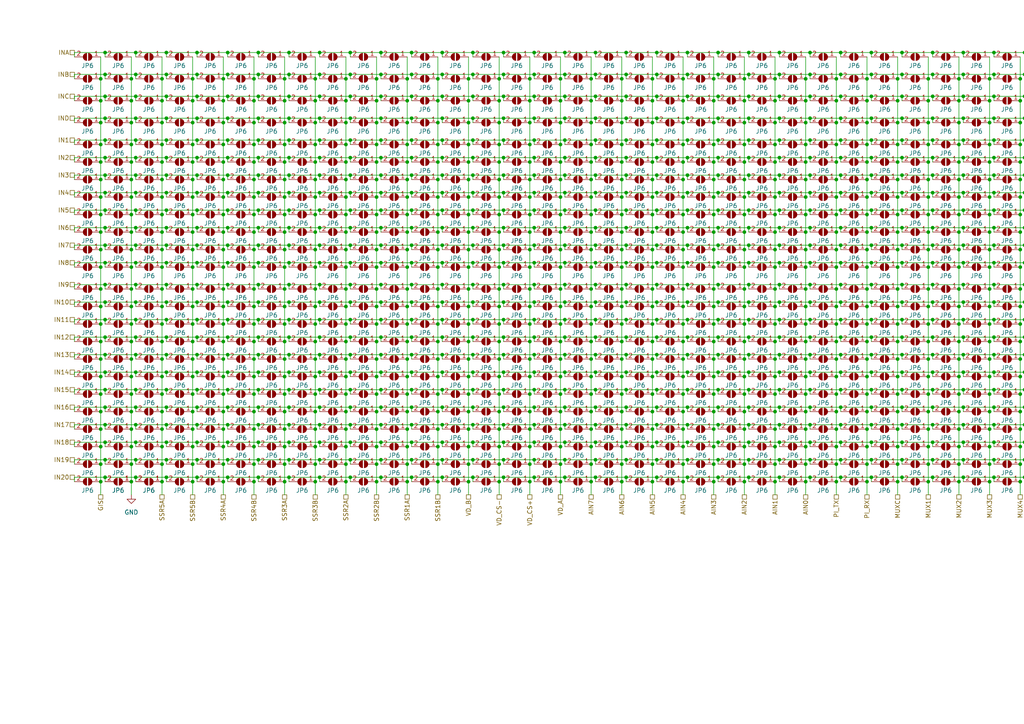
<source format=kicad_sch>
(kicad_sch (version 20230121) (generator eeschema)
  (paper "A4")
  (junction (at 91.44 77.47))
  (junction (at 127 46.99))
  (junction (at 226.06 60.96))
  (junction (at 38.1 62.23))
  (junction (at 91.44 41.91))
  (junction (at 233.68 139.7))
  (junction (at 30.48 87.63))
  (junction (at 119.38 102.87))
  (junction (at 146.05 71.12))
  (junction (at 190.5 107.95))
  (junction (at 74.93 27.94))
  (junction (at 38.1 104.14))
  (junction (at 198.12 124.46))
  (junction (at 55.88 109.22))
  (junction (at 82.55 57.15))
  (junction (at 30.48 55.88))
  (junction (at 48.26 118.11))
  (junction (at 135.89 72.39))
  (junction (at 38.1 134.62))
  (junction (at 146.05 55.88))
  (junction (at 127 114.3))
  (junction (at 313.69 139.7))
  (junction (at 144.78 29.21))
  (junction (at 83.82 133.35))
  (junction (at 181.61 50.8))
  (junction (at 55.88 57.15))
  (junction (at 224.79 77.47))
  (junction (at 110.49 133.35))
  (junction (at 251.46 119.38))
  (junction (at 73.66 83.82))
  (junction (at 208.28 66.04))
  (junction (at 101.6 55.88))
  (junction (at 137.16 27.94))
  (junction (at 208.28 102.87))
  (junction (at 181.61 55.88))
  (junction (at 199.39 50.8))
  (junction (at 154.94 97.79))
  (junction (at 171.45 139.7))
  (junction (at 226.06 87.63))
  (junction (at 146.05 138.43))
  (junction (at 38.1 35.56))
  (junction (at 82.55 104.14))
  (junction (at 233.68 88.9))
  (junction (at 57.15 87.63))
  (junction (at 217.17 66.04))
  (junction (at 260.35 88.9))
  (junction (at 251.46 52.07))
  (junction (at 226.06 15.24))
  (junction (at 101.6 123.19))
  (junction (at 288.29 118.11))
  (junction (at 30.48 92.71))
  (junction (at 73.66 35.56))
  (junction (at 137.16 82.55))
  (junction (at 162.56 52.07))
  (junction (at 119.38 55.88))
  (junction (at 217.17 71.12))
  (junction (at 137.16 34.29))
  (junction (at 181.61 82.55))
  (junction (at 304.8 114.3))
  (junction (at 118.11 119.38))
  (junction (at 38.1 72.39))
  (junction (at 198.12 134.62))
  (junction (at 154.94 66.04))
  (junction (at 162.56 35.56))
  (junction (at 288.29 102.87))
  (junction (at 233.68 57.15))
  (junction (at 226.06 97.79))
  (junction (at 73.66 41.91))
  (junction (at 118.11 104.14))
  (junction (at 215.9 114.3))
  (junction (at 57.15 133.35))
  (junction (at 287.02 77.47))
  (junction (at 171.45 124.46))
  (junction (at 135.89 109.22))
  (junction (at 119.38 40.64))
  (junction (at 180.34 67.31))
  (junction (at 128.27 113.03))
  (junction (at 297.18 138.43))
  (junction (at 92.71 60.96))
  (junction (at 251.46 109.22))
  (junction (at 171.45 46.99))
  (junction (at 29.21 104.14))
  (junction (at 287.02 72.39))
  (junction (at 73.66 72.39))
  (junction (at 288.29 87.63))
  (junction (at 278.13 124.46))
  (junction (at 234.95 66.04))
  (junction (at 153.67 67.31))
  (junction (at 154.94 55.88))
  (junction (at 74.93 82.55))
  (junction (at 304.8 46.99))
  (junction (at 297.18 40.64))
  (junction (at 252.73 92.71))
  (junction (at 189.23 72.39))
  (junction (at 82.55 139.7))
  (junction (at 278.13 114.3))
  (junction (at 295.91 22.86))
  (junction (at 163.83 50.8))
  (junction (at 39.37 82.55))
  (junction (at 29.21 62.23))
  (junction (at 217.17 21.59))
  (junction (at 83.82 123.19))
  (junction (at 251.46 83.82))
  (junction (at 144.78 139.7))
  (junction (at 242.57 139.7))
  (junction (at 295.91 129.54))
  (junction (at 279.4 118.11))
  (junction (at 260.35 114.3))
  (junction (at 261.62 113.03))
  (junction (at 198.12 35.56))
  (junction (at 242.57 129.54))
  (junction (at 313.69 124.46))
  (junction (at 233.68 67.31))
  (junction (at 55.88 83.82))
  (junction (at 74.93 128.27))
  (junction (at 162.56 134.62))
  (junction (at 110.49 45.72))
  (junction (at 233.68 124.46))
  (junction (at 270.51 82.55))
  (junction (at 74.93 45.72))
  (junction (at 189.23 139.7))
  (junction (at 217.17 97.79))
  (junction (at 181.61 21.59))
  (junction (at 83.82 97.79))
  (junction (at 313.69 129.54))
  (junction (at 269.24 88.9))
  (junction (at 73.66 22.86))
  (junction (at 180.34 93.98))
  (junction (at 242.57 62.23))
  (junction (at 226.06 118.11))
  (junction (at 208.28 123.19))
  (junction (at 119.38 34.29))
  (junction (at 288.29 71.12))
  (junction (at 217.17 76.2))
  (junction (at 38.1 83.82))
  (junction (at 48.26 21.59))
  (junction (at 234.95 40.64))
  (junction (at 66.04 27.94))
  (junction (at 260.35 99.06))
  (junction (at 100.33 35.56))
  (junction (at 55.88 124.46))
  (junction (at 66.04 87.63))
  (junction (at 92.71 128.27))
  (junction (at 217.17 123.19))
  (junction (at 163.83 97.79))
  (junction (at 92.71 27.94))
  (junction (at 144.78 46.99))
  (junction (at 144.78 62.23))
  (junction (at 260.35 57.15))
  (junction (at 92.71 113.03))
  (junction (at 55.88 88.9))
  (junction (at 128.27 92.71))
  (junction (at 57.15 50.8))
  (junction (at 172.72 138.43))
  (junction (at 234.95 34.29))
  (junction (at 83.82 102.87))
  (junction (at 199.39 71.12))
  (junction (at 269.24 99.06))
  (junction (at 233.68 134.62))
  (junction (at 181.61 92.71))
  (junction (at 118.11 114.3))
  (junction (at 270.51 107.95))
  (junction (at 233.68 29.21))
  (junction (at 101.6 66.04))
  (junction (at 39.37 71.12))
  (junction (at 287.02 29.21))
  (junction (at 242.57 119.38))
  (junction (at 118.11 35.56))
  (junction (at 190.5 60.96))
  (junction (at 39.37 76.2))
  (junction (at 304.8 104.14))
  (junction (at 135.89 62.23))
  (junction (at 217.17 40.64))
  (junction (at 180.34 62.23))
  (junction (at 171.45 29.21))
  (junction (at 190.5 27.94))
  (junction (at 163.83 107.95))
  (junction (at 279.4 76.2))
  (junction (at 189.23 104.14))
  (junction (at 55.88 29.21))
  (junction (at 135.89 52.07))
  (junction (at 110.49 138.43))
  (junction (at 146.05 40.64))
  (junction (at 82.55 22.86))
  (junction (at 269.24 109.22))
  (junction (at 38.1 109.22))
  (junction (at 55.88 93.98))
  (junction (at 181.61 118.11))
  (junction (at 189.23 99.06))
  (junction (at 55.88 52.07))
  (junction (at 92.71 34.29))
  (junction (at 30.48 138.43))
  (junction (at 199.39 60.96))
  (junction (at 181.61 133.35))
  (junction (at 171.45 83.82))
  (junction (at 29.21 129.54))
  (junction (at 66.04 76.2))
  (junction (at 64.77 104.14))
  (junction (at 153.67 62.23))
  (junction (at 180.34 139.7))
  (junction (at 208.28 55.88))
  (junction (at 135.89 57.15))
  (junction (at 48.26 15.24))
  (junction (at 83.82 113.03))
  (junction (at 100.33 83.82))
  (junction (at 127 22.86))
  (junction (at 172.72 128.27))
  (junction (at 137.16 45.72))
  (junction (at 242.57 88.9))
  (junction (at 83.82 40.64))
  (junction (at 38.1 77.47))
  (junction (at 171.45 134.62))
  (junction (at 180.34 109.22))
  (junction (at 270.51 138.43))
  (junction (at 224.79 41.91))
  (junction (at 189.23 62.23))
  (junction (at 57.15 92.71))
  (junction (at 279.4 97.79))
  (junction (at 48.26 82.55))
  (junction (at 146.05 50.8))
  (junction (at 162.56 124.46))
  (junction (at 190.5 21.59))
  (junction (at 119.38 71.12))
  (junction (at 73.66 139.7))
  (junction (at 243.84 97.79))
  (junction (at 109.22 29.21))
  (junction (at 233.68 72.39))
  (junction (at 261.62 60.96))
  (junction (at 242.57 72.39))
  (junction (at 118.11 139.7))
  (junction (at 251.46 72.39))
  (junction (at 251.46 67.31))
  (junction (at 208.28 82.55))
  (junction (at 162.56 29.21))
  (junction (at 198.12 77.47))
  (junction (at 163.83 15.24))
  (junction (at 128.27 45.72))
  (junction (at 48.26 76.2))
  (junction (at 29.21 139.7))
  (junction (at 66.04 60.96))
  (junction (at 279.4 113.03))
  (junction (at 109.22 83.82))
  (junction (at 135.89 22.86))
  (junction (at 252.73 15.24))
  (junction (at 39.37 97.79))
  (junction (at 153.67 114.3))
  (junction (at 242.57 41.91))
  (junction (at 261.62 133.35))
  (junction (at 110.49 34.29))
  (junction (at 55.88 72.39))
  (junction (at 199.39 66.04))
  (junction (at 135.89 46.99))
  (junction (at 146.05 87.63))
  (junction (at 144.78 57.15))
  (junction (at 92.71 21.59))
  (junction (at 30.48 71.12))
  (junction (at 261.62 92.71))
  (junction (at 92.71 97.79))
  (junction (at 100.33 52.07))
  (junction (at 118.11 29.21))
  (junction (at 226.06 40.64))
  (junction (at 269.24 129.54))
  (junction (at 304.8 77.47))
  (junction (at 154.94 60.96))
  (junction (at 260.35 62.23))
  (junction (at 295.91 29.21))
  (junction (at 172.72 123.19))
  (junction (at 74.93 87.63))
  (junction (at 110.49 92.71))
  (junction (at 162.56 83.82))
  (junction (at 279.4 92.71))
  (junction (at 137.16 60.96))
  (junction (at 46.99 57.15))
  (junction (at 153.67 124.46))
  (junction (at 180.34 99.06))
  (junction (at 252.73 87.63))
  (junction (at 57.15 45.72))
  (junction (at 261.62 66.04))
  (junction (at 118.11 46.99))
  (junction (at 30.48 15.24))
  (junction (at 48.26 87.63))
  (junction (at 180.34 41.91))
  (junction (at 82.55 88.9))
  (junction (at 313.69 83.82))
  (junction (at 135.89 129.54))
  (junction (at 64.77 139.7))
  (junction (at 260.35 93.98))
  (junction (at 153.67 104.14))
  (junction (at 279.4 128.27))
  (junction (at 127 93.98))
  (junction (at 180.34 129.54))
  (junction (at 297.18 34.29))
  (junction (at 224.79 35.56))
  (junction (at 189.23 119.38))
  (junction (at 207.01 62.23))
  (junction (at 137.16 138.43))
  (junction (at 64.77 129.54))
  (junction (at 234.95 97.79))
  (junction (at 215.9 72.39))
  (junction (at 217.17 128.27))
  (junction (at 313.69 22.86))
  (junction (at 233.68 52.07))
  (junction (at 189.23 134.62))
  (junction (at 92.71 55.88))
  (junction (at 295.91 57.15))
  (junction (at 233.68 93.98))
  (junction (at 46.99 35.56))
  (junction (at 146.05 107.95))
  (junction (at 109.22 35.56))
  (junction (at 153.67 129.54))
  (junction (at 39.37 138.43))
  (junction (at 270.51 118.11))
  (junction (at 172.72 92.71))
  (junction (at 199.39 15.24))
  (junction (at 234.95 128.27))
  (junction (at 100.33 72.39))
  (junction (at 137.16 133.35))
  (junction (at 100.33 124.46))
  (junction (at 100.33 99.06))
  (junction (at 30.48 107.95))
  (junction (at 198.12 139.7))
  (junction (at 215.9 46.99))
  (junction (at 46.99 99.06))
  (junction (at 128.27 60.96))
  (junction (at 100.33 114.3))
  (junction (at 101.6 133.35))
  (junction (at 278.13 99.06))
  (junction (at 109.22 114.3))
  (junction (at 215.9 109.22))
  (junction (at 171.45 129.54))
  (junction (at 135.89 104.14))
  (junction (at 92.71 15.24))
  (junction (at 198.12 93.98))
  (junction (at 154.94 71.12))
  (junction (at 313.69 52.07))
  (junction (at 29.21 57.15))
  (junction (at 119.38 97.79))
  (junction (at 154.94 128.27))
  (junction (at 208.28 92.71))
  (junction (at 288.29 128.27))
  (junction (at 48.26 97.79))
  (junction (at 215.9 119.38))
  (junction (at 251.46 35.56))
  (junction (at 39.37 118.11))
  (junction (at 64.77 99.06))
  (junction (at 146.05 97.79))
  (junction (at 146.05 118.11))
  (junction (at 279.4 55.88))
  (junction (at 55.88 77.47))
  (junction (at 269.24 62.23))
  (junction (at 181.61 128.27))
  (junction (at 190.5 87.63))
  (junction (at 137.16 76.2))
  (junction (at 119.38 138.43))
  (junction (at 46.99 109.22))
  (junction (at 208.28 138.43))
  (junction (at 261.62 21.59))
  (junction (at 279.4 60.96))
  (junction (at 180.34 52.07))
  (junction (at 252.73 107.95))
  (junction (at 215.9 104.14))
  (junction (at 304.8 124.46))
  (junction (at 137.16 102.87))
  (junction (at 39.37 45.72))
  (junction (at 83.82 71.12))
  (junction (at 190.5 71.12))
  (junction (at 135.89 124.46))
  (junction (at 226.06 76.2))
  (junction (at 226.06 21.59))
  (junction (at 217.17 82.55))
  (junction (at 137.16 21.59))
  (junction (at 74.93 21.59))
  (junction (at 118.11 22.86))
  (junction (at 101.6 15.24))
  (junction (at 313.69 57.15))
  (junction (at 251.46 99.06))
  (junction (at 313.69 114.3))
  (junction (at 224.79 67.31))
  (junction (at 313.69 67.31))
  (junction (at 38.1 57.15))
  (junction (at 252.73 102.87))
  (junction (at 91.44 119.38))
  (junction (at 224.79 104.14))
  (junction (at 137.16 123.19))
  (junction (at 39.37 128.27))
  (junction (at 39.37 15.24))
  (junction (at 29.21 22.86))
  (junction (at 153.67 41.91))
  (junction (at 313.69 72.39))
  (junction (at 269.24 46.99))
  (junction (at 137.16 87.63))
  (junction (at 162.56 114.3))
  (junction (at 226.06 82.55))
  (junction (at 119.38 118.11))
  (junction (at 171.45 99.06))
  (junction (at 199.39 97.79))
  (junction (at 92.71 123.19))
  (junction (at 110.49 102.87))
  (junction (at 82.55 52.07))
  (junction (at 260.35 72.39))
  (junction (at 110.49 71.12))
  (junction (at 189.23 41.91))
  (junction (at 243.84 128.27))
  (junction (at 100.33 22.86))
  (junction (at 224.79 22.86))
  (junction (at 55.88 46.99))
  (junction (at 153.67 93.98))
  (junction (at 137.16 113.03))
  (junction (at 181.61 34.29))
  (junction (at 153.67 52.07))
  (junction (at 66.04 71.12))
  (junction (at 144.78 22.86))
  (junction (at 163.83 82.55))
  (junction (at 313.69 109.22))
  (junction (at 128.27 71.12))
  (junction (at 153.67 99.06))
  (junction (at 261.62 50.8))
  (junction (at 73.66 99.06))
  (junction (at 118.11 67.31))
  (junction (at 162.56 77.47))
  (junction (at 287.02 119.38))
  (junction (at 82.55 83.82))
  (junction (at 251.46 46.99))
  (junction (at 171.45 109.22))
  (junction (at 64.77 124.46))
  (junction (at 252.73 97.79))
  (junction (at 190.5 123.19))
  (junction (at 46.99 52.07))
  (junction (at 172.72 133.35))
  (junction (at 243.84 133.35))
  (junction (at 137.16 55.88))
  (junction (at 82.55 77.47))
  (junction (at 199.39 76.2))
  (junction (at 57.15 97.79))
  (junction (at 224.79 46.99))
  (junction (at 269.24 72.39))
  (junction (at 83.82 66.04))
  (junction (at 234.95 71.12))
  (junction (at 146.05 66.04))
  (junction (at 215.9 93.98))
  (junction (at 162.56 46.99))
  (junction (at 226.06 133.35))
  (junction (at 163.83 66.04))
  (junction (at 243.84 34.29))
  (junction (at 269.24 22.86))
  (junction (at 215.9 62.23))
  (junction (at 66.04 138.43))
  (junction (at 109.22 124.46))
  (junction (at 180.34 35.56))
  (junction (at 288.29 97.79))
  (junction (at 109.22 134.62))
  (junction (at 101.6 34.29))
  (junction (at 101.6 60.96))
  (junction (at 127 62.23))
  (junction (at 154.94 113.03))
  (junction (at 261.62 15.24))
  (junction (at 74.93 113.03))
  (junction (at 287.02 109.22))
  (junction (at 208.28 71.12))
  (junction (at 198.12 109.22))
  (junction (at 30.48 97.79))
  (junction (at 83.82 82.55))
  (junction (at 252.73 34.29))
  (junction (at 261.62 87.63))
  (junction (at 46.99 119.38))
  (junction (at 100.33 77.47))
  (junction (at 217.17 55.88))
  (junction (at 118.11 129.54))
  (junction (at 57.15 102.87))
  (junction (at 215.9 99.06))
  (junction (at 261.62 40.64))
  (junction (at 207.01 134.62))
  (junction (at 29.21 29.21))
  (junction (at 313.69 46.99))
  (junction (at 243.84 50.8))
  (junction (at 278.13 29.21))
  (junction (at 304.8 99.06))
  (junction (at 146.05 60.96))
  (junction (at 199.39 82.55))
  (junction (at 92.71 71.12))
  (junction (at 30.48 82.55))
  (junction (at 163.83 123.19))
  (junction (at 217.17 113.03))
  (junction (at 199.39 133.35))
  (junction (at 73.66 134.62))
  (junction (at 46.99 139.7))
  (junction (at 163.83 133.35))
  (junction (at 91.44 104.14))
  (junction (at 242.57 109.22))
  (junction (at 55.88 99.06))
  (junction (at 226.06 55.88))
  (junction (at 215.9 22.86))
  (junction (at 243.84 71.12))
  (junction (at 146.05 21.59))
  (junction (at 119.38 15.24))
  (junction (at 64.77 57.15))
  (junction (at 57.15 128.27))
  (junction (at 128.27 138.43))
  (junction (at 39.37 133.35))
  (junction (at 198.12 57.15))
  (junction (at 118.11 83.82))
  (junction (at 92.71 92.71))
  (junction (at 261.62 27.94))
  (junction (at 154.94 102.87))
  (junction (at 144.78 99.06))
  (junction (at 190.5 138.43))
  (junction (at 46.99 93.98))
  (junction (at 38.1 67.31))
  (junction (at 30.48 133.35))
  (junction (at 29.21 41.91))
  (junction (at 207.01 124.46))
  (junction (at 57.15 107.95))
  (junction (at 172.72 27.94))
  (junction (at 224.79 57.15))
  (junction (at 279.4 15.24))
  (junction (at 287.02 114.3))
  (junction (at 304.8 119.38))
  (junction (at 46.99 41.91))
  (junction (at 82.55 41.91))
  (junction (at 313.69 41.91))
  (junction (at 119.38 76.2))
  (junction (at 29.21 35.56))
  (junction (at 73.66 29.21))
  (junction (at 55.88 22.86))
  (junction (at 207.01 93.98))
  (junction (at 154.94 50.8))
  (junction (at 144.78 124.46))
  (junction (at 46.99 72.39))
  (junction (at 269.24 139.7))
  (junction (at 251.46 93.98))
  (junction (at 233.68 109.22))
  (junction (at 30.48 45.72))
  (junction (at 74.93 123.19))
  (junction (at 73.66 62.23))
  (junction (at 91.44 67.31))
  (junction (at 189.23 52.07))
  (junction (at 46.99 77.47))
  (junction (at 110.49 76.2))
  (junction (at 215.9 52.07))
  (junction (at 110.49 113.03))
  (junction (at 295.91 93.98))
  (junction (at 110.49 87.63))
  (junction (at 101.6 45.72))
  (junction (at 278.13 57.15))
  (junction (at 224.79 52.07))
  (junction (at 57.15 55.88))
  (junction (at 110.49 15.24))
  (junction (at 38.1 88.9))
  (junction (at 163.83 21.59))
  (junction (at 199.39 27.94))
  (junction (at 128.27 76.2))
  (junction (at 181.61 123.19))
  (junction (at 252.73 60.96))
  (junction (at 118.11 72.39))
  (junction (at 295.91 99.06))
  (junction (at 189.23 109.22))
  (junction (at 313.69 77.47))
  (junction (at 101.6 113.03))
  (junction (at 270.51 45.72))
  (junction (at 189.23 57.15))
  (junction (at 251.46 22.86))
  (junction (at 243.84 138.43))
  (junction (at 251.46 41.91))
  (junction (at 190.5 82.55))
  (junction (at 92.71 76.2))
  (junction (at 101.6 107.95))
  (junction (at 198.12 62.23))
  (junction (at 269.24 93.98))
  (junction (at 128.27 21.59))
  (junction (at 128.27 27.94))
  (junction (at 295.91 134.62))
  (junction (at 74.93 92.71))
  (junction (at 162.56 109.22))
  (junction (at 48.26 27.94))
  (junction (at 55.88 119.38))
  (junction (at 154.94 87.63))
  (junction (at 198.12 119.38))
  (junction (at 109.22 52.07))
  (junction (at 127 57.15))
  (junction (at 74.93 40.64))
  (junction (at 279.4 50.8))
  (junction (at 199.39 45.72))
  (junction (at 269.24 134.62))
  (junction (at 127 67.31))
  (junction (at 233.68 35.56))
  (junction (at 135.89 83.82))
  (junction (at 38.1 99.06))
  (junction (at 304.8 134.62))
  (junction (at 48.26 92.71))
  (junction (at 92.71 40.64))
  (junction (at 55.88 104.14))
  (junction (at 135.89 114.3))
  (junction (at 208.28 40.64))
  (junction (at 92.71 87.63))
  (junction (at 304.8 52.07))
  (junction (at 127 124.46))
  (junction (at 109.22 46.99))
  (junction (at 39.37 40.64))
  (junction (at 153.67 139.7))
  (junction (at 73.66 77.47))
  (junction (at 144.78 114.3))
  (junction (at 287.02 41.91))
  (junction (at 171.45 22.86))
  (junction (at 278.13 139.7))
  (junction (at 199.39 123.19))
  (junction (at 66.04 118.11))
  (junction (at 92.71 138.43))
  (junction (at 242.57 93.98))
  (junction (at 297.18 118.11))
  (junction (at 252.73 40.64))
  (junction (at 269.24 83.82))
  (junction (at 190.5 113.03))
  (junction (at 261.62 76.2))
  (junction (at 38.1 29.21))
  (junction (at 297.18 123.19))
  (junction (at 217.17 92.71))
  (junction (at 304.8 29.21))
  (junction (at 181.61 66.04))
  (junction (at 146.05 82.55))
  (junction (at 207.01 52.07))
  (junction (at 29.21 124.46))
  (junction (at 82.55 114.3))
  (junction (at 234.95 133.35))
  (junction (at 171.45 114.3))
  (junction (at 101.6 71.12))
  (junction (at 135.89 134.62))
  (junction (at 91.44 72.39))
  (junction (at 278.13 62.23))
  (junction (at 242.57 83.82))
  (junction (at 154.94 15.24))
  (junction (at 57.15 66.04))
  (junction (at 261.62 128.27))
  (junction (at 127 104.14))
  (junction (at 109.22 62.23))
  (junction (at 243.84 107.95))
  (junction (at 146.05 92.71))
  (junction (at 55.88 67.31))
  (junction (at 119.38 27.94))
  (junction (at 233.68 22.86))
  (junction (at 91.44 99.06))
  (junction (at 118.11 52.07))
  (junction (at 128.27 15.24))
  (junction (at 154.94 21.59))
  (junction (at 101.6 27.94))
  (junction (at 172.72 60.96))
  (junction (at 269.24 119.38))
  (junction (at 171.45 35.56))
  (junction (at 208.28 107.95))
  (junction (at 119.38 45.72))
  (junction (at 233.68 46.99))
  (junction (at 198.12 22.86))
  (junction (at 29.21 119.38))
  (junction (at 30.48 66.04))
  (junction (at 252.73 76.2))
  (junction (at 295.91 35.56))
  (junction (at 251.46 129.54))
  (junction (at 233.68 129.54))
  (junction (at 217.17 60.96))
  (junction (at 226.06 27.94))
  (junction (at 137.16 118.11))
  (junction (at 297.18 66.04))
  (junction (at 128.27 34.29))
  (junction (at 252.73 50.8))
  (junction (at 224.79 139.7))
  (junction (at 153.67 88.9))
  (junction (at 226.06 66.04))
  (junction (at 100.33 29.21))
  (junction (at 92.71 102.87))
  (junction (at 83.82 92.71))
  (junction (at 181.61 102.87))
  (junction (at 119.38 107.95))
  (junction (at 233.68 114.3))
  (junction (at 252.73 118.11))
  (junction (at 109.22 67.31))
  (junction (at 181.61 97.79))
  (junction (at 270.51 97.79))
  (junction (at 119.38 50.8))
  (junction (at 215.9 35.56))
  (junction (at 154.94 92.71))
  (junction (at 153.67 109.22))
  (junction (at 189.23 114.3))
  (junction (at 261.62 45.72))
  (junction (at 74.93 34.29))
  (junction (at 198.12 114.3))
  (junction (at 154.94 118.11))
  (junction (at 48.26 66.04))
  (junction (at 55.88 35.56))
  (junction (at 279.4 87.63))
  (junction (at 313.69 134.62))
  (junction (at 91.44 52.07))
  (junction (at 101.6 76.2))
  (junction (at 163.83 118.11))
  (junction (at 270.51 55.88))
  (junction (at 287.02 46.99))
  (junction (at 135.89 29.21))
  (junction (at 119.38 113.03))
  (junction (at 30.48 34.29))
  (junction (at 217.17 107.95))
  (junction (at 215.9 67.31))
  (junction (at 73.66 88.9))
  (junction (at 137.16 71.12))
  (junction (at 189.23 29.21))
  (junction (at 100.33 134.62))
  (junction (at 128.27 40.64))
  (junction (at 295.91 62.23))
  (junction (at 38.1 41.91))
  (junction (at 109.22 22.86))
  (junction (at 198.12 104.14))
  (junction (at 181.61 15.24))
  (junction (at 48.26 45.72))
  (junction (at 172.72 45.72))
  (junction (at 57.15 60.96))
  (junction (at 261.62 55.88))
  (junction (at 208.28 97.79))
  (junction (at 57.15 118.11))
  (junction (at 154.94 45.72))
  (junction (at 46.99 134.62))
  (junction (at 261.62 34.29))
  (junction (at 73.66 119.38))
  (junction (at 261.62 138.43))
  (junction (at 260.35 124.46))
  (junction (at 297.18 92.71))
  (junction (at 38.1 139.7))
  (junction (at 118.11 99.06))
  (junction (at 171.45 62.23))
  (junction (at 260.35 29.21))
  (junction (at 189.23 22.86))
  (junction (at 297.18 113.03))
  (junction (at 242.57 114.3))
  (junction (at 295.91 77.47))
  (junction (at 208.28 60.96))
  (junction (at 82.55 124.46))
  (junction (at 226.06 123.19))
  (junction (at 180.34 88.9))
  (junction (at 287.02 134.62))
  (junction (at 243.84 15.24))
  (junction (at 110.49 55.88))
  (junction (at 252.73 45.72))
  (junction (at 208.28 27.94))
  (junction (at 297.18 15.24))
  (junction (at 261.62 118.11))
  (junction (at 242.57 57.15))
  (junction (at 100.33 139.7))
  (junction (at 118.11 93.98))
  (junction (at 215.9 83.82))
  (junction (at 137.16 15.24))
  (junction (at 180.34 77.47))
  (junction (at 198.12 99.06))
  (junction (at 128.27 87.63))
  (junction (at 279.4 40.64))
  (junction (at 226.06 113.03))
  (junction (at 226.06 92.71))
  (junction (at 83.82 60.96))
  (junction (at 83.82 21.59))
  (junction (at 29.21 46.99))
  (junction (at 66.04 15.24))
  (junction (at 260.35 104.14))
  (junction (at 207.01 99.06))
  (junction (at 190.5 66.04))
  (junction (at 66.04 102.87))
  (junction (at 66.04 82.55))
  (junction (at 74.93 55.88))
  (junction (at 226.06 128.27))
  (junction (at 287.02 124.46))
  (junction (at 269.24 41.91))
  (junction (at 144.78 77.47))
  (junction (at 287.02 139.7))
  (junction (at 269.24 35.56))
  (junction (at 279.4 82.55))
  (junction (at 144.78 109.22))
  (junction (at 163.83 40.64))
  (junction (at 295.91 88.9))
  (junction (at 199.39 107.95))
  (junction (at 172.72 102.87))
  (junction (at 64.77 77.47))
  (junction (at 287.02 104.14))
  (junction (at 100.33 67.31))
  (junction (at 101.6 138.43))
  (junction (at 110.49 97.79))
  (junction (at 154.94 40.64))
  (junction (at 252.73 113.03))
  (junction (at 92.71 118.11))
  (junction (at 73.66 114.3))
  (junction (at 242.57 22.86))
  (junction (at 261.62 123.19))
  (junction (at 83.82 34.29))
  (junction (at 118.11 88.9))
  (junction (at 217.17 15.24))
  (junction (at 252.73 71.12))
  (junction (at 100.33 46.99))
  (junction (at 172.72 66.04))
  (junction (at 171.45 119.38))
  (junction (at 217.17 118.11))
  (junction (at 135.89 41.91))
  (junction (at 48.26 34.29))
  (junction (at 251.46 114.3))
  (junction (at 135.89 99.06))
  (junction (at 109.22 109.22))
  (junction (at 287.02 129.54))
  (junction (at 215.9 77.47))
  (junction (at 260.35 134.62))
  (junction (at 199.39 138.43))
  (junction (at 226.06 71.12))
  (junction (at 91.44 109.22))
  (junction (at 64.77 72.39))
  (junction (at 189.23 77.47))
  (junction (at 252.73 123.19))
  (junction (at 215.9 134.62))
  (junction (at 110.49 123.19))
  (junction (at 100.33 88.9))
  (junction (at 109.22 57.15))
  (junction (at 224.79 88.9))
  (junction (at 39.37 113.03))
  (junction (at 251.46 124.46))
  (junction (at 38.1 93.98))
  (junction (at 242.57 29.21))
  (junction (at 127 29.21))
  (junction (at 162.56 104.14))
  (junction (at 171.45 104.14))
  (junction (at 190.5 102.87))
  (junction (at 119.38 123.19))
  (junction (at 48.26 107.95))
  (junction (at 137.16 107.95))
  (junction (at 135.89 35.56))
  (junction (at 39.37 50.8))
  (junction (at 234.95 21.59))
  (junction (at 207.01 22.86))
  (junction (at 260.35 119.38))
  (junction (at 146.05 128.27))
  (junction (at 233.68 41.91))
  (junction (at 46.99 22.86))
  (junction (at 91.44 139.7))
  (junction (at 190.5 118.11))
  (junction (at 278.13 72.39))
  (junction (at 144.78 119.38))
  (junction (at 110.49 21.59))
  (junction (at 171.45 57.15))
  (junction (at 198.12 72.39))
  (junction (at 207.01 57.15))
  (junction (at 163.83 128.27))
  (junction (at 163.83 71.12))
  (junction (at 163.83 45.72))
  (junction (at 234.95 138.43))
  (junction (at 288.29 50.8))
  (junction (at 180.34 104.14))
  (junction (at 189.23 88.9))
  (junction (at 198.12 41.91))
  (junction (at 278.13 22.86))
  (junction (at 66.04 55.88))
  (junction (at 127 77.47))
  (junction (at 30.48 50.8))
  (junction (at 234.95 87.63))
  (junction (at 119.38 92.71))
  (junction (at 154.94 133.35))
  (junction (at 101.6 118.11))
  (junction (at 269.24 67.31))
  (junction (at 39.37 55.88))
  (junction (at 91.44 124.46))
  (junction (at 118.11 77.47))
  (junction (at 57.15 27.94))
  (junction (at 251.46 57.15))
  (junction (at 39.37 66.04))
  (junction (at 260.35 109.22))
  (junction (at 144.78 72.39))
  (junction (at 163.83 60.96))
  (junction (at 198.12 67.31))
  (junction (at 73.66 124.46))
  (junction (at 171.45 41.91))
  (junction (at 287.02 88.9))
  (junction (at 295.91 52.07))
  (junction (at 207.01 119.38))
  (junction (at 119.38 128.27))
  (junction (at 55.88 114.3))
  (junction (at 144.78 52.07))
  (junction (at 48.26 138.43))
  (junction (at 304.8 22.86))
  (junction (at 82.55 46.99))
  (junction (at 135.89 88.9))
  (junction (at 226.06 50.8))
  (junction (at 39.37 34.29))
  (junction (at 261.62 71.12))
  (junction (at 224.79 109.22))
  (junction (at 171.45 93.98))
  (junction (at 110.49 50.8))
  (junction (at 146.05 133.35))
  (junction (at 288.29 15.24))
  (junction (at 172.72 76.2))
  (junction (at 297.18 21.59))
  (junction (at 74.93 50.8))
  (junction (at 189.23 35.56))
  (junction (at 109.22 99.06))
  (junction (at 190.5 92.71))
  (junction (at 100.33 104.14))
  (junction (at 73.66 129.54))
  (junction (at 48.26 71.12))
  (junction (at 74.93 133.35))
  (junction (at 91.44 57.15))
  (junction (at 128.27 133.35))
  (junction (at 199.39 118.11))
  (junction (at 215.9 57.15))
  (junction (at 153.67 72.39))
  (junction (at 29.21 134.62))
  (junction (at 64.77 93.98))
  (junction (at 55.88 41.91))
  (junction (at 119.38 87.63))
  (junction (at 110.49 66.04))
  (junction (at 82.55 129.54))
  (junction (at 57.15 113.03))
  (junction (at 261.62 82.55))
  (junction (at 287.02 83.82))
  (junction (at 270.51 21.59))
  (junction (at 242.57 35.56))
  (junction (at 46.99 46.99))
  (junction (at 279.4 45.72))
  (junction (at 55.88 129.54))
  (junction (at 208.28 34.29))
  (junction (at 304.8 35.56))
  (junction (at 144.78 129.54))
  (junction (at 233.68 83.82))
  (junction (at 29.21 83.82))
  (junction (at 109.22 129.54))
  (junction (at 207.01 109.22))
  (junction (at 73.66 46.99))
  (junction (at 92.71 45.72))
  (junction (at 30.48 60.96))
  (junction (at 83.82 27.94))
  (junction (at 172.72 118.11))
  (junction (at 153.67 77.47))
  (junction (at 118.11 41.91))
  (junction (at 190.5 34.29))
  (junction (at 207.01 104.14))
  (junction (at 119.38 133.35))
  (junction (at 288.29 40.64))
  (junction (at 127 139.7))
  (junction (at 73.66 57.15))
  (junction (at 313.69 62.23))
  (junction (at 128.27 118.11))
  (junction (at 101.6 97.79))
  (junction (at 288.29 60.96))
  (junction (at 74.93 97.79))
  (junction (at 39.37 27.94))
  (junction (at 171.45 88.9))
  (junction (at 207.01 129.54))
  (junction (at 208.28 45.72))
  (junction (at 243.84 45.72))
  (junction (at 217.17 50.8))
  (junction (at 91.44 29.21))
  (junction (at 38.1 119.38))
  (junction (at 243.84 55.88))
  (junction (at 234.95 15.24))
  (junction (at 199.39 113.03))
  (junction (at 154.94 27.94))
  (junction (at 287.02 35.56))
  (junction (at 162.56 119.38))
  (junction (at 92.71 82.55))
  (junction (at 118.11 57.15))
  (junction (at 243.84 40.64))
  (junction (at 297.18 27.94))
  (junction (at 234.95 27.94))
  (junction (at 128.27 102.87))
  (junction (at 295.91 83.82))
  (junction (at 181.61 107.95))
  (junction (at 74.93 107.95))
  (junction (at 208.28 21.59))
  (junction (at 55.88 134.62))
  (junction (at 172.72 50.8))
  (junction (at 269.24 57.15))
  (junction (at 207.01 41.91))
  (junction (at 46.99 88.9))
  (junction (at 100.33 57.15))
  (junction (at 64.77 134.62))
  (junction (at 162.56 41.91))
  (junction (at 215.9 124.46))
  (junction (at 100.33 93.98))
  (junction (at 39.37 102.87))
  (junction (at 288.29 34.29))
  (junction (at 146.05 76.2))
  (junction (at 172.72 15.24))
  (junction (at 48.26 102.87))
  (junction (at 261.62 102.87))
  (junction (at 297.18 97.79))
  (junction (at 137.16 92.71))
  (junction (at 154.94 138.43))
  (junction (at 163.83 92.71))
  (junction (at 83.82 107.95))
  (junction (at 162.56 62.23))
  (junction (at 243.84 76.2))
  (junction (at 48.26 128.27))
  (junction (at 91.44 88.9))
  (junction (at 57.15 138.43))
  (junction (at 39.37 87.63))
  (junction (at 198.12 52.07))
  (junction (at 48.26 50.8))
  (junction (at 190.5 55.88))
  (junction (at 30.48 21.59))
  (junction (at 137.16 40.64))
  (junction (at 38.1 52.07))
  (junction (at 109.22 88.9))
  (junction (at 66.04 34.29))
  (junction (at 57.15 82.55))
  (junction (at 172.72 21.59))
  (junction (at 101.6 92.71))
  (junction (at 91.44 62.23))
  (junction (at 260.35 67.31))
  (junction (at 119.38 60.96))
  (junction (at 181.61 87.63))
  (junction (at 279.4 66.04))
  (junction (at 199.39 102.87))
  (junction (at 224.79 129.54))
  (junction (at 252.73 27.94))
  (junction (at 242.57 134.62))
  (junction (at 30.48 102.87))
  (junction (at 234.95 76.2))
  (junction (at 181.61 138.43))
  (junction (at 207.01 88.9))
  (junction (at 128.27 107.95))
  (junction (at 66.04 45.72))
  (junction (at 208.28 50.8))
  (junction (at 172.72 82.55))
  (junction (at 270.51 60.96))
  (junction (at 260.35 129.54))
  (junction (at 279.4 27.94))
  (junction (at 297.18 60.96))
  (junction (at 64.77 109.22))
  (junction (at 288.29 45.72))
  (junction (at 127 52.07))
  (junction (at 207.01 114.3))
  (junction (at 137.16 97.79))
  (junction (at 39.37 107.95))
  (junction (at 162.56 72.39))
  (junction (at 313.69 88.9))
  (junction (at 190.5 40.64))
  (junction (at 171.45 72.39))
  (junction (at 29.21 109.22))
  (junction (at 73.66 93.98))
  (junction (at 295.91 104.14))
  (junction (at 199.39 128.27))
  (junction (at 39.37 21.59))
  (junction (at 127 109.22))
  (junction (at 288.29 55.88))
  (junction (at 297.18 45.72))
  (junction (at 127 35.56))
  (junction (at 180.34 83.82))
  (junction (at 74.93 102.87))
  (junction (at 242.57 46.99))
  (junction (at 64.77 22.86))
  (junction (at 66.04 50.8))
  (junction (at 29.21 99.06))
  (junction (at 83.82 55.88))
  (junction (at 304.8 109.22))
  (junction (at 233.68 99.06))
  (junction (at 287.02 67.31))
  (junction (at 83.82 45.72))
  (junction (at 144.78 93.98))
  (junction (at 304.8 72.39))
  (junction (at 48.26 113.03))
  (junction (at 251.46 104.14))
  (junction (at 154.94 107.95))
  (junction (at 127 88.9))
  (junction (at 224.79 93.98))
  (junction (at 297.18 55.88))
  (junction (at 288.29 113.03))
  (junction (at 270.51 123.19))
  (junction (at 199.39 92.71))
  (junction (at 46.99 104.14))
  (junction (at 172.72 55.88))
  (junction (at 64.77 62.23))
  (junction (at 74.93 60.96))
  (junction (at 260.35 83.82))
  (junction (at 153.67 22.86))
  (junction (at 46.99 29.21))
  (junction (at 162.56 139.7))
  (junction (at 217.17 87.63))
  (junction (at 82.55 72.39))
  (junction (at 242.57 124.46))
  (junction (at 270.51 50.8))
  (junction (at 180.34 57.15))
  (junction (at 233.68 104.14))
  (junction (at 199.39 21.59))
  (junction (at 260.35 77.47))
  (junction (at 180.34 72.39))
  (junction (at 270.51 66.04))
  (junction (at 270.51 102.87))
  (junction (at 287.02 52.07))
  (junction (at 110.49 27.94))
  (junction (at 279.4 107.95))
  (junction (at 278.13 46.99))
  (junction (at 30.48 27.94))
  (junction (at 118.11 124.46))
  (junction (at 279.4 34.29))
  (junction (at 208.28 113.03))
  (junction (at 199.39 34.29))
  (junction (at 278.13 129.54))
  (junction (at 83.82 138.43))
  (junction (at 180.34 119.38))
  (junction (at 82.55 99.06))
  (junction (at 46.99 114.3))
  (junction (at 66.04 107.95))
  (junction (at 234.95 123.19))
  (junction (at 135.89 139.7))
  (junction (at 162.56 22.86))
  (junction (at 39.37 123.19))
  (junction (at 304.8 83.82))
  (junction (at 226.06 45.72))
  (junction (at 260.35 41.91))
  (junction (at 279.4 102.87))
  (junction (at 66.04 66.04))
  (junction (at 288.29 82.55))
  (junction (at 109.22 104.14))
  (junction (at 278.13 83.82))
  (junction (at 270.51 92.71))
  (junction (at 30.48 113.03))
  (junction (at 251.46 29.21))
  (junction (at 172.72 34.29))
  (junction (at 278.13 35.56))
  (junction (at 242.57 99.06))
  (junction (at 207.01 83.82))
  (junction (at 297.18 128.27))
  (junction (at 127 134.62))
  (junction (at 137.16 66.04))
  (junction (at 304.8 57.15))
  (junction (at 46.99 129.54))
  (junction (at 251.46 77.47))
  (junction (at 278.13 41.91))
  (junction (at 127 129.54))
  (junction (at 181.61 76.2))
  (junction (at 66.04 133.35))
  (junction (at 181.61 40.64))
  (junction (at 29.21 52.07))
  (junction (at 288.29 66.04))
  (junction (at 119.38 66.04))
  (junction (at 135.89 77.47))
  (junction (at 172.72 40.64))
  (junction (at 260.35 52.07))
  (junction (at 208.28 87.63))
  (junction (at 172.72 113.03))
  (junction (at 269.24 114.3))
  (junction (at 180.34 46.99))
  (junction (at 251.46 62.23))
  (junction (at 279.4 71.12))
  (junction (at 64.77 119.38))
  (junction (at 128.27 97.79))
  (junction (at 217.17 27.94))
  (junction (at 91.44 46.99))
  (junction (at 39.37 92.71))
  (junction (at 270.51 40.64))
  (junction (at 278.13 52.07))
  (junction (at 110.49 107.95))
  (junction (at 189.23 67.31))
  (junction (at 163.83 102.87))
  (junction (at 295.91 124.46))
  (junction (at 66.04 128.27))
  (junction (at 242.57 104.14))
  (junction (at 270.51 113.03))
  (junction (at 226.06 107.95))
  (junction (at 110.49 82.55))
  (junction (at 269.24 77.47))
  (junction (at 46.99 83.82))
  (junction (at 279.4 133.35))
  (junction (at 154.94 76.2))
  (junction (at 270.51 34.29))
  (junction (at 46.99 62.23))
  (junction (at 215.9 129.54))
  (junction (at 64.77 35.56))
  (junction (at 313.69 104.14))
  (junction (at 137.16 50.8))
  (junction (at 144.78 134.62))
  (junction (at 118.11 134.62))
  (junction (at 208.28 118.11))
  (junction (at 144.78 41.91))
  (junction (at 207.01 29.21))
  (junction (at 91.44 35.56))
  (junction (at 243.84 60.96))
  (junction (at 101.6 102.87))
  (junction (at 118.11 109.22))
  (junction (at 226.06 102.87))
  (junction (at 224.79 29.21))
  (junction (at 269.24 29.21))
  (junction (at 91.44 134.62))
  (junction (at 243.84 82.55))
  (junction (at 269.24 104.14))
  (junction (at 144.78 67.31))
  (junction (at 118.11 62.23))
  (junction (at 260.35 139.7))
  (junction (at 135.89 93.98))
  (junction (at 82.55 119.38))
  (junction (at 297.18 82.55))
  (junction (at 297.18 107.95))
  (junction (at 234.95 55.88))
  (junction (at 171.45 77.47))
  (junction (at 153.67 46.99))
  (junction (at 224.79 114.3))
  (junction (at 73.66 109.22))
  (junction (at 163.83 87.63))
  (junction (at 162.56 99.06))
  (junction (at 128.27 50.8))
  (junction (at 154.94 34.29))
  (junction (at 288.29 123.19))
  (junction (at 38.1 124.46))
  (junction (at 64.77 88.9))
  (junction (at 234.95 82.55))
  (junction (at 181.61 60.96))
  (junction (at 199.39 87.63))
  (junction (at 57.15 123.19))
  (junction (at 270.51 15.24))
  (junction (at 288.29 107.95))
  (junction (at 260.35 35.56))
  (junction (at 57.15 34.29))
  (junction (at 128.27 82.55))
  (junction (at 66.04 113.03))
  (junction (at 100.33 62.23))
  (junction (at 251.46 139.7))
  (junction (at 127 99.06))
  (junction (at 198.12 88.9))
  (junction (at 74.93 76.2))
  (junction (at 304.8 88.9))
  (junction (at 242.57 52.07))
  (junction (at 83.82 118.11))
  (junction (at 38.1 114.3))
  (junction (at 207.01 67.31))
  (junction (at 261.62 97.79))
  (junction (at 252.73 21.59))
  (junction (at 57.15 71.12))
  (junction (at 100.33 129.54))
  (junction (at 100.33 41.91))
  (junction (at 180.34 22.86))
  (junction (at 226.06 34.29))
  (junction (at 83.82 50.8))
  (junction (at 278.13 109.22))
  (junction (at 46.99 124.46))
  (junction (at 251.46 88.9))
  (junction (at 190.5 133.35))
  (junction (at 163.83 34.29))
  (junction (at 101.6 21.59))
  (junction (at 208.28 76.2))
  (junction (at 180.34 114.3))
  (junction (at 295.91 114.3))
  (junction (at 234.95 60.96))
  (junction (at 73.66 104.14))
  (junction (at 234.95 107.95))
  (junction (at 304.8 139.7))
  (junction (at 64.77 67.31))
  (junction (at 190.5 15.24))
  (junction (at 243.84 21.59))
  (junction (at 172.72 97.79))
  (junction (at 199.39 55.88))
  (junction (at 153.67 57.15))
  (junction (at 278.13 88.9))
  (junction (at 74.93 118.11))
  (junction (at 162.56 129.54))
  (junction (at 279.4 138.43))
  (junction (at 190.5 50.8))
  (junction (at 146.05 102.87))
  (junction (at 64.77 41.91))
  (junction (at 83.82 15.24))
  (junction (at 153.67 119.38))
  (junction (at 30.48 118.11))
  (junction (at 66.04 21.59))
  (junction (at 278.13 77.47))
  (junction (at 64.77 83.82))
  (junction (at 30.48 40.64))
  (junction (at 100.33 109.22))
  (junction (at 109.22 72.39))
  (junction (at 189.23 46.99))
  (junction (at 109.22 139.7))
  (junction (at 29.21 93.98))
  (junction (at 48.26 123.19))
  (junction (at 64.77 114.3))
  (junction (at 243.84 66.04))
  (junction (at 313.69 119.38))
  (junction (at 313.69 99.06))
  (junction (at 287.02 99.06))
  (junction (at 252.73 133.35))
  (junction (at 234.95 113.03))
  (junction (at 119.38 21.59))
  (junction (at 82.55 35.56))
  (junction (at 252.73 128.27))
  (junction (at 215.9 139.7))
  (junction (at 46.99 67.31))
  (junction (at 82.55 62.23))
  (junction (at 261.62 107.95))
  (junction (at 38.1 22.86))
  (junction (at 279.4 21.59))
  (junction (at 295.91 119.38))
  (junction (at 207.01 139.7))
  (junction (at 29.21 67.31))
  (junction (at 208.28 133.35))
  (junction (at 153.67 134.62))
  (junction (at 163.83 27.94))
  (junction (at 109.22 93.98))
  (junction (at 146.05 113.03))
  (junction (at 66.04 123.19))
  (junction (at 55.88 139.7))
  (junction (at 144.78 83.82))
  (junction (at 66.04 97.79))
  (junction (at 189.23 129.54))
  (junction (at 144.78 35.56))
  (junction (at 287.02 57.15))
  (junction (at 127 83.82))
  (junction (at 190.5 76.2))
  (junction (at 163.83 76.2))
  (junction (at 198.12 83.82))
  (junction (at 233.68 62.23))
  (junction (at 304.8 62.23))
  (junction (at 119.38 82.55))
  (junction (at 234.95 102.87))
  (junction (at 91.44 93.98))
  (junction (at 91.44 83.82))
  (junction (at 30.48 123.19))
  (junction (at 278.13 93.98))
  (junction (at 135.89 119.38))
  (junction (at 83.82 128.27))
  (junction (at 313.69 29.21))
  (junction (at 207.01 46.99))
  (junction (at 243.84 92.71))
  (junction (at 215.9 88.9))
  (junction (at 57.15 40.64))
  (junction (at 39.37 60.96))
  (junction (at 48.26 133.35))
  (junction (at 154.94 123.19))
  (junction (at 208.28 15.24))
  (junction (at 252.73 66.04))
  (junction (at 224.79 62.23))
  (junction (at 279.4 123.19))
  (junction (at 172.72 71.12))
  (junction (at 101.6 87.63))
  (junction (at 260.35 22.86))
  (junction (at 215.9 41.91))
  (junction (at 288.29 21.59))
  (junction (at 92.71 50.8))
  (junction (at 295.91 139.7))
  (junction (at 92.71 107.95))
  (junction (at 199.39 40.64))
  (junction (at 101.6 82.55))
  (junction (at 83.82 87.63))
  (junction (at 297.18 50.8))
  (junction (at 198.12 29.21))
  (junction (at 153.67 83.82))
  (junction (at 91.44 22.86))
  (junction (at 29.21 114.3))
  (junction (at 252.73 82.55))
  (junction (at 154.94 82.55))
  (junction (at 208.28 128.27))
  (junction (at 38.1 46.99))
  (junction (at 146.05 27.94))
  (junction (at 243.84 113.03))
  (junction (at 57.15 15.24))
  (junction (at 288.29 92.71))
  (junction (at 101.6 128.27))
  (junction (at 234.95 118.11))
  (junction (at 242.57 67.31))
  (junction (at 83.82 76.2))
  (junction (at 217.17 34.29))
  (junction (at 198.12 46.99))
  (junction (at 163.83 138.43))
  (junction (at 64.77 52.07))
  (junction (at 243.84 87.63))
  (junction (at 243.84 27.94))
  (junction (at 269.24 52.07))
  (junction (at 101.6 40.64))
  (junction (at 66.04 40.64))
  (junction (at 287.02 22.86))
  (junction (at 313.69 35.56))
  (junction (at 270.51 87.63))
  (junction (at 57.15 76.2))
  (junction (at 207.01 77.47))
  (junction (at 287.02 62.23))
  (junction (at 181.61 113.03))
  (junction (at 198.12 129.54))
  (junction (at 162.56 67.31))
  (junction (at 73.66 67.31))
  (junction (at 181.61 71.12))
  (junction (at 190.5 45.72))
  (junction (at 74.93 71.12))
  (junction (at 48.26 55.88))
  (junction (at 287.02 93.98))
  (junction (at 295.91 46.99))
  (junction (at 295.91 109.22))
  (junction (at 180.34 124.46))
  (junction (at 243.84 118.11))
  (junction (at 82.55 93.98))
  (junction (at 181.61 45.72))
  (junction (at 92.71 66.04))
  (junction (at 270.51 133.35))
  (junction (at 55.88 62.23))
  (junction (at 38.1 129.54))
  (junction (at 252.73 55.88))
  (junction (at 57.15 21.59))
  (junction (at 128.27 55.88))
  (junction (at 190.5 97.79))
  (junction (at 30.48 76.2))
  (junction (at 270.51 128.27))
  (junction (at 128.27 128.27))
  (junction (at 207.01 72.39))
  (junction (at 234.95 92.71))
  (junction (at 171.45 52.07))
  (junction (at 224.79 72.39))
  (junction (at 64.77 46.99))
  (junction (at 91.44 129.54))
  (junction (at 269.24 124.46))
  (junction (at 82.55 67.31))
  (junction (at 189.23 124.46))
  (junction (at 74.93 138.43))
  (junction (at 110.49 60.96))
  (junction (at 172.72 87.63))
  (junction (at 270.51 27.94))
  (junction (at 135.89 67.31))
  (junction (at 163.83 55.88))
  (junction (at 48.26 60.96))
  (junction (at 226.06 138.43))
  (junction (at 100.33 119.38))
  (junction (at 189.23 83.82))
  (junction (at 313.69 93.98))
  (junction (at 224.79 83.82))
  (junction (at 92.71 133.35))
  (junction (at 295.91 67.31))
  (junction (at 127 72.39))
  (junction (at 29.21 72.39))
  (junction (at 162.56 57.15))
  (junction (at 288.29 76.2))
  (junction (at 260.35 46.99))
  (junction (at 128.27 123.19))
  (junction (at 242.57 77.47))
  (junction (at 73.66 52.07))
  (junction (at 128.27 66.04))
  (junction (at 288.29 27.94))
  (junction (at 82.55 29.21))
  (junction (at 224.79 99.06))
  (junction (at 270.51 76.2))
  (junction (at 295.91 41.91))
  (junction (at 171.45 67.31))
  (junction (at 74.93 15.24))
  (junction (at 66.04 92.71))
  (junction (at 162.56 88.9))
  (junction (at 233.68 77.47))
  (junction (at 217.17 45.72))
  (junction (at 110.49 118.11))
  (junction (at 217.17 138.43))
  (junction (at 91.44 114.3))
  (junction (at 144.78 104.14))
  (junction (at 127 119.38))
  (junction (at 278.13 134.62))
  (junction (at 144.78 88.9))
  (junction (at 304.8 93.98))
  (junction (at 82.55 134.62))
  (junction (at 278.13 119.38))
  (junction (at 163.83 113.03))
  (junction (at 278.13 104.14))
  (junction (at 127 41.91))
  (junction (at 109.22 119.38))
  (junction (at 297.18 87.63))
  (junction (at 48.26 40.64))
  (junction (at 162.56 93.98))
  (junction (at 215.9 29.21))
  (junction (at 190.5 128.27))
  (junction (at 207.01 35.56))
  (junction (at 172.72 107.95))
  (junction (at 189.23 93.98))
  (junction (at 217.17 102.87))
  (junction (at 146.05 45.72))
  (junction (at 29.21 77.47))
  (junction (at 288.29 138.43))
  (junction (at 146.05 123.19))
  (junction (at 233.68 119.38))
  (junction (at 146.05 15.24))
  (junction (at 153.67 35.56))
  (junction (at 109.22 41.91))
  (junction (at 224.79 119.38))
  (junction (at 304.8 129.54))
  (junction (at 146.05 34.29))
  (junction (at 234.95 50.8))
  (junction (at 304.8 41.91))
  (junction (at 295.91 72.39))
  (junction (at 217.17 133.35))
  (junction (at 224.79 124.46))
  (junction (at 251.46 134.62))
  (junction (at 109.22 77.47))
  (junction (at 243.84 102.87))
  (junction (at 30.48 128.27))
  (junction (at 297.18 133.35))
  (junction (at 278.13 67.31))
  (junction (at 180.34 134.62))
  (junction (at 110.49 128.27))
  (junction (at 270.51 71.12))
  (junction (at 234.95 45.72))
  (junction (at 297.18 76.2))
  (junction (at 180.34 29.21))
  (junction (at 137.16 128.27))
  (junction (at 82.55 109.22))
  (junction (at 74.93 66.04))
  (junction (at 101.6 50.8))
  (junction (at 297.18 102.87))
  (junction (at 304.8 67.31))
  (junction (at 288.29 133.35))
  (junction (at 29.21 88.9))
  (junction (at 252.73 138.43))
  (junction (at 153.67 29.21))
  (junction (at 181.61 27.94))
  (junction (at 110.49 40.64))
  (junction (at 243.84 123.19))
  (junction (at 64.77 29.21))
  (junction (at 224.79 134.62))
  (junction (at 297.18 71.12))
  (wire (pts (xy 288.29 15.24) (xy 297.18 15.24)))
  (wire (pts (xy 163.83 92.71) (xy 172.72 92.71)))
  (wire (pts (xy 48.26 102.87) (xy 57.15 102.87)))
  (wire (pts (xy 261.62 71.12) (xy 261.62 72.39)))
  (wire (pts (xy 199.39 102.87) (xy 199.39 104.14)))
  (wire (pts (xy 21.59 134.62) (xy 21.59 133.35)))
  (wire (pts (xy 74.93 76.2) (xy 74.93 77.47)))
  (wire (pts (xy 38.1 67.31) (xy 38.1 72.39)))
  (wire (pts (xy 66.04 76.2) (xy 74.93 76.2)))
  (wire (pts (xy 199.39 118.11) (xy 199.39 119.38)))
  (wire (pts (xy 270.51 138.43) (xy 279.4 138.43)))
  (wire (pts (xy 190.5 55.88) (xy 190.5 57.15)))
  (wire (pts (xy 306.07 97.79) (xy 306.07 99.06)))
  (wire (pts (xy 154.94 107.95) (xy 163.83 107.95)))
  (wire (pts (xy 110.49 40.64) (xy 119.38 40.64)))
  (wire (pts (xy 162.56 99.06) (xy 162.56 104.14)))
  (wire (pts (xy 226.06 97.79) (xy 226.06 99.06)))
  (wire (pts (xy 38.1 72.39) (xy 38.1 77.47)))
  (wire (pts (xy 46.99 77.47) (xy 46.99 83.82)))
  (wire (pts (xy 163.83 66.04) (xy 172.72 66.04)))
  (wire (pts (xy 144.78 35.56) (xy 144.78 41.91)))
  (wire (pts (xy 92.71 50.8) (xy 101.6 50.8)))
  (wire (pts (xy 100.33 99.06) (xy 100.33 104.14)))
  (wire (pts (xy 128.27 113.03) (xy 137.16 113.03)))
  (wire (pts (xy 30.48 107.95) (xy 39.37 107.95)))
  (wire (pts (xy 224.79 57.15) (xy 224.79 62.23)))
  (wire (pts (xy 207.01 93.98) (xy 207.01 99.06)))
  (wire (pts (xy 199.39 40.64) (xy 199.39 41.91)))
  (wire (pts (xy 163.83 102.87) (xy 163.83 104.14)))
  (wire (pts (xy 172.72 60.96) (xy 172.72 62.23)))
  (wire (pts (xy 127 129.54) (xy 127 134.62)))
  (wire (pts (xy 48.26 40.64) (xy 48.26 41.91)))
  (wire (pts (xy 154.94 15.24) (xy 154.94 16.51)))
  (wire (pts (xy 38.1 109.22) (xy 38.1 114.3)))
  (wire (pts (xy 287.02 77.47) (xy 287.02 83.82)))
  (wire (pts (xy 29.21 104.14) (xy 29.21 109.22)))
  (wire (pts (xy 251.46 124.46) (xy 251.46 129.54)))
  (wire (pts (xy 251.46 62.23) (xy 251.46 67.31)))
  (wire (pts (xy 48.26 128.27) (xy 48.26 129.54)))
  (wire (pts (xy 144.78 93.98) (xy 144.78 99.06)))
  (wire (pts (xy 217.17 123.19) (xy 226.06 123.19)))
  (wire (pts (xy 297.18 102.87) (xy 306.07 102.87)))
  (wire (pts (xy 30.48 21.59) (xy 39.37 21.59)))
  (wire (pts (xy 261.62 66.04) (xy 270.51 66.04)))
  (wire (pts (xy 83.82 97.79) (xy 83.82 99.06)))
  (wire (pts (xy 83.82 102.87) (xy 83.82 104.14)))
  (wire (pts (xy 92.71 66.04) (xy 101.6 66.04)))
  (wire (pts (xy 269.24 88.9) (xy 269.24 93.98)))
  (wire (pts (xy 279.4 128.27) (xy 279.4 129.54)))
  (wire (pts (xy 48.26 34.29) (xy 48.26 35.56)))
  (wire (pts (xy 207.01 16.51) (xy 207.01 22.86)))
  (wire (pts (xy 74.93 82.55) (xy 83.82 82.55)))
  (wire (pts (xy 101.6 76.2) (xy 101.6 77.47)))
  (wire (pts (xy 128.27 21.59) (xy 137.16 21.59)))
  (wire (pts (xy 74.93 97.79) (xy 83.82 97.79)))
  (wire (pts (xy 21.59 114.3) (xy 21.59 113.03)))
  (wire (pts (xy 199.39 66.04) (xy 208.28 66.04)))
  (wire (pts (xy 288.29 128.27) (xy 288.29 129.54)))
  (wire (pts (xy 208.28 34.29) (xy 217.17 34.29)))
  (wire (pts (xy 82.55 134.62) (xy 82.55 139.7)))
  (wire (pts (xy 30.48 92.71) (xy 39.37 92.71)))
  (wire (pts (xy 287.02 104.14) (xy 287.02 109.22)))
  (wire (pts (xy 199.39 118.11) (xy 208.28 118.11)))
  (wire (pts (xy 128.27 34.29) (xy 137.16 34.29)))
  (wire (pts (xy 92.71 55.88) (xy 101.6 55.88)))
  (wire (pts (xy 260.35 139.7) (xy 260.35 143.51)))
  (wire (pts (xy 207.01 29.21) (xy 207.01 35.56)))
  (wire (pts (xy 127 41.91) (xy 127 46.99)))
  (wire (pts (xy 297.18 87.63) (xy 306.07 87.63)))
  (wire (pts (xy 279.4 97.79) (xy 288.29 97.79)))
  (wire (pts (xy 270.51 71.12) (xy 270.51 72.39)))
  (wire (pts (xy 83.82 50.8) (xy 92.71 50.8)))
  (wire (pts (xy 57.15 118.11) (xy 66.04 118.11)))
  (wire (pts (xy 181.61 138.43) (xy 181.61 139.7)))
  (wire (pts (xy 57.15 102.87) (xy 66.04 102.87)))
  (wire (pts (xy 234.95 76.2) (xy 234.95 77.47)))
  (wire (pts (xy 38.1 77.47) (xy 38.1 83.82)))
  (wire (pts (xy 198.12 134.62) (xy 198.12 139.7)))
  (wire (pts (xy 154.94 76.2) (xy 163.83 76.2)))
  (wire (pts (xy 66.04 138.43) (xy 66.04 139.7)))
  (wire (pts (xy 57.15 113.03) (xy 57.15 114.3)))
  (wire (pts (xy 74.93 71.12) (xy 83.82 71.12)))
  (wire (pts (xy 109.22 93.98) (xy 109.22 99.06)))
  (wire (pts (xy 29.21 129.54) (xy 29.21 134.62)))
  (wire (pts (xy 135.89 22.86) (xy 135.89 29.21)))
  (wire (pts (xy 306.07 113.03) (xy 306.07 114.3)))
  (wire (pts (xy 234.95 123.19) (xy 234.95 124.46)))
  (wire (pts (xy 109.22 99.06) (xy 109.22 104.14)))
  (wire (pts (xy 73.66 104.14) (xy 73.66 109.22)))
  (wire (pts (xy 39.37 45.72) (xy 39.37 46.99)))
  (wire (pts (xy 234.95 138.43) (xy 234.95 139.7)))
  (wire (pts (xy 297.18 45.72) (xy 306.07 45.72)))
  (wire (pts (xy 171.45 114.3) (xy 171.45 119.38)))
  (wire (pts (xy 233.68 72.39) (xy 233.68 77.47)))
  (wire (pts (xy 297.18 123.19) (xy 306.07 123.19)))
  (wire (pts (xy 92.71 118.11) (xy 101.6 118.11)))
  (wire (pts (xy 119.38 76.2) (xy 119.38 77.47)))
  (wire (pts (xy 226.06 107.95) (xy 226.06 109.22)))
  (wire (pts (xy 91.44 62.23) (xy 91.44 67.31)))
  (wire (pts (xy 30.48 107.95) (xy 30.48 109.22)))
  (wire (pts (xy 119.38 15.24) (xy 128.27 15.24)))
  (wire (pts (xy 73.66 139.7) (xy 73.66 143.51)))
  (wire (pts (xy 313.69 16.51) (xy 313.69 22.86)))
  (wire (pts (xy 46.99 124.46) (xy 46.99 129.54)))
  (wire (pts (xy 144.78 67.31) (xy 144.78 72.39)))
  (wire (pts (xy 146.05 60.96) (xy 154.94 60.96)))
  (wire (pts (xy 234.95 82.55) (xy 234.95 83.82)))
  (wire (pts (xy 82.55 83.82) (xy 82.55 88.9)))
  (wire (pts (xy 304.8 114.3) (xy 304.8 119.38)))
  (wire (pts (xy 252.73 97.79) (xy 261.62 97.79)))
  (wire (pts (xy 217.17 118.11) (xy 217.17 119.38)))
  (wire (pts (xy 74.93 21.59) (xy 83.82 21.59)))
  (wire (pts (xy 30.48 50.8) (xy 30.48 52.07)))
  (wire (pts (xy 243.84 133.35) (xy 243.84 134.62)))
  (wire (pts (xy 21.59 46.99) (xy 21.59 45.72)))
  (wire (pts (xy 208.28 71.12) (xy 217.17 71.12)))
  (wire (pts (xy 74.93 50.8) (xy 83.82 50.8)))
  (wire (pts (xy 29.21 29.21) (xy 29.21 35.56)))
  (wire (pts (xy 279.4 76.2) (xy 288.29 76.2)))
  (wire (pts (xy 208.28 87.63) (xy 208.28 88.9)))
  (wire (pts (xy 172.72 118.11) (xy 172.72 119.38)))
  (wire (pts (xy 189.23 99.06) (xy 189.23 104.14)))
  (wire (pts (xy 306.07 50.8) (xy 306.07 52.07)))
  (wire (pts (xy 110.49 27.94) (xy 110.49 29.21)))
  (wire (pts (xy 189.23 88.9) (xy 189.23 93.98)))
  (wire (pts (xy 119.38 87.63) (xy 128.27 87.63)))
  (wire (pts (xy 119.38 82.55) (xy 119.38 83.82)))
  (wire (pts (xy 66.04 128.27) (xy 74.93 128.27)))
  (wire (pts (xy 313.69 46.99) (xy 313.69 52.07)))
  (wire (pts (xy 38.1 62.23) (xy 38.1 67.31)))
  (wire (pts (xy 278.13 139.7) (xy 278.13 143.51)))
  (wire (pts (xy 55.88 88.9) (xy 55.88 93.98)))
  (wire (pts (xy 128.27 66.04) (xy 128.27 67.31)))
  (wire (pts (xy 252.73 66.04) (xy 252.73 67.31)))
  (wire (pts (xy 109.22 77.47) (xy 109.22 83.82)))
  (wire (pts (xy 137.16 97.79) (xy 146.05 97.79)))
  (wire (pts (xy 304.8 52.07) (xy 304.8 57.15)))
  (wire (pts (xy 92.71 102.87) (xy 92.71 104.14)))
  (wire (pts (xy 295.91 129.54) (xy 295.91 134.62)))
  (wire (pts (xy 146.05 128.27) (xy 146.05 129.54)))
  (wire (pts (xy 199.39 128.27) (xy 208.28 128.27)))
  (wire (pts (xy 73.66 29.21) (xy 73.66 35.56)))
  (wire (pts (xy 137.16 123.19) (xy 137.16 124.46)))
  (wire (pts (xy 261.62 97.79) (xy 270.51 97.79)))
  (wire (pts (xy 172.72 82.55) (xy 181.61 82.55)))
  (wire (pts (xy 55.88 52.07) (xy 55.88 57.15)))
  (wire (pts (xy 135.89 67.31) (xy 135.89 72.39)))
  (wire (pts (xy 180.34 77.47) (xy 180.34 83.82)))
  (wire (pts (xy 48.26 82.55) (xy 48.26 83.82)))
  (wire (pts (xy 243.84 71.12) (xy 243.84 72.39)))
  (wire (pts (xy 74.93 27.94) (xy 74.93 29.21)))
  (wire (pts (xy 137.16 34.29) (xy 137.16 35.56)))
  (wire (pts (xy 110.49 60.96) (xy 119.38 60.96)))
  (wire (pts (xy 64.77 77.47) (xy 64.77 83.82)))
  (wire (pts (xy 74.93 71.12) (xy 74.93 72.39)))
  (wire (pts (xy 91.44 134.62) (xy 91.44 139.7)))
  (wire (pts (xy 92.71 87.63) (xy 101.6 87.63)))
  (wire (pts (xy 243.84 138.43) (xy 252.73 138.43)))
  (wire (pts (xy 48.26 60.96) (xy 48.26 62.23)))
  (wire (pts (xy 270.51 50.8) (xy 270.51 52.07)))
  (wire (pts (xy 91.44 41.91) (xy 91.44 46.99)))
  (wire (pts (xy 30.48 50.8) (xy 39.37 50.8)))
  (wire (pts (xy 92.71 76.2) (xy 101.6 76.2)))
  (wire (pts (xy 208.28 40.64) (xy 208.28 41.91)))
  (wire (pts (xy 226.06 27.94) (xy 226.06 29.21)))
  (wire (pts (xy 39.37 92.71) (xy 48.26 92.71)))
  (wire (pts (xy 30.48 102.87) (xy 30.48 104.14)))
  (wire (pts (xy 48.26 71.12) (xy 48.26 72.39)))
  (wire (pts (xy 181.61 71.12) (xy 190.5 71.12)))
  (wire (pts (xy 224.79 99.06) (xy 224.79 104.14)))
  (wire (pts (xy 234.95 133.35) (xy 234.95 134.62)))
  (wire (pts (xy 100.33 46.99) (xy 100.33 52.07)))
  (wire (pts (xy 119.38 123.19) (xy 128.27 123.19)))
  (wire (pts (xy 82.55 93.98) (xy 82.55 99.06)))
  (wire (pts (xy 128.27 97.79) (xy 128.27 99.06)))
  (wire (pts (xy 92.71 66.04) (xy 92.71 67.31)))
  (wire (pts (xy 226.06 113.03) (xy 226.06 114.3)))
  (wire (pts (xy 109.22 16.51) (xy 109.22 22.86)))
  (wire (pts (xy 217.17 133.35) (xy 217.17 134.62)))
  (wire (pts (xy 207.01 67.31) (xy 207.01 72.39)))
  (wire (pts (xy 118.11 139.7) (xy 118.11 143.51)))
  (wire (pts (xy 137.16 71.12) (xy 137.16 72.39)))
  (wire (pts (xy 64.77 139.7) (xy 64.77 143.51)))
  (wire (pts (xy 233.68 109.22) (xy 233.68 114.3)))
  (wire (pts (xy 261.62 71.12) (xy 270.51 71.12)))
  (wire (pts (xy 243.84 76.2) (xy 252.73 76.2)))
  (wire (pts (xy 190.5 21.59) (xy 190.5 22.86)))
  (wire (pts (xy 287.02 139.7) (xy 287.02 143.51)))
  (wire (pts (xy 101.6 82.55) (xy 110.49 82.55)))
  (wire (pts (xy 171.45 16.51) (xy 171.45 22.86)))
  (wire (pts (xy 208.28 118.11) (xy 217.17 118.11)))
  (wire (pts (xy 39.37 138.43) (xy 39.37 139.7)))
  (wire (pts (xy 135.89 41.91) (xy 135.89 46.99)))
  (wire (pts (xy 304.8 22.86) (xy 304.8 29.21)))
  (wire (pts (xy 64.77 99.06) (xy 64.77 104.14)))
  (wire (pts (xy 261.62 60.96) (xy 270.51 60.96)))
  (wire (pts (xy 57.15 97.79) (xy 57.15 99.06)))
  (wire (pts (xy 144.78 88.9) (xy 144.78 93.98)))
  (wire (pts (xy 189.23 22.86) (xy 189.23 29.21)))
  (wire (pts (xy 48.26 97.79) (xy 48.26 99.06)))
  (wire (pts (xy 181.61 50.8) (xy 190.5 50.8)))
  (wire (pts (xy 217.17 128.27) (xy 226.06 128.27)))
  (wire (pts (xy 144.78 46.99) (xy 144.78 52.07)))
  (wire (pts (xy 83.82 133.35) (xy 83.82 134.62)))
  (wire (pts (xy 144.78 134.62) (xy 144.78 139.7)))
  (wire (pts (xy 270.51 34.29) (xy 279.4 34.29)))
  (wire (pts (xy 163.83 27.94) (xy 163.83 29.21)))
  (wire (pts (xy 118.11 41.91) (xy 118.11 46.99)))
  (wire (pts (xy 234.95 21.59) (xy 234.95 22.86)))
  (wire (pts (xy 30.48 45.72) (xy 30.48 46.99)))
  (wire (pts (xy 180.34 119.38) (xy 180.34 124.46)))
  (wire (pts (xy 242.57 104.14) (xy 242.57 109.22)))
  (wire (pts (xy 297.18 66.04) (xy 297.18 67.31)))
  (wire (pts (xy 313.69 139.7) (xy 313.69 143.51)))
  (wire (pts (xy 243.84 82.55) (xy 243.84 83.82)))
  (wire (pts (xy 215.9 104.14) (xy 215.9 109.22)))
  (wire (pts (xy 215.9 124.46) (xy 215.9 129.54)))
  (wire (pts (xy 100.33 83.82) (xy 100.33 88.9)))
  (wire (pts (xy 199.39 123.19) (xy 199.39 124.46)))
  (wire (pts (xy 118.11 99.06) (xy 118.11 104.14)))
  (wire (pts (xy 162.56 88.9) (xy 162.56 93.98)))
  (wire (pts (xy 251.46 104.14) (xy 251.46 109.22)))
  (wire (pts (xy 128.27 45.72) (xy 128.27 46.99)))
  (wire (pts (xy 92.71 92.71) (xy 101.6 92.71)))
  (wire (pts (xy 46.99 67.31) (xy 46.99 72.39)))
  (wire (pts (xy 92.71 113.03) (xy 92.71 114.3)))
  (wire (pts (xy 234.95 40.64) (xy 234.95 41.91)))
  (wire (pts (xy 101.6 87.63) (xy 110.49 87.63)))
  (wire (pts (xy 190.5 118.11) (xy 199.39 118.11)))
  (wire (pts (xy 30.48 128.27) (xy 30.48 129.54)))
  (wire (pts (xy 234.95 50.8) (xy 243.84 50.8)))
  (wire (pts (xy 261.62 15.24) (xy 270.51 15.24)))
  (wire (pts (xy 180.34 88.9) (xy 180.34 93.98)))
  (wire (pts (xy 199.39 92.71) (xy 208.28 92.71)))
  (wire (pts (xy 128.27 87.63) (xy 128.27 88.9)))
  (wire (pts (xy 101.6 55.88) (xy 101.6 57.15)))
  (wire (pts (xy 172.72 71.12) (xy 181.61 71.12)))
  (wire (pts (xy 189.23 57.15) (xy 189.23 62.23)))
  (wire (pts (xy 127 83.82) (xy 127 88.9)))
  (wire (pts (xy 21.59 119.38) (xy 21.59 118.11)))
  (wire (pts (xy 110.49 45.72) (xy 119.38 45.72)))
  (wire (pts (xy 180.34 52.07) (xy 180.34 57.15)))
  (wire (pts (xy 190.5 27.94) (xy 199.39 27.94)))
  (wire (pts (xy 127 77.47) (xy 127 83.82)))
  (wire (pts (xy 163.83 138.43) (xy 163.83 139.7)))
  (wire (pts (xy 82.55 29.21) (xy 82.55 35.56)))
  (wire (pts (xy 180.34 93.98) (xy 180.34 99.06)))
  (wire (pts (xy 128.27 21.59) (xy 128.27 22.86)))
  (wire (pts (xy 217.17 118.11) (xy 226.06 118.11)))
  (wire (pts (xy 73.66 16.51) (xy 73.66 22.86)))
  (wire (pts (xy 39.37 71.12) (xy 48.26 71.12)))
  (wire (pts (xy 313.69 109.22) (xy 313.69 114.3)))
  (wire (pts (xy 146.05 118.11) (xy 154.94 118.11)))
  (wire (pts (xy 82.55 35.56) (xy 82.55 41.91)))
  (wire (pts (xy 252.73 76.2) (xy 261.62 76.2)))
  (wire (pts (xy 278.13 124.46) (xy 278.13 129.54)))
  (wire (pts (xy 57.15 60.96) (xy 66.04 60.96)))
  (wire (pts (xy 251.46 57.15) (xy 251.46 62.23)))
  (wire (pts (xy 73.66 35.56) (xy 73.66 41.91)))
  (wire (pts (xy 261.62 45.72) (xy 270.51 45.72)))
  (wire (pts (xy 92.71 138.43) (xy 92.71 139.7)))
  (wire (pts (xy 278.13 119.38) (xy 278.13 124.46)))
  (wire (pts (xy 119.38 66.04) (xy 119.38 67.31)))
  (wire (pts (xy 163.83 45.72) (xy 163.83 46.99)))
  (wire (pts (xy 128.27 133.35) (xy 128.27 134.62)))
  (wire (pts (xy 110.49 34.29) (xy 119.38 34.29)))
  (wire (pts (xy 224.79 52.07) (xy 224.79 57.15)))
  (wire (pts (xy 118.11 16.51) (xy 118.11 22.86)))
  (wire (pts (xy 297.18 128.27) (xy 297.18 129.54)))
  (wire (pts (xy 208.28 55.88) (xy 217.17 55.88)))
  (wire (pts (xy 110.49 92.71) (xy 119.38 92.71)))
  (wire (pts (xy 83.82 27.94) (xy 92.71 27.94)))
  (wire (pts (xy 234.95 107.95) (xy 234.95 109.22)))
  (wire (pts (xy 119.38 60.96) (xy 128.27 60.96)))
  (wire (pts (xy 207.01 52.07) (xy 207.01 57.15)))
  (wire (pts (xy 278.13 93.98) (xy 278.13 99.06)))
  (wire (pts (xy 215.9 46.99) (xy 215.9 52.07)))
  (wire (pts (xy 226.06 34.29) (xy 234.95 34.29)))
  (wire (pts (xy 29.21 77.47) (xy 29.21 83.82)))
  (wire (pts (xy 146.05 15.24) (xy 146.05 16.51)))
  (wire (pts (xy 48.26 118.11) (xy 48.26 119.38)))
  (wire (pts (xy 146.05 138.43) (xy 154.94 138.43)))
  (wire (pts (xy 269.24 72.39) (xy 269.24 77.47)))
  (wire (pts (xy 55.88 16.51) (xy 55.88 22.86)))
  (wire (pts (xy 64.77 52.07) (xy 64.77 57.15)))
  (wire (pts (xy 38.1 16.51) (xy 38.1 22.86)))
  (wire (pts (xy 199.39 60.96) (xy 199.39 62.23)))
  (wire (pts (xy 288.29 15.24) (xy 288.29 16.51)))
  (wire (pts (xy 83.82 60.96) (xy 83.82 62.23)))
  (wire (pts (xy 261.62 76.2) (xy 261.62 77.47)))
  (wire (pts (xy 64.77 57.15) (xy 64.77 62.23)))
  (wire (pts (xy 146.05 102.87) (xy 154.94 102.87)))
  (wire (pts (xy 306.07 82.55) (xy 306.07 83.82)))
  (wire (pts (xy 30.48 123.19) (xy 39.37 123.19)))
  (wire (pts (xy 64.77 119.38) (xy 64.77 124.46)))
  (wire (pts (xy 66.04 113.03) (xy 74.93 113.03)))
  (wire (pts (xy 110.49 107.95) (xy 119.38 107.95)))
  (wire (pts (xy 74.93 92.71) (xy 74.93 93.98)))
  (wire (pts (xy 118.11 22.86) (xy 118.11 29.21)))
  (wire (pts (xy 39.37 66.04) (xy 48.26 66.04)))
  (wire (pts (xy 74.93 138.43) (xy 74.93 139.7)))
  (wire (pts (xy 66.04 87.63) (xy 74.93 87.63)))
  (wire (pts (xy 128.27 50.8) (xy 137.16 50.8)))
  (wire (pts (xy 119.38 113.03) (xy 128.27 113.03)))
  (wire (pts (xy 295.91 35.56) (xy 295.91 41.91)))
  (wire (pts (xy 21.59 83.82) (xy 21.59 82.55)))
  (wire (pts (xy 109.22 35.56) (xy 109.22 41.91)))
  (wire (pts (xy 224.79 16.51) (xy 224.79 22.86)))
  (wire (pts (xy 252.73 128.27) (xy 252.73 129.54)))
  (wire (pts (xy 154.94 107.95) (xy 154.94 109.22)))
  (wire (pts (xy 226.06 107.95) (xy 234.95 107.95)))
  (wire (pts (xy 154.94 128.27) (xy 163.83 128.27)))
  (wire (pts (xy 137.16 27.94) (xy 137.16 29.21)))
  (wire (pts (xy 73.66 109.22) (xy 73.66 114.3)))
  (wire (pts (xy 66.04 60.96) (xy 66.04 62.23)))
  (wire (pts (xy 163.83 113.03) (xy 172.72 113.03)))
  (wire (pts (xy 234.95 118.11) (xy 234.95 119.38)))
  (wire (pts (xy 304.8 119.38) (xy 304.8 124.46)))
  (wire (pts (xy 172.72 76.2) (xy 172.72 77.47)))
  (wire (pts (xy 30.48 21.59) (xy 30.48 22.86)))
  (wire (pts (xy 217.17 107.95) (xy 226.06 107.95)))
  (wire (pts (xy 127 35.56) (xy 127 41.91)))
  (wire (pts (xy 39.37 21.59) (xy 39.37 22.86)))
  (wire (pts (xy 146.05 76.2) (xy 146.05 77.47)))
  (wire (pts (xy 171.45 41.91) (xy 171.45 46.99)))
  (wire (pts (xy 154.94 76.2) (xy 154.94 77.47)))
  (wire (pts (xy 146.05 92.71) (xy 154.94 92.71)))
  (wire (pts (xy 128.27 76.2) (xy 128.27 77.47)))
  (wire (pts (xy 243.84 97.79) (xy 252.73 97.79)))
  (wire (pts (xy 198.12 114.3) (xy 198.12 119.38)))
  (wire (pts (xy 110.49 133.35) (xy 119.38 133.35)))
  (wire (pts (xy 146.05 55.88) (xy 154.94 55.88)))
  (wire (pts (xy 91.44 83.82) (xy 91.44 88.9)))
  (wire (pts (xy 215.9 119.38) (xy 215.9 124.46)))
  (wire (pts (xy 217.17 50.8) (xy 217.17 52.07)))
  (wire (pts (xy 21.59 55.88) (xy 30.48 55.88)))
  (wire (pts (xy 180.34 114.3) (xy 180.34 119.38)))
  (wire (pts (xy 119.38 92.71) (xy 128.27 92.71)))
  (wire (pts (xy 190.5 15.24) (xy 190.5 16.51)))
  (wire (pts (xy 189.23 16.51) (xy 189.23 22.86)))
  (wire (pts (xy 215.9 134.62) (xy 215.9 139.7)))
  (wire (pts (xy 243.84 107.95) (xy 252.73 107.95)))
  (wire (pts (xy 295.91 22.86) (xy 295.91 29.21)))
  (wire (pts (xy 48.26 66.04) (xy 57.15 66.04)))
  (wire (pts (xy 30.48 133.35) (xy 30.48 134.62)))
  (wire (pts (xy 306.07 128.27) (xy 306.07 129.54)))
  (wire (pts (xy 278.13 77.47) (xy 278.13 83.82)))
  (wire (pts (xy 137.16 15.24) (xy 146.05 15.24)))
  (wire (pts (xy 297.18 113.03) (xy 297.18 114.3)))
  (wire (pts (xy 21.59 129.54) (xy 21.59 128.27)))
  (wire (pts (xy 313.69 119.38) (xy 313.69 124.46)))
  (wire (pts (xy 128.27 118.11) (xy 137.16 118.11)))
  (wire (pts (xy 189.23 41.91) (xy 189.23 46.99)))
  (wire (pts (xy 224.79 67.31) (xy 224.79 72.39)))
  (wire (pts (xy 163.83 102.87) (xy 172.72 102.87)))
  (wire (pts (xy 30.48 71.12) (xy 30.48 72.39)))
  (wire (pts (xy 110.49 55.88) (xy 110.49 57.15)))
  (wire (pts (xy 288.29 55.88) (xy 288.29 57.15)))
  (wire (pts (xy 207.01 109.22) (xy 207.01 114.3)))
  (wire (pts (xy 153.67 52.07) (xy 153.67 57.15)))
  (wire (pts (xy 57.15 118.11) (xy 57.15 119.38)))
  (wire (pts (xy 199.39 138.43) (xy 208.28 138.43)))
  (wire (pts (xy 57.15 82.55) (xy 66.04 82.55)))
  (wire (pts (xy 83.82 113.03) (xy 83.82 114.3)))
  (wire (pts (xy 29.21 41.91) (xy 29.21 46.99)))
  (wire (pts (xy 208.28 71.12) (xy 208.28 72.39)))
  (wire (pts (xy 234.95 27.94) (xy 234.95 29.21)))
  (wire (pts (xy 270.51 102.87) (xy 279.4 102.87)))
  (wire (pts (xy 135.89 52.07) (xy 135.89 57.15)))
  (wire (pts (xy 101.6 27.94) (xy 101.6 29.21)))
  (wire (pts (xy 29.21 22.86) (xy 29.21 29.21)))
  (wire (pts (xy 190.5 118.11) (xy 190.5 119.38)))
  (wire (pts (xy 21.59 118.11) (xy 30.48 118.11)))
  (wire (pts (xy 198.12 46.99) (xy 198.12 52.07)))
  (wire (pts (xy 181.61 71.12) (xy 181.61 72.39)))
  (wire (pts (xy 46.99 16.51) (xy 46.99 22.86)))
  (wire (pts (xy 154.94 138.43) (xy 163.83 138.43)))
  (wire (pts (xy 92.71 50.8) (xy 92.71 52.07)))
  (wire (pts (xy 261.62 133.35) (xy 270.51 133.35)))
  (wire (pts (xy 55.88 104.14) (xy 55.88 109.22)))
  (wire (pts (xy 304.8 99.06) (xy 304.8 104.14)))
  (wire (pts (xy 39.37 123.19) (xy 48.26 123.19)))
  (wire (pts (xy 21.59 128.27) (xy 30.48 128.27)))
  (wire (pts (xy 295.91 114.3) (xy 295.91 119.38)))
  (wire (pts (xy 127 134.62) (xy 127 139.7)))
  (wire (pts (xy 73.66 22.86) (xy 73.66 29.21)))
  (wire (pts (xy 172.72 66.04) (xy 172.72 67.31)))
  (wire (pts (xy 217.17 60.96) (xy 217.17 62.23)))
  (wire (pts (xy 215.9 52.07) (xy 215.9 57.15)))
  (wire (pts (xy 226.06 138.43) (xy 226.06 139.7)))
  (wire (pts (xy 269.24 77.47) (xy 269.24 83.82)))
  (wire (pts (xy 270.51 123.19) (xy 279.4 123.19)))
  (wire (pts (xy 199.39 133.35) (xy 199.39 134.62)))
  (wire (pts (xy 154.94 50.8) (xy 163.83 50.8)))
  (wire (pts (xy 146.05 113.03) (xy 154.94 113.03)))
  (wire (pts (xy 101.6 66.04) (xy 101.6 67.31)))
  (wire (pts (xy 278.13 109.22) (xy 278.13 114.3)))
  (wire (pts (xy 101.6 27.94) (xy 110.49 27.94)))
  (wire (pts (xy 261.62 60.96) (xy 261.62 62.23)))
  (wire (pts (xy 251.46 77.47) (xy 251.46 83.82)))
  (wire (pts (xy 135.89 99.06) (xy 135.89 104.14)))
  (wire (pts (xy 172.72 87.63) (xy 181.61 87.63)))
  (wire (pts (xy 306.07 21.59) (xy 306.07 22.86)))
  (wire (pts (xy 279.4 128.27) (xy 288.29 128.27)))
  (wire (pts (xy 172.72 71.12) (xy 172.72 72.39)))
  (wire (pts (xy 243.84 15.24) (xy 252.73 15.24)))
  (wire (pts (xy 100.33 77.47) (xy 100.33 83.82)))
  (wire (pts (xy 297.18 76.2) (xy 297.18 77.47)))
  (wire (pts (xy 234.95 87.63) (xy 243.84 87.63)))
  (wire (pts (xy 198.12 67.31) (xy 198.12 72.39)))
  (wire (pts (xy 92.71 15.24) (xy 92.71 16.51)))
  (wire (pts (xy 190.5 92.71) (xy 190.5 93.98)))
  (wire (pts (xy 287.02 52.07) (xy 287.02 57.15)))
  (wire (pts (xy 154.94 102.87) (xy 154.94 104.14)))
  (wire (pts (xy 217.17 138.43) (xy 226.06 138.43)))
  (wire (pts (xy 39.37 113.03) (xy 39.37 114.3)))
  (wire (pts (xy 226.06 123.19) (xy 234.95 123.19)))
  (wire (pts (xy 153.67 93.98) (xy 153.67 99.06)))
  (wire (pts (xy 144.78 114.3) (xy 144.78 119.38)))
  (wire (pts (xy 306.07 66.04) (xy 306.07 67.31)))
  (wire (pts (xy 29.21 35.56) (xy 29.21 41.91)))
  (wire (pts (xy 270.51 102.87) (xy 270.51 104.14)))
  (wire (pts (xy 153.67 62.23) (xy 153.67 67.31)))
  (wire (pts (xy 172.72 138.43) (xy 181.61 138.43)))
  (wire (pts (xy 261.62 45.72) (xy 261.62 46.99)))
  (wire (pts (xy 137.16 113.03) (xy 137.16 114.3)))
  (wire (pts (xy 21.59 77.47) (xy 21.59 76.2)))
  (wire (pts (xy 92.71 27.94) (xy 92.71 29.21)))
  (wire (pts (xy 128.27 87.63) (xy 137.16 87.63)))
  (wire (pts (xy 74.93 118.11) (xy 74.93 119.38)))
  (wire (pts (xy 153.67 104.14) (xy 153.67 109.22)))
  (wire (pts (xy 137.16 92.71) (xy 137.16 93.98)))
  (wire (pts (xy 109.22 67.31) (xy 109.22 72.39)))
  (wire (pts (xy 279.4 133.35) (xy 288.29 133.35)))
  (wire (pts (xy 118.11 104.14) (xy 118.11 109.22)))
  (wire (pts (xy 66.04 27.94) (xy 74.93 27.94)))
  (wire (pts (xy 172.72 40.64) (xy 181.61 40.64)))
  (wire (pts (xy 57.15 102.87) (xy 57.15 104.14)))
  (wire (pts (xy 217.17 107.95) (xy 217.17 109.22)))
  (wire (pts (xy 190.5 45.72) (xy 190.5 46.99)))
  (wire (pts (xy 119.38 21.59) (xy 128.27 21.59)))
  (wire (pts (xy 48.26 60.96) (xy 57.15 60.96)))
  (wire (pts (xy 146.05 50.8) (xy 154.94 50.8)))
  (wire (pts (xy 217.17 55.88) (xy 217.17 57.15)))
  (wire (pts (xy 127 119.38) (xy 127 124.46)))
  (wire (pts (xy 243.84 15.24) (xy 243.84 16.51)))
  (wire (pts (xy 154.94 27.94) (xy 163.83 27.94)))
  (wire (pts (xy 21.59 76.2) (xy 30.48 76.2)))
  (wire (pts (xy 251.46 52.07) (xy 251.46 57.15)))
  (wire (pts (xy 38.1 52.07) (xy 38.1 57.15)))
  (wire (pts (xy 146.05 82.55) (xy 146.05 83.82)))
  (wire (pts (xy 171.45 35.56) (xy 171.45 41.91)))
  (wire (pts (xy 92.71 82.55) (xy 92.71 83.82)))
  (wire (pts (xy 119.38 21.59) (xy 119.38 22.86)))
  (wire (pts (xy 154.94 45.72) (xy 154.94 46.99)))
  (wire (pts (xy 198.12 29.21) (xy 198.12 35.56)))
  (wire (pts (xy 270.51 113.03) (xy 279.4 113.03)))
  (wire (pts (xy 144.78 77.47) (xy 144.78 83.82)))
  (wire (pts (xy 251.46 41.91) (xy 251.46 46.99)))
  (wire (pts (xy 74.93 60.96) (xy 83.82 60.96)))
  (wire (pts (xy 278.13 67.31) (xy 278.13 72.39)))
  (wire (pts (xy 208.28 76.2) (xy 208.28 77.47)))
  (wire (pts (xy 92.71 87.63) (xy 92.71 88.9)))
  (wire (pts (xy 57.15 133.35) (xy 57.15 134.62)))
  (wire (pts (xy 48.26 45.72) (xy 48.26 46.99)))
  (wire (pts (xy 110.49 138.43) (xy 119.38 138.43)))
  (wire (pts (xy 154.94 71.12) (xy 154.94 72.39)))
  (wire (pts (xy 304.8 134.62) (xy 304.8 139.7)))
  (wire (pts (xy 127 62.23) (xy 127 67.31)))
  (wire (pts (xy 252.73 107.95) (xy 261.62 107.95)))
  (wire (pts (xy 190.5 34.29) (xy 190.5 35.56)))
  (wire (pts (xy 110.49 113.03) (xy 119.38 113.03)))
  (wire (pts (xy 153.67 41.91) (xy 153.67 46.99)))
  (wire (pts (xy 190.5 123.19) (xy 199.39 123.19)))
  (wire (pts (xy 297.18 82.55) (xy 306.07 82.55)))
  (wire (pts (xy 260.35 77.47) (xy 260.35 83.82)))
  (wire (pts (xy 128.27 71.12) (xy 128.27 72.39)))
  (wire (pts (xy 288.29 50.8) (xy 297.18 50.8)))
  (wire (pts (xy 181.61 60.96) (xy 181.61 62.23)))
  (wire (pts (xy 83.82 138.43) (xy 92.71 138.43)))
  (wire (pts (xy 91.44 139.7) (xy 91.44 143.51)))
  (wire (pts (xy 82.55 88.9) (xy 82.55 93.98)))
  (wire (pts (xy 243.84 128.27) (xy 252.73 128.27)))
  (wire (pts (xy 38.1 88.9) (xy 38.1 93.98)))
  (wire (pts (xy 127 104.14) (xy 127 109.22)))
  (wire (pts (xy 234.95 60.96) (xy 234.95 62.23)))
  (wire (pts (xy 92.71 34.29) (xy 101.6 34.29)))
  (wire (pts (xy 270.51 55.88) (xy 279.4 55.88)))
  (wire (pts (xy 313.69 57.15) (xy 313.69 62.23)))
  (wire (pts (xy 57.15 55.88) (xy 57.15 57.15)))
  (wire (pts (xy 146.05 71.12) (xy 146.05 72.39)))
  (wire (pts (xy 163.83 15.24) (xy 163.83 16.51)))
  (wire (pts (xy 278.13 29.21) (xy 278.13 35.56)))
  (wire (pts (xy 29.21 62.23) (xy 29.21 67.31)))
  (wire (pts (xy 119.38 118.11) (xy 119.38 119.38)))
  (wire (pts (xy 48.26 102.87) (xy 48.26 104.14)))
  (wire (pts (xy 199.39 107.95) (xy 199.39 109.22)))
  (wire (pts (xy 101.6 45.72) (xy 110.49 45.72)))
  (wire (pts (xy 118.11 35.56) (xy 118.11 41.91)))
  (wire (pts (xy 127 16.51) (xy 127 22.86)))
  (wire (pts (xy 304.8 139.7) (xy 304.8 143.51)))
  (wire (pts (xy 154.94 55.88) (xy 163.83 55.88)))
  (wire (pts (xy 171.45 93.98) (xy 171.45 99.06)))
  (wire (pts (xy 118.11 52.07) (xy 118.11 57.15)))
  (wire (pts (xy 252.73 21.59) (xy 252.73 22.86)))
  (wire (pts (xy 252.73 113.03) (xy 252.73 114.3)))
  (wire (pts (xy 135.89 88.9) (xy 135.89 93.98)))
  (wire (pts (xy 252.73 50.8) (xy 261.62 50.8)))
  (wire (pts (xy 304.8 88.9) (xy 304.8 93.98)))
  (wire (pts (xy 162.56 52.07) (xy 162.56 57.15)))
  (wire (pts (xy 153.67 114.3) (xy 153.67 119.38)))
  (wire (pts (xy 226.06 113.03) (xy 234.95 113.03)))
  (wire (pts (xy 233.68 22.86) (xy 233.68 29.21)))
  (wire (pts (xy 92.71 133.35) (xy 101.6 133.35)))
  (wire (pts (xy 119.38 55.88) (xy 119.38 57.15)))
  (wire (pts (xy 146.05 21.59) (xy 154.94 21.59)))
  (wire (pts (xy 171.45 62.23) (xy 171.45 67.31)))
  (wire (pts (xy 181.61 118.11) (xy 190.5 118.11)))
  (wire (pts (xy 295.91 77.47) (xy 295.91 83.82)))
  (wire (pts (xy 181.61 45.72) (xy 181.61 46.99)))
  (wire (pts (xy 306.07 76.2) (xy 306.07 77.47)))
  (wire (pts (xy 304.8 29.21) (xy 304.8 35.56)))
  (wire (pts (xy 224.79 109.22) (xy 224.79 114.3)))
  (wire (pts (xy 199.39 45.72) (xy 199.39 46.99)))
  (wire (pts (xy 260.35 16.51) (xy 260.35 22.86)))
  (wire (pts (xy 180.34 35.56) (xy 180.34 41.91)))
  (wire (pts (xy 279.4 50.8) (xy 279.4 52.07)))
  (wire (pts (xy 208.28 60.96) (xy 217.17 60.96)))
  (wire (pts (xy 172.72 107.95) (xy 181.61 107.95)))
  (wire (pts (xy 172.72 113.03) (xy 181.61 113.03)))
  (wire (pts (xy 39.37 133.35) (xy 48.26 133.35)))
  (wire (pts (xy 38.1 29.21) (xy 38.1 35.56)))
  (wire (pts (xy 278.13 16.51) (xy 278.13 22.86)))
  (wire (pts (xy 189.23 83.82) (xy 189.23 88.9)))
  (wire (pts (xy 313.69 129.54) (xy 313.69 134.62)))
  (wire (pts (xy 242.57 93.98) (xy 242.57 99.06)))
  (wire (pts (xy 153.67 67.31) (xy 153.67 72.39)))
  (wire (pts (xy 234.95 107.95) (xy 243.84 107.95)))
  (wire (pts (xy 279.4 87.63) (xy 288.29 87.63)))
  (wire (pts (xy 251.46 16.51) (xy 251.46 22.86)))
  (wire (pts (xy 119.38 128.27) (xy 119.38 129.54)))
  (wire (pts (xy 137.16 66.04) (xy 146.05 66.04)))
  (wire (pts (xy 73.66 129.54) (xy 73.66 134.62)))
  (wire (pts (xy 82.55 57.15) (xy 82.55 62.23)))
  (wire (pts (xy 30.48 40.64) (xy 30.48 41.91)))
  (wire (pts (xy 74.93 66.04) (xy 83.82 66.04)))
  (wire (pts (xy 46.99 139.7) (xy 46.99 143.51)))
  (wire (pts (xy 242.57 22.86) (xy 242.57 29.21)))
  (wire (pts (xy 313.69 77.47) (xy 313.69 83.82)))
  (wire (pts (xy 270.51 34.29) (xy 270.51 35.56)))
  (wire (pts (xy 313.69 124.46) (xy 313.69 129.54)))
  (wire (pts (xy 295.91 119.38) (xy 295.91 124.46)))
  (wire (pts (xy 270.51 107.95) (xy 270.51 109.22)))
  (wire (pts (xy 234.95 102.87) (xy 234.95 104.14)))
  (wire (pts (xy 83.82 118.11) (xy 83.82 119.38)))
  (wire (pts (xy 270.51 92.71) (xy 279.4 92.71)))
  (wire (pts (xy 101.6 113.03) (xy 101.6 114.3)))
  (wire (pts (xy 74.93 66.04) (xy 74.93 67.31)))
  (wire (pts (xy 162.56 77.47) (xy 162.56 83.82)))
  (wire (pts (xy 162.56 41.91) (xy 162.56 46.99)))
  (wire (pts (xy 243.84 128.27) (xy 243.84 129.54)))
  (wire (pts (xy 163.83 76.2) (xy 172.72 76.2)))
  (wire (pts (xy 226.06 66.04) (xy 226.06 67.31)))
  (wire (pts (xy 83.82 66.04) (xy 83.82 67.31)))
  (wire (pts (xy 217.17 15.24) (xy 217.17 16.51)))
  (wire (pts (xy 180.34 29.21) (xy 180.34 35.56)))
  (wire (pts (xy 101.6 45.72) (xy 101.6 46.99)))
  (wire (pts (xy 92.71 40.64) (xy 92.71 41.91)))
  (wire (pts (xy 92.71 102.87) (xy 101.6 102.87)))
  (wire (pts (xy 313.69 72.39) (xy 313.69 77.47)))
  (wire (pts (xy 21.59 22.86) (xy 21.59 21.59)))
  (wire (pts (xy 46.99 114.3) (xy 46.99 119.38)))
  (wire (pts (xy 55.88 93.98) (xy 55.88 99.06)))
  (wire (pts (xy 217.17 123.19) (xy 217.17 124.46)))
  (wire (pts (xy 243.84 60.96) (xy 243.84 62.23)))
  (wire (pts (xy 190.5 138.43) (xy 190.5 139.7)))
  (wire (pts (xy 163.83 27.94) (xy 172.72 27.94)))
  (wire (pts (xy 208.28 50.8) (xy 208.28 52.07)))
  (wire (pts (xy 146.05 15.24) (xy 154.94 15.24)))
  (wire (pts (xy 48.26 113.03) (xy 48.26 114.3)))
  (wire (pts (xy 48.26 87.63) (xy 57.15 87.63)))
  (wire (pts (xy 127 88.9) (xy 127 93.98)))
  (wire (pts (xy 83.82 138.43) (xy 83.82 139.7)))
  (wire (pts (xy 207.01 124.46) (xy 207.01 129.54)))
  (wire (pts (xy 243.84 40.64) (xy 252.73 40.64)))
  (wire (pts (xy 38.1 124.46) (xy 38.1 129.54)))
  (wire (pts (xy 208.28 27.94) (xy 217.17 27.94)))
  (wire (pts (xy 190.5 128.27) (xy 190.5 129.54)))
  (wire (pts (xy 66.04 138.43) (xy 74.93 138.43)))
  (wire (pts (xy 226.06 55.88) (xy 234.95 55.88)))
  (wire (pts (xy 46.99 104.14) (xy 46.99 109.22)))
  (wire (pts (xy 313.69 22.86) (xy 313.69 29.21)))
  (wire (pts (xy 215.9 77.47) (xy 215.9 83.82)))
  (wire (pts (xy 83.82 123.19) (xy 83.82 124.46)))
  (wire (pts (xy 261.62 21.59) (xy 261.62 22.86)))
  (wire (pts (xy 137.16 60.96) (xy 146.05 60.96)))
  (wire (pts (xy 260.35 35.56) (xy 260.35 41.91)))
  (wire (pts (xy 66.04 102.87) (xy 74.93 102.87)))
  (wire (pts (xy 57.15 40.64) (xy 66.04 40.64)))
  (wire (pts (xy 74.93 107.95) (xy 83.82 107.95)))
  (wire (pts (xy 74.93 15.24) (xy 74.93 16.51)))
  (wire (pts (xy 270.51 113.03) (xy 270.51 114.3)))
  (wire (pts (xy 144.78 41.91) (xy 144.78 46.99)))
  (wire (pts (xy 172.72 27.94) (xy 181.61 27.94)))
  (wire (pts (xy 304.8 93.98) (xy 304.8 99.06)))
  (wire (pts (xy 198.12 119.38) (xy 198.12 124.46)))
  (wire (pts (xy 66.04 87.63) (xy 66.04 88.9)))
  (wire (pts (xy 100.33 134.62) (xy 100.33 139.7)))
  (wire (pts (xy 39.37 113.03) (xy 48.26 113.03)))
  (wire (pts (xy 118.11 124.46) (xy 118.11 129.54)))
  (wire (pts (xy 297.18 87.63) (xy 297.18 88.9)))
  (wire (pts (xy 128.27 102.87) (xy 128.27 104.14)))
  (wire (pts (xy 279.4 45.72) (xy 279.4 46.99)))
  (wire (pts (xy 217.17 34.29) (xy 226.06 34.29)))
  (wire (pts (xy 48.26 55.88) (xy 57.15 55.88)))
  (wire (pts (xy 208.28 15.24) (xy 208.28 16.51)))
  (wire (pts (xy 181.61 45.72) (xy 190.5 45.72)))
  (wire (pts (xy 110.49 138.43) (xy 110.49 139.7)))
  (wire (pts (xy 242.57 16.51) (xy 242.57 22.86)))
  (wire (pts (xy 306.07 71.12) (xy 306.07 72.39)))
  (wire (pts (xy 261.62 133.35) (xy 261.62 134.62)))
  (wire (pts (xy 83.82 50.8) (xy 83.82 52.07)))
  (wire (pts (xy 207.01 83.82) (xy 207.01 88.9)))
  (wire (pts (xy 66.04 113.03) (xy 66.04 114.3)))
  (wire (pts (xy 46.99 57.15) (xy 46.99 62.23)))
  (wire (pts (xy 119.38 50.8) (xy 119.38 52.07)))
  (wire (pts (xy 199.39 82.55) (xy 208.28 82.55)))
  (wire (pts (xy 119.38 107.95) (xy 128.27 107.95)))
  (wire (pts (xy 154.94 82.55) (xy 163.83 82.55)))
  (wire (pts (xy 287.02 41.91) (xy 287.02 46.99)))
  (wire (pts (xy 83.82 128.27) (xy 83.82 129.54)))
  (wire (pts (xy 163.83 107.95) (xy 163.83 109.22)))
  (wire (pts (xy 181.61 50.8) (xy 181.61 52.07)))
  (wire (pts (xy 217.17 50.8) (xy 226.06 50.8)))
  (wire (pts (xy 226.06 50.8) (xy 226.06 52.07)))
  (wire (pts (xy 181.61 66.04) (xy 190.5 66.04)))
  (wire (pts (xy 64.77 109.22) (xy 64.77 114.3)))
  (wire (pts (xy 171.45 109.22) (xy 171.45 114.3)))
  (wire (pts (xy 48.26 21.59) (xy 57.15 21.59)))
  (wire (pts (xy 73.66 119.38) (xy 73.66 124.46)))
  (wire (pts (xy 100.33 114.3) (xy 100.33 119.38)))
  (wire (pts (xy 92.71 118.11) (xy 92.71 119.38)))
  (wire (pts (xy 260.35 62.23) (xy 260.35 67.31)))
  (wire (pts (xy 172.72 55.88) (xy 181.61 55.88)))
  (wire (pts (xy 66.04 118.11) (xy 74.93 118.11)))
  (wire (pts (xy 288.29 34.29) (xy 288.29 35.56)))
  (wire (pts (xy 243.84 66.04) (xy 252.73 66.04)))
  (wire (pts (xy 83.82 40.64) (xy 92.71 40.64)))
  (wire (pts (xy 46.99 22.86) (xy 46.99 29.21)))
  (wire (pts (xy 146.05 87.63) (xy 146.05 88.9)))
  (wire (pts (xy 30.48 87.63) (xy 39.37 87.63)))
  (wire (pts (xy 306.07 87.63) (xy 306.07 88.9)))
  (wire (pts (xy 21.59 138.43) (xy 30.48 138.43)))
  (wire (pts (xy 242.57 99.06) (xy 242.57 104.14)))
  (wire (pts (xy 288.29 87.63) (xy 288.29 88.9)))
  (wire (pts (xy 21.59 40.64) (xy 30.48 40.64)))
  (wire (pts (xy 39.37 97.79) (xy 39.37 99.06)))
  (wire (pts (xy 269.24 22.86) (xy 269.24 29.21)))
  (wire (pts (xy 189.23 119.38) (xy 189.23 124.46)))
  (wire (pts (xy 288.29 34.29) (xy 297.18 34.29)))
  (wire (pts (xy 270.51 82.55) (xy 270.51 83.82)))
  (wire (pts (xy 57.15 107.95) (xy 66.04 107.95)))
  (wire (pts (xy 39.37 27.94) (xy 48.26 27.94)))
  (wire (pts (xy 73.66 124.46) (xy 73.66 129.54)))
  (wire (pts (xy 297.18 27.94) (xy 297.18 29.21)))
  (wire (pts (xy 66.04 82.55) (xy 74.93 82.55)))
  (wire (pts (xy 181.61 118.11) (xy 181.61 119.38)))
  (wire (pts (xy 163.83 50.8) (xy 163.83 52.07)))
  (wire (pts (xy 269.24 57.15) (xy 269.24 62.23)))
  (wire (pts (xy 288.29 113.03) (xy 288.29 114.3)))
  (wire (pts (xy 83.82 66.04) (xy 92.71 66.04)))
  (wire (pts (xy 233.68 114.3) (xy 233.68 119.38)))
  (wire (pts (xy 288.29 66.04) (xy 297.18 66.04)))
  (wire (pts (xy 39.37 138.43) (xy 48.26 138.43)))
  (wire (pts (xy 101.6 138.43) (xy 101.6 139.7)))
  (wire (pts (xy 224.79 114.3) (xy 224.79 119.38)))
  (wire (pts (xy 295.91 57.15) (xy 295.91 62.23)))
  (wire (pts (xy 163.83 50.8) (xy 172.72 50.8)))
  (wire (pts (xy 261.62 87.63) (xy 270.51 87.63)))
  (wire (pts (xy 243.84 27.94) (xy 252.73 27.94)))
  (wire (pts (xy 91.44 67.31) (xy 91.44 72.39)))
  (wire (pts (xy 234.95 87.63) (xy 234.95 88.9)))
  (wire (pts (xy 172.72 128.27) (xy 181.61 128.27)))
  (wire (pts (xy 190.5 92.71) (xy 199.39 92.71)))
  (wire (pts (xy 270.51 50.8) (xy 279.4 50.8)))
  (wire (pts (xy 39.37 55.88) (xy 39.37 57.15)))
  (wire (pts (xy 92.71 21.59) (xy 101.6 21.59)))
  (wire (pts (xy 270.51 60.96) (xy 279.4 60.96)))
  (wire (pts (xy 224.79 104.14) (xy 224.79 109.22)))
  (wire (pts (xy 73.66 52.07) (xy 73.66 57.15)))
  (wire (pts (xy 127 22.86) (xy 127 29.21)))
  (wire (pts (xy 39.37 107.95) (xy 39.37 109.22)))
  (wire (pts (xy 101.6 107.95) (xy 101.6 109.22)))
  (wire (pts (xy 162.56 29.21) (xy 162.56 35.56)))
  (wire (pts (xy 101.6 107.95) (xy 110.49 107.95)))
  (wire (pts (xy 82.55 62.23) (xy 82.55 67.31)))
  (wire (pts (xy 82.55 67.31) (xy 82.55 72.39)))
  (wire (pts (xy 252.73 55.88) (xy 261.62 55.88)))
  (wire (pts (xy 198.12 16.51) (xy 198.12 22.86)))
  (wire (pts (xy 46.99 72.39) (xy 46.99 77.47)))
  (wire (pts (xy 137.16 71.12) (xy 146.05 71.12)))
  (wire (pts (xy 92.71 40.64) (xy 101.6 40.64)))
  (wire (pts (xy 135.89 119.38) (xy 135.89 124.46)))
  (wire (pts (xy 181.61 133.35) (xy 181.61 134.62)))
  (wire (pts (xy 154.94 92.71) (xy 154.94 93.98)))
  (wire (pts (xy 313.69 29.21) (xy 313.69 35.56)))
  (wire (pts (xy 234.95 15.24) (xy 234.95 16.51)))
  (wire (pts (xy 215.9 99.06) (xy 215.9 104.14)))
  (wire (pts (xy 181.61 55.88) (xy 190.5 55.88)))
  (wire (pts (xy 198.12 35.56) (xy 198.12 41.91)))
  (wire (pts (xy 287.02 99.06) (xy 287.02 104.14)))
  (wire (pts (xy 180.34 67.31) (xy 180.34 72.39)))
  (wire (pts (xy 144.78 72.39) (xy 144.78 77.47)))
  (wire (pts (xy 270.51 87.63) (xy 279.4 87.63)))
  (wire (pts (xy 190.5 60.96) (xy 199.39 60.96)))
  (wire (pts (xy 100.33 41.91) (xy 100.33 46.99)))
  (wire (pts (xy 30.48 102.87) (xy 39.37 102.87)))
  (wire (pts (xy 101.6 66.04) (xy 110.49 66.04)))
  (wire (pts (xy 181.61 55.88) (xy 181.61 57.15)))
  (wire (pts (xy 146.05 66.04) (xy 146.05 67.31)))
  (wire (pts (xy 260.35 93.98) (xy 260.35 99.06)))
  (wire (pts (xy 101.6 82.55) (xy 101.6 83.82)))
  (wire (pts (xy 252.73 15.24) (xy 252.73 16.51)))
  (wire (pts (xy 119.38 133.35) (xy 128.27 133.35)))
  (wire (pts (xy 48.26 138.43) (xy 48.26 139.7)))
  (wire (pts (xy 135.89 114.3) (xy 135.89 119.38)))
  (wire (pts (xy 297.18 97.79) (xy 297.18 99.06)))
  (wire (pts (xy 146.05 128.27) (xy 154.94 128.27)))
  (wire (pts (xy 154.94 118.11) (xy 163.83 118.11)))
  (wire (pts (xy 252.73 118.11) (xy 252.73 119.38)))
  (wire (pts (xy 66.04 123.19) (xy 66.04 124.46)))
  (wire (pts (xy 144.78 83.82) (xy 144.78 88.9)))
  (wire (pts (xy 243.84 107.95) (xy 243.84 109.22)))
  (wire (pts (xy 226.06 133.35) (xy 234.95 133.35)))
  (wire (pts (xy 83.82 15.24) (xy 92.71 15.24)))
  (wire (pts (xy 297.18 50.8) (xy 297.18 52.07)))
  (wire (pts (xy 110.49 102.87) (xy 119.38 102.87)))
  (wire (pts (xy 101.6 40.64) (xy 110.49 40.64)))
  (wire (pts (xy 74.93 50.8) (xy 74.93 52.07)))
  (wire (pts (xy 39.37 76.2) (xy 39.37 77.47)))
  (wire (pts (xy 57.15 71.12) (xy 66.04 71.12)))
  (wire (pts (xy 38.1 99.06) (xy 38.1 104.14)))
  (wire (pts (xy 109.22 114.3) (xy 109.22 119.38)))
  (wire (pts (xy 163.83 133.35) (xy 163.83 134.62)))
  (wire (pts (xy 55.88 41.91) (xy 55.88 46.99)))
  (wire (pts (xy 261.62 102.87) (xy 270.51 102.87)))
  (wire (pts (xy 110.49 55.88) (xy 119.38 55.88)))
  (wire (pts (xy 217.17 82.55) (xy 226.06 82.55)))
  (wire (pts (xy 29.21 88.9) (xy 29.21 93.98)))
  (wire (pts (xy 242.57 72.39) (xy 242.57 77.47)))
  (wire (pts (xy 269.24 129.54) (xy 269.24 134.62)))
  (wire (pts (xy 279.4 113.03) (xy 279.4 114.3)))
  (wire (pts (xy 144.78 62.23) (xy 144.78 67.31)))
  (wire (pts (xy 21.59 104.14) (xy 21.59 102.87)))
  (wire (pts (xy 29.21 46.99) (xy 29.21 52.07)))
  (wire (pts (xy 233.68 35.56) (xy 233.68 41.91)))
  (wire (pts (xy 171.45 119.38) (xy 171.45 124.46)))
  (wire (pts (xy 110.49 34.29) (xy 110.49 35.56)))
  (wire (pts (xy 127 67.31) (xy 127 72.39)))
  (wire (pts (xy 270.51 82.55) (xy 279.4 82.55)))
  (wire (pts (xy 198.12 57.15) (xy 198.12 62.23)))
  (wire (pts (xy 313.69 62.23) (xy 313.69 67.31)))
  (wire (pts (xy 64.77 41.91) (xy 64.77 46.99)))
  (wire (pts (xy 83.82 123.19) (xy 92.71 123.19)))
  (wire (pts (xy 224.79 35.56) (xy 224.79 41.91)))
  (wire (pts (xy 57.15 92.71) (xy 57.15 93.98)))
  (wire (pts (xy 73.66 62.23) (xy 73.66 67.31)))
  (wire (pts (xy 313.69 104.14) (xy 313.69 109.22)))
  (wire (pts (xy 154.94 128.27) (xy 154.94 129.54)))
  (wire (pts (xy 297.18 71.12) (xy 306.07 71.12)))
  (wire (pts (xy 217.17 92.71) (xy 226.06 92.71)))
  (wire (pts (xy 73.66 114.3) (xy 73.66 119.38)))
  (wire (pts (xy 208.28 97.79) (xy 208.28 99.06)))
  (wire (pts (xy 137.16 128.27) (xy 137.16 129.54)))
  (wire (pts (xy 243.84 123.19) (xy 243.84 124.46)))
  (wire (pts (xy 190.5 76.2) (xy 190.5 77.47)))
  (wire (pts (xy 234.95 118.11) (xy 243.84 118.11)))
  (wire (pts (xy 251.46 46.99) (xy 251.46 52.07)))
  (wire (pts (xy 73.66 134.62) (xy 73.66 139.7)))
  (wire (pts (xy 30.48 113.03) (xy 30.48 114.3)))
  (wire (pts (xy 57.15 123.19) (xy 57.15 124.46)))
  (wire (pts (xy 297.18 118.11) (xy 297.18 119.38)))
  (wire (pts (xy 39.37 102.87) (xy 39.37 104.14)))
  (wire (pts (xy 243.84 87.63) (xy 252.73 87.63)))
  (wire (pts (xy 66.04 133.35) (xy 74.93 133.35)))
  (wire (pts (xy 66.04 92.71) (xy 74.93 92.71)))
  (wire (pts (xy 162.56 46.99) (xy 162.56 52.07)))
  (wire (pts (xy 180.34 129.54) (xy 180.34 134.62)))
  (wire (pts (xy 242.57 124.46) (xy 242.57 129.54)))
  (wire (pts (xy 234.95 34.29) (xy 243.84 34.29)))
  (wire (pts (xy 128.27 71.12) (xy 137.16 71.12)))
  (wire (pts (xy 92.71 55.88) (xy 92.71 57.15)))
  (wire (pts (xy 154.94 87.63) (xy 163.83 87.63)))
  (wire (pts (xy 270.51 40.64) (xy 270.51 41.91)))
  (wire (pts (xy 287.02 129.54) (xy 287.02 134.62)))
  (wire (pts (xy 189.23 35.56) (xy 189.23 41.91)))
  (wire (pts (xy 162.56 62.23) (xy 162.56 67.31)))
  (wire (pts (xy 234.95 123.19) (xy 243.84 123.19)))
  (wire (pts (xy 269.24 99.06) (xy 269.24 104.14)))
  (wire (pts (xy 243.84 76.2) (xy 243.84 77.47)))
  (wire (pts (xy 92.71 45.72) (xy 92.71 46.99)))
  (wire (pts (xy 217.17 97.79) (xy 217.17 99.06)))
  (wire (pts (xy 39.37 55.88) (xy 48.26 55.88)))
  (wire (pts (xy 110.49 66.04) (xy 119.38 66.04)))
  (wire (pts (xy 287.02 114.3) (xy 287.02 119.38)))
  (wire (pts (xy 190.5 102.87) (xy 190.5 104.14)))
  (wire (pts (xy 251.46 35.56) (xy 251.46 41.91)))
  (wire (pts (xy 261.62 97.79) (xy 261.62 99.06)))
  (wire (pts (xy 234.95 128.27) (xy 243.84 128.27)))
  (wire (pts (xy 208.28 138.43) (xy 208.28 139.7)))
  (wire (pts (xy 119.38 102.87) (xy 128.27 102.87)))
  (wire (pts (xy 110.49 50.8) (xy 110.49 52.07)))
  (wire (pts (xy 30.48 40.64) (xy 39.37 40.64)))
  (wire (pts (xy 215.9 93.98) (xy 215.9 99.06)))
  (wire (pts (xy 297.18 71.12) (xy 297.18 72.39)))
  (wire (pts (xy 279.4 71.12) (xy 288.29 71.12)))
  (wire (pts (xy 172.72 27.94) (xy 172.72 29.21)))
  (wire (pts (xy 260.35 41.91) (xy 260.35 46.99)))
  (wire (pts (xy 163.83 97.79) (xy 163.83 99.06)))
  (wire (pts (xy 233.68 67.31) (xy 233.68 72.39)))
  (wire (pts (xy 30.48 27.94) (xy 39.37 27.94)))
  (wire (pts (xy 144.78 139.7) (xy 144.78 143.51)))
  (wire (pts (xy 73.66 41.91) (xy 73.66 46.99)))
  (wire (pts (xy 119.38 34.29) (xy 119.38 35.56)))
  (wire (pts (xy 172.72 107.95) (xy 172.72 109.22)))
  (wire (pts (xy 146.05 82.55) (xy 154.94 82.55)))
  (wire (pts (xy 153.67 134.62) (xy 153.67 139.7)))
  (wire (pts (xy 163.83 82.55) (xy 163.83 83.82)))
  (wire (pts (xy 288.29 60.96) (xy 297.18 60.96)))
  (wire (pts (xy 119.38 123.19) (xy 119.38 124.46)))
  (wire (pts (xy 207.01 57.15) (xy 207.01 62.23)))
  (wire (pts (xy 278.13 104.14) (xy 278.13 109.22)))
  (wire (pts (xy 146.05 21.59) (xy 146.05 22.86)))
  (wire (pts (xy 207.01 41.91) (xy 207.01 46.99)))
  (wire (pts (xy 226.06 123.19) (xy 226.06 124.46)))
  (wire (pts (xy 252.73 138.43) (xy 261.62 138.43)))
  (wire (pts (xy 135.89 129.54) (xy 135.89 134.62)))
  (wire (pts (xy 208.28 118.11) (xy 208.28 119.38)))
  (wire (pts (xy 215.9 72.39) (xy 215.9 77.47)))
  (wire (pts (xy 137.16 138.43) (xy 146.05 138.43)))
  (wire (pts (xy 297.18 138.43) (xy 297.18 139.7)))
  (wire (pts (xy 30.48 138.43) (xy 39.37 138.43)))
  (wire (pts (xy 172.72 128.27) (xy 172.72 129.54)))
  (wire (pts (xy 279.4 15.24) (xy 288.29 15.24)))
  (wire (pts (xy 110.49 107.95) (xy 110.49 109.22)))
  (wire (pts (xy 261.62 50.8) (xy 270.51 50.8)))
  (wire (pts (xy 190.5 27.94) (xy 190.5 29.21)))
  (wire (pts (xy 260.35 129.54) (xy 260.35 134.62)))
  (wire (pts (xy 190.5 102.87) (xy 199.39 102.87)))
  (wire (pts (xy 208.28 50.8) (xy 217.17 50.8)))
  (wire (pts (xy 119.38 92.71) (xy 119.38 93.98)))
  (wire (pts (xy 234.95 133.35) (xy 243.84 133.35)))
  (wire (pts (xy 217.17 113.03) (xy 226.06 113.03)))
  (wire (pts (xy 29.21 134.62) (xy 29.21 139.7)))
  (wire (pts (xy 46.99 129.54) (xy 46.99 134.62)))
  (wire (pts (xy 128.27 92.71) (xy 137.16 92.71)))
  (wire (pts (xy 146.05 133.35) (xy 146.05 134.62)))
  (wire (pts (xy 234.95 138.43) (xy 243.84 138.43)))
  (wire (pts (xy 57.15 21.59) (xy 66.04 21.59)))
  (wire (pts (xy 208.28 113.03) (xy 217.17 113.03)))
  (wire (pts (xy 181.61 27.94) (xy 190.5 27.94)))
  (wire (pts (xy 208.28 123.19) (xy 208.28 124.46)))
  (wire (pts (xy 243.84 55.88) (xy 243.84 57.15)))
  (wire (pts (xy 137.16 92.71) (xy 146.05 92.71)))
  (wire (pts (xy 171.45 46.99) (xy 171.45 52.07)))
  (wire (pts (xy 154.94 113.03) (xy 163.83 113.03)))
  (wire (pts (xy 190.5 50.8) (xy 190.5 52.07)))
  (wire (pts (xy 217.17 97.79) (xy 226.06 97.79)))
  (wire (pts (xy 48.26 76.2) (xy 57.15 76.2)))
  (wire (pts (xy 297.18 60.96) (xy 306.07 60.96)))
  (wire (pts (xy 21.59 123.19) (xy 30.48 123.19)))
  (wire (pts (xy 137.16 107.95) (xy 146.05 107.95)))
  (wire (pts (xy 110.49 92.71) (xy 110.49 93.98)))
  (wire (pts (xy 39.37 71.12) (xy 39.37 72.39)))
  (wire (pts (xy 66.04 27.94) (xy 66.04 29.21)))
  (wire (pts (xy 39.37 15.24) (xy 39.37 16.51)))
  (wire (pts (xy 297.18 34.29) (xy 306.07 34.29)))
  (wire (pts (xy 199.39 133.35) (xy 208.28 133.35)))
  (wire (pts (xy 199.39 92.71) (xy 199.39 93.98)))
  (wire (pts (xy 128.27 15.24) (xy 128.27 16.51)))
  (wire (pts (xy 110.49 87.63) (xy 119.38 87.63)))
  (wire (pts (xy 297.18 15.24) (xy 306.07 15.24)))
  (wire (pts (xy 304.8 72.39) (xy 304.8 77.47)))
  (wire (pts (xy 57.15 133.35) (xy 66.04 133.35)))
  (wire (pts (xy 297.18 92.71) (xy 306.07 92.71)))
  (wire (pts (xy 38.1 57.15) (xy 38.1 62.23)))
  (wire (pts (xy 215.9 83.82) (xy 215.9 88.9)))
  (wire (pts (xy 252.73 97.79) (xy 252.73 99.06)))
  (wire (pts (xy 172.72 97.79) (xy 172.72 99.06)))
  (wire (pts (xy 233.68 134.62) (xy 233.68 139.7)))
  (wire (pts (xy 287.02 134.62) (xy 287.02 139.7)))
  (wire (pts (xy 154.94 27.94) (xy 154.94 29.21)))
  (wire (pts (xy 171.45 99.06) (xy 171.45 104.14)))
  (wire (pts (xy 190.5 66.04) (xy 190.5 67.31)))
  (wire (pts (xy 295.91 67.31) (xy 295.91 72.39)))
  (wire (pts (xy 21.59 133.35) (xy 30.48 133.35)))
  (wire (pts (xy 30.48 76.2) (xy 30.48 77.47)))
  (wire (pts (xy 189.23 104.14) (xy 189.23 109.22)))
  (wire (pts (xy 287.02 93.98) (xy 287.02 99.06)))
  (wire (pts (xy 234.95 40.64) (xy 243.84 40.64)))
  (wire (pts (xy 128.27 55.88) (xy 128.27 57.15)))
  (wire (pts (xy 57.15 45.72) (xy 66.04 45.72)))
  (wire (pts (xy 297.18 15.24) (xy 297.18 16.51)))
  (wire (pts (xy 91.44 129.54) (xy 91.44 134.62)))
  (wire (pts (xy 137.16 66.04) (xy 137.16 67.31)))
  (wire (pts (xy 146.05 107.95) (xy 146.05 109.22)))
  (wire (pts (xy 190.5 107.95) (xy 190.5 109.22)))
  (wire (pts (xy 306.07 133.35) (xy 306.07 134.62)))
  (wire (pts (xy 224.79 124.46) (xy 224.79 129.54)))
  (wire (pts (xy 181.61 66.04) (xy 181.61 67.31)))
  (wire (pts (xy 128.27 107.95) (xy 128.27 109.22)))
  (wire (pts (xy 153.67 16.51) (xy 153.67 22.86)))
  (wire (pts (xy 180.34 16.51) (xy 180.34 22.86)))
  (wire (pts (xy 181.61 87.63) (xy 190.5 87.63)))
  (wire (pts (xy 57.15 34.29) (xy 57.15 35.56)))
  (wire (pts (xy 208.28 87.63) (xy 217.17 87.63)))
  (wire (pts (xy 30.48 27.94) (xy 30.48 29.21)))
  (wire (pts (xy 217.17 15.24) (xy 226.06 15.24)))
  (wire (pts (xy 304.8 62.23) (xy 304.8 67.31)))
  (wire (pts (xy 83.82 107.95) (xy 92.71 107.95)))
  (wire (pts (xy 29.21 72.39) (xy 29.21 77.47)))
  (wire (pts (xy 119.38 82.55) (xy 128.27 82.55)))
  (wire (pts (xy 30.48 138.43) (xy 30.48 139.7)))
  (wire (pts (xy 162.56 93.98) (xy 162.56 99.06)))
  (wire (pts (xy 270.51 118.11) (xy 279.4 118.11)))
  (wire (pts (xy 110.49 123.19) (xy 119.38 123.19)))
  (wire (pts (xy 66.04 107.95) (xy 66.04 109.22)))
  (wire (pts (xy 189.23 29.21) (xy 189.23 35.56)))
  (wire (pts (xy 135.89 35.56) (xy 135.89 41.91)))
  (wire (pts (xy 137.16 50.8) (xy 137.16 52.07)))
  (wire (pts (xy 127 109.22) (xy 127 114.3)))
  (wire (pts (xy 226.06 55.88) (xy 226.06 57.15)))
  (wire (pts (xy 297.18 107.95) (xy 297.18 109.22)))
  (wire (pts (xy 74.93 40.64) (xy 83.82 40.64)))
  (wire (pts (xy 39.37 87.63) (xy 48.26 87.63)))
  (wire (pts (xy 226.06 82.55) (xy 226.06 83.82)))
  (wire (pts (xy 64.77 46.99) (xy 64.77 52.07)))
  (wire (pts (xy 189.23 67.31) (xy 189.23 72.39)))
  (wire (pts (xy 190.5 97.79) (xy 199.39 97.79)))
  (wire (pts (xy 137.16 60.96) (xy 137.16 62.23)))
  (wire (pts (xy 48.26 113.03) (xy 57.15 113.03)))
  (wire (pts (xy 208.28 133.35) (xy 208.28 134.62)))
  (wire (pts (xy 83.82 21.59) (xy 83.82 22.86)))
  (wire (pts (xy 110.49 82.55) (xy 119.38 82.55)))
  (wire (pts (xy 208.28 15.24) (xy 217.17 15.24)))
  (wire (pts (xy 110.49 102.87) (xy 110.49 104.14)))
  (wire (pts (xy 215.9 88.9) (xy 215.9 93.98)))
  (wire (pts (xy 288.29 123.19) (xy 288.29 124.46)))
  (wire (pts (xy 260.35 134.62) (xy 260.35 139.7)))
  (wire (pts (xy 110.49 128.27) (xy 119.38 128.27)))
  (wire (pts (xy 279.4 60.96) (xy 279.4 62.23)))
  (wire (pts (xy 154.94 34.29) (xy 154.94 35.56)))
  (wire (pts (xy 199.39 40.64) (xy 208.28 40.64)))
  (wire (pts (xy 189.23 134.62) (xy 189.23 139.7)))
  (wire (pts (xy 190.5 82.55) (xy 190.5 83.82)))
  (wire (pts (xy 118.11 109.22) (xy 118.11 114.3)))
  (wire (pts (xy 55.88 67.31) (xy 55.88 72.39)))
  (wire (pts (xy 252.73 102.87) (xy 252.73 104.14)))
  (wire (pts (xy 215.9 41.91) (xy 215.9 46.99)))
  (wire (pts (xy 261.62 92.71) (xy 261.62 93.98)))
  (wire (pts (xy 46.99 93.98) (xy 46.99 99.06)))
  (wire (pts (xy 190.5 71.12) (xy 190.5 72.39)))
  (wire (pts (xy 217.17 34.29) (xy 217.17 35.56)))
  (wire (pts (xy 100.33 62.23) (xy 100.33 67.31)))
  (wire (pts (xy 137.16 107.95) (xy 137.16 109.22)))
  (wire (pts (xy 224.79 88.9) (xy 224.79 93.98)))
  (wire (pts (xy 146.05 34.29) (xy 146.05 35.56)))
  (wire (pts (xy 64.77 93.98) (xy 64.77 99.06)))
  (wire (pts (xy 144.78 104.14) (xy 144.78 109.22)))
  (wire (pts (xy 181.61 128.27) (xy 190.5 128.27)))
  (wire (pts (xy 83.82 76.2) (xy 83.82 77.47)))
  (wire (pts (xy 119.38 87.63) (xy 119.38 88.9)))
  (wire (pts (xy 83.82 60.96) (xy 92.71 60.96)))
  (wire (pts (xy 30.48 82.55) (xy 39.37 82.55)))
  (wire (pts (xy 66.04 92.71) (xy 66.04 93.98)))
  (wire (pts (xy 110.49 40.64) (xy 110.49 41.91)))
  (wire (pts (xy 101.6 113.03) (xy 110.49 113.03)))
  (wire (pts (xy 110.49 50.8) (xy 119.38 50.8)))
  (wire (pts (xy 270.51 15.24) (xy 270.51 16.51)))
  (wire (pts (xy 127 52.07) (xy 127 57.15)))
  (wire (pts (xy 92.71 123.19) (xy 92.71 124.46)))
  (wire (pts (xy 57.15 138.43) (xy 66.04 138.43)))
  (wire (pts (xy 162.56 114.3) (xy 162.56 119.38)))
  (wire (pts (xy 101.6 87.63) (xy 101.6 88.9)))
  (wire (pts (xy 101.6 50.8) (xy 101.6 52.07)))
  (wire (pts (xy 189.23 129.54) (xy 189.23 134.62)))
  (wire (pts (xy 21.59 50.8) (xy 30.48 50.8)))
  (wire (pts (xy 163.83 55.88) (xy 172.72 55.88)))
  (wire (pts (xy 83.82 71.12) (xy 83.82 72.39)))
  (wire (pts (xy 83.82 92.71) (xy 92.71 92.71)))
  (wire (pts (xy 224.79 46.99) (xy 224.79 52.07)))
  (wire (pts (xy 66.04 55.88) (xy 74.93 55.88)))
  (wire (pts (xy 279.4 107.95) (xy 288.29 107.95)))
  (wire (pts (xy 171.45 129.54) (xy 171.45 134.62)))
  (wire (pts (xy 137.16 40.64) (xy 146.05 40.64)))
  (wire (pts (xy 243.84 34.29) (xy 252.73 34.29)))
  (wire (pts (xy 46.99 41.91) (xy 46.99 46.99)))
  (wire (pts (xy 162.56 72.39) (xy 162.56 77.47)))
  (wire (pts (xy 66.04 102.87) (xy 66.04 104.14)))
  (wire (pts (xy 73.66 99.06) (xy 73.66 104.14)))
  (wire (pts (xy 46.99 35.56) (xy 46.99 41.91)))
  (wire (pts (xy 217.17 45.72) (xy 226.06 45.72)))
  (wire (pts (xy 190.5 97.79) (xy 190.5 99.06)))
  (wire (pts (xy 217.17 76.2) (xy 217.17 77.47)))
  (wire (pts (xy 55.88 62.23) (xy 55.88 67.31)))
  (wire (pts (xy 180.34 22.86) (xy 180.34 29.21)))
  (wire (pts (xy 304.8 16.51) (xy 304.8 22.86)))
  (wire (pts (xy 270.51 133.35) (xy 270.51 134.62)))
  (wire (pts (xy 92.71 113.03) (xy 101.6 113.03)))
  (wire (pts (xy 110.49 113.03) (xy 110.49 114.3)))
  (wire (pts (xy 260.35 104.14) (xy 260.35 109.22)))
  (wire (pts (xy 297.18 40.64) (xy 306.07 40.64)))
  (wire (pts (xy 270.51 60.96) (xy 270.51 62.23)))
  (wire (pts (xy 101.6 138.43) (xy 110.49 138.43)))
  (wire (pts (xy 66.04 21.59) (xy 74.93 21.59)))
  (wire (pts (xy 137.16 82.55) (xy 137.16 83.82)))
  (wire (pts (xy 92.71 97.79) (xy 92.71 99.06)))
  (wire (pts (xy 110.49 123.19) (xy 110.49 124.46)))
  (wire (pts (xy 217.17 27.94) (xy 217.17 29.21)))
  (wire (pts (xy 181.61 123.19) (xy 181.61 124.46)))
  (wire (pts (xy 154.94 66.04) (xy 163.83 66.04)))
  (wire (pts (xy 198.12 99.06) (xy 198.12 104.14)))
  (wire (pts (xy 180.34 139.7) (xy 180.34 143.51)))
  (wire (pts (xy 181.61 34.29) (xy 190.5 34.29)))
  (wire (pts (xy 199.39 87.63) (xy 199.39 88.9)))
  (wire (pts (xy 243.84 45.72) (xy 243.84 46.99)))
  (wire (pts (xy 135.89 83.82) (xy 135.89 88.9)))
  (wire (pts (xy 297.18 50.8) (xy 306.07 50.8)))
  (wire (pts (xy 242.57 35.56) (xy 242.57 41.91)))
  (wire (pts (xy 55.88 114.3) (xy 55.88 119.38)))
  (wire (pts (xy 215.9 62.23) (xy 215.9 67.31)))
  (wire (pts (xy 233.68 93.98) (xy 233.68 99.06)))
  (wire (pts (xy 199.39 76.2) (xy 199.39 77.47)))
  (wire (pts (xy 128.27 128.27) (xy 128.27 129.54)))
  (wire (pts (xy 279.4 107.95) (xy 279.4 109.22)))
  (wire (pts (xy 288.29 21.59) (xy 288.29 22.86)))
  (wire (pts (xy 242.57 62.23) (xy 242.57 67.31)))
  (wire (pts (xy 295.91 62.23) (xy 295.91 67.31)))
  (wire (pts (xy 30.48 66.04) (xy 30.48 67.31)))
  (wire (pts (xy 207.01 72.39) (xy 207.01 77.47)))
  (wire (pts (xy 171.45 29.21) (xy 171.45 35.56)))
  (wire (pts (xy 38.1 22.86) (xy 38.1 29.21)))
  (wire (pts (xy 57.15 113.03) (xy 66.04 113.03)))
  (wire (pts (xy 66.04 97.79) (xy 74.93 97.79)))
  (wire (pts (xy 30.48 66.04) (xy 39.37 66.04)))
  (wire (pts (xy 91.44 16.51) (xy 91.44 22.86)))
  (wire (pts (xy 199.39 82.55) (xy 199.39 83.82)))
  (wire (pts (xy 279.4 87.63) (xy 279.4 88.9)))
  (wire (pts (xy 21.59 27.94) (xy 30.48 27.94)))
  (wire (pts (xy 137.16 50.8) (xy 146.05 50.8)))
  (wire (pts (xy 217.17 87.63) (xy 226.06 87.63)))
  (wire (pts (xy 297.18 133.35) (xy 297.18 134.62)))
  (wire (pts (xy 199.39 71.12) (xy 199.39 72.39)))
  (wire (pts (xy 101.6 76.2) (xy 110.49 76.2)))
  (wire (pts (xy 261.62 27.94) (xy 261.62 29.21)))
  (wire (pts (xy 233.68 88.9) (xy 233.68 93.98)))
  (wire (pts (xy 261.62 118.11) (xy 270.51 118.11)))
  (wire (pts (xy 261.62 15.24) (xy 261.62 16.51)))
  (wire (pts (xy 251.46 29.21) (xy 251.46 35.56)))
  (wire (pts (xy 66.04 15.24) (xy 74.93 15.24)))
  (wire (pts (xy 101.6 123.19) (xy 101.6 124.46)))
  (wire (pts (xy 48.26 138.43) (xy 57.15 138.43)))
  (wire (pts (xy 128.27 123.19) (xy 137.16 123.19)))
  (wire (pts (xy 189.23 52.07) (xy 189.23 57.15)))
  (wire (pts (xy 57.15 40.64) (xy 57.15 41.91)))
  (wire (pts (xy 29.21 67.31) (xy 29.21 72.39)))
  (wire (pts (xy 30.48 92.71) (xy 30.48 93.98)))
  (wire (pts (xy 288.29 40.64) (xy 288.29 41.91)))
  (wire (pts (xy 269.24 83.82) (xy 269.24 88.9)))
  (wire (pts (xy 74.93 92.71) (xy 83.82 92.71)))
  (wire (pts (xy 57.15 50.8) (xy 66.04 50.8)))
  (wire (pts (xy 73.66 77.47) (xy 73.66 83.82)))
  (wire (pts (xy 46.99 88.9) (xy 46.99 93.98)))
  (wire (pts (xy 29.21 83.82) (xy 29.21 88.9)))
  (wire (pts (xy 279.4 123.19) (xy 288.29 123.19)))
  (wire (pts (xy 101.6 123.19) (xy 110.49 123.19)))
  (wire (pts (xy 207.01 88.9) (xy 207.01 93.98)))
  (wire (pts (xy 199.39 76.2) (xy 208.28 76.2)))
  (wire (pts (xy 57.15 92.71) (xy 66.04 92.71)))
  (wire (pts (xy 172.72 55.88) (xy 172.72 57.15)))
  (wire (pts (xy 295.91 139.7) (xy 295.91 143.51)))
  (wire (pts (xy 172.72 133.35) (xy 181.61 133.35)))
  (wire (pts (xy 313.69 99.06) (xy 313.69 104.14)))
  (wire (pts (xy 48.26 76.2) (xy 48.26 77.47)))
  (wire (pts (xy 128.27 118.11) (xy 128.27 119.38)))
  (wire (pts (xy 304.8 83.82) (xy 304.8 88.9)))
  (wire (pts (xy 234.95 66.04) (xy 243.84 66.04)))
  (wire (pts (xy 217.17 21.59) (xy 226.06 21.59)))
  (wire (pts (xy 29.21 16.51) (xy 29.21 22.86)))
  (wire (pts (xy 163.83 113.03) (xy 163.83 114.3)))
  (wire (pts (xy 74.93 138.43) (xy 83.82 138.43)))
  (wire (pts (xy 119.38 66.04) (xy 128.27 66.04)))
  (wire (pts (xy 234.95 97.79) (xy 243.84 97.79)))
  (wire (pts (xy 162.56 134.62) (xy 162.56 139.7)))
  (wire (pts (xy 128.27 34.29) (xy 128.27 35.56)))
  (wire (pts (xy 226.06 45.72) (xy 234.95 45.72)))
  (wire (pts (xy 39.37 50.8) (xy 48.26 50.8)))
  (wire (pts (xy 171.45 57.15) (xy 171.45 62.23)))
  (wire (pts (xy 260.35 99.06) (xy 260.35 104.14)))
  (wire (pts (xy 234.95 45.72) (xy 234.95 46.99)))
  (wire (pts (xy 154.94 71.12) (xy 163.83 71.12)))
  (wire (pts (xy 21.59 124.46) (xy 21.59 123.19)))
  (wire (pts (xy 110.49 97.79) (xy 119.38 97.79)))
  (wire (pts (xy 30.48 34.29) (xy 39.37 34.29)))
  (wire (pts (xy 288.29 118.11) (xy 288.29 119.38)))
  (wire (pts (xy 83.82 40.64) (xy 83.82 41.91)))
  (wire (pts (xy 260.35 88.9) (xy 260.35 93.98)))
  (wire (pts (xy 181.61 34.29) (xy 181.61 35.56)))
  (wire (pts (xy 21.59 139.7) (xy 21.59 138.43)))
  (wire (pts (xy 83.82 55.88) (xy 83.82 57.15)))
  (wire (pts (xy 304.8 129.54) (xy 304.8 134.62)))
  (wire (pts (xy 30.48 60.96) (xy 39.37 60.96)))
  (wire (pts (xy 181.61 92.71) (xy 181.61 93.98)))
  (wire (pts (xy 234.95 15.24) (xy 243.84 15.24)))
  (wire (pts (xy 128.27 66.04) (xy 137.16 66.04)))
  (wire (pts (xy 119.38 40.64) (xy 128.27 40.64)))
  (wire (pts (xy 279.4 92.71) (xy 288.29 92.71)))
  (wire (pts (xy 288.29 97.79) (xy 288.29 99.06)))
  (wire (pts (xy 118.11 93.98) (xy 118.11 99.06)))
  (wire (pts (xy 101.6 133.35) (xy 101.6 134.62)))
  (wire (pts (xy 74.93 55.88) (xy 83.82 55.88)))
  (wire (pts (xy 109.22 109.22) (xy 109.22 114.3)))
  (wire (pts (xy 180.34 72.39) (xy 180.34 77.47)))
  (wire (pts (xy 119.38 138.43) (xy 128.27 138.43)))
  (wire (pts (xy 189.23 109.22) (xy 189.23 114.3)))
  (wire (pts (xy 297.18 21.59) (xy 306.07 21.59)))
  (wire (pts (xy 74.93 113.03) (xy 83.82 113.03)))
  (wire (pts (xy 30.48 45.72) (xy 39.37 45.72)))
  (wire (pts (xy 57.15 71.12) (xy 57.15 72.39)))
  (wire (pts (xy 208.28 102.87) (xy 208.28 104.14)))
  (wire (pts (xy 313.69 93.98) (xy 313.69 99.06)))
  (wire (pts (xy 270.51 133.35) (xy 279.4 133.35)))
  (wire (pts (xy 66.04 55.88) (xy 66.04 57.15)))
  (wire (pts (xy 252.73 40.64) (xy 261.62 40.64)))
  (wire (pts (xy 91.44 77.47) (xy 91.44 83.82)))
  (wire (pts (xy 217.17 92.71) (xy 217.17 93.98)))
  (wire (pts (xy 279.4 40.64) (xy 279.4 41.91)))
  (wire (pts (xy 82.55 41.91) (xy 82.55 46.99)))
  (wire (pts (xy 29.21 119.38) (xy 29.21 124.46)))
  (wire (pts (xy 29.21 57.15) (xy 29.21 62.23)))
  (wire (pts (xy 100.33 16.51) (xy 100.33 22.86)))
  (wire (pts (xy 189.23 77.47) (xy 189.23 83.82)))
  (wire (pts (xy 199.39 34.29) (xy 208.28 34.29)))
  (wire (pts (xy 163.83 128.27) (xy 163.83 129.54)))
  (wire (pts (xy 270.51 45.72) (xy 279.4 45.72)))
  (wire (pts (xy 252.73 133.35) (xy 261.62 133.35)))
  (wire (pts (xy 287.02 57.15) (xy 287.02 62.23)))
  (wire (pts (xy 30.48 113.03) (xy 39.37 113.03)))
  (wire (pts (xy 144.78 16.51) (xy 144.78 22.86)))
  (wire (pts (xy 287.02 29.21) (xy 287.02 35.56)))
  (wire (pts (xy 21.59 71.12) (xy 30.48 71.12)))
  (wire (pts (xy 118.11 129.54) (xy 118.11 134.62)))
  (wire (pts (xy 217.17 40.64) (xy 226.06 40.64)))
  (wire (pts (xy 30.48 76.2) (xy 39.37 76.2)))
  (wire (pts (xy 297.18 66.04) (xy 306.07 66.04)))
  (wire (pts (xy 261.62 138.43) (xy 261.62 139.7)))
  (wire (pts (xy 91.44 124.46) (xy 91.44 129.54)))
  (wire (pts (xy 199.39 15.24) (xy 208.28 15.24)))
  (wire (pts (xy 55.88 119.38) (xy 55.88 124.46)))
  (wire (pts (xy 287.02 22.86) (xy 287.02 29.21)))
  (wire (pts (xy 288.29 82.55) (xy 297.18 82.55)))
  (wire (pts (xy 261.62 87.63) (xy 261.62 88.9)))
  (wire (pts (xy 30.48 87.63) (xy 30.48 88.9)))
  (wire (pts (xy 226.06 15.24) (xy 226.06 16.51)))
  (wire (pts (xy 261.62 40.64) (xy 261.62 41.91)))
  (wire (pts (xy 306.07 107.95) (xy 306.07 109.22)))
  (wire (pts (xy 243.84 50.8) (xy 243.84 52.07)))
  (wire (pts (xy 217.17 71.12) (xy 217.17 72.39)))
  (wire (pts (xy 57.15 123.19) (xy 66.04 123.19)))
  (wire (pts (xy 171.45 52.07) (xy 171.45 57.15)))
  (wire (pts (xy 208.28 34.29) (xy 208.28 35.56)))
  (wire (pts (xy 82.55 139.7) (xy 82.55 143.51)))
  (wire (pts (xy 135.89 93.98) (xy 135.89 99.06)))
  (wire (pts (xy 92.71 71.12) (xy 101.6 71.12)))
  (wire (pts (xy 287.02 16.51) (xy 287.02 22.86)))
  (wire (pts (xy 252.73 87.63) (xy 252.73 88.9)))
  (wire (pts (xy 137.16 55.88) (xy 146.05 55.88)))
  (wire (pts (xy 74.93 34.29) (xy 83.82 34.29)))
  (wire (pts (xy 208.28 92.71) (xy 208.28 93.98)))
  (wire (pts (xy 215.9 16.51) (xy 215.9 22.86)))
  (wire (pts (xy 144.78 109.22) (xy 144.78 114.3)))
  (wire (pts (xy 199.39 45.72) (xy 208.28 45.72)))
  (wire (pts (xy 198.12 83.82) (xy 198.12 88.9)))
  (wire (pts (xy 135.89 57.15) (xy 135.89 62.23)))
  (wire (pts (xy 83.82 45.72) (xy 83.82 46.99)))
  (wire (pts (xy 101.6 15.24) (xy 110.49 15.24)))
  (wire (pts (xy 233.68 83.82) (xy 233.68 88.9)))
  (wire (pts (xy 163.83 55.88) (xy 163.83 57.15)))
  (wire (pts (xy 74.93 113.03) (xy 74.93 114.3)))
  (wire (pts (xy 260.35 109.22) (xy 260.35 114.3)))
  (wire (pts (xy 38.1 134.62) (xy 38.1 139.7)))
  (wire (pts (xy 144.78 29.21) (xy 144.78 35.56)))
  (wire (pts (xy 39.37 34.29) (xy 48.26 34.29)))
  (wire (pts (xy 153.67 124.46) (xy 153.67 129.54)))
  (wire (pts (xy 297.18 118.11) (xy 306.07 118.11)))
  (wire (pts (xy 288.29 71.12) (xy 297.18 71.12)))
  (wire (pts (xy 128.27 138.43) (xy 137.16 138.43)))
  (wire (pts (xy 135.89 104.14) (xy 135.89 109.22)))
  (wire (pts (xy 128.27 60.96) (xy 128.27 62.23)))
  (wire (pts (xy 190.5 107.95) (xy 199.39 107.95)))
  (wire (pts (xy 207.01 119.38) (xy 207.01 124.46)))
  (wire (pts (xy 118.11 29.21) (xy 118.11 35.56)))
  (wire (pts (xy 74.93 128.27) (xy 74.93 129.54)))
  (wire (pts (xy 181.61 138.43) (xy 190.5 138.43)))
  (wire (pts (xy 64.77 83.82) (xy 64.77 88.9)))
  (wire (pts (xy 226.06 92.71) (xy 226.06 93.98)))
  (wire (pts (xy 118.11 77.47) (xy 118.11 83.82)))
  (wire (pts (xy 135.89 72.39) (xy 135.89 77.47)))
  (wire (pts (xy 83.82 87.63) (xy 92.71 87.63)))
  (wire (pts (xy 208.28 128.27) (xy 208.28 129.54)))
  (wire (pts (xy 109.22 46.99) (xy 109.22 52.07)))
  (wire (pts (xy 57.15 15.24) (xy 66.04 15.24)))
  (wire (pts (xy 57.15 128.27) (xy 57.15 129.54)))
  (wire (pts (xy 287.02 119.38) (xy 287.02 124.46)))
  (wire (pts (xy 83.82 92.71) (xy 83.82 93.98)))
  (wire (pts (xy 39.37 50.8) (xy 39.37 52.07)))
  (wire (pts (xy 73.66 88.9) (xy 73.66 93.98)))
  (wire (pts (xy 288.29 102.87) (xy 288.29 104.14)))
  (wire (pts (xy 21.59 67.31) (xy 21.59 66.04)))
  (wire (pts (xy 199.39 87.63) (xy 208.28 87.63)))
  (wire (pts (xy 269.24 93.98) (xy 269.24 99.06)))
  (wire (pts (xy 92.71 60.96) (xy 92.71 62.23)))
  (wire (pts (xy 91.44 29.21) (xy 91.44 35.56)))
  (wire (pts (xy 171.45 83.82) (xy 171.45 88.9)))
  (wire (pts (xy 242.57 83.82) (xy 242.57 88.9)))
  (wire (pts (xy 128.27 40.64) (xy 128.27 41.91)))
  (wire (pts (xy 270.51 138.43) (xy 270.51 139.7)))
  (wire (pts (xy 313.69 52.07) (xy 313.69 57.15)))
  (wire (pts (xy 278.13 52.07) (xy 278.13 57.15)))
  (wire (pts (xy 82.55 109.22) (xy 82.55 114.3)))
  (wire (pts (xy 279.4 71.12) (xy 279.4 72.39)))
  (wire (pts (xy 48.26 133.35) (xy 57.15 133.35)))
  (wire (pts (xy 243.84 133.35) (xy 252.73 133.35)))
  (wire (pts (xy 172.72 92.71) (xy 172.72 93.98)))
  (wire (pts (xy 153.67 72.39) (xy 153.67 77.47)))
  (wire (pts (xy 137.16 128.27) (xy 146.05 128.27)))
  (wire (pts (xy 110.49 76.2) (xy 110.49 77.47)))
  (wire (pts (xy 208.28 82.55) (xy 217.17 82.55)))
  (wire (pts (xy 64.77 29.21) (xy 64.77 35.56)))
  (wire (pts (xy 181.61 15.24) (xy 181.61 16.51)))
  (wire (pts (xy 269.24 46.99) (xy 269.24 52.07)))
  (wire (pts (xy 55.88 83.82) (xy 55.88 88.9)))
  (wire (pts (xy 261.62 113.03) (xy 261.62 114.3)))
  (wire (pts (xy 297.18 55.88) (xy 297.18 57.15)))
  (wire (pts (xy 261.62 76.2) (xy 270.51 76.2)))
  (wire (pts (xy 66.04 66.04) (xy 74.93 66.04)))
  (wire (pts (xy 217.17 102.87) (xy 217.17 104.14)))
  (wire (pts (xy 304.8 46.99) (xy 304.8 52.07)))
  (wire (pts (xy 127 29.21) (xy 127 35.56)))
  (wire (pts (xy 215.9 22.86) (xy 215.9 29.21)))
  (wire (pts (xy 242.57 57.15) (xy 242.57 62.23)))
  (wire (pts (xy 119.38 97.79) (xy 128.27 97.79)))
  (wire (pts (xy 279.4 76.2) (xy 279.4 77.47)))
  (wire (pts (xy 279.4 21.59) (xy 288.29 21.59)))
  (wire (pts (xy 153.67 22.86) (xy 153.67 29.21)))
  (wire (pts (xy 39.37 45.72) (xy 48.26 45.72)))
  (wire (pts (xy 217.17 60.96) (xy 226.06 60.96)))
  (wire (pts (xy 137.16 87.63) (xy 146.05 87.63)))
  (wire (pts (xy 119.38 97.79) (xy 119.38 99.06)))
  (wire (pts (xy 252.73 107.95) (xy 252.73 109.22)))
  (wire (pts (xy 163.83 97.79) (xy 172.72 97.79)))
  (wire (pts (xy 66.04 40.64) (xy 66.04 41.91)))
  (wire (pts (xy 163.83 76.2) (xy 163.83 77.47)))
  (wire (pts (xy 270.51 45.72) (xy 270.51 46.99)))
  (wire (pts (xy 304.8 57.15) (xy 304.8 62.23)))
  (wire (pts (xy 163.83 133.35) (xy 172.72 133.35)))
  (wire (pts (xy 243.84 87.63) (xy 243.84 88.9)))
  (wire (pts (xy 226.06 97.79) (xy 234.95 97.79)))
  (wire (pts (xy 181.61 97.79) (xy 190.5 97.79)))
  (wire (pts (xy 234.95 128.27) (xy 234.95 129.54)))
  (wire (pts (xy 119.38 107.95) (xy 119.38 109.22)))
  (wire (pts (xy 101.6 40.64) (xy 101.6 41.91)))
  (wire (pts (xy 83.82 76.2) (xy 92.71 76.2)))
  (wire (pts (xy 137.16 82.55) (xy 146.05 82.55)))
  (wire (pts (xy 57.15 97.79) (xy 66.04 97.79)))
  (wire (pts (xy 21.59 15.24) (xy 30.48 15.24)))
  (wire (pts (xy 66.04 34.29) (xy 66.04 35.56)))
  (wire (pts (xy 39.37 66.04) (xy 39.37 67.31)))
  (wire (pts (xy 261.62 113.03) (xy 270.51 113.03)))
  (wire (pts (xy 226.06 40.64) (xy 234.95 40.64)))
  (wire (pts (xy 55.88 72.39) (xy 55.88 77.47)))
  (wire (pts (xy 243.84 21.59) (xy 243.84 22.86)))
  (wire (pts (xy 252.73 92.71) (xy 261.62 92.71)))
  (wire (pts (xy 128.27 113.03) (xy 128.27 114.3)))
  (wire (pts (xy 172.72 102.87) (xy 172.72 104.14)))
  (wire (pts (xy 127 99.06) (xy 127 104.14)))
  (wire (pts (xy 171.45 139.7) (xy 171.45 143.51)))
  (wire (pts (xy 137.16 97.79) (xy 137.16 99.06)))
  (wire (pts (xy 163.83 60.96) (xy 163.83 62.23)))
  (wire (pts (xy 252.73 123.19) (xy 261.62 123.19)))
  (wire (pts (xy 190.5 45.72) (xy 199.39 45.72)))
  (wire (pts (xy 110.49 76.2) (xy 119.38 76.2)))
  (wire (pts (xy 30.48 118.11) (xy 30.48 119.38)))
  (wire (pts (xy 226.06 92.71) (xy 234.95 92.71)))
  (wire (pts (xy 21.59 93.98) (xy 21.59 92.71)))
  (wire (pts (xy 172.72 76.2) (xy 181.61 76.2)))
  (wire (pts (xy 146.05 113.03) (xy 146.05 114.3)))
  (wire (pts (xy 278.13 114.3) (xy 278.13 119.38)))
  (wire (pts (xy 234.95 97.79) (xy 234.95 99.06)))
  (wire (pts (xy 137.16 55.88) (xy 137.16 57.15)))
  (wire (pts (xy 82.55 104.14) (xy 82.55 109.22)))
  (wire (pts (xy 39.37 60.96) (xy 39.37 62.23)))
  (wire (pts (xy 128.27 82.55) (xy 137.16 82.55)))
  (wire (pts (xy 83.82 27.94) (xy 83.82 29.21)))
  (wire (pts (xy 163.83 40.64) (xy 163.83 41.91)))
  (wire (pts (xy 82.55 129.54) (xy 82.55 134.62)))
  (wire (pts (xy 172.72 123.19) (xy 172.72 124.46)))
  (wire (pts (xy 217.17 82.55) (xy 217.17 83.82)))
  (wire (pts (xy 30.48 97.79) (xy 30.48 99.06)))
  (wire (pts (xy 163.83 82.55) (xy 172.72 82.55)))
  (wire (pts (xy 48.26 133.35) (xy 48.26 134.62)))
  (wire (pts (xy 261.62 82.55) (xy 261.62 83.82)))
  (wire (pts (xy 118.11 83.82) (xy 118.11 88.9)))
  (wire (pts (xy 180.34 57.15) (xy 180.34 62.23)))
  (wire (pts (xy 251.46 99.06) (xy 251.46 104.14)))
  (wire (pts (xy 66.04 118.11) (xy 66.04 119.38)))
  (wire (pts (xy 146.05 133.35) (xy 154.94 133.35)))
  (wire (pts (xy 146.05 138.43) (xy 146.05 139.7)))
  (wire (pts (xy 208.28 66.04) (xy 208.28 67.31)))
  (wire (pts (xy 82.55 119.38) (xy 82.55 124.46)))
  (wire (pts (xy 91.44 109.22) (xy 91.44 114.3)))
  (wire (pts (xy 269.24 139.7) (xy 269.24 143.51)))
  (wire (pts (xy 217.17 66.04) (xy 226.06 66.04)))
  (wire (pts (xy 38.1 114.3) (xy 38.1 119.38)))
  (wire (pts (xy 252.73 45.72) (xy 261.62 45.72)))
  (wire (pts (xy 128.27 60.96) (xy 137.16 60.96)))
  (wire (pts (xy 83.82 82.55) (xy 83.82 83.82)))
  (wire (pts (xy 66.04 21.59) (xy 66.04 22.86)))
  (wire (pts (xy 199.39 138.43) (xy 199.39 139.7)))
  (wire (pts (xy 127 57.15) (xy 127 62.23)))
  (wire (pts (xy 279.4 60.96) (xy 288.29 60.96)))
  (wire (pts (xy 39.37 40.64) (xy 48.26 40.64)))
  (wire (pts (xy 57.15 76.2) (xy 57.15 77.47)))
  (wire (pts (xy 110.49 87.63) (xy 110.49 88.9)))
  (wire (pts (xy 243.84 34.29) (xy 243.84 35.56)))
  (wire (pts (xy 100.33 124.46) (xy 100.33 129.54)))
  (wire (pts (xy 208.28 60.96) (xy 208.28 62.23)))
  (wire (pts (xy 128.27 102.87) (xy 137.16 102.87)))
  (wire (pts (xy 234.95 82.55) (xy 243.84 82.55)))
  (wire (pts (xy 74.93 118.11) (xy 83.82 118.11)))
  (wire (pts (xy 128.27 27.94) (xy 128.27 29.21)))
  (wire (pts (xy 109.22 134.62) (xy 109.22 139.7)))
  (wire (pts (xy 91.44 52.07) (xy 91.44 57.15)))
  (wire (pts (xy 279.4 21.59) (xy 279.4 22.86)))
  (wire (pts (xy 163.83 40.64) (xy 172.72 40.64)))
  (wire (pts (xy 288.29 118.11) (xy 297.18 118.11)))
  (wire (pts (xy 252.73 128.27) (xy 261.62 128.27)))
  (wire (pts (xy 207.01 77.47) (xy 207.01 83.82)))
  (wire (pts (xy 261.62 128.27) (xy 261.62 129.54)))
  (wire (pts (xy 208.28 128.27) (xy 217.17 128.27)))
  (wire (pts (xy 21.59 29.21) (xy 21.59 27.94)))
  (wire (pts (xy 288.29 76.2) (xy 288.29 77.47)))
  (wire (pts (xy 260.35 57.15) (xy 260.35 62.23)))
  (wire (pts (xy 190.5 113.03) (xy 190.5 114.3)))
  (wire (pts (xy 127 114.3) (xy 127 119.38)))
  (wire (pts (xy 29.21 109.22) (xy 29.21 114.3)))
  (wire (pts (xy 46.99 62.23) (xy 46.99 67.31)))
  (wire (pts (xy 252.73 66.04) (xy 261.62 66.04)))
  (wire (pts (xy 207.01 46.99) (xy 207.01 52.07)))
  (wire (pts (xy 190.5 21.59) (xy 199.39 21.59)))
  (wire (pts (xy 278.13 41.91) (xy 278.13 46.99)))
  (wire (pts (xy 269.24 52.07) (xy 269.24 57.15)))
  (wire (pts (xy 163.83 118.11) (xy 172.72 118.11)))
  (wire (pts (xy 243.84 113.03) (xy 252.73 113.03)))
  (wire (pts (xy 171.45 124.46) (xy 171.45 129.54)))
  (wire (pts (xy 278.13 83.82) (xy 278.13 88.9)))
  (wire (pts (xy 38.1 104.14) (xy 38.1 109.22)))
  (wire (pts (xy 38.1 35.56) (xy 38.1 41.91)))
  (wire (pts (xy 153.67 29.21) (xy 153.67 35.56)))
  (wire (pts (xy 269.24 109.22) (xy 269.24 114.3)))
  (wire (pts (xy 242.57 46.99) (xy 242.57 52.07)))
  (wire (pts (xy 199.39 21.59) (xy 208.28 21.59)))
  (wire (pts (xy 269.24 67.31) (xy 269.24 72.39)))
  (wire (pts (xy 198.12 139.7) (xy 198.12 143.51)))
  (wire (pts (xy 83.82 21.59) (xy 92.71 21.59)))
  (wire (pts (xy 198.12 22.86) (xy 198.12 29.21)))
  (wire (pts (xy 288.29 113.03) (xy 297.18 113.03)))
  (wire (pts (xy 208.28 133.35) (xy 217.17 133.35)))
  (wire (pts (xy 109.22 41.91) (xy 109.22 46.99)))
  (wire (pts (xy 181.61 123.19) (xy 190.5 123.19)))
  (wire (pts (xy 29.21 52.07) (xy 29.21 57.15)))
  (wire (pts (xy 217.17 55.88) (xy 226.06 55.88)))
  (wire (pts (xy 118.11 119.38) (xy 118.11 124.46)))
  (wire (pts (xy 57.15 138.43) (xy 57.15 139.7)))
  (wire (pts (xy 224.79 139.7) (xy 224.79 143.51)))
  (wire (pts (xy 190.5 50.8) (xy 199.39 50.8)))
  (wire (pts (xy 207.01 35.56) (xy 207.01 41.91)))
  (wire (pts (xy 251.46 72.39) (xy 251.46 77.47)))
  (wire (pts (xy 270.51 71.12) (xy 279.4 71.12)))
  (wire (pts (xy 189.23 46.99) (xy 189.23 52.07)))
  (wire (pts (xy 83.82 34.29) (xy 83.82 35.56)))
  (wire (pts (xy 180.34 83.82) (xy 180.34 88.9)))
  (wire (pts (xy 74.93 123.19) (xy 74.93 124.46)))
  (wire (pts (xy 57.15 60.96) (xy 57.15 62.23)))
  (wire (pts (xy 181.61 27.94) (xy 181.61 29.21)))
  (wire (pts (xy 83.82 128.27) (xy 92.71 128.27)))
  (wire (pts (xy 83.82 71.12) (xy 92.71 71.12)))
  (wire (pts (xy 270.51 21.59) (xy 270.51 22.86)))
  (wire (pts (xy 137.16 138.43) (xy 137.16 139.7)))
  (wire (pts (xy 172.72 66.04) (xy 181.61 66.04)))
  (wire (pts (xy 288.29 128.27) (xy 297.18 128.27)))
  (wire (pts (xy 243.84 118.11) (xy 243.84 119.38)))
  (wire (pts (xy 110.49 60.96) (xy 110.49 62.23)))
  (wire (pts (xy 269.24 114.3) (xy 269.24 119.38)))
  (wire (pts (xy 119.38 71.12) (xy 119.38 72.39)))
  (wire (pts (xy 297.18 113.03) (xy 306.07 113.03)))
  (wire (pts (xy 199.39 113.03) (xy 208.28 113.03)))
  (wire (pts (xy 199.39 21.59) (xy 199.39 22.86)))
  (wire (pts (xy 217.17 128.27) (xy 217.17 129.54)))
  (wire (pts (xy 73.66 72.39) (xy 73.66 77.47)))
  (wire (pts (xy 92.71 138.43) (xy 101.6 138.43)))
  (wire (pts (xy 172.72 113.03) (xy 172.72 114.3)))
  (wire (pts (xy 217.17 45.72) (xy 217.17 46.99)))
  (wire (pts (xy 217.17 40.64) (xy 217.17 41.91)))
  (wire (pts (xy 92.71 27.94) (xy 101.6 27.94)))
  (wire (pts (xy 226.06 138.43) (xy 234.95 138.43)))
  (wire (pts (xy 295.91 124.46) (xy 295.91 129.54)))
  (wire (pts (xy 144.78 124.46) (xy 144.78 129.54)))
  (wire (pts (xy 287.02 72.39) (xy 287.02 77.47)))
  (wire (pts (xy 304.8 35.56) (xy 304.8 41.91)))
  (wire (pts (xy 270.51 128.27) (xy 279.4 128.27)))
  (wire (pts (xy 234.95 92.71) (xy 243.84 92.71)))
  (wire (pts (xy 172.72 50.8) (xy 172.72 52.07)))
  (wire (pts (xy 190.5 87.63) (xy 199.39 87.63)))
  (wire (pts (xy 261.62 118.11) (xy 261.62 119.38)))
  (wire (pts (xy 119.38 60.96) (xy 119.38 62.23)))
  (wire (pts (xy 306.07 102.87) (xy 306.07 104.14)))
  (wire (pts (xy 100.33 35.56) (xy 100.33 41.91)))
  (wire (pts (xy 101.6 21.59) (xy 110.49 21.59)))
  (wire (pts (xy 39.37 97.79) (xy 48.26 97.79)))
  (wire (pts (xy 190.5 82.55) (xy 199.39 82.55)))
  (wire (pts (xy 100.33 129.54) (xy 100.33 134.62)))
  (wire (pts (xy 279.4 50.8) (xy 288.29 50.8)))
  (wire (pts (xy 83.82 15.24) (xy 83.82 16.51)))
  (wire (pts (xy 92.71 82.55) (xy 101.6 82.55)))
  (wire (pts (xy 101.6 97.79) (xy 101.6 99.06)))
  (wire (pts (xy 234.95 55.88) (xy 234.95 57.15)))
  (wire (pts (xy 128.27 45.72) (xy 137.16 45.72)))
  (wire (pts (xy 226.06 27.94) (xy 234.95 27.94)))
  (wire (pts (xy 146.05 45.72) (xy 146.05 46.99)))
  (wire (pts (xy 30.48 15.24) (xy 39.37 15.24)))
  (wire (pts (xy 279.4 102.87) (xy 279.4 104.14)))
  (wire (pts (xy 270.51 66.04) (xy 270.51 67.31)))
  (wire (pts (xy 190.5 76.2) (xy 199.39 76.2)))
  (wire (pts (xy 208.28 66.04) (xy 217.17 66.04)))
  (wire (pts (xy 198.12 93.98) (xy 198.12 99.06)))
  (wire (pts (xy 260.35 72.39) (xy 260.35 77.47)))
  (wire (pts (xy 198.12 41.91) (xy 198.12 46.99)))
  (wire (pts (xy 118.11 72.39) (xy 118.11 77.47)))
  (wire (pts (xy 217.17 76.2) (xy 226.06 76.2)))
  (wire (pts (xy 234.95 113.03) (xy 234.95 114.3)))
  (wire (pts (xy 48.26 92.71) (xy 57.15 92.71)))
  (wire (pts (xy 100.33 22.86) (xy 100.33 29.21)))
  (wire (pts (xy 199.39 71.12) (xy 208.28 71.12)))
  (wire (pts (xy 73.66 83.82) (xy 73.66 88.9)))
  (wire (pts (xy 172.72 21.59) (xy 172.72 22.86)))
  (wire (pts (xy 154.94 60.96) (xy 163.83 60.96)))
  (wire (pts (xy 269.24 62.23) (xy 269.24 67.31)))
  (wire (pts (xy 242.57 129.54) (xy 242.57 134.62)))
  (wire (pts (xy 190.5 133.35) (xy 190.5 134.62)))
  (wire (pts (xy 39.37 123.19) (xy 39.37 124.46)))
  (wire (pts (xy 109.22 62.23) (xy 109.22 67.31)))
  (wire (pts (xy 242.57 67.31) (xy 242.57 72.39)))
  (wire (pts (xy 224.79 72.39) (xy 224.79 77.47)))
  (wire (pts (xy 55.88 124.46) (xy 55.88 129.54)))
  (wire (pts (xy 92.71 45.72) (xy 101.6 45.72)))
  (wire (pts (xy 100.33 67.31) (xy 100.33 72.39)))
  (wire (pts (xy 57.15 27.94) (xy 66.04 27.94)))
  (wire (pts (xy 128.27 107.95) (xy 137.16 107.95)))
  (wire (pts (xy 154.94 55.88) (xy 154.94 57.15)))
  (wire (pts (xy 243.84 113.03) (xy 243.84 114.3)))
  (wire (pts (xy 21.59 21.59) (xy 30.48 21.59)))
  (wire (pts (xy 144.78 129.54) (xy 144.78 134.62)))
  (wire (pts (xy 199.39 50.8) (xy 208.28 50.8)))
  (wire (pts (xy 64.77 72.39) (xy 64.77 77.47)))
  (wire (pts (xy 101.6 55.88) (xy 110.49 55.88)))
  (wire (pts (xy 64.77 67.31) (xy 64.77 72.39)))
  (wire (pts (xy 279.4 40.64) (xy 288.29 40.64)))
  (wire (pts (xy 199.39 34.29) (xy 199.39 35.56)))
  (wire (pts (xy 57.15 34.29) (xy 66.04 34.29)))
  (wire (pts (xy 295.91 46.99) (xy 295.91 52.07)))
  (wire (pts (xy 242.57 114.3) (xy 242.57 119.38)))
  (wire (pts (xy 252.73 87.63) (xy 261.62 87.63)))
  (wire (pts (xy 83.82 45.72) (xy 92.71 45.72)))
  (wire (pts (xy 181.61 87.63) (xy 181.61 88.9)))
  (wire (pts (xy 181.61 82.55) (xy 181.61 83.82)))
  (wire (pts (xy 66.04 50.8) (xy 74.93 50.8)))
  (wire (pts (xy 189.23 124.46) (xy 189.23 129.54)))
  (wire (pts (xy 252.73 76.2) (xy 252.73 77.47)))
  (wire (pts (xy 181.61 21.59) (xy 181.61 22.86)))
  (wire (pts (xy 91.44 72.39) (xy 91.44 77.47)))
  (wire (pts (xy 163.83 92.71) (xy 163.83 93.98)))
  (wire (pts (xy 154.94 118.11) (xy 154.94 119.38)))
  (wire (pts (xy 73.66 93.98) (xy 73.66 99.06)))
  (wire (pts (xy 92.71 76.2) (xy 92.71 77.47)))
  (wire (pts (xy 39.37 92.71) (xy 39.37 93.98)))
  (wire (pts (xy 181.61 76.2) (xy 190.5 76.2)))
  (wire (pts (xy 146.05 34.29) (xy 154.94 34.29)))
  (wire (pts (xy 172.72 15.24) (xy 181.61 15.24)))
  (wire (pts (xy 21.59 107.95) (xy 30.48 107.95)))
  (wire (pts (xy 118.11 67.31) (xy 118.11 72.39)))
  (wire (pts (xy 260.35 83.82) (xy 260.35 88.9)))
  (wire (pts (xy 55.88 29.21) (xy 55.88 35.56)))
  (wire (pts (xy 110.49 118.11) (xy 110.49 119.38)))
  (wire (pts (xy 101.6 102.87) (xy 110.49 102.87)))
  (wire (pts (xy 295.91 134.62) (xy 295.91 139.7)))
  (wire (pts (xy 171.45 88.9) (xy 171.45 93.98)))
  (wire (pts (xy 190.5 133.35) (xy 199.39 133.35)))
  (wire (pts (xy 100.33 93.98) (xy 100.33 99.06)))
  (wire (pts (xy 270.51 27.94) (xy 270.51 29.21)))
  (wire (pts (xy 119.38 50.8) (xy 128.27 50.8)))
  (wire (pts (xy 163.83 21.59) (xy 163.83 22.86)))
  (wire (pts (xy 128.27 27.94) (xy 137.16 27.94)))
  (wire (pts (xy 243.84 138.43) (xy 243.84 139.7)))
  (wire (pts (xy 146.05 71.12) (xy 154.94 71.12)))
  (wire (pts (xy 163.83 87.63) (xy 163.83 88.9)))
  (wire (pts (xy 313.69 41.91) (xy 313.69 46.99)))
  (wire (pts (xy 64.77 124.46) (xy 64.77 129.54)))
  (wire (pts (xy 57.15 27.94) (xy 57.15 29.21)))
  (wire (pts (xy 288.29 107.95) (xy 297.18 107.95)))
  (wire (pts (xy 234.95 55.88) (xy 243.84 55.88)))
  (wire (pts (xy 313.69 114.3) (xy 313.69 119.38)))
  (wire (pts (xy 74.93 76.2) (xy 83.82 76.2)))
  (wire (pts (xy 260.35 52.07) (xy 260.35 57.15)))
  (wire (pts (xy 118.11 57.15) (xy 118.11 62.23)))
  (wire (pts (xy 279.4 55.88) (xy 288.29 55.88)))
  (wire (pts (xy 190.5 40.64) (xy 190.5 41.91)))
  (wire (pts (xy 135.89 16.51) (xy 135.89 22.86)))
  (wire (pts (xy 224.79 134.62) (xy 224.79 139.7)))
  (wire (pts (xy 261.62 50.8) (xy 261.62 52.07)))
  (wire (pts (xy 146.05 92.71) (xy 146.05 93.98)))
  (wire (pts (xy 101.6 128.27) (xy 101.6 129.54)))
  (wire (pts (xy 109.22 104.14) (xy 109.22 109.22)))
  (wire (pts (xy 38.1 139.7) (xy 38.1 143.51)))
  (wire (pts (xy 29.21 139.7) (xy 29.21 143.51)))
  (wire (pts (xy 215.9 114.3) (xy 215.9 119.38)))
  (wire (pts (xy 82.55 52.07) (xy 82.55 57.15)))
  (wire (pts (xy 304.8 41.91) (xy 304.8 46.99)))
  (wire (pts (xy 74.93 55.88) (xy 74.93 57.15)))
  (wire (pts (xy 306.07 40.64) (xy 306.07 41.91)))
  (wire (pts (xy 39.37 102.87) (xy 48.26 102.87)))
  (wire (pts (xy 162.56 124.46) (xy 162.56 129.54)))
  (wire (pts (xy 208.28 138.43) (xy 217.17 138.43)))
  (wire (pts (xy 226.06 50.8) (xy 234.95 50.8)))
  (wire (pts (xy 279.4 34.29) (xy 288.29 34.29)))
  (wire (pts (xy 278.13 22.86) (xy 278.13 29.21)))
  (wire (pts (xy 154.94 113.03) (xy 154.94 114.3)))
  (wire (pts (xy 137.16 87.63) (xy 137.16 88.9)))
  (wire (pts (xy 48.26 128.27) (xy 57.15 128.27)))
  (wire (pts (xy 74.93 15.24) (xy 83.82 15.24)))
  (wire (pts (xy 234.95 92.71) (xy 234.95 93.98)))
  (wire (pts (xy 119.38 133.35) (xy 119.38 134.62)))
  (wire (pts (xy 198.12 72.39) (xy 198.12 77.47)))
  (wire (pts (xy 304.8 104.14) (xy 304.8 109.22)))
  (wire (pts (xy 270.51 123.19) (xy 270.51 124.46)))
  (wire (pts (xy 226.06 87.63) (xy 234.95 87.63)))
  (wire (pts (xy 224.79 22.86) (xy 224.79 29.21)))
  (wire (pts (xy 297.18 133.35) (xy 306.07 133.35)))
  (wire (pts (xy 91.44 119.38) (xy 91.44 124.46)))
  (wire (pts (xy 234.95 113.03) (xy 243.84 113.03)))
  (wire (pts (xy 46.99 134.62) (xy 46.99 139.7)))
  (wire (pts (xy 109.22 124.46) (xy 109.22 129.54)))
  (wire (pts (xy 233.68 124.46) (xy 233.68 129.54)))
  (wire (pts (xy 163.83 87.63) (xy 172.72 87.63)))
  (wire (pts (xy 92.71 21.59) (xy 92.71 22.86)))
  (wire (pts (xy 154.94 138.43) (xy 154.94 139.7)))
  (wire (pts (xy 137.16 118.11) (xy 146.05 118.11)))
  (wire (pts (xy 146.05 102.87) (xy 146.05 104.14)))
  (wire (pts (xy 100.33 52.07) (xy 100.33 57.15)))
  (wire (pts (xy 172.72 45.72) (xy 172.72 46.99)))
  (wire (pts (xy 30.48 123.19) (xy 30.48 124.46)))
  (wire (pts (xy 30.48 55.88) (xy 30.48 57.15)))
  (wire (pts (xy 190.5 15.24) (xy 199.39 15.24)))
  (wire (pts (xy 306.07 45.72) (xy 306.07 46.99)))
  (wire (pts (xy 207.01 99.06) (xy 207.01 104.14)))
  (wire (pts (xy 21.59 102.87) (xy 30.48 102.87)))
  (wire (pts (xy 279.4 97.79) (xy 279.4 99.06)))
  (wire (pts (xy 74.93 102.87) (xy 83.82 102.87)))
  (wire (pts (xy 100.33 139.7) (xy 100.33 143.51)))
  (wire (pts (xy 251.46 93.98) (xy 251.46 99.06)))
  (wire (pts (xy 171.45 72.39) (xy 171.45 77.47)))
  (wire (pts (xy 243.84 92.71) (xy 252.73 92.71)))
  (wire (pts (xy 82.55 46.99) (xy 82.55 52.07)))
  (wire (pts (xy 198.12 52.07) (xy 198.12 57.15)))
  (wire (pts (xy 234.95 27.94) (xy 243.84 27.94)))
  (wire (pts (xy 251.46 134.62) (xy 251.46 139.7)))
  (wire (pts (xy 279.4 113.03) (xy 288.29 113.03)))
  (wire (pts (xy 154.94 40.64) (xy 154.94 41.91)))
  (wire (pts (xy 252.73 15.24) (xy 261.62 15.24)))
  (wire (pts (xy 279.4 34.29) (xy 279.4 35.56)))
  (wire (pts (xy 101.6 133.35) (xy 110.49 133.35)))
  (wire (pts (xy 110.49 82.55) (xy 110.49 83.82)))
  (wire (pts (xy 172.72 21.59) (xy 181.61 21.59)))
  (wire (pts (xy 153.67 119.38) (xy 153.67 124.46)))
  (wire (pts (xy 251.46 67.31) (xy 251.46 72.39)))
  (wire (pts (xy 279.4 27.94) (xy 279.4 29.21)))
  (wire (pts (xy 154.94 133.35) (xy 163.83 133.35)))
  (wire (pts (xy 92.71 92.71) (xy 92.71 93.98)))
  (wire (pts (xy 252.73 92.71) (xy 252.73 93.98)))
  (wire (pts (xy 252.73 34.29) (xy 252.73 35.56)))
  (wire (pts (xy 226.06 60.96) (xy 234.95 60.96)))
  (wire (pts (xy 128.27 50.8) (xy 128.27 52.07)))
  (wire (pts (xy 146.05 97.79) (xy 154.94 97.79)))
  (wire (pts (xy 38.1 93.98) (xy 38.1 99.06)))
  (wire (pts (xy 21.59 88.9) (xy 21.59 87.63)))
  (wire (pts (xy 297.18 55.88) (xy 306.07 55.88)))
  (wire (pts (xy 234.95 102.87) (xy 243.84 102.87)))
  (wire (pts (xy 135.89 134.62) (xy 135.89 139.7)))
  (wire (pts (xy 91.44 35.56) (xy 91.44 41.91)))
  (wire (pts (xy 224.79 119.38) (xy 224.79 124.46)))
  (wire (pts (xy 171.45 67.31) (xy 171.45 72.39)))
  (wire (pts (xy 181.61 60.96) (xy 190.5 60.96)))
  (wire (pts (xy 226.06 76.2) (xy 226.06 77.47)))
  (wire (pts (xy 224.79 77.47) (xy 224.79 83.82)))
  (wire (pts (xy 144.78 119.38) (xy 144.78 124.46)))
  (wire (pts (xy 224.79 41.91) (xy 224.79 46.99)))
  (wire (pts (xy 260.35 22.86) (xy 260.35 29.21)))
  (wire (pts (xy 21.59 60.96) (xy 30.48 60.96)))
  (wire (pts (xy 101.6 71.12) (xy 110.49 71.12)))
  (wire (pts (xy 208.28 76.2) (xy 217.17 76.2)))
  (wire (pts (xy 66.04 45.72) (xy 66.04 46.99)))
  (wire (pts (xy 295.91 109.22) (xy 295.91 114.3)))
  (wire (pts (xy 92.71 97.79) (xy 101.6 97.79)))
  (wire (pts (xy 144.78 57.15) (xy 144.78 62.23)))
  (wire (pts (xy 29.21 124.46) (xy 29.21 129.54)))
  (wire (pts (xy 260.35 67.31) (xy 260.35 72.39)))
  (wire (pts (xy 297.18 21.59) (xy 297.18 22.86)))
  (wire (pts (xy 48.26 15.24) (xy 48.26 16.51)))
  (wire (pts (xy 279.4 82.55) (xy 279.4 83.82)))
  (wire (pts (xy 226.06 118.11) (xy 226.06 119.38)))
  (wire (pts (xy 135.89 29.21) (xy 135.89 35.56)))
  (wire (pts (xy 181.61 40.64) (xy 190.5 40.64)))
  (wire (pts (xy 30.48 71.12) (xy 39.37 71.12)))
  (wire (pts (xy 234.95 60.96) (xy 243.84 60.96)))
  (wire (pts (xy 118.11 88.9) (xy 118.11 93.98)))
  (wire (pts (xy 306.07 55.88) (xy 306.07 57.15)))
  (wire (pts (xy 110.49 71.12) (xy 119.38 71.12)))
  (wire (pts (xy 101.6 34.29) (xy 110.49 34.29)))
  (wire (pts (xy 199.39 27.94) (xy 199.39 29.21)))
  (wire (pts (xy 29.21 99.06) (xy 29.21 104.14)))
  (wire (pts (xy 270.51 27.94) (xy 279.4 27.94)))
  (wire (pts (xy 135.89 46.99) (xy 135.89 52.07)))
  (wire (pts (xy 198.12 77.47) (xy 198.12 83.82)))
  (wire (pts (xy 279.4 133.35) (xy 279.4 134.62)))
  (wire (pts (xy 64.77 62.23) (xy 64.77 67.31)))
  (wire (pts (xy 162.56 104.14) (xy 162.56 109.22)))
  (wire (pts (xy 109.22 29.21) (xy 109.22 35.56)))
  (wire (pts (xy 163.83 66.04) (xy 163.83 67.31)))
  (wire (pts (xy 146.05 55.88) (xy 146.05 57.15)))
  (wire (pts (xy 21.59 41.91) (xy 21.59 40.64)))
  (wire (pts (xy 21.59 52.07) (xy 21.59 50.8)))
  (wire (pts (xy 146.05 118.11) (xy 146.05 119.38)))
  (wire (pts (xy 297.18 34.29) (xy 297.18 35.56)))
  (wire (pts (xy 66.04 71.12) (xy 74.93 71.12)))
  (wire (pts (xy 38.1 41.91) (xy 38.1 46.99)))
  (wire (pts (xy 269.24 134.62) (xy 269.24 139.7)))
  (wire (pts (xy 304.8 109.22) (xy 304.8 114.3)))
  (wire (pts (xy 64.77 88.9) (xy 64.77 93.98)))
  (wire (pts (xy 252.73 40.64) (xy 252.73 41.91)))
  (wire (pts (xy 83.82 133.35) (xy 92.71 133.35)))
  (wire (pts (xy 181.61 21.59) (xy 190.5 21.59)))
  (wire (pts (xy 162.56 57.15) (xy 162.56 62.23)))
  (wire (pts (xy 198.12 62.23) (xy 198.12 67.31)))
  (wire (pts (xy 287.02 46.99) (xy 287.02 52.07)))
  (wire (pts (xy 135.89 124.46) (xy 135.89 129.54)))
  (wire (pts (xy 154.94 21.59) (xy 163.83 21.59)))
  (wire (pts (xy 199.39 123.19) (xy 208.28 123.19)))
  (wire (pts (xy 313.69 35.56) (xy 313.69 41.91)))
  (wire (pts (xy 100.33 109.22) (xy 100.33 114.3)))
  (wire (pts (xy 91.44 104.14) (xy 91.44 109.22)))
  (wire (pts (xy 91.44 22.86) (xy 91.44 29.21)))
  (wire (pts (xy 153.67 109.22) (xy 153.67 114.3)))
  (wire (pts (xy 288.29 97.79) (xy 297.18 97.79)))
  (wire (pts (xy 57.15 66.04) (xy 57.15 67.31)))
  (wire (pts (xy 21.59 62.23) (xy 21.59 60.96)))
  (wire (pts (xy 278.13 134.62) (xy 278.13 139.7)))
  (wire (pts (xy 313.69 88.9) (xy 313.69 93.98)))
  (wire (pts (xy 55.88 129.54) (xy 55.88 134.62)))
  (wire (pts (xy 154.94 102.87) (xy 163.83 102.87)))
  (wire (pts (xy 189.23 93.98) (xy 189.23 99.06)))
  (wire (pts (xy 128.27 55.88) (xy 137.16 55.88)))
  (wire (pts (xy 288.29 92.71) (xy 288.29 93.98)))
  (wire (pts (xy 74.93 45.72) (xy 83.82 45.72)))
  (wire (pts (xy 110.49 118.11) (xy 119.38 118.11)))
  (wire (pts (xy 83.82 87.63) (xy 83.82 88.9)))
  (wire (pts (xy 48.26 107.95) (xy 57.15 107.95)))
  (wire (pts (xy 295.91 52.07) (xy 295.91 57.15)))
  (wire (pts (xy 66.04 123.19) (xy 74.93 123.19)))
  (wire (pts (xy 226.06 82.55) (xy 234.95 82.55)))
  (wire (pts (xy 208.28 97.79) (xy 217.17 97.79)))
  (wire (pts (xy 190.5 66.04) (xy 199.39 66.04)))
  (wire (pts (xy 181.61 76.2) (xy 181.61 77.47)))
  (wire (pts (xy 48.26 87.63) (xy 48.26 88.9)))
  (wire (pts (xy 199.39 128.27) (xy 199.39 129.54)))
  (wire (pts (xy 270.51 87.63) (xy 270.51 88.9)))
  (wire (pts (xy 251.46 88.9) (xy 251.46 93.98)))
  (wire (pts (xy 306.07 27.94) (xy 306.07 29.21)))
  (wire (pts (xy 74.93 40.64) (xy 74.93 41.91)))
  (wire (pts (xy 146.05 123.19) (xy 154.94 123.19)))
  (wire (pts (xy 199.39 66.04) (xy 199.39 67.31)))
  (wire (pts (xy 252.73 113.03) (xy 261.62 113.03)))
  (wire (pts (xy 233.68 139.7) (xy 233.68 143.51)))
  (wire (pts (xy 30.48 133.35) (xy 39.37 133.35)))
  (wire (pts (xy 261.62 123.19) (xy 270.51 123.19)))
  (wire (pts (xy 101.6 97.79) (xy 110.49 97.79)))
  (wire (pts (xy 66.04 82.55) (xy 66.04 83.82)))
  (wire (pts (xy 39.37 118.11) (xy 48.26 118.11)))
  (wire (pts (xy 189.23 72.39) (xy 189.23 77.47)))
  (wire (pts (xy 270.51 66.04) (xy 279.4 66.04)))
  (wire (pts (xy 287.02 88.9) (xy 287.02 93.98)))
  (wire (pts (xy 48.26 34.29) (xy 57.15 34.29)))
  (wire (pts (xy 279.4 138.43) (xy 279.4 139.7)))
  (wire (pts (xy 110.49 15.24) (xy 110.49 16.51)))
  (wire (pts (xy 279.4 27.94) (xy 288.29 27.94)))
  (wire (pts (xy 162.56 16.51) (xy 162.56 22.86)))
  (wire (pts (xy 287.02 67.31) (xy 287.02 72.39)))
  (wire (pts (xy 180.34 99.06) (xy 180.34 104.14)))
  (wire (pts (xy 261.62 107.95) (xy 261.62 109.22)))
  (wire (pts (xy 269.24 29.21) (xy 269.24 35.56)))
  (wire (pts (xy 288.29 40.64) (xy 297.18 40.64)))
  (wire (pts (xy 137.16 45.72) (xy 137.16 46.99)))
  (wire (pts (xy 181.61 82.55) (xy 190.5 82.55)))
  (wire (pts (xy 110.49 27.94) (xy 119.38 27.94)))
  (wire (pts (xy 181.61 113.03) (xy 181.61 114.3)))
  (wire (pts (xy 295.91 104.14) (xy 295.91 109.22)))
  (wire (pts (xy 288.29 27.94) (xy 297.18 27.94)))
  (wire (pts (xy 172.72 45.72) (xy 181.61 45.72)))
  (wire (pts (xy 57.15 107.95) (xy 57.15 109.22)))
  (wire (pts (xy 287.02 83.82) (xy 287.02 88.9)))
  (wire (pts (xy 208.28 123.19) (xy 217.17 123.19)))
  (wire (pts (xy 208.28 82.55) (xy 208.28 83.82)))
  (wire (pts (xy 260.35 119.38) (xy 260.35 124.46)))
  (wire (pts (xy 118.11 62.23) (xy 118.11 67.31)))
  (wire (pts (xy 135.89 62.23) (xy 135.89 67.31)))
  (wire (pts (xy 198.12 109.22) (xy 198.12 114.3)))
  (wire (pts (xy 137.16 21.59) (xy 146.05 21.59)))
  (wire (pts (xy 91.44 99.06) (xy 91.44 104.14)))
  (wire (pts (xy 154.94 87.63) (xy 154.94 88.9)))
  (wire (pts (xy 66.04 50.8) (xy 66.04 52.07)))
  (wire (pts (xy 153.67 35.56) (xy 153.67 41.91)))
  (wire (pts (xy 39.37 82.55) (xy 48.26 82.55)))
  (wire (pts (xy 313.69 134.62) (xy 313.69 139.7)))
  (wire (pts (xy 215.9 35.56) (xy 215.9 41.91)))
  (wire (pts (xy 128.27 40.64) (xy 137.16 40.64)))
  (wire (pts (xy 269.24 104.14) (xy 269.24 109.22)))
  (wire (pts (xy 128.27 138.43) (xy 128.27 139.7)))
  (wire (pts (xy 74.93 27.94) (xy 83.82 27.94)))
  (wire (pts (xy 163.83 21.59) (xy 172.72 21.59)))
  (wire (pts (xy 146.05 76.2) (xy 154.94 76.2)))
  (wire (pts (xy 181.61 133.35) (xy 190.5 133.35)))
  (wire (pts (xy 83.82 97.79) (xy 92.71 97.79)))
  (wire (pts (xy 226.06 40.64) (xy 226.06 41.91)))
  (wire (pts (xy 162.56 22.86) (xy 162.56 29.21)))
  (wire (pts (xy 288.29 66.04) (xy 288.29 67.31)))
  (wire (pts (xy 38.1 129.54) (xy 38.1 134.62)))
  (wire (pts (xy 207.01 129.54) (xy 207.01 134.62)))
  (wire (pts (xy 137.16 21.59) (xy 137.16 22.86)))
  (wire (pts (xy 30.48 128.27) (xy 39.37 128.27)))
  (wire (pts (xy 46.99 29.21) (xy 46.99 35.56)))
  (wire (pts (xy 261.62 138.43) (xy 270.51 138.43)))
  (wire (pts (xy 207.01 62.23) (xy 207.01 67.31)))
  (wire (pts (xy 172.72 138.43) (xy 172.72 139.7)))
  (wire (pts (xy 128.27 82.55) (xy 128.27 83.82)))
  (wire (pts (xy 48.26 40.64) (xy 57.15 40.64)))
  (wire (pts (xy 38.1 83.82) (xy 38.1 88.9)))
  (wire (pts (xy 252.73 133.35) (xy 252.73 134.62)))
  (wire (pts (xy 100.33 72.39) (xy 100.33 77.47)))
  (wire (pts (xy 233.68 29.21) (xy 233.68 35.56)))
  (wire (pts (xy 181.61 107.95) (xy 190.5 107.95)))
  (wire (pts (xy 39.37 34.29) (xy 39.37 35.56)))
  (wire (pts (xy 154.94 123.19) (xy 154.94 124.46)))
  (wire (pts (xy 137.16 34.29) (xy 146.05 34.29)))
  (wire (pts (xy 57.15 128.27) (xy 66.04 128.27)))
  (wire (pts (xy 243.84 92.71) (xy 243.84 93.98)))
  (wire (pts (xy 48.26 27.94) (xy 48.26 29.21)))
  (wire (pts (xy 217.17 66.04) (xy 217.17 67.31)))
  (wire (pts (xy 208.28 107.95) (xy 217.17 107.95)))
  (wire (pts (xy 252.73 71.12) (xy 261.62 71.12)))
  (wire (pts (xy 261.62 55.88) (xy 270.51 55.88)))
  (wire (pts (xy 74.93 34.29) (xy 74.93 35.56)))
  (wire (pts (xy 110.49 66.04) (xy 110.49 67.31)))
  (wire (pts (xy 270.51 128.27) (xy 270.51 129.54)))
  (wire (pts (xy 208.28 21.59) (xy 208.28 22.86)))
  (wire (pts (xy 304.8 124.46) (xy 304.8 129.54)))
  (wire (pts (xy 153.67 83.82) (xy 153.67 88.9)))
  (wire (pts (xy 154.94 82.55) (xy 154.94 83.82)))
  (wire (pts (xy 199.39 55.88) (xy 199.39 57.15)))
  (wire (pts (xy 279.4 55.88) (xy 279.4 57.15)))
  (wire (pts (xy 109.22 119.38) (xy 109.22 124.46)))
  (wire (pts (xy 279.4 66.04) (xy 279.4 67.31)))
  (wire (pts (xy 208.28 27.94) (xy 208.28 29.21)))
  (wire (pts (xy 74.93 21.59) (xy 74.93 22.86)))
  (wire (pts (xy 162.56 67.31) (xy 162.56 72.39)))
  (wire (pts (xy 153.67 88.9) (xy 153.67 93.98)))
  (wire (pts (xy 242.57 41.91) (xy 242.57 46.99)))
  (wire (pts (xy 297.18 138.43) (xy 306.07 138.43)))
  (wire (pts (xy 243.84 102.87) (xy 243.84 104.14)))
  (wire (pts (xy 119.38 27.94) (xy 128.27 27.94)))
  (wire (pts (xy 82.55 99.06) (xy 82.55 104.14)))
  (wire (pts (xy 313.69 83.82) (xy 313.69 88.9)))
  (wire (pts (xy 128.27 123.19) (xy 128.27 124.46)))
  (wire (pts (xy 119.38 76.2) (xy 128.27 76.2)))
  (wire (pts (xy 146.05 40.64) (xy 146.05 41.91)))
  (wire (pts (xy 288.29 55.88) (xy 297.18 55.88)))
  (wire (pts (xy 144.78 99.06) (xy 144.78 104.14)))
  (wire (pts (xy 208.28 40.64) (xy 217.17 40.64)))
  (wire (pts (xy 118.11 46.99) (xy 118.11 52.07)))
  (wire (pts (xy 269.24 16.51) (xy 269.24 22.86)))
  (wire (pts (xy 163.83 128.27) (xy 172.72 128.27)))
  (wire (pts (xy 180.34 41.91) (xy 180.34 46.99)))
  (wire (pts (xy 119.38 45.72) (xy 128.27 45.72)))
  (wire (pts (xy 21.59 113.03) (xy 30.48 113.03)))
  (wire (pts (xy 128.27 76.2) (xy 137.16 76.2)))
  (wire (pts (xy 66.04 71.12) (xy 66.04 72.39)))
  (wire (pts (xy 172.72 123.19) (xy 181.61 123.19)))
  (wire (pts (xy 146.05 45.72) (xy 154.94 45.72)))
  (wire (pts (xy 48.26 55.88) (xy 48.26 57.15)))
  (wire (pts (xy 66.04 40.64) (xy 74.93 40.64)))
  (wire (pts (xy 66.04 133.35) (xy 66.04 134.62)))
  (wire (pts (xy 82.55 16.51) (xy 82.55 22.86)))
  (wire (pts (xy 74.93 102.87) (xy 74.93 104.14)))
  (wire (pts (xy 288.29 92.71) (xy 297.18 92.71)))
  (wire (pts (xy 74.93 128.27) (xy 83.82 128.27)))
  (wire (pts (xy 21.59 66.04) (xy 30.48 66.04)))
  (wire (pts (xy 110.49 21.59) (xy 119.38 21.59)))
  (wire (pts (xy 64.77 129.54) (xy 64.77 134.62)))
  (wire (pts (xy 48.26 92.71) (xy 48.26 93.98)))
  (wire (pts (xy 109.22 22.86) (xy 109.22 29.21)))
  (wire (pts (xy 101.6 128.27) (xy 110.49 128.27)))
  (wire (pts (xy 39.37 27.94) (xy 39.37 29.21)))
  (wire (pts (xy 154.94 34.29) (xy 163.83 34.29)))
  (wire (pts (xy 109.22 72.39) (xy 109.22 77.47)))
  (wire (pts (xy 82.55 72.39) (xy 82.55 77.47)))
  (wire (pts (xy 66.04 34.29) (xy 74.93 34.29)))
  (wire (pts (xy 243.84 66.04) (xy 243.84 67.31)))
  (wire (pts (xy 297.18 128.27) (xy 306.07 128.27)))
  (wire (pts (xy 189.23 62.23) (xy 189.23 67.31)))
  (wire (pts (xy 199.39 97.79) (xy 199.39 99.06)))
  (wire (pts (xy 215.9 57.15) (xy 215.9 62.23)))
  (wire (pts (xy 226.06 76.2) (xy 234.95 76.2)))
  (wire (pts (xy 242.57 52.07) (xy 242.57 57.15)))
  (wire (pts (xy 163.83 71.12) (xy 172.72 71.12)))
  (wire (pts (xy 217.17 133.35) (xy 226.06 133.35)))
  (wire (pts (xy 146.05 27.94) (xy 146.05 29.21)))
  (wire (pts (xy 226.06 71.12) (xy 234.95 71.12)))
  (wire (pts (xy 110.49 97.79) (xy 110.49 99.06)))
  (wire (pts (xy 154.94 97.79) (xy 154.94 99.06)))
  (wire (pts (xy 48.26 21.59) (xy 48.26 22.86)))
  (wire (pts (xy 287.02 109.22) (xy 287.02 114.3)))
  (wire (pts (xy 154.94 97.79) (xy 163.83 97.79)))
  (wire (pts (xy 261.62 123.19) (xy 261.62 124.46)))
  (wire (pts (xy 172.72 34.29) (xy 181.61 34.29)))
  (wire (pts (xy 313.69 67.31) (xy 313.69 72.39)))
  (wire (pts (xy 226.06 66.04) (xy 234.95 66.04)))
  (wire (pts (xy 74.93 87.63) (xy 83.82 87.63)))
  (wire (pts (xy 162.56 83.82) (xy 162.56 88.9)))
  (wire (pts (xy 234.95 50.8) (xy 234.95 52.07)))
  (wire (pts (xy 128.27 97.79) (xy 137.16 97.79)))
  (wire (pts (xy 278.13 35.56) (xy 278.13 41.91)))
  (wire (pts (xy 146.05 107.95) (xy 154.94 107.95)))
  (wire (pts (xy 288.29 21.59) (xy 297.18 21.59)))
  (wire (pts (xy 270.51 107.95) (xy 279.4 107.95)))
  (wire (pts (xy 180.34 62.23) (xy 180.34 67.31)))
  (wire (pts (xy 21.59 35.56) (xy 21.59 34.29)))
  (wire (pts (xy 278.13 88.9) (xy 278.13 93.98)))
  (wire (pts (xy 30.48 55.88) (xy 39.37 55.88)))
  (wire (pts (xy 101.6 60.96) (xy 110.49 60.96)))
  (wire (pts (xy 57.15 50.8) (xy 57.15 52.07)))
  (wire (pts (xy 189.23 114.3) (xy 189.23 119.38)))
  (wire (pts (xy 82.55 124.46) (xy 82.55 129.54)))
  (wire (pts (xy 109.22 129.54) (xy 109.22 134.62)))
  (wire (pts (xy 288.29 138.43) (xy 297.18 138.43)))
  (wire (pts (xy 118.11 114.3) (xy 118.11 119.38)))
  (wire (pts (xy 100.33 88.9) (xy 100.33 93.98)))
  (wire (pts (xy 243.84 45.72) (xy 252.73 45.72)))
  (wire (pts (xy 137.16 76.2) (xy 146.05 76.2)))
  (wire (pts (xy 215.9 109.22) (xy 215.9 114.3)))
  (wire (pts (xy 91.44 88.9) (xy 91.44 93.98)))
  (wire (pts (xy 110.49 15.24) (xy 119.38 15.24)))
  (wire (pts (xy 101.6 118.11) (xy 110.49 118.11)))
  (wire (pts (xy 208.28 92.71) (xy 217.17 92.71)))
  (wire (pts (xy 172.72 133.35) (xy 172.72 134.62)))
  (wire (pts (xy 252.73 60.96) (xy 261.62 60.96)))
  (wire (pts (xy 21.59 109.22) (xy 21.59 107.95)))
  (wire (pts (xy 48.26 15.24) (xy 57.15 15.24)))
  (wire (pts (xy 109.22 52.07) (xy 109.22 57.15)))
  (wire (pts (xy 180.34 46.99) (xy 180.34 52.07)))
  (wire (pts (xy 163.83 15.24) (xy 172.72 15.24)))
  (wire (pts (xy 172.72 60.96) (xy 181.61 60.96)))
  (wire (pts (xy 21.59 57.15) (xy 21.59 55.88)))
  (wire (pts (xy 66.04 97.79) (xy 66.04 99.06)))
  (wire (pts (xy 128.27 128.27) (xy 137.16 128.27)))
  (wire (pts (xy 110.49 71.12) (xy 110.49 72.39)))
  (wire (pts (xy 297.18 123.19) (xy 297.18 124.46)))
  (wire (pts (xy 207.01 104.14) (xy 207.01 109.22)))
  (wire (pts (xy 163.83 34.29) (xy 163.83 35.56)))
  (wire (pts (xy 154.94 66.04) (xy 154.94 67.31)))
  (wire (pts (xy 288.29 87.63) (xy 297.18 87.63)))
  (wire (pts (xy 109.22 57.15) (xy 109.22 62.23)))
  (wire (pts (xy 295.91 83.82) (xy 295.91 88.9)))
  (wire (pts (xy 251.46 83.82) (xy 251.46 88.9)))
  (wire (pts (xy 180.34 109.22) (xy 180.34 114.3)))
  (wire (pts (xy 234.95 66.04) (xy 234.95 67.31)))
  (wire (pts (xy 306.07 118.11) (xy 306.07 119.38)))
  (wire (pts (xy 119.38 34.29) (xy 128.27 34.29)))
  (wire (pts (xy 208.28 113.03) (xy 208.28 114.3)))
  (wire (pts (xy 128.27 133.35) (xy 137.16 133.35)))
  (wire (pts (xy 66.04 128.27) (xy 66.04 129.54)))
  (wire (pts (xy 39.37 21.59) (xy 48.26 21.59)))
  (wire (pts (xy 119.38 71.12) (xy 128.27 71.12)))
  (wire (pts (xy 135.89 139.7) (xy 135.89 143.51)))
  (wire (pts (xy 21.59 87.63) (xy 30.48 87.63)))
  (wire (pts (xy 146.05 87.63) (xy 154.94 87.63)))
  (wire (pts (xy 190.5 138.43) (xy 199.39 138.43)))
  (wire (pts (xy 163.83 107.95) (xy 172.72 107.95)))
  (wire (pts (xy 92.71 107.95) (xy 101.6 107.95)))
  (wire (pts (xy 208.28 45.72) (xy 217.17 45.72)))
  (wire (pts (xy 64.77 114.3) (xy 64.77 119.38)))
  (wire (pts (xy 279.4 92.71) (xy 279.4 93.98)))
  (wire (pts (xy 278.13 99.06) (xy 278.13 104.14)))
  (wire (pts (xy 226.06 87.63) (xy 226.06 88.9)))
  (wire (pts (xy 207.01 134.62) (xy 207.01 139.7)))
  (wire (pts (xy 83.82 113.03) (xy 92.71 113.03)))
  (wire (pts (xy 163.83 123.19) (xy 163.83 124.46)))
  (wire (pts (xy 83.82 55.88) (xy 92.71 55.88)))
  (wire (pts (xy 226.06 102.87) (xy 226.06 104.14)))
  (wire (pts (xy 261.62 34.29) (xy 261.62 35.56)))
  (wire (pts (xy 243.84 71.12) (xy 252.73 71.12)))
  (wire (pts (xy 171.45 104.14) (xy 171.45 109.22)))
  (wire (pts (xy 172.72 118.11) (xy 181.61 118.11)))
  (wire (pts (xy 234.95 71.12) (xy 234.95 72.39)))
  (wire (pts (xy 279.4 118.11) (xy 279.4 119.38)))
  (wire (pts (xy 306.07 15.24) (xy 306.07 16.51)))
  (wire (pts (xy 233.68 57.15) (xy 233.68 62.23)))
  (wire (pts (xy 269.24 35.56) (xy 269.24 41.91)))
  (wire (pts (xy 154.94 60.96) (xy 154.94 62.23)))
  (wire (pts (xy 48.26 123.19) (xy 57.15 123.19)))
  (wire (pts (xy 162.56 139.7) (xy 162.56 143.51)))
  (wire (pts (xy 243.84 50.8) (xy 252.73 50.8)))
  (wire (pts (xy 242.57 109.22) (xy 242.57 114.3)))
  (wire (pts (xy 226.06 133.35) (xy 226.06 134.62)))
  (wire (pts (xy 260.35 46.99) (xy 260.35 52.07)))
  (wire (pts (xy 297.18 40.64) (xy 297.18 41.91)))
  (wire (pts (xy 64.77 104.14) (xy 64.77 109.22)))
  (wire (pts (xy 252.73 102.87) (xy 261.62 102.87)))
  (wire (pts (xy 251.46 119.38) (xy 251.46 124.46)))
  (wire (pts (xy 137.16 102.87) (xy 137.16 104.14)))
  (wire (pts (xy 295.91 88.9) (xy 295.91 93.98)))
  (wire (pts (xy 39.37 60.96) (xy 48.26 60.96)))
  (wire (pts (xy 21.59 99.06) (xy 21.59 97.79)))
  (wire (pts (xy 190.5 40.64) (xy 199.39 40.64)))
  (wire (pts (xy 243.84 27.94) (xy 243.84 29.21)))
  (wire (pts (xy 39.37 76.2) (xy 48.26 76.2)))
  (wire (pts (xy 48.26 97.79) (xy 57.15 97.79)))
  (wire (pts (xy 39.37 82.55) (xy 39.37 83.82)))
  (wire (pts (xy 233.68 46.99) (xy 233.68 52.07)))
  (wire (pts (xy 30.48 60.96) (xy 30.48 62.23)))
  (wire (pts (xy 270.51 21.59) (xy 279.4 21.59)))
  (wire (pts (xy 64.77 16.51) (xy 64.77 22.86)))
  (wire (pts (xy 39.37 15.24) (xy 48.26 15.24)))
  (wire (pts (xy 91.44 57.15) (xy 91.44 62.23)))
  (wire (pts (xy 190.5 55.88) (xy 199.39 55.88)))
  (wire (pts (xy 199.39 97.79) (xy 208.28 97.79)))
  (wire (pts (xy 243.84 102.87) (xy 252.73 102.87)))
  (wire (pts (xy 261.62 107.95) (xy 270.51 107.95)))
  (wire (pts (xy 109.22 139.7) (xy 109.22 143.51)))
  (wire (pts (xy 57.15 21.59) (xy 57.15 22.86)))
  (wire (pts (xy 48.26 82.55) (xy 57.15 82.55)))
  (wire (pts (xy 181.61 102.87) (xy 190.5 102.87)))
  (wire (pts (xy 119.38 138.43) (xy 119.38 139.7)))
  (wire (pts (xy 153.67 129.54) (xy 153.67 134.62)))
  (wire (pts (xy 154.94 50.8) (xy 154.94 52.07)))
  (wire (pts (xy 190.5 123.19) (xy 190.5 124.46)))
  (wire (pts (xy 154.94 123.19) (xy 163.83 123.19)))
  (wire (pts (xy 190.5 71.12) (xy 199.39 71.12)))
  (wire (pts (xy 242.57 134.62) (xy 242.57 139.7)))
  (wire (pts (xy 21.59 45.72) (xy 30.48 45.72)))
  (wire (pts (xy 226.06 34.29) (xy 226.06 35.56)))
  (wire (pts (xy 297.18 92.71) (xy 297.18 93.98)))
  (wire (pts (xy 171.45 22.86) (xy 171.45 29.21)))
  (wire (pts (xy 297.18 27.94) (xy 306.07 27.94)))
  (wire (pts (xy 92.71 133.35) (xy 92.71 134.62)))
  (wire (pts (xy 217.17 87.63) (xy 217.17 88.9)))
  (wire (pts (xy 163.83 34.29) (xy 172.72 34.29)))
  (wire (pts (xy 154.94 45.72) (xy 163.83 45.72)))
  (wire (pts (xy 144.78 22.86) (xy 144.78 29.21)))
  (wire (pts (xy 83.82 82.55) (xy 92.71 82.55)))
  (wire (pts (xy 146.05 97.79) (xy 146.05 99.06)))
  (wire (pts (xy 39.37 40.64) (xy 39.37 41.91)))
  (wire (pts (xy 252.73 138.43) (xy 252.73 139.7)))
  (wire (pts (xy 217.17 102.87) (xy 226.06 102.87)))
  (wire (pts (xy 172.72 97.79) (xy 181.61 97.79)))
  (wire (pts (xy 233.68 52.07) (xy 233.68 57.15)))
  (wire (pts (xy 119.38 113.03) (xy 119.38 114.3)))
  (wire (pts (xy 30.48 82.55) (xy 30.48 83.82)))
  (wire (pts (xy 146.05 123.19) (xy 146.05 124.46)))
  (wire (pts (xy 208.28 55.88) (xy 208.28 57.15)))
  (wire (pts (xy 287.02 35.56) (xy 287.02 41.91)))
  (wire (pts (xy 181.61 107.95) (xy 181.61 109.22)))
  (wire (pts (xy 279.4 123.19) (xy 279.4 124.46)))
  (wire (pts (xy 190.5 60.96) (xy 190.5 62.23)))
  (wire (pts (xy 287.02 124.46) (xy 287.02 129.54)))
  (wire (pts (xy 270.51 76.2) (xy 279.4 76.2)))
  (wire (pts (xy 172.72 40.64) (xy 172.72 41.91)))
  (wire (pts (xy 208.28 45.72) (xy 208.28 46.99)))
  (wire (pts (xy 261.62 102.87) (xy 261.62 104.14)))
  (wire (pts (xy 217.17 27.94) (xy 226.06 27.94)))
  (wire (pts (xy 288.29 107.95) (xy 288.29 109.22)))
  (wire (pts (xy 261.62 34.29) (xy 270.51 34.29)))
  (wire (pts (xy 55.88 139.7) (xy 55.88 143.51)))
  (wire (pts (xy 224.79 83.82) (xy 224.79 88.9)))
  (wire (pts (xy 297.18 107.95) (xy 306.07 107.95)))
  (wire (pts (xy 146.05 40.64) (xy 154.94 40.64)))
  (wire (pts (xy 171.45 77.47) (xy 171.45 83.82)))
  (wire (pts (xy 269.24 124.46) (xy 269.24 129.54)))
  (wire (pts (xy 243.84 60.96) (xy 252.73 60.96)))
  (wire (pts (xy 288.29 123.19) (xy 297.18 123.19)))
  (wire (pts (xy 55.88 109.22) (xy 55.88 114.3)))
  (wire (pts (xy 83.82 102.87) (xy 92.71 102.87)))
  (wire (pts (xy 270.51 97.79) (xy 279.4 97.79)))
  (wire (pts (xy 251.46 139.7) (xy 251.46 143.51)))
  (wire (pts (xy 278.13 46.99) (xy 278.13 52.07)))
  (wire (pts (xy 100.33 29.21) (xy 100.33 35.56)))
  (wire (pts (xy 137.16 118.11) (xy 137.16 119.38)))
  (wire (pts (xy 226.06 21.59) (xy 234.95 21.59)))
  (wire (pts (xy 163.83 71.12) (xy 163.83 72.39)))
  (wire (pts (xy 57.15 66.04) (xy 66.04 66.04)))
  (wire (pts (xy 48.26 45.72) (xy 57.15 45.72)))
  (wire (pts (xy 64.77 134.62) (xy 64.77 139.7)))
  (wire (pts (xy 252.73 60.96) (xy 252.73 62.23)))
  (wire (pts (xy 153.67 139.7) (xy 153.67 143.51)))
  (wire (pts (xy 288.29 60.96) (xy 288.29 62.23)))
  (wire (pts (xy 278.13 129.54) (xy 278.13 134.62)))
  (wire (pts (xy 101.6 71.12) (xy 101.6 72.39)))
  (wire (pts (xy 137.16 15.24) (xy 137.16 16.51)))
  (wire (pts (xy 82.55 22.86) (xy 82.55 29.21)))
  (wire (pts (xy 243.84 40.64) (xy 243.84 41.91)))
  (wire (pts (xy 252.73 21.59) (xy 261.62 21.59)))
  (wire (pts (xy 279.4 66.04) (xy 288.29 66.04)))
  (wire (pts (xy 269.24 119.38) (xy 269.24 124.46)))
  (wire (pts (xy 48.26 27.94) (xy 57.15 27.94)))
  (wire (pts (xy 91.44 46.99) (xy 91.44 52.07)))
  (wire (pts (xy 270.51 55.88) (xy 270.51 57.15)))
  (wire (pts (xy 48.26 50.8) (xy 48.26 52.07)))
  (wire (pts (xy 30.48 34.29) (xy 30.48 35.56)))
  (wire (pts (xy 55.88 57.15) (xy 55.88 62.23)))
  (wire (pts (xy 279.4 102.87) (xy 288.29 102.87)))
  (wire (pts (xy 297.18 82.55) (xy 297.18 83.82)))
  (wire (pts (xy 199.39 107.95) (xy 208.28 107.95)))
  (wire (pts (xy 48.26 50.8) (xy 57.15 50.8)))
  (wire (pts (xy 163.83 60.96) (xy 172.72 60.96)))
  (wire (pts (xy 306.07 60.96) (xy 306.07 62.23)))
  (wire (pts (xy 243.84 55.88) (xy 252.73 55.88)))
  (wire (pts (xy 153.67 77.47) (xy 153.67 83.82)))
  (wire (pts (xy 288.29 45.72) (xy 297.18 45.72)))
  (wire (pts (xy 295.91 29.21) (xy 295.91 35.56)))
  (wire (pts (xy 297.18 76.2) (xy 306.07 76.2)))
  (wire (pts (xy 181.61 128.27) (xy 181.61 129.54)))
  (wire (pts (xy 163.83 123.19) (xy 172.72 123.19)))
  (wire (pts (xy 137.16 76.2) (xy 137.16 77.47)))
  (wire (pts (xy 39.37 128.27) (xy 39.37 129.54)))
  (wire (pts (xy 64.77 35.56) (xy 64.77 41.91)))
  (wire (pts (xy 234.95 45.72) (xy 243.84 45.72)))
  (wire (pts (xy 162.56 109.22) (xy 162.56 114.3)))
  (wire (pts (xy 252.73 118.11) (xy 261.62 118.11)))
  (wire (pts (xy 215.9 67.31) (xy 215.9 72.39)))
  (wire (pts (xy 21.59 16.51) (xy 21.59 15.24)))
  (wire (pts (xy 101.6 102.87) (xy 101.6 104.14)))
  (wire (pts (xy 180.34 124.46) (xy 180.34 129.54)))
  (wire (pts (xy 252.73 123.19) (xy 252.73 124.46)))
  (wire (pts (xy 119.38 45.72) (xy 119.38 46.99)))
  (wire (pts (xy 101.6 118.11) (xy 101.6 119.38)))
  (wire (pts (xy 39.37 107.95) (xy 48.26 107.95)))
  (wire (pts (xy 208.28 102.87) (xy 217.17 102.87)))
  (wire (pts (xy 295.91 41.91) (xy 295.91 46.99)))
  (wire (pts (xy 233.68 41.91) (xy 233.68 46.99)))
  (wire (pts (xy 288.29 102.87) (xy 297.18 102.87)))
  (wire (pts (xy 279.4 82.55) (xy 288.29 82.55)))
  (wire (pts (xy 48.26 66.04) (xy 48.26 67.31)))
  (wire (pts (xy 48.26 118.11) (xy 57.15 118.11)))
  (wire (pts (xy 74.93 133.35) (xy 74.93 134.62)))
  (wire (pts (xy 92.71 15.24) (xy 101.6 15.24)))
  (wire (pts (xy 21.59 34.29) (xy 30.48 34.29)))
  (wire (pts (xy 92.71 128.27) (xy 101.6 128.27)))
  (wire (pts (xy 74.93 133.35) (xy 83.82 133.35)))
  (wire (pts (xy 119.38 55.88) (xy 128.27 55.88)))
  (wire (pts (xy 233.68 119.38) (xy 233.68 124.46)))
  (wire (pts (xy 153.67 57.15) (xy 153.67 62.23)))
  (wire (pts (xy 234.95 21.59) (xy 243.84 21.59)))
  (wire (pts (xy 39.37 118.11) (xy 39.37 119.38)))
  (wire (pts (xy 172.72 102.87) (xy 181.61 102.87)))
  (wire (pts (xy 48.26 107.95) (xy 48.26 109.22)))
  (wire (pts (xy 38.1 46.99) (xy 38.1 52.07)))
  (wire (pts (xy 74.93 82.55) (xy 74.93 83.82)))
  (wire (pts (xy 100.33 104.14) (xy 100.33 109.22)))
  (wire (pts (xy 252.73 50.8) (xy 252.73 52.07)))
  (wire (pts (xy 233.68 99.06) (xy 233.68 104.14)))
  (wire (pts (xy 127 93.98) (xy 127 99.06)))
  (wire (pts (xy 251.46 109.22) (xy 251.46 114.3)))
  (wire (pts (xy 101.6 92.71) (xy 101.6 93.98)))
  (wire (pts (xy 180.34 134.62) (xy 180.34 139.7)))
  (wire (pts (xy 46.99 119.38) (xy 46.99 124.46)))
  (wire (pts (xy 74.93 87.63) (xy 74.93 88.9)))
  (wire (pts (xy 297.18 102.87) (xy 297.18 104.14)))
  (wire (pts (xy 226.06 60.96) (xy 226.06 62.23)))
  (wire (pts (xy 288.29 71.12) (xy 288.29 72.39)))
  (wire (pts (xy 73.66 67.31) (xy 73.66 72.39)))
  (wire (pts (xy 66.04 76.2) (xy 66.04 77.47)))
  (wire (pts (xy 242.57 29.21) (xy 242.57 35.56)))
  (wire (pts (xy 288.29 50.8) (xy 288.29 52.07)))
  (wire (pts (xy 217.17 21.59) (xy 217.17 22.86)))
  (wire (pts (xy 270.51 118.11) (xy 270.51 119.38)))
  (wire (pts (xy 306.07 92.71) (xy 306.07 93.98)))
  (wire (pts (xy 199.39 15.24) (xy 199.39 16.51)))
  (wire (pts (xy 279.4 138.43) (xy 288.29 138.43)))
  (wire (pts (xy 127 46.99) (xy 127 52.07)))
  (wire (pts (xy 109.22 88.9) (xy 109.22 93.98)))
  (wire (pts (xy 261.62 128.27) (xy 270.51 128.27)))
  (wire (pts (xy 226.06 128.27) (xy 226.06 129.54)))
  (wire (pts (xy 251.46 22.86) (xy 251.46 29.21)))
  (wire (pts (xy 198.12 88.9) (xy 198.12 93.98)))
  (wire (pts (xy 101.6 34.29) (xy 101.6 35.56)))
  (wire (pts (xy 215.9 139.7) (xy 215.9 143.51)))
  (wire (pts (xy 66.04 66.04) (xy 66.04 67.31)))
  (wire (pts (xy 252.73 55.88) (xy 252.73 57.15)))
  (wire (pts (xy 74.93 97.79) (xy 74.93 99.06)))
  (wire (pts (xy 295.91 93.98) (xy 295.91 99.06)))
  (wire (pts (xy 306.07 123.19) (xy 306.07 124.46)))
  (wire (pts (xy 190.5 128.27) (xy 199.39 128.27)))
  (wire (pts (xy 261.62 40.64) (xy 270.51 40.64)))
  (wire (pts (xy 92.71 34.29) (xy 92.71 35.56)))
  (wire (pts (xy 137.16 123.19) (xy 146.05 123.19)))
  (wire (pts (xy 74.93 123.19) (xy 83.82 123.19)))
  (wire (pts (xy 128.27 15.24) (xy 137.16 15.24)))
  (wire (pts (xy 226.06 15.24) (xy 234.95 15.24)))
  (wire (pts (xy 162.56 35.56) (xy 162.56 41.91)))
  (wire (pts (xy 172.72 92.71) (xy 181.61 92.71)))
  (wire (pts (xy 100.33 119.38) (xy 100.33 124.46)))
  (wire (pts (xy 137.16 133.35) (xy 146.05 133.35)))
  (wire (pts (xy 226.06 118.11) (xy 234.95 118.11)))
  (wire (pts (xy 74.93 107.95) (xy 74.93 109.22)))
  (wire (pts (xy 21.59 72.39) (xy 21.59 71.12)))
  (wire (pts (xy 233.68 16.51) (xy 233.68 22.86)))
  (wire (pts (xy 233.68 62.23) (xy 233.68 67.31)))
  (wire (pts (xy 207.01 22.86) (xy 207.01 29.21)))
  (wire (pts (xy 251.46 129.54) (xy 251.46 134.62)))
  (wire (pts (xy 270.51 40.64) (xy 279.4 40.64)))
  (wire (pts (xy 82.55 114.3) (xy 82.55 119.38)))
  (wire (pts (xy 92.71 107.95) (xy 92.71 109.22)))
  (wire (pts (xy 252.73 27.94) (xy 261.62 27.94)))
  (wire (pts (xy 233.68 104.14) (xy 233.68 109.22)))
  (wire (pts (xy 55.88 35.56) (xy 55.88 41.91)))
  (wire (pts (xy 288.29 76.2) (xy 297.18 76.2)))
  (wire (pts (xy 66.04 107.95) (xy 74.93 107.95)))
  (wire (pts (xy 144.78 52.07) (xy 144.78 57.15)))
  (wire (pts (xy 180.34 104.14) (xy 180.34 109.22)))
  (wire (pts (xy 172.72 50.8) (xy 181.61 50.8)))
  (wire (pts (xy 215.9 29.21) (xy 215.9 35.56)))
  (wire (pts (xy 39.37 128.27) (xy 48.26 128.27)))
  (wire (pts (xy 270.51 97.79) (xy 270.51 99.06)))
  (wire (pts (xy 73.66 57.15) (xy 73.66 62.23)))
  (wire (pts (xy 91.44 93.98) (xy 91.44 99.06)))
  (wire (pts (xy 146.05 66.04) (xy 154.94 66.04)))
  (wire (pts (xy 243.84 123.19) (xy 252.73 123.19)))
  (wire (pts (xy 224.79 129.54) (xy 224.79 134.62)))
  (wire (pts (xy 64.77 22.86) (xy 64.77 29.21)))
  (wire (pts (xy 83.82 107.95) (xy 83.82 109.22)))
  (wire (pts (xy 57.15 76.2) (xy 66.04 76.2)))
  (wire (pts (xy 199.39 60.96) (xy 208.28 60.96)))
  (wire (pts (xy 74.93 60.96) (xy 74.93 62.23)))
  (wire (pts (xy 295.91 72.39) (xy 295.91 77.47)))
  (wire (pts (xy 29.21 93.98) (xy 29.21 99.06)))
  (wire (pts (xy 224.79 62.23) (xy 224.79 67.31)))
  (wire (pts (xy 279.4 15.24) (xy 279.4 16.51)))
  (wire (pts (xy 57.15 82.55) (xy 57.15 83.82)))
  (wire (pts (xy 57.15 45.72) (xy 57.15 46.99)))
  (wire (pts (xy 215.9 129.54) (xy 215.9 134.62)))
  (wire (pts (xy 198.12 124.46) (xy 198.12 129.54)))
  (wire (pts (xy 137.16 133.35) (xy 137.16 134.62)))
  (wire (pts (xy 199.39 55.88) (xy 208.28 55.88)))
  (wire (pts (xy 92.71 71.12) (xy 92.71 72.39)))
  (wire (pts (xy 146.05 60.96) (xy 146.05 62.23)))
  (wire (pts (xy 127 139.7) (xy 127 143.51)))
  (wire (pts (xy 118.11 134.62) (xy 118.11 139.7)))
  (wire (pts (xy 162.56 129.54) (xy 162.56 134.62)))
  (wire (pts (xy 30.48 118.11) (xy 39.37 118.11)))
  (wire (pts (xy 110.49 21.59) (xy 110.49 22.86)))
  (wire (pts (xy 46.99 83.82) (xy 46.99 88.9)))
  (wire (pts (xy 217.17 113.03) (xy 217.17 114.3)))
  (wire (pts (xy 163.83 45.72) (xy 172.72 45.72)))
  (wire (pts (xy 233.68 77.47) (xy 233.68 83.82)))
  (wire (pts (xy 260.35 29.21) (xy 260.35 35.56)))
  (wire (pts (xy 74.93 45.72) (xy 74.93 46.99)))
  (wire (pts (xy 181.61 102.87) (xy 181.61 104.14)))
  (wire (pts (xy 137.16 40.64) (xy 137.16 41.91)))
  (wire (pts (xy 226.06 128.27) (xy 234.95 128.27)))
  (wire (pts (xy 119.38 118.11) (xy 128.27 118.11)))
  (wire (pts (xy 101.6 50.8) (xy 110.49 50.8)))
  (wire (pts (xy 217.17 71.12) (xy 226.06 71.12)))
  (wire (pts (xy 21.59 92.71) (xy 30.48 92.71)))
  (wire (pts (xy 199.39 113.03) (xy 199.39 114.3)))
  (wire (pts (xy 119.38 128.27) (xy 128.27 128.27)))
  (wire (pts (xy 199.39 102.87) (xy 208.28 102.87)))
  (wire (pts (xy 199.39 50.8) (xy 199.39 52.07)))
  (wire (pts (xy 137.16 113.03) (xy 146.05 113.03)))
  (wire (pts (xy 153.67 46.99) (xy 153.67 52.07)))
  (wire (pts (xy 261.62 21.59) (xy 270.51 21.59)))
  (wire (pts (xy 261.62 27.94) (xy 270.51 27.94)))
  (wire (pts (xy 270.51 76.2) (xy 270.51 77.47)))
  (wire (pts (xy 66.04 45.72) (xy 74.93 45.72)))
  (wire (pts (xy 55.88 134.62) (xy 55.88 139.7)))
  (wire (pts (xy 135.89 77.47) (xy 135.89 83.82)))
  (wire (pts (xy 110.49 45.72) (xy 110.49 46.99)))
  (wire (pts (xy 101.6 21.59) (xy 101.6 22.86)))
  (wire (pts (xy 110.49 128.27) (xy 110.49 129.54)))
  (wire (pts (xy 260.35 124.46) (xy 260.35 129.54)))
  (wire (pts (xy 252.73 82.55) (xy 252.73 83.82)))
  (wire (pts (xy 243.84 21.59) (xy 252.73 21.59)))
  (wire (pts (xy 295.91 99.06) (xy 295.91 104.14)))
  (wire (pts (xy 73.66 46.99) (xy 73.66 52.07)))
  (wire (pts (xy 261.62 82.55) (xy 270.51 82.55)))
  (wire (pts (xy 181.61 113.03) (xy 190.5 113.03)))
  (wire (pts (xy 252.73 82.55) (xy 261.62 82.55)))
  (wire (pts (xy 198.12 104.14) (xy 198.12 109.22)))
  (wire (pts (xy 242.57 119.38) (xy 242.57 124.46)))
  (wire (pts (xy 39.37 133.35) (xy 39.37 134.62)))
  (wire (pts (xy 127 72.39) (xy 127 77.47)))
  (wire (pts (xy 288.29 133.35) (xy 288.29 134.62)))
  (wire (pts (xy 39.37 87.63) (xy 39.37 88.9)))
  (wire (pts (xy 92.71 128.27) (xy 92.71 129.54)))
  (wire (pts (xy 57.15 87.63) (xy 57.15 88.9)))
  (wire (pts (xy 137.16 27.94) (xy 146.05 27.94)))
  (wire (pts (xy 278.13 72.39) (xy 278.13 77.47)))
  (wire (pts (xy 261.62 66.04) (xy 261.62 67.31)))
  (wire (pts (xy 243.84 118.11) (xy 252.73 118.11)))
  (wire (pts (xy 83.82 34.29) (xy 92.71 34.29)))
  (wire (pts (xy 269.24 41.91) (xy 269.24 46.99)))
  (wire (pts (xy 252.73 27.94) (xy 252.73 29.21)))
  (wire (pts (xy 153.67 99.06) (xy 153.67 104.14)))
  (wire (pts (xy 207.01 114.3) (xy 207.01 119.38)))
  (wire (pts (xy 242.57 139.7) (xy 242.57 143.51)))
  (wire (pts (xy 190.5 113.03) (xy 199.39 113.03)))
  (wire (pts (xy 109.22 83.82) (xy 109.22 88.9)))
  (wire (pts (xy 57.15 87.63) (xy 66.04 87.63)))
  (wire (pts (xy 154.94 15.24) (xy 163.83 15.24)))
  (wire (pts (xy 154.94 21.59) (xy 154.94 22.86)))
  (wire (pts (xy 172.72 15.24) (xy 172.72 16.51)))
  (wire (pts (xy 252.73 71.12) (xy 252.73 72.39)))
  (wire (pts (xy 55.88 22.86) (xy 55.88 29.21)))
  (wire (pts (xy 128.27 92.71) (xy 128.27 93.98)))
  (wire (pts (xy 163.83 118.11) (xy 163.83 119.38)))
  (wire (pts (xy 233.68 129.54) (xy 233.68 134.62)))
  (wire (pts (xy 30.48 15.24) (xy 30.48 16.51)))
  (wire (pts (xy 46.99 99.06) (xy 46.99 104.14)))
  (wire (pts (xy 252.73 34.29) (xy 261.62 34.29)))
  (wire (pts (xy 243.84 97.79) (xy 243.84 99.06)))
  (wire (pts (xy 226.06 102.87) (xy 234.95 102.87)))
  (wire (pts (xy 288.29 45.72) (xy 288.29 46.99)))
  (wire (pts (xy 234.95 76.2) (xy 243.84 76.2)))
  (wire (pts (xy 270.51 15.24) (xy 279.4 15.24)))
  (wire (pts (xy 287.02 62.23) (xy 287.02 67.31)))
  (wire (pts (xy 226.06 21.59) (xy 226.06 22.86)))
  (wire (pts (xy 199.39 27.94) (xy 208.28 27.94)))
  (wire (pts (xy 208.28 21.59) (xy 217.17 21.59)))
  (wire (pts (xy 55.88 99.06) (xy 55.88 104.14)))
  (wire (pts (xy 146.05 27.94) (xy 154.94 27.94)))
  (wire (pts (xy 55.88 77.47) (xy 55.88 83.82)))
  (wire (pts (xy 137.16 45.72) (xy 146.05 45.72)))
  (wire (pts (xy 119.38 15.24) (xy 119.38 16.51)))
  (wire (pts (xy 224.79 29.21) (xy 224.79 35.56)))
  (wire (pts (xy 146.05 50.8) (xy 146.05 52.07)))
  (wire (pts (xy 278.13 57.15) (xy 278.13 62.23)))
  (wire (pts (xy 119.38 40.64) (xy 119.38 41.91)))
  (wire (pts (xy 171.45 134.62) (xy 171.45 139.7)))
  (wire (pts (xy 119.38 102.87) (xy 119.38 104.14)))
  (wire (pts (xy 154.94 40.64) (xy 163.83 40.64)))
  (wire (pts (xy 252.73 45.72) (xy 252.73 46.99)))
  (wire (pts (xy 154.94 92.71) (xy 163.83 92.71)))
  (wire (pts (xy 190.5 87.63) (xy 190.5 88.9)))
  (wire (pts (xy 234.95 34.29) (xy 234.95 35.56)))
  (wire (pts (xy 181.61 97.79) (xy 181.61 99.06)))
  (wire (pts (xy 297.18 97.79) (xy 306.07 97.79)))
  (wire (pts (xy 181.61 40.64) (xy 181.61 41.91)))
  (wire (pts (xy 260.35 114.3) (xy 260.35 119.38)))
  (wire (pts (xy 242.57 77.47) (xy 242.57 83.82)))
  (wire (pts (xy 137.16 102.87) (xy 146.05 102.87)))
  (wire (pts (xy 91.44 114.3) (xy 91.44 119.38)))
  (wire (pts (xy 304.8 77.47) (xy 304.8 83.82)))
  (wire (pts (xy 190.5 34.29) (xy 199.39 34.29)))
  (wire (pts (xy 279.4 118.11) (xy 288.29 118.11)))
  (wire (pts (xy 46.99 46.99) (xy 46.99 52.07)))
  (wire (pts (xy 304.8 67.31) (xy 304.8 72.39)))
  (wire (pts (xy 21.59 82.55) (xy 30.48 82.55)))
  (wire (pts (xy 306.07 138.43) (xy 306.07 139.7)))
  (wire (pts (xy 261.62 92.71) (xy 270.51 92.71)))
  (wire (pts (xy 242.57 88.9) (xy 242.57 93.98)))
  (wire (pts (xy 92.71 123.19) (xy 101.6 123.19)))
  (wire (pts (xy 82.55 77.47) (xy 82.55 83.82)))
  (wire (pts (xy 288.29 27.94) (xy 288.29 29.21)))
  (wire (pts (xy 198.12 129.54) (xy 198.12 134.62)))
  (wire (pts (xy 30.48 97.79) (xy 39.37 97.79)))
  (wire (pts (xy 208.28 107.95) (xy 208.28 109.22)))
  (wire (pts (xy 189.23 139.7) (xy 189.23 143.51)))
  (wire (pts (xy 295.91 16.51) (xy 295.91 22.86)))
  (wire (pts (xy 224.79 93.98) (xy 224.79 99.06)))
  (wire (pts (xy 288.29 133.35) (xy 297.18 133.35)))
  (wire (pts (xy 101.6 92.71) (xy 110.49 92.71)))
  (wire (pts (xy 119.38 27.94) (xy 119.38 29.21)))
  (wire (pts (xy 172.72 82.55) (xy 172.72 83.82)))
  (wire (pts (xy 101.6 60.96) (xy 101.6 62.23)))
  (wire (pts (xy 181.61 92.71) (xy 190.5 92.71)))
  (wire (pts (xy 100.33 57.15) (xy 100.33 62.23)))
  (wire (pts (xy 92.71 60.96) (xy 101.6 60.96)))
  (wire (pts (xy 38.1 119.38) (xy 38.1 124.46)))
  (wire (pts (xy 226.06 45.72) (xy 226.06 46.99)))
  (wire (pts (xy 172.72 87.63) (xy 172.72 88.9)))
  (wire (pts (xy 270.51 92.71) (xy 270.51 93.98)))
  (wire (pts (xy 288.29 138.43) (xy 288.29 139.7)))
  (wire (pts (xy 66.04 60.96) (xy 74.93 60.96)))
  (wire (pts (xy 243.84 82.55) (xy 252.73 82.55)))
  (wire (pts (xy 181.61 15.24) (xy 190.5 15.24)))
  (wire (pts (xy 135.89 109.22) (xy 135.89 114.3)))
  (wire (pts (xy 297.18 45.72) (xy 297.18 46.99)))
  (wire (pts (xy 46.99 109.22) (xy 46.99 114.3)))
  (wire (pts (xy 55.88 46.99) (xy 55.88 52.07)))
  (wire (pts (xy 21.59 97.79) (xy 30.48 97.79)))
  (wire (pts (xy 66.04 15.24) (xy 66.04 16.51)))
  (wire (pts (xy 251.46 114.3) (xy 251.46 119.38)))
  (wire (pts (xy 162.56 119.38) (xy 162.56 124.46)))
  (wire (pts (xy 226.06 71.12) (xy 226.06 72.39)))
  (wire (pts (xy 217.17 138.43) (xy 217.17 139.7)))
  (wire (pts (xy 288.29 82.55) (xy 288.29 83.82)))
  (wire (pts (xy 172.72 34.29) (xy 172.72 35.56)))
  (wire (pts (xy 207.01 139.7) (xy 207.01 143.51)))
  (wire (pts (xy 83.82 118.11) (xy 92.71 118.11)))
  (wire (pts (xy 127 124.46) (xy 127 129.54)))
  (wire (pts (xy 101.6 15.24) (xy 101.6 16.51)))
  (wire (pts (xy 278.13 62.23) (xy 278.13 67.31)))
  (wire (pts (xy 234.95 71.12) (xy 243.84 71.12)))
  (wire (pts (xy 261.62 55.88) (xy 261.62 57.15)))
  (wire (pts (xy 57.15 15.24) (xy 57.15 16.51)))
  (wire (pts (xy 154.94 133.35) (xy 154.94 134.62)))
  (wire (pts (xy 57.15 55.88) (xy 66.04 55.88)))
  (wire (pts (xy 297.18 60.96) (xy 297.18 62.23)))
  (wire (pts (xy 163.83 138.43) (xy 172.72 138.43)))
  (wire (pts (xy 279.4 45.72) (xy 288.29 45.72)))
  (wire (pts (xy 46.99 52.07) (xy 46.99 57.15)))
  (wire (pts (xy 306.07 34.29) (xy 306.07 35.56)))
  (wire (pts (xy 29.21 114.3) (xy 29.21 119.38)))
  (wire (pts (xy 48.26 71.12) (xy 57.15 71.12)))
  (wire (pts (xy 110.49 133.35) (xy 110.49 134.62)))
  (wire (pts (xy 48.26 123.19) (xy 48.26 124.46)))
  (hierarchical_label "IN19" (shape passive) (at 21.59 133.35 180))
  (hierarchical_label "SSR5B" (shape passive) (at 55.88 143.51 270))
  (hierarchical_label "VD_CS-" (shape passive) (at 144.78 143.51 270))
  (hierarchical_label "AIN6" (shape passive) (at 180.34 143.51 270))
  (hierarchical_label "IN7" (shape passive) (at 21.59 71.12 180))
  (hierarchical_label "SSR1A" (shape passive) (at 118.11 143.51 270))
  (hierarchical_label "IN15" (shape passive) (at 21.59 113.03 180))
  (hierarchical_label "SSR1B" (shape passive) (at 127 143.51 270))
  (hierarchical_label "SSR2A" (shape passive) (at 100.33 143.51 270))
  (hierarchical_label "IN2" (shape passive) (at 21.59 45.72 180))
  (hierarchical_label "IN13" (shape passive) (at 21.59 102.87 180))
  (hierarchical_label "PI_TX" (shape passive) (at 242.57 143.51 270))
  (hierarchical_label "MUXC" (shape passive) (at 260.35 143.51 270))
  (hierarchical_label "IN1" (shape passive) (at 21.59 40.64 180))
  (hierarchical_label "AIN4" (shape passive) (at 198.12 143.51 270))
  (hierarchical_label "AIN5" (shape passive) (at 189.23 143.51 270))
  (hierarchical_label "IN8" (shape passive) (at 21.59 76.2 180))
  (hierarchical_label "IN11" (shape passive) (at 21.59 92.71 180))
  (hierarchical_label "MUX4" (shape passive) (at 295.91 143.51 270))
  (hierarchical_label "GIS" (shape passive) (at 29.21 143.51 270))
  (hierarchical_label "INB" (shape passive) (at 21.59 21.59 180))
  (hierarchical_label "SSR5A" (shape passive) (at 46.99 143.51 270))
  (hierarchical_label "MUX1" (shape passive) (at 269.24 143.51 270))
  (hierarchical_label "AIN2" (shape passive) (at 215.9 143.51 270))
  (hierarchical_label "MUX3" (shape passive) (at 287.02 143.51 270))
  (hierarchical_label "INA" (shape passive) (at 21.59 15.24 180))
  (hierarchical_label "AIN7" (shape passive) (at 171.45 143.51 270))
  (hierarchical_label "SSR4B" (shape passive) (at 73.66 143.51 270))
  (hierarchical_label "IN20" (shape passive) (at 21.59 138.43 180))
  (hierarchical_label "IND" (shape passive) (at 21.59 34.29 180))
  (hierarchical_label "IN5" (shape passive) (at 21.59 60.96 180))
  (hierarchical_label "IN10" (shape passive) (at 21.59 87.63 180))
  (hierarchical_label "VD_B" (shape passive) (at 135.89 143.51 270))
  (hierarchical_label "IN16" (shape passive) (at 21.59 118.11 180))
  (hierarchical_label "AIN1" (shape passive) (at 224.79 143.51 270))
  (hierarchical_label "SSR4A" (shape passive) (at 64.77 143.51 270))
  (hierarchical_label "IN12" (shape passive) (at 21.59 97.79 180))
  (hierarchical_label "IN18" (shape passive) (at 21.59 128.27 180))
  (hierarchical_label "AIN0" (shape passive) (at 233.68 143.51 270))
  (hierarchical_label "PI_RX" (shape passive) (at 251.46 143.51 270))
  (hierarchical_label "5V" (shape passive) (at 304.8 143.51 270))
  (hierarchical_label "IN9" (shape passive) (at 21.59 82.55 180))
  (hierarchical_label "IN6" (shape passive) (at 21.59 66.04 180))
  (hierarchical_label "SSR3B" (shape passive) (at 91.44 143.51 270))
  (hierarchical_label "AIN3" (shape passive) (at 207.01 143.51 270))
  (hierarchical_label "IN3" (shape passive) (at 21.59 50.8 180))
  (hierarchical_label "VD_A" (shape passive) (at 162.56 143.51 270))
  (hierarchical_label "IN17" (shape passive) (at 21.59 123.19 180))
  (hierarchical_label "3V3" (shape passive) (at 313.69 143.51 270))
  (hierarchical_label "IN4" (shape passive) (at 21.59 55.88 180))
  (hierarchical_label "MUX2" (shape passive) (at 278.13 143.51 270))
  (hierarchical_label "IN14" (shape passive) (at 21.59 107.95 180))
  (hierarchical_label "SSR3A" (shape passive) (at 82.55 143.51 270))
  (hierarchical_label "SSR2B" (shape passive) (at 109.22 143.51 270))
  (hierarchical_label "INC" (shape passive) (at 21.59 27.94 180))
  (hierarchical_label "VD_CS+" (shape passive) (at 153.67 143.51 270))
  (symbol (lib_id "Jumper:SolderJumper_2_Open") (at 203.2 119.38 180) (unit 1)
    (property "Reference" "JP6" (at 203.2 121.92 0))
    (property "Value" "SolderJumper_2_Open" (effects hide))
    (property "Footprint" "Jumper:SolderJumper-2_P1.3mm_Open_TrianglePad1.0x1.5mm" (effects hide))
    (instances (project "pogoplayground" (path "" (reference "JP6") (unit 1)) (path "" (reference "JP39") (unit 1)) (path "" (reference "JP47") (unit 1)) (path "" (reference "JP695") (unit 1))))
  )
  (symbol (lib_id "Jumper:SolderJumper_2_Open") (at 34.29 72.39 180) (unit 1)
    (property "Reference" "JP6" (at 34.29 74.93 0))
    (property "Value" "SolderJumper_2_Open" (effects hide))
    (property "Footprint" "Jumper:SolderJumper-2_P1.3mm_Open_TrianglePad1.0x1.5mm" (effects hide))
    (instances (project "pogoplayground" (path "" (reference "JP6") (unit 1)) (path "" (reference "JP39") (unit 1)) (path "" (reference "JP47") (unit 1)) (path "" (reference "JP379") (unit 1))))
  )
  (symbol (lib_id "Jumper:SolderJumper_2_Open") (at 96.52 124.46 180) (unit 1)
    (property "Reference" "JP6" (at 96.52 127 0))
    (property "Value" "SolderJumper_2_Open" (effects hide))
    (property "Footprint" "Jumper:SolderJumper-2_P1.3mm_Open_TrianglePad1.0x1.5mm" (effects hide))
    (instances (project "pogoplayground" (path "" (reference "JP6") (unit 1)) (path "" (reference "JP39") (unit 1)) (path "" (reference "JP47") (unit 1)) (path "" (reference "JP716") (unit 1))))
  )
  (symbol (lib_id "Jumper:SolderJumper_2_Open") (at 25.4 22.86 180) (unit 1)
    (property "Reference" "JP6" (at 25.4 25.4 0))
    (property "Value" "SolderJumper_2_Open" (effects hide))
    (property "Footprint" "Jumper:SolderJumper-2_P1.3mm_Open_TrianglePad1.0x1.5mm" (effects hide))
    (instances (project "pogoplayground" (path "" (reference "JP6") (unit 1)) (path "" (reference "JP39") (unit 1)) (path "" (reference "JP47") (unit 1)) (path "" (reference "JP81") (unit 1))))
  )
  (symbol (lib_id "Jumper:SolderJumper_2_Open") (at 274.32 104.14 180) (unit 1)
    (property "Reference" "JP6" (at 274.32 106.68 0))
    (property "Value" "SolderJumper_2_Open" (effects hide))
    (property "Footprint" "Jumper:SolderJumper-2_P1.3mm_Open_TrianglePad1.0x1.5mm" (effects hide))
    (instances (project "pogoplayground" (path "" (reference "JP6") (unit 1)) (path "" (reference "JP39") (unit 1)) (path "" (reference "JP47") (unit 1)) (path "" (reference "JP604") (unit 1))))
  )
  (symbol (lib_id "Jumper:SolderJumper_2_Open") (at 87.63 93.98 180) (unit 1)
    (property "Reference" "JP6" (at 87.63 96.52 0))
    (property "Value" "SolderJumper_2_Open" (effects hide))
    (property "Footprint" "Jumper:SolderJumper-2_P1.3mm_Open_TrianglePad1.0x1.5mm" (effects hide))
    (instances (project "pogoplayground" (path "" (reference "JP6") (unit 1)) (path "" (reference "JP39") (unit 1)) (path "" (reference "JP47") (unit 1)) (path "" (reference "JP517") (unit 1))))
  )
  (symbol (lib_id "Jumper:SolderJumper_2_Open") (at 309.88 35.56 180) (unit 1)
    (property "Reference" "JP6" (at 309.88 38.1 0))
    (property "Value" "SolderJumper_2_Open" (effects hide))
    (property "Footprint" "Jumper:SolderJumper-2_P1.3mm_Open_TrianglePad1.0x1.5mm" (effects hide))
    (instances (project "pogoplayground" (path "" (reference "JP6") (unit 1)) (path "" (reference "JP39") (unit 1)) (path "" (reference "JP47") (unit 1)) (path "" (reference "JP179") (unit 1))))
  )
  (symbol (lib_id "Jumper:SolderJumper_2_Open") (at 132.08 62.23 180) (unit 1)
    (property "Reference" "JP6" (at 132.08 64.77 0))
    (property "Value" "SolderJumper_2_Open" (effects hide))
    (property "Footprint" "Jumper:SolderJumper-2_P1.3mm_Open_TrianglePad1.0x1.5mm" (effects hide))
    (instances (project "pogoplayground" (path "" (reference "JP6") (unit 1)) (path "" (reference "JP39") (unit 1)) (path "" (reference "JP47") (unit 1)) (path "" (reference "JP324") (unit 1))))
  )
  (symbol (lib_id "Jumper:SolderJumper_2_Open") (at 78.74 29.21 180) (unit 1)
    (property "Reference" "JP6" (at 78.74 31.75 0))
    (property "Value" "SolderJumper_2_Open" (effects hide))
    (property "Footprint" "Jumper:SolderJumper-2_P1.3mm_Open_TrianglePad1.0x1.5mm" (effects hide))
    (instances (project "pogoplayground" (path "" (reference "JP6") (unit 1)) (path "" (reference "JP39") (unit 1)) (path "" (reference "JP47") (unit 1)) (path "" (reference "JP120") (unit 1))))
  )
  (symbol (lib_id "Jumper:SolderJumper_2_Open") (at 149.86 119.38 180) (unit 1)
    (property "Reference" "JP6" (at 149.86 121.92 0))
    (property "Value" "SolderJumper_2_Open" (effects hide))
    (property "Footprint" "Jumper:SolderJumper-2_P1.3mm_Open_TrianglePad1.0x1.5mm" (effects hide))
    (instances (project "pogoplayground" (path "" (reference "JP6") (unit 1)) (path "" (reference "JP39") (unit 1)) (path "" (reference "JP47") (unit 1)) (path "" (reference "JP689") (unit 1))))
  )
  (symbol (lib_id "Jumper:SolderJumper_2_Open") (at 256.54 72.39 180) (unit 1)
    (property "Reference" "JP6" (at 256.54 74.93 0))
    (property "Value" "SolderJumper_2_Open" (effects hide))
    (property "Footprint" "Jumper:SolderJumper-2_P1.3mm_Open_TrianglePad1.0x1.5mm" (effects hide))
    (instances (project "pogoplayground" (path "" (reference "JP6") (unit 1)) (path "" (reference "JP39") (unit 1)) (path "" (reference "JP47") (unit 1)) (path "" (reference "JP404") (unit 1))))
  )
  (symbol (lib_id "Jumper:SolderJumper_2_Open") (at 52.07 35.56 180) (unit 1)
    (property "Reference" "JP6" (at 52.07 38.1 0))
    (property "Value" "SolderJumper_2_Open" (effects hide))
    (property "Footprint" "Jumper:SolderJumper-2_P1.3mm_Open_TrianglePad1.0x1.5mm" (effects hide))
    (instances (project "pogoplayground" (path "" (reference "JP6") (unit 1)) (path "" (reference "JP39") (unit 1)) (path "" (reference "JP47") (unit 1)) (path "" (reference "JP150") (unit 1))))
  )
  (symbol (lib_id "Jumper:SolderJumper_2_Open") (at 185.42 114.3 180) (unit 1)
    (property "Reference" "JP6" (at 185.42 116.84 0))
    (property "Value" "SolderJumper_2_Open" (effects hide))
    (property "Footprint" "Jumper:SolderJumper-2_P1.3mm_Open_TrianglePad1.0x1.5mm" (effects hide))
    (instances (project "pogoplayground" (path "" (reference "JP6") (unit 1)) (path "" (reference "JP39") (unit 1)) (path "" (reference "JP47") (unit 1)) (path "" (reference "JP660") (unit 1))))
  )
  (symbol (lib_id "Jumper:SolderJumper_2_Open") (at 60.96 52.07 180) (unit 1)
    (property "Reference" "JP6" (at 60.96 54.61 0))
    (property "Value" "SolderJumper_2_Open" (effects hide))
    (property "Footprint" "Jumper:SolderJumper-2_P1.3mm_Open_TrianglePad1.0x1.5mm" (effects hide))
    (instances (project "pogoplayground" (path "" (reference "JP6") (unit 1)) (path "" (reference "JP39") (unit 1)) (path "" (reference "JP47") (unit 1)) (path "" (reference "JP250") (unit 1))))
  )
  (symbol (lib_id "Jumper:SolderJumper_2_Open") (at 220.98 16.51 180) (unit 1)
    (property "Reference" "JP6" (at 220.98 19.05 0))
    (property "Value" "SolderJumper_2_Open" (effects hide))
    (property "Footprint" "Jumper:SolderJumper-2_P1.3mm_Open_TrianglePad1.0x1.5mm" (effects hide))
    (instances (project "pogoplayground" (path "" (reference "JP6") (unit 1)) (path "" (reference "JP39") (unit 1)) (path "" (reference "JP47") (unit 1)) (path "" (reference "JP70") (unit 1))))
  )
  (symbol (lib_id "Jumper:SolderJumper_2_Open") (at 274.32 139.7 180) (unit 1)
    (property "Reference" "JP6" (at 274.32 142.24 0))
    (property "Value" "SolderJumper_2_Open" (effects hide))
    (property "Footprint" "Jumper:SolderJumper-2_P1.3mm_Open_TrianglePad1.0x1.5mm" (effects hide))
    (instances (project "pogoplayground" (path "" (reference "JP6") (unit 1)) (path "" (reference "JP39") (unit 1)) (path "" (reference "JP47") (unit 1)) (path "" (reference "JP835") (unit 1))))
  )
  (symbol (lib_id "Jumper:SolderJumper_2_Open") (at 203.2 104.14 180) (unit 1)
    (property "Reference" "JP6" (at 203.2 106.68 0))
    (property "Value" "SolderJumper_2_Open" (effects hide))
    (property "Footprint" "Jumper:SolderJumper-2_P1.3mm_Open_TrianglePad1.0x1.5mm" (effects hide))
    (instances (project "pogoplayground" (path "" (reference "JP6") (unit 1)) (path "" (reference "JP39") (unit 1)) (path "" (reference "JP47") (unit 1)) (path "" (reference "JP596") (unit 1))))
  )
  (symbol (lib_id "Jumper:SolderJumper_2_Open") (at 96.52 67.31 180) (unit 1)
    (property "Reference" "JP6" (at 96.52 69.85 0))
    (property "Value" "SolderJumper_2_Open" (effects hide))
    (property "Footprint" "Jumper:SolderJumper-2_P1.3mm_Open_TrianglePad1.0x1.5mm" (effects hide))
    (instances (project "pogoplayground" (path "" (reference "JP6") (unit 1)) (path "" (reference "JP39") (unit 1)) (path "" (reference "JP47") (unit 1)) (path "" (reference "JP353") (unit 1))))
  )
  (symbol (lib_id "Jumper:SolderJumper_2_Open") (at 256.54 83.82 180) (unit 1)
    (property "Reference" "JP6" (at 256.54 86.36 0))
    (property "Value" "SolderJumper_2_Open" (effects hide))
    (property "Footprint" "Jumper:SolderJumper-2_P1.3mm_Open_TrianglePad1.0x1.5mm" (effects hide))
    (instances (project "pogoplayground" (path "" (reference "JP6") (unit 1)) (path "" (reference "JP39") (unit 1)) (path "" (reference "JP47") (unit 1)) (path "" (reference "JP470") (unit 1))))
  )
  (symbol (lib_id "Jumper:SolderJumper_2_Open") (at 274.32 88.9 180) (unit 1)
    (property "Reference" "JP6" (at 274.32 91.44 0))
    (property "Value" "SolderJumper_2_Open" (effects hide))
    (property "Footprint" "Jumper:SolderJumper-2_P1.3mm_Open_TrianglePad1.0x1.5mm" (effects hide))
    (instances (project "pogoplayground" (path "" (reference "JP6") (unit 1)) (path "" (reference "JP39") (unit 1)) (path "" (reference "JP47") (unit 1)) (path "" (reference "JP505") (unit 1))))
  )
  (symbol (lib_id "Jumper:SolderJumper_2_Open") (at 114.3 22.86 180) (unit 1)
    (property "Reference" "JP6" (at 114.3 25.4 0))
    (property "Value" "SolderJumper_2_Open" (effects hide))
    (property "Footprint" "Jumper:SolderJumper-2_P1.3mm_Open_TrianglePad1.0x1.5mm" (effects hide))
    (instances (project "pogoplayground" (path "" (reference "JP6") (unit 1)) (path "" (reference "JP39") (unit 1)) (path "" (reference "JP47") (unit 1)) (path "" (reference "JP91") (unit 1))))
  )
  (symbol (lib_id "Jumper:SolderJumper_2_Open") (at 238.76 134.62 180) (unit 1)
    (property "Reference" "JP6" (at 238.76 137.16 0))
    (property "Value" "SolderJumper_2_Open" (effects hide))
    (property "Footprint" "Jumper:SolderJumper-2_P1.3mm_Open_TrianglePad1.0x1.5mm" (effects hide))
    (instances (project "pogoplayground" (path "" (reference "JP6") (unit 1)) (path "" (reference "JP39") (unit 1)) (path "" (reference "JP47") (unit 1)) (path "" (reference "JP798") (unit 1))))
  )
  (symbol (lib_id "Jumper:SolderJumper_2_Open") (at 265.43 29.21 180) (unit 1)
    (property "Reference" "JP6" (at 265.43 31.75 0))
    (property "Value" "SolderJumper_2_Open" (effects hide))
    (property "Footprint" "Jumper:SolderJumper-2_P1.3mm_Open_TrianglePad1.0x1.5mm" (effects hide))
    (instances (project "pogoplayground" (path "" (reference "JP6") (unit 1)) (path "" (reference "JP39") (unit 1)) (path "" (reference "JP47") (unit 1)) (path "" (reference "JP141") (unit 1))))
  )
  (symbol (lib_id "Jumper:SolderJumper_2_Open") (at 25.4 114.3 180) (unit 1)
    (property "Reference" "JP6" (at 25.4 116.84 0))
    (property "Value" "SolderJumper_2_Open" (effects hide))
    (property "Footprint" "Jumper:SolderJumper-2_P1.3mm_Open_TrianglePad1.0x1.5mm" (effects hide))
    (instances (project "pogoplayground" (path "" (reference "JP6") (unit 1)) (path "" (reference "JP39") (unit 1)) (path "" (reference "JP47") (unit 1)) (path "" (reference "JP642") (unit 1))))
  )
  (symbol (lib_id "Jumper:SolderJumper_2_Open") (at 78.74 139.7 180) (unit 1)
    (property "Reference" "JP6" (at 78.74 142.24 0))
    (property "Value" "SolderJumper_2_Open" (effects hide))
    (property "Footprint" "Jumper:SolderJumper-2_P1.3mm_Open_TrianglePad1.0x1.5mm" (effects hide))
    (instances (project "pogoplayground" (path "" (reference "JP6") (unit 1)) (path "" (reference "JP39") (unit 1)) (path "" (reference "JP47") (unit 1)) (path "" (reference "JP813") (unit 1))))
  )
  (symbol (lib_id "Jumper:SolderJumper_2_Open") (at 158.75 62.23 180) (unit 1)
    (property "Reference" "JP6" (at 158.75 64.77 0))
    (property "Value" "SolderJumper_2_Open" (effects hide))
    (property "Footprint" "Jumper:SolderJumper-2_P1.3mm_Open_TrianglePad1.0x1.5mm" (effects hide))
    (instances (project "pogoplayground" (path "" (reference "JP6") (unit 1)) (path "" (reference "JP39") (unit 1)) (path "" (reference "JP47") (unit 1)) (path "" (reference "JP327") (unit 1))))
  )
  (symbol (lib_id "Jumper:SolderJumper_2_Open") (at 123.19 16.51 180) (unit 1)
    (property "Reference" "JP6" (at 123.19 19.05 0))
    (property "Value" "SolderJumper_2_Open" (effects hide))
    (property "Footprint" "Jumper:SolderJumper-2_P1.3mm_Open_TrianglePad1.0x1.5mm" (effects hide))
    (instances (project "pogoplayground" (path "" (reference "JP6") (unit 1)) (path "" (reference "JP39") (unit 1)) (path "" (reference "JP47") (unit 1)) (path "" (reference "JP59") (unit 1))))
  )
  (symbol (lib_id "Jumper:SolderJumper_2_Open") (at 96.52 72.39 180) (unit 1)
    (property "Reference" "JP6" (at 96.52 74.93 0))
    (property "Value" "SolderJumper_2_Open" (effects hide))
    (property "Footprint" "Jumper:SolderJumper-2_P1.3mm_Open_TrianglePad1.0x1.5mm" (effects hide))
    (instances (project "pogoplayground" (path "" (reference "JP6") (unit 1)) (path "" (reference "JP39") (unit 1)) (path "" (reference "JP47") (unit 1)) (path "" (reference "JP386") (unit 1))))
  )
  (symbol (lib_id "Jumper:SolderJumper_2_Open") (at 176.53 104.14 180) (unit 1)
    (property "Reference" "JP6" (at 176.53 106.68 0))
    (property "Value" "SolderJumper_2_Open" (effects hide))
    (property "Footprint" "Jumper:SolderJumper-2_P1.3mm_Open_TrianglePad1.0x1.5mm" (effects hide))
    (instances (project "pogoplayground" (path "" (reference "JP6") (unit 1)) (path "" (reference "JP39") (unit 1)) (path "" (reference "JP47") (unit 1)) (path "" (reference "JP593") (unit 1))))
  )
  (symbol (lib_id "Jumper:SolderJumper_2_Open") (at 43.18 88.9 180) (unit 1)
    (property "Reference" "JP6" (at 43.18 91.44 0))
    (property "Value" "SolderJumper_2_Open" (effects hide))
    (property "Footprint" "Jumper:SolderJumper-2_P1.3mm_Open_TrianglePad1.0x1.5mm" (effects hide))
    (instances (project "pogoplayground" (path "" (reference "JP6") (unit 1)) (path "" (reference "JP39") (unit 1)) (path "" (reference "JP47") (unit 1)) (path "" (reference "JP479") (unit 1))))
  )
  (symbol (lib_id "Jumper:SolderJumper_2_Open") (at 185.42 93.98 180) (unit 1)
    (property "Reference" "JP6" (at 185.42 96.52 0))
    (property "Value" "SolderJumper_2_Open" (effects hide))
    (property "Footprint" "Jumper:SolderJumper-2_P1.3mm_Open_TrianglePad1.0x1.5mm" (effects hide))
    (instances (project "pogoplayground" (path "" (reference "JP6") (unit 1)) (path "" (reference "JP39") (unit 1)) (path "" (reference "JP47") (unit 1)) (path "" (reference "JP528") (unit 1))))
  )
  (symbol (lib_id "Jumper:SolderJumper_2_Open") (at 167.64 22.86 180) (unit 1)
    (property "Reference" "JP6" (at 167.64 25.4 0))
    (property "Value" "SolderJumper_2_Open" (effects hide))
    (property "Footprint" "Jumper:SolderJumper-2_P1.3mm_Open_TrianglePad1.0x1.5mm" (effects hide))
    (instances (project "pogoplayground" (path "" (reference "JP6") (unit 1)) (path "" (reference "JP39") (unit 1)) (path "" (reference "JP47") (unit 1)) (path "" (reference "JP97") (unit 1))))
  )
  (symbol (lib_id "Jumper:SolderJumper_2_Open") (at 52.07 83.82 180) (unit 1)
    (property "Reference" "JP6" (at 52.07 86.36 0))
    (property "Value" "SolderJumper_2_Open" (effects hide))
    (property "Footprint" "Jumper:SolderJumper-2_P1.3mm_Open_TrianglePad1.0x1.5mm" (effects hide))
    (instances (project "pogoplayground" (path "" (reference "JP6") (unit 1)) (path "" (reference "JP39") (unit 1)) (path "" (reference "JP47") (unit 1)) (path "" (reference "JP447") (unit 1))))
  )
  (symbol (lib_id "Jumper:SolderJumper_2_Open") (at 78.74 134.62 180) (unit 1)
    (property "Reference" "JP6" (at 78.74 137.16 0))
    (property "Value" "SolderJumper_2_Open" (effects hide))
    (property "Footprint" "Jumper:SolderJumper-2_P1.3mm_Open_TrianglePad1.0x1.5mm" (effects hide))
    (instances (project "pogoplayground" (path "" (reference "JP6") (unit 1)) (path "" (reference "JP39") (unit 1)) (path "" (reference "JP47") (unit 1)) (path "" (reference "JP780") (unit 1))))
  )
  (symbol (lib_id "Jumper:SolderJumper_2_Open") (at 265.43 83.82 180) (unit 1)
    (property "Reference" "JP6" (at 265.43 86.36 0))
    (property "Value" "SolderJumper_2_Open" (effects hide))
    (property "Footprint" "Jumper:SolderJumper-2_P1.3mm_Open_TrianglePad1.0x1.5mm" (effects hide))
    (instances (project "pogoplayground" (path "" (reference "JP6") (unit 1)) (path "" (reference "JP39") (unit 1)) (path "" (reference "JP47") (unit 1)) (path "" (reference "JP471") (unit 1))))
  )
  (symbol (lib_id "Jumper:SolderJumper_2_Open") (at 149.86 67.31 180) (unit 1)
    (property "Reference" "JP6" (at 149.86 69.85 0))
    (property "Value" "SolderJumper_2_Open" (effects hide))
    (property "Footprint" "Jumper:SolderJumper-2_P1.3mm_Open_TrianglePad1.0x1.5mm" (effects hide))
    (instances (project "pogoplayground" (path "" (reference "JP6") (unit 1)) (path "" (reference "JP39") (unit 1)) (path "" (reference "JP47") (unit 1)) (path "" (reference "JP359") (unit 1))))
  )
  (symbol (lib_id "Jumper:SolderJumper_2_Open") (at 300.99 62.23 180) (unit 1)
    (property "Reference" "JP6" (at 300.99 64.77 0))
    (property "Value" "SolderJumper_2_Open" (effects hide))
    (property "Footprint" "Jumper:SolderJumper-2_P1.3mm_Open_TrianglePad1.0x1.5mm" (effects hide))
    (instances (project "pogoplayground" (path "" (reference "JP6") (unit 1)) (path "" (reference "JP39") (unit 1)) (path "" (reference "JP47") (unit 1)) (path "" (reference "JP343") (unit 1))))
  )
  (symbol (lib_id "Jumper:SolderJumper_2_Open") (at 194.31 99.06 180) (unit 1)
    (property "Reference" "JP6" (at 194.31 101.6 0))
    (property "Value" "SolderJumper_2_Open" (effects hide))
    (property "Footprint" "Jumper:SolderJumper-2_P1.3mm_Open_TrianglePad1.0x1.5mm" (effects hide))
    (instances (project "pogoplayground" (path "" (reference "JP6") (unit 1)) (path "" (reference "JP39") (unit 1)) (path "" (reference "JP47") (unit 1)) (path "" (reference "JP562") (unit 1))))
  )
  (symbol (lib_id "Jumper:SolderJumper_2_Open") (at 309.88 99.06 180) (unit 1)
    (property "Reference" "JP6" (at 309.88 101.6 0))
    (property "Value" "SolderJumper_2_Open" (effects hide))
    (property "Footprint" "Jumper:SolderJumper-2_P1.3mm_Open_TrianglePad1.0x1.5mm" (effects hide))
    (instances (project "pogoplayground" (path "" (reference "JP6") (unit 1)) (path "" (reference "JP39") (unit 1)) (path "" (reference "JP47") (unit 1)) (path "" (reference "JP575") (unit 1))))
  )
  (symbol (lib_id "Jumper:SolderJumper_2_Open") (at 309.88 46.99 180) (unit 1)
    (property "Reference" "JP6" (at 309.88 49.53 0))
    (property "Value" "SolderJumper_2_Open" (effects hide))
    (property "Footprint" "Jumper:SolderJumper-2_P1.3mm_Open_TrianglePad1.0x1.5mm" (effects hide))
    (instances (project "pogoplayground" (path "" (reference "JP6") (unit 1)) (path "" (reference "JP39") (unit 1)) (path "" (reference "JP47") (unit 1)) (path "" (reference "JP245") (unit 1))))
  )
  (symbol (lib_id "Jumper:SolderJumper_2_Open") (at 167.64 67.31 180) (unit 1)
    (property "Reference" "JP6" (at 167.64 69.85 0))
    (property "Value" "SolderJumper_2_Open" (effects hide))
    (property "Footprint" "Jumper:SolderJumper-2_P1.3mm_Open_TrianglePad1.0x1.5mm" (effects hide))
    (instances (project "pogoplayground" (path "" (reference "JP6") (unit 1)) (path "" (reference "JP39") (unit 1)) (path "" (reference "JP47") (unit 1)) (path "" (reference "JP361") (unit 1))))
  )
  (symbol (lib_id "Jumper:SolderJumper_2_Open") (at 105.41 72.39 180) (unit 1)
    (property "Reference" "JP6" (at 105.41 74.93 0))
    (property "Value" "SolderJumper_2_Open" (effects hide))
    (property "Footprint" "Jumper:SolderJumper-2_P1.3mm_Open_TrianglePad1.0x1.5mm" (effects hide))
    (instances (project "pogoplayground" (path "" (reference "JP6") (unit 1)) (path "" (reference "JP39") (unit 1)) (path "" (reference "JP47") (unit 1)) (path "" (reference "JP387") (unit 1))))
  )
  (symbol (lib_id "Jumper:SolderJumper_2_Open") (at 43.18 83.82 180) (unit 1)
    (property "Reference" "JP6" (at 43.18 86.36 0))
    (property "Value" "SolderJumper_2_Open" (effects hide))
    (property "Footprint" "Jumper:SolderJumper-2_P1.3mm_Open_TrianglePad1.0x1.5mm" (effects hide))
    (instances (project "pogoplayground" (path "" (reference "JP6") (unit 1)) (path "" (reference "JP39") (unit 1)) (path "" (reference "JP47") (unit 1)) (path "" (reference "JP446") (unit 1))))
  )
  (symbol (lib_id "Jumper:SolderJumper_2_Open") (at 300.99 72.39 180) (unit 1)
    (property "Reference" "JP6" (at 300.99 74.93 0))
    (property "Value" "SolderJumper_2_Open" (effects hide))
    (property "Footprint" "Jumper:SolderJumper-2_P1.3mm_Open_TrianglePad1.0x1.5mm" (effects hide))
    (instances (project "pogoplayground" (path "" (reference "JP6") (unit 1)) (path "" (reference "JP39") (unit 1)) (path "" (reference "JP47") (unit 1)) (path "" (reference "JP409") (unit 1))))
  )
  (symbol (lib_id "Jumper:SolderJumper_2_Open") (at 194.31 83.82 180) (unit 1)
    (property "Reference" "JP6" (at 194.31 86.36 0))
    (property "Value" "SolderJumper_2_Open" (effects hide))
    (property "Footprint" "Jumper:SolderJumper-2_P1.3mm_Open_TrianglePad1.0x1.5mm" (effects hide))
    (instances (project "pogoplayground" (path "" (reference "JP6") (unit 1)) (path "" (reference "JP39") (unit 1)) (path "" (reference "JP47") (unit 1)) (path "" (reference "JP463") (unit 1))))
  )
  (symbol (lib_id "Jumper:SolderJumper_2_Open") (at 52.07 22.86 180) (unit 1)
    (property "Reference" "JP6" (at 52.07 25.4 0))
    (property "Value" "SolderJumper_2_Open" (effects hide))
    (property "Footprint" "Jumper:SolderJumper-2_P1.3mm_Open_TrianglePad1.0x1.5mm" (effects hide))
    (instances (project "pogoplayground" (path "" (reference "JP6") (unit 1)) (path "" (reference "JP39") (unit 1)) (path "" (reference "JP47") (unit 1)) (path "" (reference "JP84") (unit 1))))
  )
  (symbol (lib_id "Jumper:SolderJumper_2_Open") (at 149.86 109.22 180) (unit 1)
    (property "Reference" "JP6" (at 149.86 111.76 0))
    (property "Value" "SolderJumper_2_Open" (effects hide))
    (property "Footprint" "Jumper:SolderJumper-2_P1.3mm_Open_TrianglePad1.0x1.5mm" (effects hide))
    (instances (project "pogoplayground" (path "" (reference "JP6") (unit 1)) (path "" (reference "JP39") (unit 1)) (path "" (reference "JP47") (unit 1)) (path "" (reference "JP623") (unit 1))))
  )
  (symbol (lib_id "Jumper:SolderJumper_2_Open") (at 52.07 62.23 180) (unit 1)
    (property "Reference" "JP6" (at 52.07 64.77 0))
    (property "Value" "SolderJumper_2_Open" (effects hide))
    (property "Footprint" "Jumper:SolderJumper-2_P1.3mm_Open_TrianglePad1.0x1.5mm" (effects hide))
    (instances (project "pogoplayground" (path "" (reference "JP6") (unit 1)) (path "" (reference "JP39") (unit 1)) (path "" (reference "JP47") (unit 1)) (path "" (reference "JP315") (unit 1))))
  )
  (symbol (lib_id "Jumper:SolderJumper_2_Open") (at 140.97 77.47 180) (unit 1)
    (property "Reference" "JP6" (at 140.97 80.01 0))
    (property "Value" "SolderJumper_2_Open" (effects hide))
    (property "Footprint" "Jumper:SolderJumper-2_P1.3mm_Open_TrianglePad1.0x1.5mm" (effects hide))
    (instances (project "pogoplayground" (path "" (reference "JP6") (unit 1)) (path "" (reference "JP39") (unit 1)) (path "" (reference "JP47") (unit 1)) (path "" (reference "JP424") (unit 1))))
  )
  (symbol (lib_id "Jumper:SolderJumper_2_Open") (at 265.43 57.15 180) (unit 1)
    (property "Reference" "JP6" (at 265.43 59.69 0))
    (property "Value" "SolderJumper_2_Open" (effects hide))
    (property "Footprint" "Jumper:SolderJumper-2_P1.3mm_Open_TrianglePad1.0x1.5mm" (effects hide))
    (instances (project "pogoplayground" (path "" (reference "JP6") (unit 1)) (path "" (reference "JP39") (unit 1)) (path "" (reference "JP47") (unit 1)) (path "" (reference "JP306") (unit 1))))
  )
  (symbol (lib_id "Jumper:SolderJumper_2_Open") (at 105.41 62.23 180) (unit 1)
    (property "Reference" "JP6" (at 105.41 64.77 0))
    (property "Value" "SolderJumper_2_Open" (effects hide))
    (property "Footprint" "Jumper:SolderJumper-2_P1.3mm_Open_TrianglePad1.0x1.5mm" (effects hide))
    (instances (project "pogoplayground" (path "" (reference "JP6") (unit 1)) (path "" (reference "JP39") (unit 1)) (path "" (reference "JP47") (unit 1)) (path "" (reference "JP321") (unit 1))))
  )
  (symbol (lib_id "Jumper:SolderJumper_2_Open") (at 238.76 46.99 180) (unit 1)
    (property "Reference" "JP6" (at 238.76 49.53 0))
    (property "Value" "SolderJumper_2_Open" (effects hide))
    (property "Footprint" "Jumper:SolderJumper-2_P1.3mm_Open_TrianglePad1.0x1.5mm" (effects hide))
    (instances (project "pogoplayground" (path "" (reference "JP6") (unit 1)) (path "" (reference "JP39") (unit 1)) (path "" (reference "JP47") (unit 1)) (path "" (reference "JP237") (unit 1))))
  )
  (symbol (lib_id "Jumper:SolderJumper_2_Open") (at 229.87 134.62 180) (unit 1)
    (property "Reference" "JP6" (at 229.87 137.16 0))
    (property "Value" "SolderJumper_2_Open" (effects hide))
    (property "Footprint" "Jumper:SolderJumper-2_P1.3mm_Open_TrianglePad1.0x1.5mm" (effects hide))
    (instances (project "pogoplayground" (path "" (reference "JP6") (unit 1)) (path "" (reference "JP39") (unit 1)) (path "" (reference "JP47") (unit 1)) (path "" (reference "JP797") (unit 1))))
  )
  (symbol (lib_id "Jumper:SolderJumper_2_Open") (at 292.1 62.23 180) (unit 1)
    (property "Reference" "JP6" (at 292.1 64.77 0))
    (property "Value" "SolderJumper_2_Open" (effects hide))
    (property "Footprint" "Jumper:SolderJumper-2_P1.3mm_Open_TrianglePad1.0x1.5mm" (effects hide))
    (instances (project "pogoplayground" (path "" (reference "JP6") (unit 1)) (path "" (reference "JP39") (unit 1)) (path "" (reference "JP47") (unit 1)) (path "" (reference "JP342") (unit 1))))
  )
  (symbol (lib_id "Jumper:SolderJumper_2_Open") (at 149.86 134.62 180) (unit 1)
    (property "Reference" "JP6" (at 149.86 137.16 0))
    (property "Value" "SolderJumper_2_Open" (effects hide))
    (property "Footprint" "Jumper:SolderJumper-2_P1.3mm_Open_TrianglePad1.0x1.5mm" (effects hide))
    (instances (project "pogoplayground" (path "" (reference "JP6") (unit 1)) (path "" (reference "JP39") (unit 1)) (path "" (reference "JP47") (unit 1)) (path "" (reference "JP788") (unit 1))))
  )
  (symbol (lib_id "Jumper:SolderJumper_2_Open") (at 176.53 88.9 180) (unit 1)
    (property "Reference" "JP6" (at 176.53 91.44 0))
    (property "Value" "SolderJumper_2_Open" (effects hide))
    (property "Footprint" "Jumper:SolderJumper-2_P1.3mm_Open_TrianglePad1.0x1.5mm" (effects hide))
    (instances (project "pogoplayground" (path "" (reference "JP6") (unit 1)) (path "" (reference "JP39") (unit 1)) (path "" (reference "JP47") (unit 1)) (path "" (reference "JP494") (unit 1))))
  )
  (symbol (lib_id "Jumper:SolderJumper_2_Open") (at 167.64 109.22 180) (unit 1)
    (property "Reference" "JP6" (at 167.64 111.76 0))
    (property "Value" "SolderJumper_2_Open" (effects hide))
    (property "Footprint" "Jumper:SolderJumper-2_P1.3mm_Open_TrianglePad1.0x1.5mm" (effects hide))
    (instances (project "pogoplayground" (path "" (reference "JP6") (unit 1)) (path "" (reference "JP39") (unit 1)) (path "" (reference "JP47") (unit 1)) (path "" (reference "JP625") (unit 1))))
  )
  (symbol (lib_id "Jumper:SolderJumper_2_Open") (at 25.4 88.9 180) (unit 1)
    (property "Reference" "JP6" (at 25.4 91.44 0))
    (property "Value" "SolderJumper_2_Open" (effects hide))
    (property "Footprint" "Jumper:SolderJumper-2_P1.3mm_Open_TrianglePad1.0x1.5mm" (effects hide))
    (instances (project "pogoplayground" (path "" (reference "JP6") (unit 1)) (path "" (reference "JP39") (unit 1)) (path "" (reference "JP47") (unit 1)) (path "" (reference "JP477") (unit 1))))
  )
  (symbol (lib_id "Jumper:SolderJumper_2_Open") (at 87.63 77.47 180) (unit 1)
    (property "Reference" "JP6" (at 87.63 80.01 0))
    (property "Value" "SolderJumper_2_Open" (effects hide))
    (property "Footprint" "Jumper:SolderJumper-2_P1.3mm_Open_TrianglePad1.0x1.5mm" (effects hide))
    (instances (project "pogoplayground" (path "" (reference "JP6") (unit 1)) (path "" (reference "JP39") (unit 1)) (path "" (reference "JP47") (unit 1)) (path "" (reference "JP418") (unit 1))))
  )
  (symbol (lib_id "Jumper:SolderJumper_2_Open") (at 176.53 139.7 180) (unit 1)
    (property "Reference" "JP6" (at 176.53 142.24 0))
    (property "Value" "SolderJumper_2_Open" (effects hide))
    (property "Footprint" "Jumper:SolderJumper-2_P1.3mm_Open_TrianglePad1.0x1.5mm" (effects hide))
    (instances (project "pogoplayground" (path "" (reference "JP6") (unit 1)) (path "" (reference "JP39") (unit 1)) (path "" (reference "JP47") (unit 1)) (path "" (reference "JP824") (unit 1))))
  )
  (symbol (lib_id "Jumper:SolderJumper_2_Open") (at 69.85 88.9 180) (unit 1)
    (property "Reference" "JP6" (at 69.85 91.44 0))
    (property "Value" "SolderJumper_2_Open" (effects hide))
    (property "Footprint" "Jumper:SolderJumper-2_P1.3mm_Open_TrianglePad1.0x1.5mm" (effects hide))
    (instances (project "pogoplayground" (path "" (reference "JP6") (unit 1)) (path "" (reference "JP39") (unit 1)) (path "" (reference "JP47") (unit 1)) (path "" (reference "JP482") (unit 1))))
  )
  (symbol (lib_id "Jumper:SolderJumper_2_Open") (at 229.87 139.7 180) (unit 1)
    (property "Reference" "JP6" (at 229.87 142.24 0))
    (property "Value" "SolderJumper_2_Open" (effects hide))
    (property "Footprint" "Jumper:SolderJumper-2_P1.3mm_Open_TrianglePad1.0x1.5mm" (effects hide))
    (instances (project "pogoplayground" (path "" (reference "JP6") (unit 1)) (path "" (reference "JP39") (unit 1)) (path "" (reference "JP47") (unit 1)) (path "" (reference "JP830") (unit 1))))
  )
  (symbol (lib_id "Jumper:SolderJumper_2_Open") (at 309.88 129.54 180) (unit 1)
    (property "Reference" "JP6" (at 309.88 132.08 0))
    (property "Value" "SolderJumper_2_Open" (effects hide))
    (property "Footprint" "Jumper:SolderJumper-2_P1.3mm_Open_TrianglePad1.0x1.5mm" (effects hide))
    (instances (project "pogoplayground" (path "" (reference "JP6") (unit 1)) (path "" (reference "JP39") (unit 1)) (path "" (reference "JP47") (unit 1)) (path "" (reference "JP773") (unit 1))))
  )
  (symbol (lib_id "Jumper:SolderJumper_2_Open") (at 247.65 124.46 180) (unit 1)
    (property "Reference" "JP6" (at 247.65 127 0))
    (property "Value" "SolderJumper_2_Open" (effects hide))
    (property "Footprint" "Jumper:SolderJumper-2_P1.3mm_Open_TrianglePad1.0x1.5mm" (effects hide))
    (instances (project "pogoplayground" (path "" (reference "JP6") (unit 1)) (path "" (reference "JP39") (unit 1)) (path "" (reference "JP47") (unit 1)) (path "" (reference "JP733") (unit 1))))
  )
  (symbol (lib_id "Jumper:SolderJumper_2_Open") (at 194.31 35.56 180) (unit 1)
    (property "Reference" "JP6" (at 194.31 38.1 0))
    (property "Value" "SolderJumper_2_Open" (effects hide))
    (property "Footprint" "Jumper:SolderJumper-2_P1.3mm_Open_TrianglePad1.0x1.5mm" (effects hide))
    (instances (project "pogoplayground" (path "" (reference "JP6") (unit 1)) (path "" (reference "JP39") (unit 1)) (path "" (reference "JP47") (unit 1)) (path "" (reference "JP166") (unit 1))))
  )
  (symbol (lib_id "Jumper:SolderJumper_2_Open") (at 158.75 16.51 180) (unit 1)
    (property "Reference" "JP6" (at 158.75 19.05 0))
    (property "Value" "SolderJumper_2_Open" (effects hide))
    (property "Footprint" "Jumper:SolderJumper-2_P1.3mm_Open_TrianglePad1.0x1.5mm" (effects hide))
    (instances (project "pogoplayground" (path "" (reference "JP6") (unit 1)) (path "" (reference "JP39") (unit 1)) (path "" (reference "JP47") (unit 1)) (path "" (reference "JP63") (unit 1))))
  )
  (symbol (lib_id "Jumper:SolderJumper_2_Open") (at 220.98 62.23 180) (unit 1)
    (property "Reference" "JP6" (at 220.98 64.77 0))
    (property "Value" "SolderJumper_2_Open" (effects hide))
    (property "Footprint" "Jumper:SolderJumper-2_P1.3mm_Open_TrianglePad1.0x1.5mm" (effects hide))
    (instances (project "pogoplayground" (path "" (reference "JP6") (unit 1)) (path "" (reference "JP39") (unit 1)) (path "" (reference "JP47") (unit 1)) (path "" (reference "JP334") (unit 1))))
  )
  (symbol (lib_id "Jumper:SolderJumper_2_Open") (at 265.43 72.39 180) (unit 1)
    (property "Reference" "JP6" (at 265.43 74.93 0))
    (property "Value" "SolderJumper_2_Open" (effects hide))
    (property "Footprint" "Jumper:SolderJumper-2_P1.3mm_Open_TrianglePad1.0x1.5mm" (effects hide))
    (instances (project "pogoplayground" (path "" (reference "JP6") (unit 1)) (path "" (reference "JP39") (unit 1)) (path "" (reference "JP47") (unit 1)) (path "" (reference "JP405") (unit 1))))
  )
  (symbol (lib_id "Jumper:SolderJumper_2_Open") (at 69.85 134.62 180) (unit 1)
    (property "Reference" "JP6" (at 69.85 137.16 0))
    (property "Value" "SolderJumper_2_Open" (effects hide))
    (property "Footprint" "Jumper:SolderJumper-2_P1.3mm_Open_TrianglePad1.0x1.5mm" (effects hide))
    (instances (project "pogoplayground" (path "" (reference "JP6") (unit 1)) (path "" (reference "JP39") (unit 1)) (path "" (reference "JP47") (unit 1)) (path "" (reference "JP779") (unit 1))))
  )
  (symbol (lib_id "Jumper:SolderJumper_2_Open") (at 158.75 114.3 180) (unit 1)
    (property "Reference" "JP6" (at 158.75 116.84 0))
    (property "Value" "SolderJumper_2_Open" (effects hide))
    (property "Footprint" "Jumper:SolderJumper-2_P1.3mm_Open_TrianglePad1.0x1.5mm" (effects hide))
    (instances (project "pogoplayground" (path "" (reference "JP6") (unit 1)) (path "" (reference "JP39") (unit 1)) (path "" (reference "JP47") (unit 1)) (path "" (reference "JP657") (unit 1))))
  )
  (symbol (lib_id "Jumper:SolderJumper_2_Open") (at 212.09 35.56 180) (unit 1)
    (property "Reference" "JP6" (at 212.09 38.1 0))
    (property "Value" "SolderJumper_2_Open" (effects hide))
    (property "Footprint" "Jumper:SolderJumper-2_P1.3mm_Open_TrianglePad1.0x1.5mm" (effects hide))
    (instances (project "pogoplayground" (path "" (reference "JP6") (unit 1)) (path "" (reference "JP39") (unit 1)) (path "" (reference "JP47") (unit 1)) (path "" (reference "JP168") (unit 1))))
  )
  (symbol (lib_id "Jumper:SolderJumper_2_Open") (at 52.07 99.06 180) (unit 1)
    (property "Reference" "JP6" (at 52.07 101.6 0))
    (property "Value" "SolderJumper_2_Open" (effects hide))
    (property "Footprint" "Jumper:SolderJumper-2_P1.3mm_Open_TrianglePad1.0x1.5mm" (effects hide))
    (instances (project "pogoplayground" (path "" (reference "JP6") (unit 1)) (path "" (reference "JP39") (unit 1)) (path "" (reference "JP47") (unit 1)) (path "" (reference "JP546") (unit 1))))
  )
  (symbol (lib_id "Jumper:SolderJumper_2_Open") (at 229.87 16.51 180) (unit 1)
    (property "Reference" "JP6" (at 229.87 19.05 0))
    (property "Value" "SolderJumper_2_Open" (effects hide))
    (property "Footprint" "Jumper:SolderJumper-2_P1.3mm_Open_TrianglePad1.0x1.5mm" (effects hide))
    (instances (project "pogoplayground" (path "" (reference "JP6") (unit 1)) (path "" (reference "JP39") (unit 1)) (path "" (reference "JP47") (unit 1)) (path "" (reference "JP71") (unit 1))))
  )
  (symbol (lib_id "Jumper:SolderJumper_2_Open") (at 105.41 129.54 180) (unit 1)
    (property "Reference" "JP6" (at 105.41 132.08 0))
    (property "Value" "SolderJumper_2_Open" (effects hide))
    (property "Footprint" "Jumper:SolderJumper-2_P1.3mm_Open_TrianglePad1.0x1.5mm" (effects hide))
    (instances (project "pogoplayground" (path "" (reference "JP6") (unit 1)) (path "" (reference "JP39") (unit 1)) (path "" (reference "JP47") (unit 1)) (path "" (reference "JP750") (unit 1))))
  )
  (symbol (lib_id "Jumper:SolderJumper_2_Open") (at 292.1 16.51 180) (unit 1)
    (property "Reference" "JP6" (at 292.1 19.05 0))
    (property "Value" "SolderJumper_2_Open" (effects hide))
    (property "Footprint" "Jumper:SolderJumper-2_P1.3mm_Open_TrianglePad1.0x1.5mm" (effects hide))
    (instances (project "pogoplayground" (path "" (reference "JP6") (unit 1)) (path "" (reference "JP39") (unit 1)) (path "" (reference "JP47") (unit 1)) (path "" (reference "JP78") (unit 1))))
  )
  (symbol (lib_id "Jumper:SolderJumper_2_Open") (at 149.86 129.54 180) (unit 1)
    (property "Reference" "JP6" (at 149.86 132.08 0))
    (property "Value" "SolderJumper_2_Open" (effects hide))
    (property "Footprint" "Jumper:SolderJumper-2_P1.3mm_Open_TrianglePad1.0x1.5mm" (effects hide))
    (instances (project "pogoplayground" (path "" (reference "JP6") (unit 1)) (path "" (reference "JP39") (unit 1)) (path "" (reference "JP47") (unit 1)) (path "" (reference "JP755") (unit 1))))
  )
  (symbol (lib_id "Jumper:SolderJumper_2_Open") (at 60.96 104.14 180) (unit 1)
    (property "Reference" "JP6" (at 60.96 106.68 0))
    (property "Value" "SolderJumper_2_Open" (effects hide))
    (property "Footprint" "Jumper:SolderJumper-2_P1.3mm_Open_TrianglePad1.0x1.5mm" (effects hide))
    (instances (project "pogoplayground" (path "" (reference "JP6") (unit 1)) (path "" (reference "JP39") (unit 1)) (path "" (reference "JP47") (unit 1)) (path "" (reference "JP580") (unit 1))))
  )
  (symbol (lib_id "Jumper:SolderJumper_2_Open") (at 212.09 46.99 180) (unit 1)
    (property "Reference" "JP6" (at 212.09 49.53 0))
    (property "Value" "SolderJumper_2_Open" (effects hide))
    (property "Footprint" "Jumper:SolderJumper-2_P1.3mm_Open_TrianglePad1.0x1.5mm" (effects hide))
    (instances (project "pogoplayground" (path "" (reference "JP6") (unit 1)) (path "" (reference "JP39") (unit 1)) (path "" (reference "JP47") (unit 1)) (path "" (reference "JP234") (unit 1))))
  )
  (symbol (lib_id "Jumper:SolderJumper_2_Open") (at 114.3 88.9 180) (unit 1)
    (property "Reference" "JP6" (at 114.3 91.44 0))
    (property "Value" "SolderJumper_2_Open" (effects hide))
    (property "Footprint" "Jumper:SolderJumper-2_P1.3mm_Open_TrianglePad1.0x1.5mm" (effects hide))
    (instances (project "pogoplayground" (path "" (reference "JP6") (unit 1)) (path "" (reference "JP39") (unit 1)) (path "" (reference "JP47") (unit 1)) (path "" (reference "JP487") (unit 1))))
  )
  (symbol (lib_id "Jumper:SolderJumper_2_Open") (at 176.53 93.98 180) (unit 1)
    (property "Reference" "JP6" (at 176.53 96.52 0))
    (property "Value" "SolderJumper_2_Open" (effects hide))
    (property "Footprint" "Jumper:SolderJumper-2_P1.3mm_Open_TrianglePad1.0x1.5mm" (effects hide))
    (instances (project "pogoplayground" (path "" (reference "JP6") (unit 1)) (path "" (reference "JP39") (unit 1)) (path "" (reference "JP47") (unit 1)) (path "" (reference "JP527") (unit 1))))
  )
  (symbol (lib_id "Jumper:SolderJumper_2_Open") (at 140.97 29.21 180) (unit 1)
    (property "Reference" "JP6" (at 140.97 31.75 0))
    (property "Value" "SolderJumper_2_Open" (effects hide))
    (property "Footprint" "Jumper:SolderJumper-2_P1.3mm_Open_TrianglePad1.0x1.5mm" (effects hide))
    (instances (project "pogoplayground" (path "" (reference "JP6") (unit 1)) (path "" (reference "JP39") (unit 1)) (path "" (reference "JP47") (unit 1)) (path "" (reference "JP127") (unit 1))))
  )
  (symbol (lib_id "Jumper:SolderJumper_2_Open") (at 220.98 124.46 180) (unit 1)
    (property "Reference" "JP6" (at 220.98 127 0))
    (property "Value" "SolderJumper_2_Open" (effects hide))
    (property "Footprint" "Jumper:SolderJumper-2_P1.3mm_Open_TrianglePad1.0x1.5mm" (effects hide))
    (instances (project "pogoplayground" (path "" (reference "JP6") (unit 1)) (path "" (reference "JP39") (unit 1)) (path "" (reference "JP47") (unit 1)) (path "" (reference "JP730") (unit 1))))
  )
  (symbol (lib_id "Jumper:SolderJumper_2_Open") (at 283.21 29.21 180) (unit 1)
    (property "Reference" "JP6" (at 283.21 31.75 0))
    (property "Value" "SolderJumper_2_Open" (effects hide))
    (property "Footprint" "Jumper:SolderJumper-2_P1.3mm_Open_TrianglePad1.0x1.5mm" (effects hide))
    (instances (project "pogoplayground" (path "" (reference "JP6") (unit 1)) (path "" (reference "JP39") (unit 1)) (path "" (reference "JP47") (unit 1)) (path "" (reference "JP143") (unit 1))))
  )
  (symbol (lib_id "Jumper:SolderJumper_2_Open") (at 238.76 124.46 180) (unit 1)
    (property "Reference" "JP6" (at 238.76 127 0))
    (property "Value" "SolderJumper_2_Open" (effects hide))
    (property "Footprint" "Jumper:SolderJumper-2_P1.3mm_Open_TrianglePad1.0x1.5mm" (effects hide))
    (instances (project "pogoplayground" (path "" (reference "JP6") (unit 1)) (path "" (reference "JP39") (unit 1)) (path "" (reference "JP47") (unit 1)) (path "" (reference "JP732") (unit 1))))
  )
  (symbol (lib_id "Jumper:SolderJumper_2_Open") (at 265.43 124.46 180) (unit 1)
    (property "Reference" "JP6" (at 265.43 127 0))
    (property "Value" "SolderJumper_2_Open" (effects hide))
    (property "Footprint" "Jumper:SolderJumper-2_P1.3mm_Open_TrianglePad1.0x1.5mm" (effects hide))
    (instances (project "pogoplayground" (path "" (reference "JP6") (unit 1)) (path "" (reference "JP39") (unit 1)) (path "" (reference "JP47") (unit 1)) (path "" (reference "JP735") (unit 1))))
  )
  (symbol (lib_id "Jumper:SolderJumper_2_Open") (at 194.31 104.14 180) (unit 1)
    (property "Reference" "JP6" (at 194.31 106.68 0))
    (property "Value" "SolderJumper_2_Open" (effects hide))
    (property "Footprint" "Jumper:SolderJumper-2_P1.3mm_Open_TrianglePad1.0x1.5mm" (effects hide))
    (instances (project "pogoplayground" (path "" (reference "JP6") (unit 1)) (path "" (reference "JP39") (unit 1)) (path "" (reference "JP47") (unit 1)) (path "" (reference "JP595") (unit 1))))
  )
  (symbol (lib_id "Jumper:SolderJumper_2_Open") (at 96.52 35.56 180) (unit 1)
    (property "Reference" "JP6" (at 96.52 38.1 0))
    (property "Value" "SolderJumper_2_Open" (effects hide))
    (property "Footprint" "Jumper:SolderJumper-2_P1.3mm_Open_TrianglePad1.0x1.5mm" (effects hide))
    (instances (project "pogoplayground" (path "" (reference "JP6") (unit 1)) (path "" (reference "JP39") (unit 1)) (path "" (reference "JP47") (unit 1)) (path "" (reference "JP155") (unit 1))))
  )
  (symbol (lib_id "Jumper:SolderJumper_2_Open") (at 176.53 99.06 180) (unit 1)
    (property "Reference" "JP6" (at 176.53 101.6 0))
    (property "Value" "SolderJumper_2_Open" (effects hide))
    (property "Footprint" "Jumper:SolderJumper-2_P1.3mm_Open_TrianglePad1.0x1.5mm" (effects hide))
    (instances (project "pogoplayground" (path "" (reference "JP6") (unit 1)) (path "" (reference "JP39") (unit 1)) (path "" (reference "JP47") (unit 1)) (path "" (reference "JP560") (unit 1))))
  )
  (symbol (lib_id "Jumper:SolderJumper_2_Open") (at 43.18 104.14 180) (unit 1)
    (property "Reference" "JP6" (at 43.18 106.68 0))
    (property "Value" "SolderJumper_2_Open" (effects hide))
    (property "Footprint" "Jumper:SolderJumper-2_P1.3mm_Open_TrianglePad1.0x1.5mm" (effects hide))
    (instances (project "pogoplayground" (path "" (reference "JP6") (unit 1)) (path "" (reference "JP39") (unit 1)) (path "" (reference "JP47") (unit 1)) (path "" (reference "JP578") (unit 1))))
  )
  (symbol (lib_id "Jumper:SolderJumper_2_Open") (at 256.54 109.22 180) (unit 1)
    (property "Reference" "JP6" (at 256.54 111.76 0))
    (property "Value" "SolderJumper_2_Open" (effects hide))
    (property "Footprint" "Jumper:SolderJumper-2_P1.3mm_Open_TrianglePad1.0x1.5mm" (effects hide))
    (instances (project "pogoplayground" (path "" (reference "JP6") (unit 1)) (path "" (reference "JP39") (unit 1)) (path "" (reference "JP47") (unit 1)) (path "" (reference "JP635") (unit 1))))
  )
  (symbol (lib_id "Jumper:SolderJumper_2_Open") (at 203.2 29.21 180) (unit 1)
    (property "Reference" "JP6" (at 203.2 31.75 0))
    (property "Value" "SolderJumper_2_Open" (effects hide))
    (property "Footprint" "Jumper:SolderJumper-2_P1.3mm_Open_TrianglePad1.0x1.5mm" (effects hide))
    (instances (project "pogoplayground" (path "" (reference "JP6") (unit 1)) (path "" (reference "JP39") (unit 1)) (path "" (reference "JP47") (unit 1)) (path "" (reference "JP134") (unit 1))))
  )
  (symbol (lib_id "Jumper:SolderJumper_2_Open") (at 238.76 41.91 180) (unit 1)
    (property "Reference" "JP6" (at 238.76 44.45 0))
    (property "Value" "SolderJumper_2_Open" (effects hide))
    (property "Footprint" "Jumper:SolderJumper-2_P1.3mm_Open_TrianglePad1.0x1.5mm" (effects hide))
    (instances (project "pogoplayground" (path "" (reference "JP6") (unit 1)) (path "" (reference "JP39") (unit 1)) (path "" (reference "JP47") (unit 1)) (path "" (reference "JP204") (unit 1))))
  )
  (symbol (lib_id "Jumper:SolderJumper_2_Open") (at 185.42 119.38 180) (unit 1)
    (property "Reference" "JP6" (at 185.42 121.92 0))
    (property "Value" "SolderJumper_2_Open" (effects hide))
    (property "Footprint" "Jumper:SolderJumper-2_P1.3mm_Open_TrianglePad1.0x1.5mm" (effects hide))
    (instances (project "pogoplayground" (path "" (reference "JP6") (unit 1)) (path "" (reference "JP39") (unit 1)) (path "" (reference "JP47") (unit 1)) (path "" (reference "JP693") (unit 1))))
  )
  (symbol (lib_id "Jumper:SolderJumper_2_Open") (at 220.98 114.3 180) (unit 1)
    (property "Reference" "JP6" (at 220.98 116.84 0))
    (property "Value" "SolderJumper_2_Open" (effects hide))
    (property "Footprint" "Jumper:SolderJumper-2_P1.3mm_Open_TrianglePad1.0x1.5mm" (effects hide))
    (instances (project "pogoplayground" (path "" (reference "JP6") (unit 1)) (path "" (reference "JP39") (unit 1)) (path "" (reference "JP47") (unit 1)) (path "" (reference "JP664") (unit 1))))
  )
  (symbol (lib_id "Jumper:SolderJumper_2_Open") (at 292.1 104.14 180) (unit 1)
    (property "Reference" "JP6" (at 292.1 106.68 0))
    (property "Value" "SolderJumper_2_Open" (effects hide))
    (property "Footprint" "Jumper:SolderJumper-2_P1.3mm_Open_TrianglePad1.0x1.5mm" (effects hide))
    (instances (project "pogoplayground" (path "" (reference "JP6") (unit 1)) (path "" (reference "JP39") (unit 1)) (path "" (reference "JP47") (unit 1)) (path "" (reference "JP606") (unit 1))))
  )
  (symbol (lib_id "Jumper:SolderJumper_2_Open") (at 105.41 124.46 180) (unit 1)
    (property "Reference" "JP6" (at 105.41 127 0))
    (property "Value" "SolderJumper_2_Open" (effects hide))
    (property "Footprint" "Jumper:SolderJumper-2_P1.3mm_Open_TrianglePad1.0x1.5mm" (effects hide))
    (instances (project "pogoplayground" (path "" (reference "JP6") (unit 1)) (path "" (reference "JP39") (unit 1)) (path "" (reference "JP47") (unit 1)) (path "" (reference "JP717") (unit 1))))
  )
  (symbol (lib_id "Jumper:SolderJumper_2_Open") (at 300.99 46.99 180) (unit 1)
    (property "Reference" "JP6" (at 300.99 49.53 0))
    (property "Value" "SolderJumper_2_Open" (effects hide))
    (property "Footprint" "Jumper:SolderJumper-2_P1.3mm_Open_TrianglePad1.0x1.5mm" (effects hide))
    (instances (project "pogoplayground" (path "" (reference "JP6") (unit 1)) (path "" (reference "JP39") (unit 1)) (path "" (reference "JP47") (unit 1)) (path "" (reference "JP244") (unit 1))))
  )
  (symbol (lib_id "Jumper:SolderJumper_2_Open") (at 60.96 35.56 180) (unit 1)
    (property "Reference" "JP6" (at 60.96 38.1 0))
    (property "Value" "SolderJumper_2_Open" (effects hide))
    (property "Footprint" "Jumper:SolderJumper-2_P1.3mm_Open_TrianglePad1.0x1.5mm" (effects hide))
    (instances (project "pogoplayground" (path "" (reference "JP6") (unit 1)) (path "" (reference "JP39") (unit 1)) (path "" (reference "JP47") (unit 1)) (path "" (reference "JP151") (unit 1))))
  )
  (symbol (lib_id "Jumper:SolderJumper_2_Open") (at 212.09 114.3 180) (unit 1)
    (property "Reference" "JP6" (at 212.09 116.84 0))
    (property "Value" "SolderJumper_2_Open" (effects hide))
    (property "Footprint" "Jumper:SolderJumper-2_P1.3mm_Open_TrianglePad1.0x1.5mm" (effects hide))
    (instances (project "pogoplayground" (path "" (reference "JP6") (unit 1)) (path "" (reference "JP39") (unit 1)) (path "" (reference "JP47") (unit 1)) (path "" (reference "JP663") (unit 1))))
  )
  (symbol (lib_id "Jumper:SolderJumper_2_Open") (at 132.08 129.54 180) (unit 1)
    (property "Reference" "JP6" (at 132.08 132.08 0))
    (property "Value" "SolderJumper_2_Open" (effects hide))
    (property "Footprint" "Jumper:SolderJumper-2_P1.3mm_Open_TrianglePad1.0x1.5mm" (effects hide))
    (instances (project "pogoplayground" (path "" (reference "JP6") (unit 1)) (path "" (reference "JP39") (unit 1)) (path "" (reference "JP47") (unit 1)) (path "" (reference "JP753") (unit 1))))
  )
  (symbol (lib_id "Jumper:SolderJumper_2_Open") (at 132.08 134.62 180) (unit 1)
    (property "Reference" "JP6" (at 132.08 137.16 0))
    (property "Value" "SolderJumper_2_Open" (effects hide))
    (property "Footprint" "Jumper:SolderJumper-2_P1.3mm_Open_TrianglePad1.0x1.5mm" (effects hide))
    (instances (project "pogoplayground" (path "" (reference "JP6") (unit 1)) (path "" (reference "JP39") (unit 1)) (path "" (reference "JP47") (unit 1)) (path "" (reference "JP786") (unit 1))))
  )
  (symbol (lib_id "Jumper:SolderJumper_2_Open") (at 87.63 52.07 180) (unit 1)
    (property "Reference" "JP6" (at 87.63 54.61 0))
    (property "Value" "SolderJumper_2_Open" (effects hide))
    (property "Footprint" "Jumper:SolderJumper-2_P1.3mm_Open_TrianglePad1.0x1.5mm" (effects hide))
    (instances (project "pogoplayground" (path "" (reference "JP6") (unit 1)) (path "" (reference "JP39") (unit 1)) (path "" (reference "JP47") (unit 1)) (path "" (reference "JP253") (unit 1))))
  )
  (symbol (lib_id "Jumper:SolderJumper_2_Open") (at 149.86 57.15 180) (unit 1)
    (property "Reference" "JP6" (at 149.86 59.69 0))
    (property "Value" "SolderJumper_2_Open" (effects hide))
    (property "Footprint" "Jumper:SolderJumper-2_P1.3mm_Open_TrianglePad1.0x1.5mm" (effects hide))
    (instances (project "pogoplayground" (path "" (reference "JP6") (unit 1)) (path "" (reference "JP39") (unit 1)) (path "" (reference "JP47") (unit 1)) (path "" (reference "JP293") (unit 1))))
  )
  (symbol (lib_id "Jumper:SolderJumper_2_Open") (at 203.2 16.51 180) (unit 1)
    (property "Reference" "JP6" (at 203.2 19.05 0))
    (property "Value" "SolderJumper_2_Open" (effects hide))
    (property "Footprint" "Jumper:SolderJumper-2_P1.3mm_Open_TrianglePad1.0x1.5mm" (effects hide))
    (instances (project "pogoplayground" (path "" (reference "JP6") (unit 1)) (path "" (reference "JP39") (unit 1)) (path "" (reference "JP47") (unit 1)) (path "" (reference "JP68") (unit 1))))
  )
  (symbol (lib_id "Jumper:SolderJumper_2_Open") (at 96.52 134.62 180) (unit 1)
    (property "Reference" "JP6" (at 96.52 137.16 0))
    (property "Value" "SolderJumper_2_Open" (effects hide))
    (property "Footprint" "Jumper:SolderJumper-2_P1.3mm_Open_TrianglePad1.0x1.5mm" (effects hide))
    (instances (project "pogoplayground" (path "" (reference "JP6") (unit 1)) (path "" (reference "JP39") (unit 1)) (path "" (reference "JP47") (unit 1)) (path "" (reference "JP782") (unit 1))))
  )
  (symbol (lib_id "Jumper:SolderJumper_2_Open") (at 265.43 129.54 180) (unit 1)
    (property "Reference" "JP6" (at 265.43 132.08 0))
    (property "Value" "SolderJumper_2_Open" (effects hide))
    (property "Footprint" "Jumper:SolderJumper-2_P1.3mm_Open_TrianglePad1.0x1.5mm" (effects hide))
    (instances (project "pogoplayground" (path "" (reference "JP6") (unit 1)) (path "" (reference "JP39") (unit 1)) (path "" (reference "JP47") (unit 1)) (path "" (reference "JP768") (unit 1))))
  )
  (symbol (lib_id "Jumper:SolderJumper_2_Open") (at 167.64 134.62 180) (unit 1)
    (property "Reference" "JP6" (at 167.64 137.16 0))
    (property "Value" "SolderJumper_2_Open" (effects hide))
    (property "Footprint" "Jumper:SolderJumper-2_P1.3mm_Open_TrianglePad1.0x1.5mm" (effects hide))
    (instances (project "pogoplayground" (path "" (reference "JP6") (unit 1)) (path "" (reference "JP39") (unit 1)) (path "" (reference "JP47") (unit 1)) (path "" (reference "JP790") (unit 1))))
  )
  (symbol (lib_id "Jumper:SolderJumper_2_Open") (at 300.99 41.91 180) (unit 1)
    (property "Reference" "JP6" (at 300.99 44.45 0))
    (property "Value" "SolderJumper_2_Open" (effects hide))
    (property "Footprint" "Jumper:SolderJumper-2_P1.3mm_Open_TrianglePad1.0x1.5mm" (effects hide))
    (instances (project "pogoplayground" (path "" (reference "JP6") (unit 1)) (path "" (reference "JP39") (unit 1)) (path "" (reference "JP47") (unit 1)) (path "" (reference "JP211") (unit 1))))
  )
  (symbol (lib_id "Jumper:SolderJumper_2_Open") (at 212.09 93.98 180) (unit 1)
    (property "Reference" "JP6" (at 212.09 96.52 0))
    (property "Value" "SolderJumper_2_Open" (effects hide))
    (property "Footprint" "Jumper:SolderJumper-2_P1.3mm_Open_TrianglePad1.0x1.5mm" (effects hide))
    (instances (project "pogoplayground" (path "" (reference "JP6") (unit 1)) (path "" (reference "JP39") (unit 1)) (path "" (reference "JP47") (unit 1)) (path "" (reference "JP531") (unit 1))))
  )
  (symbol (lib_id "Jumper:SolderJumper_2_Open") (at 309.88 16.51 180) (unit 1)
    (property "Reference" "JP6" (at 309.88 19.05 0))
    (property "Value" "SolderJumper_2_Open" (effects hide))
    (property "Footprint" "Jumper:SolderJumper-2_P1.3mm_Open_TrianglePad1.0x1.5mm" (effects hide))
    (instances (project "pogoplayground" (path "" (reference "JP6") (unit 1)) (path "" (reference "JP39") (unit 1)) (path "" (reference "JP47") (unit 1)) (path "" (reference "JP80") (unit 1))))
  )
  (symbol (lib_id "Jumper:SolderJumper_2_Open") (at 309.88 93.98 180) (unit 1)
    (property "Reference" "JP6" (at 309.88 96.52 0))
    (property "Value" "SolderJumper_2_Open" (effects hide))
    (property "Footprint" "Jumper:SolderJumper-2_P1.3mm_Open_TrianglePad1.0x1.5mm" (effects hide))
    (instances (project "pogoplayground" (path "" (reference "JP6") (unit 1)) (path "" (reference "JP39") (unit 1)) (path "" (reference "JP47") (unit 1)) (path "" (reference "JP542") (unit 1))))
  )
  (symbol (lib_id "Jumper:SolderJumper_2_Open") (at 300.99 129.54 180) (unit 1)
    (property "Reference" "JP6" (at 300.99 132.08 0))
    (property "Value" "SolderJumper_2_Open" (effects hide))
    (property "Footprint" "Jumper:SolderJumper-2_P1.3mm_Open_TrianglePad1.0x1.5mm" (effects hide))
    (instances (project "pogoplayground" (path "" (reference "JP6") (unit 1)) (path "" (reference "JP39") (unit 1)) (path "" (reference "JP47") (unit 1)) (path "" (reference "JP772") (unit 1))))
  )
  (symbol (lib_id "Jumper:SolderJumper_2_Open") (at 60.96 57.15 180) (unit 1)
    (property "Reference" "JP6" (at 60.96 59.69 0))
    (property "Value" "SolderJumper_2_Open" (effects hide))
    (property "Footprint" "Jumper:SolderJumper-2_P1.3mm_Open_TrianglePad1.0x1.5mm" (effects hide))
    (instances (project "pogoplayground" (path "" (reference "JP6") (unit 1)) (path "" (reference "JP39") (unit 1)) (path "" (reference "JP47") (unit 1)) (path "" (reference "JP283") (unit 1))))
  )
  (symbol (lib_id "Jumper:SolderJumper_2_Open") (at 238.76 93.98 180) (unit 1)
    (property "Reference" "JP6" (at 238.76 96.52 0))
    (property "Value" "SolderJumper_2_Open" (effects hide))
    (property "Footprint" "Jumper:SolderJumper-2_P1.3mm_Open_TrianglePad1.0x1.5mm" (effects hide))
    (instances (project "pogoplayground" (path "" (reference "JP6") (unit 1)) (path "" (reference "JP39") (unit 1)) (path "" (reference "JP47") (unit 1)) (path "" (reference "JP534") (unit 1))))
  )
  (symbol (lib_id "Jumper:SolderJumper_2_Open") (at 132.08 52.07 180) (unit 1)
    (property "Reference" "JP6" (at 132.08 54.61 0))
    (property "Value" "SolderJumper_2_Open" (effects hide))
    (property "Footprint" "Jumper:SolderJumper-2_P1.3mm_Open_TrianglePad1.0x1.5mm" (effects hide))
    (instances (project "pogoplayground" (path "" (reference "JP6") (unit 1)) (path "" (reference "JP39") (unit 1)) (path "" (reference "JP47") (unit 1)) (path "" (reference "JP258") (unit 1))))
  )
  (symbol (lib_id "Jumper:SolderJumper_2_Open") (at 25.4 109.22 180) (unit 1)
    (property "Reference" "JP6" (at 25.4 111.76 0))
    (property "Value" "SolderJumper_2_Open" (effects hide))
    (property "Footprint" "Jumper:SolderJumper-2_P1.3mm_Open_TrianglePad1.0x1.5mm" (effects hide))
    (instances (project "pogoplayground" (path "" (reference "JP6") (unit 1)) (path "" (reference "JP39") (unit 1)) (path "" (reference "JP47") (unit 1)) (path "" (reference "JP609") (unit 1))))
  )
  (symbol (lib_id "Jumper:SolderJumper_2_Open") (at 203.2 52.07 180) (unit 1)
    (property "Reference" "JP6" (at 203.2 54.61 0))
    (property "Value" "SolderJumper_2_Open" (effects hide))
    (property "Footprint" "Jumper:SolderJumper-2_P1.3mm_Open_TrianglePad1.0x1.5mm" (effects hide))
    (instances (project "pogoplayground" (path "" (reference "JP6") (unit 1)) (path "" (reference "JP39") (unit 1)) (path "" (reference "JP47") (unit 1)) (path "" (reference "JP266") (unit 1))))
  )
  (symbol (lib_id "Jumper:SolderJumper_2_Open") (at 69.85 62.23 180) (unit 1)
    (property "Reference" "JP6" (at 69.85 64.77 0))
    (property "Value" "SolderJumper_2_Open" (effects hide))
    (property "Footprint" "Jumper:SolderJumper-2_P1.3mm_Open_TrianglePad1.0x1.5mm" (effects hide))
    (instances (project "pogoplayground" (path "" (reference "JP6") (unit 1)) (path "" (reference "JP39") (unit 1)) (path "" (reference "JP47") (unit 1)) (path "" (reference "JP317") (unit 1))))
  )
  (symbol (lib_id "Jumper:SolderJumper_2_Open") (at 34.29 41.91 180) (unit 1)
    (property "Reference" "JP6" (at 34.29 44.45 0))
    (property "Value" "SolderJumper_2_Open" (effects hide))
    (property "Footprint" "Jumper:SolderJumper-2_P1.3mm_Open_TrianglePad1.0x1.5mm" (effects hide))
    (instances (project "pogoplayground" (path "" (reference "JP6") (unit 1)) (path "" (reference "JP39") (unit 1)) (path "" (reference "JP47") (unit 1)) (path "" (reference "JP181") (unit 1))))
  )
  (symbol (lib_id "Jumper:SolderJumper_2_Open") (at 96.52 52.07 180) (unit 1)
    (property "Reference" "JP6" (at 96.52 54.61 0))
    (property "Value" "SolderJumper_2_Open" (effects hide))
    (property "Footprint" "Jumper:SolderJumper-2_P1.3mm_Open_TrianglePad1.0x1.5mm" (effects hide))
    (instances (project "pogoplayground" (path "" (reference "JP6") (unit 1)) (path "" (reference "JP39") (unit 1)) (path "" (reference "JP47") (unit 1)) (path "" (reference "JP254") (unit 1))))
  )
  (symbol (lib_id "Jumper:SolderJumper_2_Open") (at 185.42 57.15 180) (unit 1)
    (property "Reference" "JP6" (at 185.42 59.69 0))
    (property "Value" "SolderJumper_2_Open" (effects hide))
    (property "Footprint" "Jumper:SolderJumper-2_P1.3mm_Open_TrianglePad1.0x1.5mm" (effects hide))
    (instances (project "pogoplayground" (path "" (reference "JP6") (unit 1)) (path "" (reference "JP39") (unit 1)) (path "" (reference "JP47") (unit 1)) (path "" (reference "JP297") (unit 1))))
  )
  (symbol (lib_id "Jumper:SolderJumper_2_Open") (at 140.97 57.15 180) (unit 1)
    (property "Reference" "JP6" (at 140.97 59.69 0))
    (property "Value" "SolderJumper_2_Open" (effects hide))
    (property "Footprint" "Jumper:SolderJumper-2_P1.3mm_Open_TrianglePad1.0x1.5mm" (effects hide))
    (instances (project "pogoplayground" (path "" (reference "JP6") (unit 1)) (path "" (reference "JP39") (unit 1)) (path "" (reference "JP47") (unit 1)) (path "" (reference "JP292") (unit 1))))
  )
  (symbol (lib_id "Jumper:SolderJumper_2_Open") (at 114.3 93.98 180) (unit 1)
    (property "Reference" "JP6" (at 114.3 96.52 0))
    (property "Value" "SolderJumper_2_Open" (effects hide))
    (property "Footprint" "Jumper:SolderJumper-2_P1.3mm_Open_TrianglePad1.0x1.5mm" (effects hide))
    (instances (project "pogoplayground" (path "" (reference "JP6") (unit 1)) (path "" (reference "JP39") (unit 1)) (path "" (reference "JP47") (unit 1)) (path "" (reference "JP520") (unit 1))))
  )
  (symbol (lib_id "Jumper:SolderJumper_2_Open") (at 123.19 77.47 180) (unit 1)
    (property "Reference" "JP6" (at 123.19 80.01 0))
    (property "Value" "SolderJumper_2_Open" (effects hide))
    (property "Footprint" "Jumper:SolderJumper-2_P1.3mm_Open_TrianglePad1.0x1.5mm" (effects hide))
    (instances (project "pogoplayground" (path "" (reference "JP6") (unit 1)) (path "" (reference "JP39") (unit 1)) (path "" (reference "JP47") (unit 1)) (path "" (reference "JP422") (unit 1))))
  )
  (symbol (lib_id "Jumper:SolderJumper_2_Open") (at 256.54 16.51 180) (unit 1)
    (property "Reference" "JP6" (at 256.54 19.05 0))
    (property "Value" "SolderJumper_2_Open" (effects hide))
    (property "Footprint" "Jumper:SolderJumper-2_P1.3mm_Open_TrianglePad1.0x1.5mm" (effects hide))
    (instances (project "pogoplayground" (path "" (reference "JP6") (unit 1)) (path "" (reference "JP39") (unit 1)) (path "" (reference "JP47") (unit 1)) (path "" (reference "JP74") (unit 1))))
  )
  (symbol (lib_id "Jumper:SolderJumper_2_Open") (at 167.64 139.7 180) (unit 1)
    (property "Reference" "JP6" (at 167.64 142.24 0))
    (property "Value" "SolderJumper_2_Open" (effects hide))
    (property "Footprint" "Jumper:SolderJumper-2_P1.3mm_Open_TrianglePad1.0x1.5mm" (effects hide))
    (instances (project "pogoplayground" (path "" (reference "JP6") (unit 1)) (path "" (reference "JP39") (unit 1)) (path "" (reference "JP47") (unit 1)) (path "" (reference "JP823") (unit 1))))
  )
  (symbol (lib_id "Jumper:SolderJumper_2_Open") (at 123.19 41.91 180) (unit 1)
    (property "Reference" "JP6" (at 123.19 44.45 0))
    (property "Value" "SolderJumper_2_Open" (effects hide))
    (property "Footprint" "Jumper:SolderJumper-2_P1.3mm_Open_TrianglePad1.0x1.5mm" (effects hide))
    (instances (project "pogoplayground" (path "" (reference "JP6") (unit 1)) (path "" (reference "JP39") (unit 1)) (path "" (reference "JP47") (unit 1)) (path "" (reference "JP191") (unit 1))))
  )
  (symbol (lib_id "Jumper:SolderJumper_2_Open") (at 256.54 62.23 180) (unit 1)
    (property "Reference" "JP6" (at 256.54 64.77 0))
    (property "Value" "SolderJumper_2_Open" (effects hide))
    (property "Footprint" "Jumper:SolderJumper-2_P1.3mm_Open_TrianglePad1.0x1.5mm" (effects hide))
    (instances (project "pogoplayground" (path "" (reference "JP6") (unit 1)) (path "" (reference "JP39") (unit 1)) (path "" (reference "JP47") (unit 1)) (path "" (reference "JP338") (unit 1))))
  )
  (symbol (lib_id "Jumper:SolderJumper_2_Open") (at 194.31 134.62 180) (unit 1)
    (property "Reference" "JP6" (at 194.31 137.16 0))
    (property "Value" "SolderJumper_2_Open" (effects hide))
    (property "Footprint" "Jumper:SolderJumper-2_P1.3mm_Open_TrianglePad1.0x1.5mm" (effects hide))
    (instances (project "pogoplayground" (path "" (reference "JP6") (unit 1)) (path "" (reference "JP39") (unit 1)) (path "" (reference "JP47") (unit 1)) (path "" (reference "JP793") (unit 1))))
  )
  (symbol (lib_id "Jumper:SolderJumper_2_Open") (at 194.31 72.39 180) (unit 1)
    (property "Reference" "JP6" (at 194.31 74.93 0))
    (property "Value" "SolderJumper_2_Open" (effects hide))
    (property "Footprint" "Jumper:SolderJumper-2_P1.3mm_Open_TrianglePad1.0x1.5mm" (effects hide))
    (instances (project "pogoplayground" (path "" (reference "JP6") (unit 1)) (path "" (reference "JP39") (unit 1)) (path "" (reference "JP47") (unit 1)) (path "" (reference "JP397") (unit 1))))
  )
  (symbol (lib_id "Jumper:SolderJumper_2_Open") (at 194.31 114.3 180) (unit 1)
    (property "Reference" "JP6" (at 194.31 116.84 0))
    (property "Value" "SolderJumper_2_Open" (effects hide))
    (property "Footprint" "Jumper:SolderJumper-2_P1.3mm_Open_TrianglePad1.0x1.5mm" (effects hide))
    (instances (project "pogoplayground" (path "" (reference "JP6") (unit 1)) (path "" (reference "JP39") (unit 1)) (path "" (reference "JP47") (unit 1)) (path "" (reference "JP661") (unit 1))))
  )
  (symbol (lib_id "Jumper:SolderJumper_2_Open") (at 212.09 57.15 180) (unit 1)
    (property "Reference" "JP6" (at 212.09 59.69 0))
    (property "Value" "SolderJumper_2_Open" (effects hide))
    (property "Footprint" "Jumper:SolderJumper-2_P1.3mm_Open_TrianglePad1.0x1.5mm" (effects hide))
    (instances (project "pogoplayground" (path "" (reference "JP6") (unit 1)) (path "" (reference "JP39") (unit 1)) (path "" (reference "JP47") (unit 1)) (path "" (reference "JP300") (unit 1))))
  )
  (symbol (lib_id "Jumper:SolderJumper_2_Open") (at 283.21 119.38 180) (unit 1)
    (property "Reference" "JP6" (at 283.21 121.92 0))
    (property "Value" "SolderJumper_2_Open" (effects hide))
    (property "Footprint" "Jumper:SolderJumper-2_P1.3mm_Open_TrianglePad1.0x1.5mm" (effects hide))
    (instances (project "pogoplayground" (path "" (reference "JP6") (unit 1)) (path "" (reference "JP39") (unit 1)) (path "" (reference "JP47") (unit 1)) (path "" (reference "JP704") (unit 1))))
  )
  (symbol (lib_id "Jumper:SolderJumper_2_Open") (at 149.86 88.9 180) (unit 1)
    (property "Reference" "JP6" (at 149.86 91.44 0))
    (property "Value" "SolderJumper_2_Open" (effects hide))
    (property "Footprint" "Jumper:SolderJumper-2_P1.3mm_Open_TrianglePad1.0x1.5mm" (effects hide))
    (instances (project "pogoplayground" (path "" (reference "JP6") (unit 1)) (path "" (reference "JP39") (unit 1)) (path "" (reference "JP47") (unit 1)) (path "" (reference "JP491") (unit 1))))
  )
  (symbol (lib_id "Jumper:SolderJumper_2_Open") (at 105.41 46.99 180) (unit 1)
    (property "Reference" "JP6" (at 105.41 49.53 0))
    (property "Value" "SolderJumper_2_Open" (effects hide))
    (property "Footprint" "Jumper:SolderJumper-2_P1.3mm_Open_TrianglePad1.0x1.5mm" (effects hide))
    (instances (project "pogoplayground" (path "" (reference "JP6") (unit 1)) (path "" (reference "JP39") (unit 1)) (path "" (reference "JP47") (unit 1)) (path "" (reference "JP222") (unit 1))))
  )
  (symbol (lib_id "Jumper:SolderJumper_2_Open") (at 292.1 35.56 180) (unit 1)
    (property "Reference" "JP6" (at 292.1 38.1 0))
    (property "Value" "SolderJumper_2_Open" (effects hide))
    (property "Footprint" "Jumper:SolderJumper-2_P1.3mm_Open_TrianglePad1.0x1.5mm" (effects hide))
    (instances (project "pogoplayground" (path "" (reference "JP6") (unit 1)) (path "" (reference "JP39") (unit 1)) (path "" (reference "JP47") (unit 1)) (path "" (reference "JP177") (unit 1))))
  )
  (symbol (lib_id "Jumper:SolderJumper_2_Open") (at 140.97 72.39 180) (unit 1)
    (property "Reference" "JP6" (at 140.97 74.93 0))
    (property "Value" "SolderJumper_2_Open" (effects hide))
    (property "Footprint" "Jumper:SolderJumper-2_P1.3mm_Open_TrianglePad1.0x1.5mm" (effects hide))
    (instances (project "pogoplayground" (path "" (reference "JP6") (unit 1)) (path "" (reference "JP39") (unit 1)) (path "" (reference "JP47") (unit 1)) (path "" (reference "JP391") (unit 1))))
  )
  (symbol (lib_id "Jumper:SolderJumper_2_Open") (at 194.31 29.21 180) (unit 1)
    (property "Reference" "JP6" (at 194.31 31.75 0))
    (property "Value" "SolderJumper_2_Open" (effects hide))
    (property "Footprint" "Jumper:SolderJumper-2_P1.3mm_Open_TrianglePad1.0x1.5mm" (effects hide))
    (instances (project "pogoplayground" (path "" (reference "JP6") (unit 1)) (path "" (reference "JP39") (unit 1)) (path "" (reference "JP47") (unit 1)) (path "" (reference "JP133") (unit 1))))
  )
  (symbol (lib_id "Jumper:SolderJumper_2_Open") (at 132.08 88.9 180) (unit 1)
    (property "Reference" "JP6" (at 132.08 91.44 0))
    (property "Value" "SolderJumper_2_Open" (effects hide))
    (property "Footprint" "Jumper:SolderJumper-2_P1.3mm_Open_TrianglePad1.0x1.5mm" (effects hide))
    (instances (project "pogoplayground" (path "" (reference "JP6") (unit 1)) (path "" (reference "JP39") (unit 1)) (path "" (reference "JP47") (unit 1)) (path "" (reference "JP489") (unit 1))))
  )
  (symbol (lib_id "Jumper:SolderJumper_2_Open") (at 78.74 67.31 180) (unit 1)
    (property "Reference" "JP6" (at 78.74 69.85 0))
    (property "Value" "SolderJumper_2_Open" (effects hide))
    (property "Footprint" "Jumper:SolderJumper-2_P1.3mm_Open_TrianglePad1.0x1.5mm" (effects hide))
    (instances (project "pogoplayground" (path "" (reference "JP6") (unit 1)) (path "" (reference "JP39") (unit 1)) (path "" (reference "JP47") (unit 1)) (path "" (reference "JP351") (unit 1))))
  )
  (symbol (lib_id "Jumper:SolderJumper_2_Open") (at 194.31 93.98 180) (unit 1)
    (property "Reference" "JP6" (at 194.31 96.52 0))
    (property "Value" "SolderJumper_2_Open" (effects hide))
    (property "Footprint" "Jumper:SolderJumper-2_P1.3mm_Open_TrianglePad1.0x1.5mm" (effects hide))
    (instances (project "pogoplayground" (path "" (reference "JP6") (unit 1)) (path "" (reference "JP39") (unit 1)) (path "" (reference "JP47") (unit 1)) (path "" (reference "JP529") (unit 1))))
  )
  (symbol (lib_id "Jumper:SolderJumper_2_Open") (at 203.2 124.46 180) (unit 1)
    (property "Reference" "JP6" (at 203.2 127 0))
    (property "Value" "SolderJumper_2_Open" (effects hide))
    (property "Footprint" "Jumper:SolderJumper-2_P1.3mm_Open_TrianglePad1.0x1.5mm" (effects hide))
    (instances (project "pogoplayground" (path "" (reference "JP6") (unit 1)) (path "" (reference "JP39") (unit 1)) (path "" (reference "JP47") (unit 1)) (path "" (reference "JP728") (unit 1))))
  )
  (symbol (lib_id "Jumper:SolderJumper_2_Open") (at 105.41 88.9 180) (unit 1)
    (property "Reference" "JP6" (at 105.41 91.44 0))
    (property "Value" "SolderJumper_2_Open" (effects hide))
    (property "Footprint" "Jumper:SolderJumper-2_P1.3mm_Open_TrianglePad1.0x1.5mm" (effects hide))
    (instances (project "pogoplayground" (path "" (reference "JP6") (unit 1)) (path "" (reference "JP39") (unit 1)) (path "" (reference "JP47") (unit 1)) (path "" (reference "JP486") (unit 1))))
  )
  (symbol (lib_id "Jumper:SolderJumper_2_Open") (at 52.07 124.46 180) (unit 1)
    (property "Reference" "JP6" (at 52.07 127 0))
    (property "Value" "SolderJumper_2_Open" (effects hide))
    (property "Footprint" "Jumper:SolderJumper-2_P1.3mm_Open_TrianglePad1.0x1.5mm" (effects hide))
    (instances (project "pogoplayground" (path "" (reference "JP6") (unit 1)) (path "" (reference "JP39") (unit 1)) (path "" (reference "JP47") (unit 1)) (path "" (reference "JP711") (unit 1))))
  )
  (symbol (lib_id "Jumper:SolderJumper_2_Open") (at 34.29 52.07 180) (unit 1)
    (property "Reference" "JP6" (at 34.29 54.61 0))
    (property "Value" "SolderJumper_2_Open" (effects hide))
    (property "Footprint" "Jumper:SolderJumper-2_P1.3mm_Open_TrianglePad1.0x1.5mm" (effects hide))
    (instances (project "pogoplayground" (path "" (reference "JP6") (unit 1)) (path "" (reference "JP39") (unit 1)) (path "" (reference "JP47") (unit 1)) (path "" (reference "JP247") (unit 1))))
  )
  (symbol (lib_id "Jumper:SolderJumper_2_Open") (at 247.65 134.62 180) (unit 1)
    (property "Reference" "JP6" (at 247.65 137.16 0))
    (property "Value" "SolderJumper_2_Open" (effects hide))
    (property "Footprint" "Jumper:SolderJumper-2_P1.3mm_Open_TrianglePad1.0x1.5mm" (effects hide))
    (instances (project "pogoplayground" (path "" (reference "JP6") (unit 1)) (path "" (reference "JP39") (unit 1)) (path "" (reference "JP47") (unit 1)) (path "" (reference "JP799") (unit 1))))
  )
  (symbol (lib_id "Jumper:SolderJumper_2_Open") (at 34.29 67.31 180) (unit 1)
    (property "Reference" "JP6" (at 34.29 69.85 0))
    (property "Value" "SolderJumper_2_Open" (effects hide))
    (property "Footprint" "Jumper:SolderJumper-2_P1.3mm_Open_TrianglePad1.0x1.5mm" (effects hide))
    (instances (project "pogoplayground" (path "" (reference "JP6") (unit 1)) (path "" (reference "JP39") (unit 1)) (path "" (reference "JP47") (unit 1)) (path "" (reference "JP346") (unit 1))))
  )
  (symbol (lib_id "Jumper:SolderJumper_2_Open") (at 105.41 99.06 180) (unit 1)
    (property "Reference" "JP6" (at 105.41 101.6 0))
    (property "Value" "SolderJumper_2_Open" (effects hide))
    (property "Footprint" "Jumper:SolderJumper-2_P1.3mm_Open_TrianglePad1.0x1.5mm" (effects hide))
    (instances (project "pogoplayground" (path "" (reference "JP6") (unit 1)) (path "" (reference "JP39") (unit 1)) (path "" (reference "JP47") (unit 1)) (path "" (reference "JP552") (unit 1))))
  )
  (symbol (lib_id "Jumper:SolderJumper_2_Open") (at 60.96 46.99 180) (unit 1)
    (property "Reference" "JP6" (at 60.96 49.53 0))
    (property "Value" "SolderJumper_2_Open" (effects hide))
    (property "Footprint" "Jumper:SolderJumper-2_P1.3mm_Open_TrianglePad1.0x1.5mm" (effects hide))
    (instances (project "pogoplayground" (path "" (reference "JP6") (unit 1)) (path "" (reference "JP39") (unit 1)) (path "" (reference "JP47") (unit 1)) (path "" (reference "JP217") (unit 1))))
  )
  (symbol (lib_id "Jumper:SolderJumper_2_Open") (at 274.32 29.21 180) (unit 1)
    (property "Reference" "JP6" (at 274.32 31.75 0))
    (property "Value" "SolderJumper_2_Open" (effects hide))
    (property "Footprint" "Jumper:SolderJumper-2_P1.3mm_Open_TrianglePad1.0x1.5mm" (effects hide))
    (instances (project "pogoplayground" (path "" (reference "JP6") (unit 1)) (path "" (reference "JP39") (unit 1)) (path "" (reference "JP47") (unit 1)) (path "" (reference "JP142") (unit 1))))
  )
  (symbol (lib_id "Jumper:SolderJumper_2_Open") (at 283.21 52.07 180) (unit 1)
    (property "Reference" "JP6" (at 283.21 54.61 0))
    (property "Value" "SolderJumper_2_Open" (effects hide))
    (property "Footprint" "Jumper:SolderJumper-2_P1.3mm_Open_TrianglePad1.0x1.5mm" (effects hide))
    (instances (project "pogoplayground" (path "" (reference "JP6") (unit 1)) (path "" (reference "JP39") (unit 1)) (path "" (reference "JP47") (unit 1)) (path "" (reference "JP275") (unit 1))))
  )
  (symbol (lib_id "Jumper:SolderJumper_2_Open") (at 292.1 124.46 180) (unit 1)
    (property "Reference" "JP6" (at 292.1 127 0))
    (property "Value" "SolderJumper_2_Open" (effects hide))
    (property "Footprint" "Jumper:SolderJumper-2_P1.3mm_Open_TrianglePad1.0x1.5mm" (effects hide))
    (instances (project "pogoplayground" (path "" (reference "JP6") (unit 1)) (path "" (reference "JP39") (unit 1)) (path "" (reference "JP47") (unit 1)) (path "" (reference "JP738") (unit 1))))
  )
  (symbol (lib_id "Jumper:SolderJumper_2_Open") (at 247.65 104.14 180) (unit 1)
    (property "Reference" "JP6" (at 247.65 106.68 0))
    (property "Value" "SolderJumper_2_Open" (effects hide))
    (property "Footprint" "Jumper:SolderJumper-2_P1.3mm_Open_TrianglePad1.0x1.5mm" (effects hide))
    (instances (project "pogoplayground" (path "" (reference "JP6") (unit 1)) (path "" (reference "JP39") (unit 1)) (path "" (reference "JP47") (unit 1)) (path "" (reference "JP601") (unit 1))))
  )
  (symbol (lib_id "Jumper:SolderJumper_2_Open") (at 43.18 29.21 180) (unit 1)
    (property "Reference" "JP6" (at 43.18 31.75 0))
    (property "Value" "SolderJumper_2_Open" (effects hide))
    (property "Footprint" "Jumper:SolderJumper-2_P1.3mm_Open_TrianglePad1.0x1.5mm" (effects hide))
    (instances (project "pogoplayground" (path "" (reference "JP6") (unit 1)) (path "" (reference "JP39") (unit 1)) (path "" (reference "JP47") (unit 1)) (path "" (reference "JP116") (unit 1))))
  )
  (symbol (lib_id "Jumper:SolderJumper_2_Open") (at 256.54 67.31 180) (unit 1)
    (property "Reference" "JP6" (at 256.54 69.85 0))
    (property "Value" "SolderJumper_2_Open" (effects hide))
    (property "Footprint" "Jumper:SolderJumper-2_P1.3mm_Open_TrianglePad1.0x1.5mm" (effects hide))
    (instances (project "pogoplayground" (path "" (reference "JP6") (unit 1)) (path "" (reference "JP39") (unit 1)) (path "" (reference "JP47") (unit 1)) (path "" (reference "JP371") (unit 1))))
  )
  (symbol (lib_id "Jumper:SolderJumper_2_Open") (at 34.29 88.9 180) (unit 1)
    (property "Reference" "JP6" (at 34.29 91.44 0))
    (property "Value" "SolderJumper_2_Open" (effects hide))
    (property "Footprint" "Jumper:SolderJumper-2_P1.3mm_Open_TrianglePad1.0x1.5mm" (effects hide))
    (instances (project "pogoplayground" (path "" (reference "JP6") (unit 1)) (path "" (reference "JP39") (unit 1)) (path "" (reference "JP47") (unit 1)) (path "" (reference "JP478") (unit 1))))
  )
  (symbol (lib_id "Jumper:SolderJumper_2_Open") (at 238.76 52.07 180) (unit 1)
    (property "Reference" "JP6" (at 238.76 54.61 0))
    (property "Value" "SolderJumper_2_Open" (effects hide))
    (property "Footprint" "Jumper:SolderJumper-2_P1.3mm_Open_TrianglePad1.0x1.5mm" (effects hide))
    (instances (project "pogoplayground" (path "" (reference "JP6") (unit 1)) (path "" (reference "JP39") (unit 1)) (path "" (reference "JP47") (unit 1)) (path "" (reference "JP270") (unit 1))))
  )
  (symbol (lib_id "Jumper:SolderJumper_2_Open") (at 220.98 139.7 180) (unit 1)
    (property "Reference" "JP6" (at 220.98 142.24 0))
    (property "Value" "SolderJumper_2_Open" (effects hide))
    (property "Footprint" "Jumper:SolderJumper-2_P1.3mm_Open_TrianglePad1.0x1.5mm" (effects hide))
    (instances (project "pogoplayground" (path "" (reference "JP6") (unit 1)) (path "" (reference "JP39") (unit 1)) (path "" (reference "JP47") (unit 1)) (path "" (reference "JP829") (unit 1))))
  )
  (symbol (lib_id "Jumper:SolderJumper_2_Open") (at 185.42 83.82 180) (unit 1)
    (property "Reference" "JP6" (at 185.42 86.36 0))
    (property "Value" "SolderJumper_2_Open" (effects hide))
    (property "Footprint" "Jumper:SolderJumper-2_P1.3mm_Open_TrianglePad1.0x1.5mm" (effects hide))
    (instances (project "pogoplayground" (path "" (reference "JP6") (unit 1)) (path "" (reference "JP39") (unit 1)) (path "" (reference "JP47") (unit 1)) (path "" (reference "JP462") (unit 1))))
  )
  (symbol (lib_id "Jumper:SolderJumper_2_Open") (at 212.09 41.91 180) (unit 1)
    (property "Reference" "JP6" (at 212.09 44.45 0))
    (property "Value" "SolderJumper_2_Open" (effects hide))
    (property "Footprint" "Jumper:SolderJumper-2_P1.3mm_Open_TrianglePad1.0x1.5mm" (effects hide))
    (instances (project "pogoplayground" (path "" (reference "JP6") (unit 1)) (path "" (reference "JP39") (unit 1)) (path "" (reference "JP47") (unit 1)) (path "" (reference "JP201") (unit 1))))
  )
  (symbol (lib_id "Jumper:SolderJumper_2_Open") (at 123.19 93.98 180) (unit 1)
    (property "Reference" "JP6" (at 123.19 96.52 0))
    (property "Value" "SolderJumper_2_Open" (effects hide))
    (property "Footprint" "Jumper:SolderJumper-2_P1.3mm_Open_TrianglePad1.0x1.5mm" (effects hide))
    (instances (project "pogoplayground" (path "" (reference "JP6") (unit 1)) (path "" (reference "JP39") (unit 1)) (path "" (reference "JP47") (unit 1)) (path "" (reference "JP521") (unit 1))))
  )
  (symbol (lib_id "Jumper:SolderJumper_2_Open") (at 300.99 16.51 180) (unit 1)
    (property "Reference" "JP6" (at 300.99 19.05 0))
    (property "Value" "SolderJumper_2_Open" (effects hide))
    (property "Footprint" "Jumper:SolderJumper-2_P1.3mm_Open_TrianglePad1.0x1.5mm" (effects hide))
    (instances (project "pogoplayground" (path "" (reference "JP6") (unit 1)) (path "" (reference "JP39") (unit 1)) (path "" (reference "JP47") (unit 1)) (path "" (reference "JP79") (unit 1))))
  )
  (symbol (lib_id "Jumper:SolderJumper_2_Open") (at 114.3 41.91 180) (unit 1)
    (property "Reference" "JP6" (at 114.3 44.45 0))
    (property "Value" "SolderJumper_2_Open" (effects hide))
    (property "Footprint" "Jumper:SolderJumper-2_P1.3mm_Open_TrianglePad1.0x1.5mm" (effects hide))
    (instances (project "pogoplayground" (path "" (reference "JP6") (unit 1)) (path "" (reference "JP39") (unit 1)) (path "" (reference "JP47") (unit 1)) (path "" (reference "JP190") (unit 1))))
  )
  (symbol (lib_id "Jumper:SolderJumper_2_Open") (at 140.97 114.3 180) (unit 1)
    (property "Reference" "JP6" (at 140.97 116.84 0))
    (property "Value" "SolderJumper_2_Open" (effects hide))
    (property "Footprint" "Jumper:SolderJumper-2_P1.3mm_Open_TrianglePad1.0x1.5mm" (effects hide))
    (instances (project "pogoplayground" (path "" (reference "JP6") (unit 1)) (path "" (reference "JP39") (unit 1)) (path "" (reference "JP47") (unit 1)) (path "" (reference "JP655") (unit 1))))
  )
  (symbol (lib_id "Jumper:SolderJumper_2_Open") (at 96.52 93.98 180) (unit 1)
    (property "Reference" "JP6" (at 96.52 96.52 0))
    (property "Value" "SolderJumper_2_Open" (effects hide))
    (property "Footprint" "Jumper:SolderJumper-2_P1.3mm_Open_TrianglePad1.0x1.5mm" (effects hide))
    (instances (project "pogoplayground" (path "" (reference "JP6") (unit 1)) (path "" (reference "JP39") (unit 1)) (path "" (reference "JP47") (unit 1)) (path "" (reference "JP518") (unit 1))))
  )
  (symbol (lib_id "Jumper:SolderJumper_2_Open") (at 34.29 119.38 180) (unit 1)
    (property "Reference" "JP6" (at 34.29 121.92 0))
    (property "Value" "SolderJumper_2_Open" (effects hide))
    (property "Footprint" "Jumper:SolderJumper-2_P1.3mm_Open_TrianglePad1.0x1.5mm" (effects hide))
    (instances (project "pogoplayground" (path "" (reference "JP6") (unit 1)) (path "" (reference "JP39") (unit 1)) (path "" (reference "JP47") (unit 1)) (path "" (reference "JP676") (unit 1))))
  )
  (symbol (lib_id "Jumper:SolderJumper_2_Open") (at 247.65 119.38 180) (unit 1)
    (property "Reference" "JP6" (at 247.65 121.92 0))
    (property "Value" "SolderJumper_2_Open" (effects hide))
    (property "Footprint" "Jumper:SolderJumper-2_P1.3mm_Open_TrianglePad1.0x1.5mm" (effects hide))
    (instances (project "pogoplayground" (path "" (reference "JP6") (unit 1)) (path "" (reference "JP39") (unit 1)) (path "" (reference "JP47") (unit 1)) (path "" (reference "JP700") (unit 1))))
  )
  (symbol (lib_id "Jumper:SolderJumper_2_Open") (at 60.96 29.21 180) (unit 1)
    (property "Reference" "JP6" (at 60.96 31.75 0))
    (property "Value" "SolderJumper_2_Open" (effects hide))
    (property "Footprint" "Jumper:SolderJumper-2_P1.3mm_Open_TrianglePad1.0x1.5mm" (effects hide))
    (instances (project "pogoplayground" (path "" (reference "JP6") (unit 1)) (path "" (reference "JP39") (unit 1)) (path "" (reference "JP47") (unit 1)) (path "" (reference "JP118") (unit 1))))
  )
  (symbol (lib_id "Jumper:SolderJumper_2_Open") (at 229.87 29.21 180) (unit 1)
    (property "Reference" "JP6" (at 229.87 31.75 0))
    (property "Value" "SolderJumper_2_Open" (effects hide))
    (property "Footprint" "Jumper:SolderJumper-2_P1.3mm_Open_TrianglePad1.0x1.5mm" (effects hide))
    (instances (project "pogoplayground" (path "" (reference "JP6") (unit 1)) (path "" (reference "JP39") (unit 1)) (path "" (reference "JP47") (unit 1)) (path "" (reference "JP137") (unit 1))))
  )
  (symbol (lib_id "Jumper:SolderJumper_2_Open") (at 203.2 57.15 180) (unit 1)
    (property "Reference" "JP6" (at 203.2 59.69 0))
    (property "Value" "SolderJumper_2_Open" (effects hide))
    (property "Footprint" "Jumper:SolderJumper-2_P1.3mm_Open_TrianglePad1.0x1.5mm" (effects hide))
    (instances (project "pogoplayground" (path "" (reference "JP6") (unit 1)) (path "" (reference "JP39") (unit 1)) (path "" (reference "JP47") (unit 1)) (path "" (reference "JP299") (unit 1))))
  )
  (symbol (lib_id "Jumper:SolderJumper_2_Open") (at 25.4 119.38 180) (unit 1)
    (property "Reference" "JP6" (at 25.4 121.92 0))
    (property "Value" "SolderJumper_2_Open" (effects hide))
    (property "Footprint" "Jumper:SolderJumper-2_P1.3mm_Open_TrianglePad1.0x1.5mm" (effects hide))
    (instances (project "pogoplayground" (path "" (reference "JP6") (unit 1)) (path "" (reference "JP39") (unit 1)) (path "" (reference "JP47") (unit 1)) (path "" (reference "JP675") (unit 1))))
  )
  (symbol (lib_id "Jumper:SolderJumper_2_Open") (at 69.85 41.91 180) (unit 1)
    (property "Reference" "JP6" (at 69.85 44.45 0))
    (property "Value" "SolderJumper_2_Open" (effects hide))
    (property "Footprint" "Jumper:SolderJumper-2_P1.3mm_Open_TrianglePad1.0x1.5mm" (effects hide))
    (instances (project "pogoplayground" (path "" (reference "JP6") (unit 1)) (path "" (reference "JP39") (unit 1)) (path "" (reference "JP47") (unit 1)) (path "" (reference "JP185") (unit 1))))
  )
  (symbol (lib_id "Jumper:SolderJumper_2_Open") (at 203.2 134.62 180) (unit 1)
    (property "Reference" "JP6" (at 203.2 137.16 0))
    (property "Value" "SolderJumper_2_Open" (effects hide))
    (property "Footprint" "Jumper:SolderJumper-2_P1.3mm_Open_TrianglePad1.0x1.5mm" (effects hide))
    (instances (project "pogoplayground" (path "" (reference "JP6") (unit 1)) (path "" (reference "JP39") (unit 1)) (path "" (reference "JP47") (unit 1)) (path "" (reference "JP794") (unit 1))))
  )
  (symbol (lib_id "Jumper:SolderJumper_2_Open") (at 123.19 83.82 180) (unit 1)
    (property "Reference" "JP6" (at 123.19 86.36 0))
    (property "Value" "SolderJumper_2_Open" (effects hide))
    (property "Footprint" "Jumper:SolderJumper-2_P1.3mm_Open_TrianglePad1.0x1.5mm" (effects hide))
    (instances (project "pogoplayground" (path "" (reference "JP6") (unit 1)) (path "" (reference "JP39") (unit 1)) (path "" (reference "JP47") (unit 1)) (path "" (reference "JP455") (unit 1))))
  )
  (symbol (lib_id "Jumper:SolderJumper_2_Open") (at 265.43 35.56 180) (unit 1)
    (property "Reference" "JP6" (at 265.43 38.1 0))
    (property "Value" "SolderJumper_2_Open" (effects hide))
    (property "Footprint" "Jumper:SolderJumper-2_P1.3mm_Open_TrianglePad1.0x1.5mm" (effects hide))
    (instances (project "pogoplayground" (path "" (reference "JP6") (unit 1)) (path "" (reference "JP39") (unit 1)) (path "" (reference "JP47") (unit 1)) (path "" (reference "JP174") (unit 1))))
  )
  (symbol (lib_id "Jumper:SolderJumper_2_Open") (at 212.09 124.46 180) (unit 1)
    (property "Reference" "JP6" (at 212.09 127 0))
    (property "Value" "SolderJumper_2_Open" (effects hide))
    (property "Footprint" "Jumper:SolderJumper-2_P1.3mm_Open_TrianglePad1.0x1.5mm" (effects hide))
    (instances (project "pogoplayground" (path "" (reference "JP6") (unit 1)) (path "" (reference "JP39") (unit 1)) (path "" (reference "JP47") (unit 1)) (path "" (reference "JP729") (unit 1))))
  )
  (symbol (lib_id "Jumper:SolderJumper_2_Open") (at 96.52 139.7 180) (unit 1)
    (property "Reference" "JP6" (at 96.52 142.24 0))
    (property "Value" "SolderJumper_2_Open" (effects hide))
    (property "Footprint" "Jumper:SolderJumper-2_P1.3mm_Open_TrianglePad1.0x1.5mm" (effects hide))
    (instances (project "pogoplayground" (path "" (reference "JP6") (unit 1)) (path "" (reference "JP39") (unit 1)) (path "" (reference "JP47") (unit 1)) (path "" (reference "JP815") (unit 1))))
  )
  (symbol (lib_id "Jumper:SolderJumper_2_Open") (at 256.54 99.06 180) (unit 1)
    (property "Reference" "JP6" (at 256.54 101.6 0))
    (property "Value" "SolderJumper_2_Open" (effects hide))
    (property "Footprint" "Jumper:SolderJumper-2_P1.3mm_Open_TrianglePad1.0x1.5mm" (effects hide))
    (instances (project "pogoplayground" (path "" (reference "JP6") (unit 1)) (path "" (reference "JP39") (unit 1)) (path "" (reference "JP47") (unit 1)) (path "" (reference "JP569") (unit 1))))
  )
  (symbol (lib_id "Jumper:SolderJumper_2_Open") (at 229.87 41.91 180) (unit 1)
    (property "Reference" "JP6" (at 229.87 44.45 0))
    (property "Value" "SolderJumper_2_Open" (effects hide))
    (property "Footprint" "Jumper:SolderJumper-2_P1.3mm_Open_TrianglePad1.0x1.5mm" (effects hide))
    (instances (project "pogoplayground" (path "" (reference "JP6") (unit 1)) (path "" (reference "JP39") (unit 1)) (path "" (reference "JP47") (unit 1)) (path "" (reference "JP203") (unit 1))))
  )
  (symbol (lib_id "Jumper:SolderJumper_2_Open") (at 283.21 139.7 180) (unit 1)
    (property "Reference" "JP6" (at 283.21 142.24 0))
    (property "Value" "SolderJumper_2_Open" (effects hide))
    (property "Footprint" "Jumper:SolderJumper-2_P1.3mm_Open_TrianglePad1.0x1.5mm" (effects hide))
    (instances (project "pogoplayground" (path "" (reference "JP6") (unit 1)) (path "" (reference "JP39") (unit 1)) (path "" (reference "JP47") (unit 1)) (path "" (reference "JP836") (unit 1))))
  )
  (symbol (lib_id "Jumper:SolderJumper_2_Open") (at 238.76 57.15 180) (unit 1)
    (property "Reference" "JP6" (at 238.76 59.69 0))
    (property "Value" "SolderJumper_2_Open" (effects hide))
    (property "Footprint" "Jumper:SolderJumper-2_P1.3mm_Open_TrianglePad1.0x1.5mm" (effects hide))
    (instances (project "pogoplayground" (path "" (reference "JP6") (unit 1)) (path "" (reference "JP39") (unit 1)) (path "" (reference "JP47") (unit 1)) (path "" (reference "JP303") (unit 1))))
  )
  (symbol (lib_id "Jumper:SolderJumper_2_Open") (at 78.74 46.99 180) (unit 1)
    (property "Reference" "JP6" (at 78.74 49.53 0))
    (property "Value" "SolderJumper_2_Open" (effects hide))
    (property "Footprint" "Jumper:SolderJumper-2_P1.3mm_Open_TrianglePad1.0x1.5mm" (effects hide))
    (instances (project "pogoplayground" (path "" (reference "JP6") (unit 1)) (path "" (reference "JP39") (unit 1)) (path "" (reference "JP47") (unit 1)) (path "" (reference "JP219") (unit 1))))
  )
  (symbol (lib_id "Jumper:SolderJumper_2_Open") (at 114.3 104.14 180) (unit 1)
    (property "Reference" "JP6" (at 114.3 106.68 0))
    (property "Value" "SolderJumper_2_Open" (effects hide))
    (property "Footprint" "Jumper:SolderJumper-2_P1.3mm_Open_TrianglePad1.0x1.5mm" (effects hide))
    (instances (project "pogoplayground" (path "" (reference "JP6") (unit 1)) (path "" (reference "JP39") (unit 1)) (path "" (reference "JP47") (unit 1)) (path "" (reference "JP586") (unit 1))))
  )
  (symbol (lib_id "Jumper:SolderJumper_2_Open") (at 203.2 35.56 180) (unit 1)
    (property "Reference" "JP6" (at 203.2 38.1 0))
    (property "Value" "SolderJumper_2_Open" (effects hide))
    (property "Footprint" "Jumper:SolderJumper-2_P1.3mm_Open_TrianglePad1.0x1.5mm" (effects hide))
    (instances (project "pogoplayground" (path "" (reference "JP6") (unit 1)) (path "" (reference "JP39") (unit 1)) (path "" (reference "JP47") (unit 1)) (path "" (reference "JP167") (unit 1))))
  )
  (symbol (lib_id "Jumper:SolderJumper_2_Open") (at 96.52 41.91 180) (unit 1)
    (property "Reference" "JP6" (at 96.52 44.45 0))
    (property "Value" "SolderJumper_2_Open" (effects hide))
    (property "Footprint" "Jumper:SolderJumper-2_P1.3mm_Open_TrianglePad1.0x1.5mm" (effects hide))
    (instances (project "pogoplayground" (path "" (reference "JP6") (unit 1)) (path "" (reference "JP39") (unit 1)) (path "" (reference "JP47") (unit 1)) (path "" (reference "JP188") (unit 1))))
  )
  (symbol (lib_id "Jumper:SolderJumper_2_Open") (at 167.64 77.47 180) (unit 1)
    (property "Reference" "JP6" (at 167.64 80.01 0))
    (property "Value" "SolderJumper_2_Open" (effects hide))
    (property "Footprint" "Jumper:SolderJumper-2_P1.3mm_Open_TrianglePad1.0x1.5mm" (effects hide))
    (instances (project "pogoplayground" (path "" (reference "JP6") (unit 1)) (path "" (reference "JP39") (unit 1)) (path "" (reference "JP47") (unit 1)) (path "" (reference "JP427") (unit 1))))
  )
  (symbol (lib_id "Jumper:SolderJumper_2_Open") (at 123.19 119.38 180) (unit 1)
    (property "Reference" "JP6" (at 123.19 121.92 0))
    (property "Value" "SolderJumper_2_Open" (effects hide))
    (property "Footprint" "Jumper:SolderJumper-2_P1.3mm_Open_TrianglePad1.0x1.5mm" (effects hide))
    (instances (project "pogoplayground" (path "" (reference "JP6") (unit 1)) (path "" (reference "JP39") (unit 1)) (path "" (reference "JP47") (unit 1)) (path "" (reference "JP686") (unit 1))))
  )
  (symbol (lib_id "Jumper:SolderJumper_2_Open") (at 256.54 139.7 180) (unit 1)
    (property "Reference" "JP6" (at 256.54 142.24 0))
    (property "Value" "SolderJumper_2_Open" (effects hide))
    (property "Footprint" "Jumper:SolderJumper-2_P1.3mm_Open_TrianglePad1.0x1.5mm" (effects hide))
    (instances (project "pogoplayground" (path "" (reference "JP6") (unit 1)) (path "" (reference "JP39") (unit 1)) (path "" (reference "JP47") (unit 1)) (path "" (reference "JP833") (unit 1))))
  )
  (symbol (lib_id "Jumper:SolderJumper_2_Open") (at 25.4 29.21 180) (unit 1)
    (property "Reference" "JP6" (at 25.4 31.75 0))
    (property "Value" "SolderJumper_2_Open" (effects hide))
    (property "Footprint" "Jumper:SolderJumper-2_P1.3mm_Open_TrianglePad1.0x1.5mm" (effects hide))
    (instances (project "pogoplayground" (path "" (reference "JP6") (unit 1)) (path "" (reference "JP39") (unit 1)) (path "" (reference "JP47") (unit 1)) (path "" (reference "JP114") (unit 1))))
  )
  (symbol (lib_id "Jumper:SolderJumper_2_Open") (at 149.86 35.56 180) (unit 1)
    (property "Reference" "JP6" (at 149.86 38.1 0))
    (property "Value" "SolderJumper_2_Open" (effects hide))
    (property "Footprint" "Jumper:SolderJumper-2_P1.3mm_Open_TrianglePad1.0x1.5mm" (effects hide))
    (instances (project "pogoplayground" (path "" (reference "JP6") (unit 1)) (path "" (reference "JP39") (unit 1)) (path "" (reference "JP47") (unit 1)) (path "" (reference "JP161") (unit 1))))
  )
  (symbol (lib_id "Jumper:SolderJumper_2_Open") (at 300.99 57.15 180) (unit 1)
    (property "Reference" "JP6" (at 300.99 59.69 0))
    (property "Value" "SolderJumper_2_Open" (effects hide))
    (property "Footprint" "Jumper:SolderJumper-2_P1.3mm_Open_TrianglePad1.0x1.5mm" (effects hide))
    (instances (project "pogoplayground" (path "" (reference "JP6") (unit 1)) (path "" (reference "JP39") (unit 1)) (path "" (reference "JP47") (unit 1)) (path "" (reference "JP310") (unit 1))))
  )
  (symbol (lib_id "Jumper:SolderJumper_2_Open") (at 256.54 114.3 180) (unit 1)
    (property "Reference" "JP6" (at 256.54 116.84 0))
    (property "Value" "SolderJumper_2_Open" (effects hide))
    (property "Footprint" "Jumper:SolderJumper-2_P1.3mm_Open_TrianglePad1.0x1.5mm" (effects hide))
    (instances (project "pogoplayground" (path "" (reference "JP6") (unit 1)) (path "" (reference "JP39") (unit 1)) (path "" (reference "JP47") (unit 1)) (path "" (reference "JP668") (unit 1))))
  )
  (symbol (lib_id "Jumper:SolderJumper_2_Open") (at 176.53 114.3 180) (unit 1)
    (property "Reference" "JP6" (at 176.53 116.84 0))
    (property "Value" "SolderJumper_2_Open" (effects hide))
    (property "Footprint" "Jumper:SolderJumper-2_P1.3mm_Open_TrianglePad1.0x1.5mm" (effects hide))
    (instances (project "pogoplayground" (path "" (reference "JP6") (unit 1)) (path "" (reference "JP39") (unit 1)) (path "" (reference "JP47") (unit 1)) (path "" (reference "JP659") (unit 1))))
  )
  (symbol (lib_id "Jumper:SolderJumper_2_Open") (at 140.97 67.31 180) (unit 1)
    (property "Reference" "JP6" (at 140.97 69.85 0))
    (property "Value" "SolderJumper_2_Open" (effects hide))
    (property "Footprint" "Jumper:SolderJumper-2_P1.3mm_Open_TrianglePad1.0x1.5mm" (effects hide))
    (instances (project "pogoplayground" (path "" (reference "JP6") (unit 1)) (path "" (reference "JP39") (unit 1)) (path "" (reference "JP47") (unit 1)) (path "" (reference "JP358") (unit 1))))
  )
  (symbol (lib_id "Jumper:SolderJumper_2_Open") (at 43.18 62.23 180) (unit 1)
    (property "Reference" "JP6" (at 43.18 64.77 0))
    (property "Value" "SolderJumper_2_Open" (effects hide))
    (property "Footprint" "Jumper:SolderJumper-2_P1.3mm_Open_TrianglePad1.0x1.5mm" (effects hide))
    (instances (project "pogoplayground" (path "" (reference "JP6") (unit 1)) (path "" (reference "JP39") (unit 1)) (path "" (reference "JP47") (unit 1)) (path "" (reference "JP314") (unit 1))))
  )
  (symbol (lib_id "Jumper:SolderJumper_2_Open") (at 34.29 83.82 180) (unit 1)
    (property "Reference" "JP6" (at 34.29 86.36 0))
    (property "Value" "SolderJumper_2_Open" (effects hide))
    (property "Footprint" "Jumper:SolderJumper-2_P1.3mm_Open_TrianglePad1.0x1.5mm" (effects hide))
    (instances (project "pogoplayground" (path "" (reference "JP6") (unit 1)) (path "" (reference "JP39") (unit 1)) (path "" (reference "JP47") (unit 1)) (path "" (reference "JP445") (unit 1))))
  )
  (symbol (lib_id "Jumper:SolderJumper_2_Open") (at 60.96 72.39 180) (unit 1)
    (property "Reference" "JP6" (at 60.96 74.93 0))
    (property "Value" "SolderJumper_2_Open" (effects hide))
    (property "Footprint" "Jumper:SolderJumper-2_P1.3mm_Open_TrianglePad1.0x1.5mm" (effects hide))
    (instances (project "pogoplayground" (path "" (reference "JP6") (unit 1)) (path "" (reference "JP39") (unit 1)) (path "" (reference "JP47") (unit 1)) (path "" (reference "JP382") (unit 1))))
  )
  (symbol (lib_id "Jumper:SolderJumper_2_Open") (at 140.97 93.98 180) (unit 1)
    (property "Reference" "JP6" (at 140.97 96.52 0))
    (property "Value" "SolderJumper_2_Open" (effects hide))
    (property "Footprint" "Jumper:SolderJumper-2_P1.3mm_Open_TrianglePad1.0x1.5mm" (effects hide))
    (instances (project "pogoplayground" (path "" (reference "JP6") (unit 1)) (path "" (reference "JP39") (unit 1)) (path "" (reference "JP47") (unit 1)) (path "" (reference "JP523") (unit 1))))
  )
  (symbol (lib_id "Jumper:SolderJumper_2_Open") (at 34.29 29.21 180) (unit 1)
    (property "Reference" "JP6" (at 34.29 31.75 0))
    (property "Value" "SolderJumper_2_Open" (effects hide))
    (property "Footprint" "Jumper:SolderJumper-2_P1.3mm_Open_TrianglePad1.0x1.5mm" (effects hide))
    (instances (project "pogoplayground" (path "" (reference "JP6") (unit 1)) (path "" (reference "JP39") (unit 1)) (path "" (reference "JP47") (unit 1)) (path "" (reference "JP115") (unit 1))))
  )
  (symbol (lib_id "Jumper:SolderJumper_2_Open") (at 185.42 29.21 180) (unit 1)
    (property "Reference" "JP6" (at 185.42 31.75 0))
    (property "Value" "SolderJumper_2_Open" (effects hide))
    (property "Footprint" "Jumper:SolderJumper-2_P1.3mm_Open_TrianglePad1.0x1.5mm" (effects hide))
    (instances (project "pogoplayground" (path "" (reference "JP6") (unit 1)) (path "" (reference "JP39") (unit 1)) (path "" (reference "JP47") (unit 1)) (path "" (reference "JP132") (unit 1))))
  )
  (symbol (lib_id "Jumper:SolderJumper_2_Open") (at 52.07 134.62 180) (unit 1)
    (property "Reference" "JP6" (at 52.07 137.16 0))
    (property "Value" "SolderJumper_2_Open" (effects hide))
    (property "Footprint" "Jumper:SolderJumper-2_P1.3mm_Open_TrianglePad1.0x1.5mm" (effects hide))
    (instances (project "pogoplayground" (path "" (reference "JP6") (unit 1)) (path "" (reference "JP39") (unit 1)) (path "" (reference "JP47") (unit 1)) (path "" (reference "JP777") (unit 1))))
  )
  (symbol (lib_id "Jumper:SolderJumper_2_Open") (at 292.1 139.7 180) (unit 1)
    (property "Reference" "JP6" (at 292.1 142.24 0))
    (property "Value" "SolderJumper_2_Open" (effects hide))
    (property "Footprint" "Jumper:SolderJumper-2_P1.3mm_Open_TrianglePad1.0x1.5mm" (effects hide))
    (instances (project "pogoplayground" (path "" (reference "JP6") (unit 1)) (path "" (reference "JP39") (unit 1)) (path "" (reference "JP47") (unit 1)) (path "" (reference "JP837") (unit 1))))
  )
  (symbol (lib_id "Jumper:SolderJumper_2_Open") (at 265.43 109.22 180) (unit 1)
    (property "Reference" "JP6" (at 265.43 111.76 0))
    (property "Value" "SolderJumper_2_Open" (effects hide))
    (property "Footprint" "Jumper:SolderJumper-2_P1.3mm_Open_TrianglePad1.0x1.5mm" (effects hide))
    (instances (project "pogoplayground" (path "" (reference "JP6") (unit 1)) (path "" (reference "JP39") (unit 1)) (path "" (reference "JP47") (unit 1)) (path "" (reference "JP636") (unit 1))))
  )
  (symbol (lib_id "Jumper:SolderJumper_2_Open") (at 300.99 88.9 180) (unit 1)
    (property "Reference" "JP6" (at 300.99 91.44 0))
    (property "Value" "SolderJumper_2_Open" (effects hide))
    (property "Footprint" "Jumper:SolderJumper-2_P1.3mm_Open_TrianglePad1.0x1.5mm" (effects hide))
    (instances (project "pogoplayground" (path "" (reference "JP6") (unit 1)) (path "" (reference "JP39") (unit 1)) (path "" (reference "JP47") (unit 1)) (path "" (reference "JP508") (unit 1))))
  )
  (symbol (lib_id "Jumper:SolderJumper_2_Open") (at 78.74 72.39 180) (unit 1)
    (property "Reference" "JP6" (at 78.74 74.93 0))
    (property "Value" "SolderJumper_2_Open" (effects hide))
    (property "Footprint" "Jumper:SolderJumper-2_P1.3mm_Open_TrianglePad1.0x1.5mm" (effects hide))
    (instances (project "pogoplayground" (path "" (reference "JP6") (unit 1)) (path "" (reference "JP39") (unit 1)) (path "" (reference "JP47") (unit 1)) (path "" (reference "JP384") (unit 1))))
  )
  (symbol (lib_id "Jumper:SolderJumper_2_Open") (at 52.07 119.38 180) (unit 1)
    (property "Reference" "JP6" (at 52.07 121.92 0))
    (property "Value" "SolderJumper_2_Open" (effects hide))
    (property "Footprint" "Jumper:SolderJumper-2_P1.3mm_Open_TrianglePad1.0x1.5mm" (effects hide))
    (instances (project "pogoplayground" (path "" (reference "JP6") (unit 1)) (path "" (reference "JP39") (unit 1)) (path "" (reference "JP47") (unit 1)) (path "" (reference "JP678") (unit 1))))
  )
  (symbol (lib_id "Jumper:SolderJumper_2_Open") (at 283.21 22.86 180) (unit 1)
    (property "Reference" "JP6" (at 283.21 25.4 0))
    (property "Value" "SolderJumper_2_Open" (effects hide))
    (property "Footprint" "Jumper:SolderJumper-2_P1.3mm_Open_TrianglePad1.0x1.5mm" (effects hide))
    (instances (project "pogoplayground" (path "" (reference "JP6") (unit 1)) (path "" (reference "JP39") (unit 1)) (path "" (reference "JP47") (unit 1)) (path "" (reference "JP110") (unit 1))))
  )
  (symbol (lib_id "Jumper:SolderJumper_2_Open") (at 229.87 46.99 180) (unit 1)
    (property "Reference" "JP6" (at 229.87 49.53 0))
    (property "Value" "SolderJumper_2_Open" (effects hide))
    (property "Footprint" "Jumper:SolderJumper-2_P1.3mm_Open_TrianglePad1.0x1.5mm" (effects hide))
    (instances (project "pogoplayground" (path "" (reference "JP6") (unit 1)) (path "" (reference "JP39") (unit 1)) (path "" (reference "JP47") (unit 1)) (path "" (reference "JP236") (unit 1))))
  )
  (symbol (lib_id "Jumper:SolderJumper_2_Open") (at 220.98 41.91 180) (unit 1)
    (property "Reference" "JP6" (at 220.98 44.45 0))
    (property "Value" "SolderJumper_2_Open" (effects hide))
    (property "Footprint" "Jumper:SolderJumper-2_P1.3mm_Open_TrianglePad1.0x1.5mm" (effects hide))
    (instances (project "pogoplayground" (path "" (reference "JP6") (unit 1)) (path "" (reference "JP39") (unit 1)) (path "" (reference "JP47") (unit 1)) (path "" (reference "JP202") (unit 1))))
  )
  (symbol (lib_id "Jumper:SolderJumper_2_Open") (at 203.2 99.06 180) (unit 1)
    (property "Reference" "JP6" (at 203.2 101.6 0))
    (property "Value" "SolderJumper_2_Open" (effects hide))
    (property "Footprint" "Jumper:SolderJumper-2_P1.3mm_Open_TrianglePad1.0x1.5mm" (effects hide))
    (instances (project "pogoplayground" (path "" (reference "JP6") (unit 1)) (path "" (reference "JP39") (unit 1)) (path "" (reference "JP47") (unit 1)) (path "" (reference "JP563") (unit 1))))
  )
  (symbol (lib_id "Jumper:SolderJumper_2_Open") (at 140.97 88.9 180) (unit 1)
    (property "Reference" "JP6" (at 140.97 91.44 0))
    (property "Value" "SolderJumper_2_Open" (effects hide))
    (property "Footprint" "Jumper:SolderJumper-2_P1.3mm_Open_TrianglePad1.0x1.5mm" (effects hide))
    (instances (project "pogoplayground" (path "" (reference "JP6") (unit 1)) (path "" (reference "JP39") (unit 1)) (path "" (reference "JP47") (unit 1)) (path "" (reference "JP490") (unit 1))))
  )
  (symbol (lib_id "Jumper:SolderJumper_2_Open") (at 105.41 57.15 180) (unit 1)
    (property "Reference" "JP6" (at 105.41 59.69 0))
    (property "Value" "SolderJumper_2_Open" (effects hide))
    (property "Footprint" "Jumper:SolderJumper-2_P1.3mm_Open_TrianglePad1.0x1.5mm" (effects hide))
    (instances (project "pogoplayground" (path "" (reference "JP6") (unit 1)) (path "" (reference "JP39") (unit 1)) (path "" (reference "JP47") (unit 1)) (path "" (reference "JP288") (unit 1))))
  )
  (symbol (lib_id "Jumper:SolderJumper_2_Open") (at 256.54 57.15 180) (unit 1)
    (property "Reference" "JP6" (at 256.54 59.69 0))
    (property "Value" "SolderJumper_2_Open" (effects hide))
    (property "Footprint" "Jumper:SolderJumper-2_P1.3mm_Open_TrianglePad1.0x1.5mm" (effects hide))
    (instances (project "pogoplayground" (path "" (reference "JP6") (unit 1)) (path "" (reference "JP39") (unit 1)) (path "" (reference "JP47") (unit 1)) (path "" (reference "JP305") (unit 1))))
  )
  (symbol (lib_id "Jumper:SolderJumper_2_Open") (at 123.19 109.22 180) (unit 1)
    (property "Reference" "JP6" (at 123.19 111.76 0))
    (property "Value" "SolderJumper_2_Open" (effects hide))
    (property "Footprint" "Jumper:SolderJumper-2_P1.3mm_Open_TrianglePad1.0x1.5mm" (effects hide))
    (instances (project "pogoplayground" (path "" (reference "JP6") (unit 1)) (path "" (reference "JP39") (unit 1)) (path "" (reference "JP47") (unit 1)) (path "" (reference "JP620") (unit 1))))
  )
  (symbol (lib_id "Jumper:SolderJumper_2_Open") (at 105.41 134.62 180) (unit 1)
    (property "Reference" "JP6" (at 105.41 137.16 0))
    (property "Value" "SolderJumper_2_Open" (effects hide))
    (property "Footprint" "Jumper:SolderJumper-2_P1.3mm_Open_TrianglePad1.0x1.5mm" (effects hide))
    (instances (project "pogoplayground" (path "" (reference "JP6") (unit 1)) (path "" (reference "JP39") (unit 1)) (path "" (reference "JP47") (unit 1)) (path "" (reference "JP783") (unit 1))))
  )
  (symbol (lib_id "Jumper:SolderJumper_2_Open") (at 114.3 119.38 180) (unit 1)
    (property "Reference" "JP6" (at 114.3 121.92 0))
    (property "Value" "SolderJumper_2_Open" (effects hide))
    (property "Footprint" "Jumper:SolderJumper-2_P1.3mm_Open_TrianglePad1.0x1.5mm" (effects hide))
    (instances (project "pogoplayground" (path "" (reference "JP6") (unit 1)) (path "" (reference "JP39") (unit 1)) (path "" (reference "JP47") (unit 1)) (path "" (reference "JP685") (unit 1))))
  )
  (symbol (lib_id "Jumper:SolderJumper_2_Open") (at 247.65 67.31 180) (unit 1)
    (property "Reference" "JP6" (at 247.65 69.85 0))
    (property "Value" "SolderJumper_2_Open" (effects hide))
    (property "Footprint" "Jumper:SolderJumper-2_P1.3mm_Open_TrianglePad1.0x1.5mm" (effects hide))
    (instances (project "pogoplayground" (path "" (reference "JP6") (unit 1)) (path "" (reference "JP39") (unit 1)) (path "" (reference "JP47") (unit 1)) (path "" (reference "JP370") (unit 1))))
  )
  (symbol (lib_id "Jumper:SolderJumper_2_Open") (at 238.76 114.3 180) (unit 1)
    (property "Reference" "JP6" (at 238.76 116.84 0))
    (property "Value" "SolderJumper_2_Open" (effects hide))
    (property "Footprint" "Jumper:SolderJumper-2_P1.3mm_Open_TrianglePad1.0x1.5mm" (effects hide))
    (instances (project "pogoplayground" (path "" (reference "JP6") (unit 1)) (path "" (reference "JP39") (unit 1)) (path "" (reference "JP47") (unit 1)) (path "" (reference "JP666") (unit 1))))
  )
  (symbol (lib_id "Jumper:SolderJumper_2_Open") (at 256.54 119.38 180) (unit 1)
    (property "Reference" "JP6" (at 256.54 121.92 0))
    (property "Value" "SolderJumper_2_Open" (effects hide))
    (property "Footprint" "Jumper:SolderJumper-2_P1.3mm_Open_TrianglePad1.0x1.5mm" (effects hide))
    (instances (project "pogoplayground" (path "" (reference "JP6") (unit 1)) (path "" (reference "JP39") (unit 1)) (path "" (reference "JP47") (unit 1)) (path "" (reference "JP701") (unit 1))))
  )
  (symbol (lib_id "Jumper:SolderJumper_2_Open") (at 220.98 77.47 180) (unit 1)
    (property "Reference" "JP6" (at 220.98 80.01 0))
    (property "Value" "SolderJumper_2_Open" (effects hide))
    (property "Footprint" "Jumper:SolderJumper-2_P1.3mm_Open_TrianglePad1.0x1.5mm" (effects hide))
    (instances (project "pogoplayground" (path "" (reference "JP6") (unit 1)) (path "" (reference "JP39") (unit 1)) (path "" (reference "JP47") (unit 1)) (path "" (reference "JP433") (unit 1))))
  )
  (symbol (lib_id "Jumper:SolderJumper_2_Open") (at 149.86 16.51 180) (unit 1)
    (property "Reference" "JP6" (at 149.86 19.05 0))
    (property "Value" "SolderJumper_2_Open" (effects hide))
    (property "Footprint" "Jumper:SolderJumper-2_P1.3mm_Open_TrianglePad1.0x1.5mm" (effects hide))
    (instances (project "pogoplayground" (path "" (reference "JP6") (unit 1)) (path "" (reference "JP39") (unit 1)) (path "" (reference "JP47") (unit 1)) (path "" (reference "JP62") (unit 1))))
  )
  (symbol (lib_id "Jumper:SolderJumper_2_Open") (at 247.65 46.99 180) (unit 1)
    (property "Reference" "JP6" (at 247.65 49.53 0))
    (property "Value" "SolderJumper_2_Open" (effects hide))
    (property "Footprint" "Jumper:SolderJumper-2_P1.3mm_Open_TrianglePad1.0x1.5mm" (effects hide))
    (instances (project "pogoplayground" (path "" (reference "JP6") (unit 1)) (path "" (reference "JP39") (unit 1)) (path "" (reference "JP47") (unit 1)) (path "" (reference "JP238") (unit 1))))
  )
  (symbol (lib_id "Jumper:SolderJumper_2_Open") (at 292.1 93.98 180) (unit 1)
    (property "Reference" "JP6" (at 292.1 96.52 0))
    (property "Value" "SolderJumper_2_Open" (effects hide))
    (property "Footprint" "Jumper:SolderJumper-2_P1.3mm_Open_TrianglePad1.0x1.5mm" (effects hide))
    (instances (project "pogoplayground" (path "" (reference "JP6") (unit 1)) (path "" (reference "JP39") (unit 1)) (path "" (reference "JP47") (unit 1)) (path "" (reference "JP540") (unit 1))))
  )
  (symbol (lib_id "Jumper:SolderJumper_2_Open") (at 60.96 16.51 180) (unit 1)
    (property "Reference" "JP6" (at 60.96 19.05 0))
    (property "Value" "SolderJumper_2_Open" (effects hide))
    (property "Footprint" "Jumper:SolderJumper-2_P1.3mm_Open_TrianglePad1.0x1.5mm" (effects hide))
    (instances (project "pogoplayground" (path "" (reference "JP6") (unit 1)) (path "" (reference "JP39") (unit 1)) (path "" (reference "JP47") (unit 1)) (path "" (reference "JP52") (unit 1))))
  )
  (symbol (lib_id "Jumper:SolderJumper_2_Open") (at 274.32 129.54 180) (unit 1)
    (property "Reference" "JP6" (at 274.32 132.08 0))
    (property "Value" "SolderJumper_2_Open" (effects hide))
    (property "Footprint" "Jumper:SolderJumper-2_P1.3mm_Open_TrianglePad1.0x1.5mm" (effects hide))
    (instances (project "pogoplayground" (path "" (reference "JP6") (unit 1)) (path "" (reference "JP39") (unit 1)) (path "" (reference "JP47") (unit 1)) (path "" (reference "JP769") (unit 1))))
  )
  (symbol (lib_id "Jumper:SolderJumper_2_Open") (at 34.29 57.15 180) (unit 1)
    (property "Reference" "JP6" (at 34.29 59.69 0))
    (property "Value" "SolderJumper_2_Open" (effects hide))
    (property "Footprint" "Jumper:SolderJumper-2_P1.3mm_Open_TrianglePad1.0x1.5mm" (effects hide))
    (instances (project "pogoplayground" (path "" (reference "JP6") (unit 1)) (path "" (reference "JP39") (unit 1)) (path "" (reference "JP47") (unit 1)) (path "" (reference "JP280") (unit 1))))
  )
  (symbol (lib_id "Jumper:SolderJumper_2_Open") (at 105.41 52.07 180) (unit 1)
    (property "Reference" "JP6" (at 105.41 54.61 0))
    (property "Value" "SolderJumper_2_Open" (effects hide))
    (property "Footprint" "Jumper:SolderJumper-2_P1.3mm_Open_TrianglePad1.0x1.5mm" (effects hide))
    (instances (project "pogoplayground" (path "" (reference "JP6") (unit 1)) (path "" (reference "JP39") (unit 1)) (path "" (reference "JP47") (unit 1)) (path "" (reference "JP255") (unit 1))))
  )
  (symbol (lib_id "Jumper:SolderJumper_2_Open") (at 158.75 129.54 180) (unit 1)
    (property "Reference" "JP6" (at 158.75 132.08 0))
    (property "Value" "SolderJumper_2_Open" (effects hide))
    (property "Footprint" "Jumper:SolderJumper-2_P1.3mm_Open_TrianglePad1.0x1.5mm" (effects hide))
    (instances (project "pogoplayground" (path "" (reference "JP6") (unit 1)) (path "" (reference "JP39") (unit 1)) (path "" (reference "JP47") (unit 1)) (path "" (reference "JP756") (unit 1))))
  )
  (symbol (lib_id "Jumper:SolderJumper_2_Open") (at 220.98 29.21 180) (unit 1)
    (property "Reference" "JP6" (at 220.98 31.75 0))
    (property "Value" "SolderJumper_2_Open" (effects hide))
    (property "Footprint" "Jumper:SolderJumper-2_P1.3mm_Open_TrianglePad1.0x1.5mm" (effects hide))
    (instances (project "pogoplayground" (path "" (reference "JP6") (unit 1)) (path "" (reference "JP39") (unit 1)) (path "" (reference "JP47") (unit 1)) (path "" (reference "JP136") (unit 1))))
  )
  (symbol (lib_id "Jumper:SolderJumper_2_Open") (at 69.85 109.22 180) (unit 1)
    (property "Reference" "JP6" (at 69.85 111.76 0))
    (property "Value" "SolderJumper_2_Open" (effects hide))
    (property "Footprint" "Jumper:SolderJumper-2_P1.3mm_Open_TrianglePad1.0x1.5mm" (effects hide))
    (instances (project "pogoplayground" (path "" (reference "JP6") (unit 1)) (path "" (reference "JP39") (unit 1)) (path "" (reference "JP47") (unit 1)) (path "" (reference "JP614") (unit 1))))
  )
  (symbol (lib_id "Jumper:SolderJumper_2_Open") (at 25.4 16.51 180) (unit 1)
    (property "Reference" "JP6" (at 25.4 19.05 0))
    (property "Value" "SolderJumper_2_Open" (effects hide))
    (property "Footprint" "Jumper:SolderJumper-2_P1.3mm_Open_TrianglePad1.0x1.5mm" (effects hide))
    (instances (project "pogoplayground" (path "" (reference "JP6") (unit 1)) (path "" (reference "JP39") (unit 1)) (path "" (reference "JP47") (unit 1)) (path "" (reference "JP48") (unit 1))))
  )
  (symbol (lib_id "Jumper:SolderJumper_2_Open") (at 220.98 57.15 180) (unit 1)
    (property "Reference" "JP6" (at 220.98 59.69 0))
    (property "Value" "SolderJumper_2_Open" (effects hide))
    (property "Footprint" "Jumper:SolderJumper-2_P1.3mm_Open_TrianglePad1.0x1.5mm" (effects hide))
    (instances (project "pogoplayground" (path "" (reference "JP6") (unit 1)) (path "" (reference "JP39") (unit 1)) (path "" (reference "JP47") (unit 1)) (path "" (reference "JP301") (unit 1))))
  )
  (symbol (lib_id "Jumper:SolderJumper_2_Open") (at 114.3 124.46 180) (unit 1)
    (property "Reference" "JP6" (at 114.3 127 0))
    (property "Value" "SolderJumper_2_Open" (effects hide))
    (property "Footprint" "Jumper:SolderJumper-2_P1.3mm_Open_TrianglePad1.0x1.5mm" (effects hide))
    (instances (project "pogoplayground" (path "" (reference "JP6") (unit 1)) (path "" (reference "JP39") (unit 1)) (path "" (reference "JP47") (unit 1)) (path "" (reference "JP718") (unit 1))))
  )
  (symbol (lib_id "Jumper:SolderJumper_2_Open") (at 43.18 52.07 180) (unit 1)
    (property "Reference" "JP6" (at 43.18 54.61 0))
    (property "Value" "SolderJumper_2_Open" (effects hide))
    (property "Footprint" "Jumper:SolderJumper-2_P1.3mm_Open_TrianglePad1.0x1.5mm" (effects hide))
    (instances (project "pogoplayground" (path "" (reference "JP6") (unit 1)) (path "" (reference "JP39") (unit 1)) (path "" (reference "JP47") (unit 1)) (path "" (reference "JP248") (unit 1))))
  )
  (symbol (lib_id "Jumper:SolderJumper_2_Open") (at 265.43 52.07 180) (unit 1)
    (property "Reference" "JP6" (at 265.43 54.61 0))
    (property "Value" "SolderJumper_2_Open" (effects hide))
    (property "Footprint" "Jumper:SolderJumper-2_P1.3mm_Open_TrianglePad1.0x1.5mm" (effects hide))
    (instances (project "pogoplayground" (path "" (reference "JP6") (unit 1)) (path "" (reference "JP39") (unit 1)) (path "" (reference "JP47") (unit 1)) (path "" (reference "JP273") (unit 1))))
  )
  (symbol (lib_id "Jumper:SolderJumper_2_Open") (at 25.4 57.15 180) (unit 1)
    (property "Reference" "JP6" (at 25.4 59.69 0))
    (property "Value" "SolderJumper_2_Open" (effects hide))
    (property "Footprint" "Jumper:SolderJumper-2_P1.3mm_Open_TrianglePad1.0x1.5mm" (effects hide))
    (instances (project "pogoplayground" (path "" (reference "JP6") (unit 1)) (path "" (reference "JP39") (unit 1)) (path "" (reference "JP47") (unit 1)) (path "" (reference "JP279") (unit 1))))
  )
  (symbol (lib_id "Jumper:SolderJumper_2_Open") (at 238.76 72.39 180) (unit 1)
    (property "Reference" "JP6" (at 238.76 74.93 0))
    (property "Value" "SolderJumper_2_Open" (effects hide))
    (property "Footprint" "Jumper:SolderJumper-2_P1.3mm_Open_TrianglePad1.0x1.5mm" (effects hide))
    (instances (project "pogoplayground" (path "" (reference "JP6") (unit 1)) (path "" (reference "JP39") (unit 1)) (path "" (reference "JP47") (unit 1)) (path "" (reference "JP402") (unit 1))))
  )
  (symbol (lib_id "Jumper:SolderJumper_2_Open") (at 203.2 139.7 180) (unit 1)
    (property "Reference" "JP6" (at 203.2 142.24 0))
    (property "Value" "SolderJumper_2_Open" (effects hide))
    (property "Footprint" "Jumper:SolderJumper-2_P1.3mm_Open_TrianglePad1.0x1.5mm" (effects hide))
    (instances (project "pogoplayground" (path "" (reference "JP6") (unit 1)) (path "" (reference "JP39") (unit 1)) (path "" (reference "JP47") (unit 1)) (path "" (reference "JP827") (unit 1))))
  )
  (symbol (lib_id "Jumper:SolderJumper_2_Open") (at 283.21 77.47 180) (unit 1)
    (property "Reference" "JP6" (at 283.21 80.01 0))
    (property "Value" "SolderJumper_2_Open" (effects hide))
    (property "Footprint" "Jumper:SolderJumper-2_P1.3mm_Open_TrianglePad1.0x1.5mm" (effects hide))
    (instances (project "pogoplayground" (path "" (reference "JP6") (unit 1)) (path "" (reference "JP39") (unit 1)) (path "" (reference "JP47") (unit 1)) (path "" (reference "JP440") (unit 1))))
  )
  (symbol (lib_id "Jumper:SolderJumper_2_Open") (at 238.76 104.14 180) (unit 1)
    (property "Reference" "JP6" (at 238.76 106.68 0))
    (property "Value" "SolderJumper_2_Open" (effects hide))
    (property "Footprint" "Jumper:SolderJumper-2_P1.3mm_Open_TrianglePad1.0x1.5mm" (effects hide))
    (instances (project "pogoplayground" (path "" (reference "JP6") (unit 1)) (path "" (reference "JP39") (unit 1)) (path "" (reference "JP47") (unit 1)) (path "" (reference "JP600") (unit 1))))
  )
  (symbol (lib_id "Jumper:SolderJumper_2_Open") (at 265.43 16.51 180) (unit 1)
    (property "Reference" "JP6" (at 265.43 19.05 0))
    (property "Value" "SolderJumper_2_Open" (effects hide))
    (property "Footprint" "Jumper:SolderJumper-2_P1.3mm_Open_TrianglePad1.0x1.5mm" (effects hide))
    (instances (project "pogoplayground" (path "" (reference "JP6") (unit 1)) (path "" (reference "JP39") (unit 1)) (path "" (reference "JP47") (unit 1)) (path "" (reference "JP75") (unit 1))))
  )
  (symbol (lib_id "Jumper:SolderJumper_2_Open") (at 96.52 104.14 180) (unit 1)
    (property "Reference" "JP6" (at 96.52 106.68 0))
    (property "Value" "SolderJumper_2_Open" (effects hide))
    (property "Footprint" "Jumper:SolderJumper-2_P1.3mm_Open_TrianglePad1.0x1.5mm" (effects hide))
    (instances (project "pogoplayground" (path "" (reference "JP6") (unit 1)) (path "" (reference "JP39") (unit 1)) (path "" (reference "JP47") (unit 1)) (path "" (reference "JP584") (unit 1))))
  )
  (symbol (lib_id "Jumper:SolderJumper_2_Open") (at 283.21 83.82 180) (unit 1)
    (property "Reference" "JP6" (at 283.21 86.36 0))
    (property "Value" "SolderJumper_2_Open" (effects hide))
    (property "Footprint" "Jumper:SolderJumper-2_P1.3mm_Open_TrianglePad1.0x1.5mm" (effects hide))
    (instances (project "pogoplayground" (path "" (reference "JP6") (unit 1)) (path "" (reference "JP39") (unit 1)) (path "" (reference "JP47") (unit 1)) (path "" (reference "JP473") (unit 1))))
  )
  (symbol (lib_id "Jumper:SolderJumper_2_Open") (at 274.32 46.99 180) (unit 1)
    (property "Reference" "JP6" (at 274.32 49.53 0))
    (property "Value" "SolderJumper_2_Open" (effects hide))
    (property "Footprint" "Jumper:SolderJumper-2_P1.3mm_Open_TrianglePad1.0x1.5mm" (effects hide))
    (instances (project "pogoplayground" (path "" (reference "JP6") (unit 1)) (path "" (reference "JP39") (unit 1)) (path "" (reference "JP47") (unit 1)) (path "" (reference "JP241") (unit 1))))
  )
  (symbol (lib_id "Jumper:SolderJumper_2_Open") (at 167.64 57.15 180) (unit 1)
    (property "Reference" "JP6" (at 167.64 59.69 0))
    (property "Value" "SolderJumper_2_Open" (effects hide))
    (property "Footprint" "Jumper:SolderJumper-2_P1.3mm_Open_TrianglePad1.0x1.5mm" (effects hide))
    (instances (project "pogoplayground" (path "" (reference "JP6") (unit 1)) (path "" (reference "JP39") (unit 1)) (path "" (reference "JP47") (unit 1)) (path "" (reference "JP295") (unit 1))))
  )
  (symbol (lib_id "Jumper:SolderJumper_2_Open") (at 158.75 29.21 180) (unit 1)
    (property "Reference" "JP6" (at 158.75 31.75 0))
    (property "Value" "SolderJumper_2_Open" (effects hide))
    (property "Footprint" "Jumper:SolderJumper-2_P1.3mm_Open_TrianglePad1.0x1.5mm" (effects hide))
    (instances (project "pogoplayground" (path "" (reference "JP6") (unit 1)) (path "" (reference "JP39") (unit 1)) (path "" (reference "JP47") (unit 1)) (path "" (reference "JP129") (unit 1))))
  )
  (symbol (lib_id "Jumper:SolderJumper_2_Open") (at 309.88 134.62 180) (unit 1)
    (property "Reference" "JP6" (at 309.88 137.16 0))
    (property "Value" "SolderJumper_2_Open" (effects hide))
    (property "Footprint" "Jumper:SolderJumper-2_P1.3mm_Open_TrianglePad1.0x1.5mm" (effects hide))
    (instances (project "pogoplayground" (path "" (reference "JP6") (unit 1)) (path "" (reference "JP39") (unit 1)) (path "" (reference "JP47") (unit 1)) (path "" (reference "JP806") (unit 1))))
  )
  (symbol (lib_id "Jumper:SolderJumper_2_Open") (at 43.18 129.54 180) (unit 1)
    (property "Reference" "JP6" (at 43.18 132.08 0))
    (property "Value" "SolderJumper_2_Open" (effects hide))
    (property "Footprint" "Jumper:SolderJumper-2_P1.3mm_Open_TrianglePad1.0x1.5mm" (effects hide))
    (instances (project "pogoplayground" (path "" (reference "JP6") (unit 1)) (path "" (reference "JP39") (unit 1)) (path "" (reference "JP47") (unit 1)) (path "" (reference "JP743") (unit 1))))
  )
  (symbol (lib_id "Jumper:SolderJumper_2_Open") (at 96.52 109.22 180) (unit 1)
    (property "Reference" "JP6" (at 96.52 111.76 0))
    (property "Value" "SolderJumper_2_Open" (effects hide))
    (property "Footprint" "Jumper:SolderJumper-2_P1.3mm_Open_TrianglePad1.0x1.5mm" (effects hide))
    (instances (project "pogoplayground" (path "" (reference "JP6") (unit 1)) (path "" (reference "JP39") (unit 1)) (path "" (reference "JP47") (unit 1)) (path "" (reference "JP617") (unit 1))))
  )
  (symbol (lib_id "Jumper:SolderJumper_2_Open") (at 309.88 83.82 180) (unit 1)
    (property "Reference" "JP6" (at 309.88 86.36 0))
    (property "Value" "SolderJumper_2_Open" (effects hide))
    (property "Footprint" "Jumper:SolderJumper-2_P1.3mm_Open_TrianglePad1.0x1.5mm" (effects hide))
    (instances (project "pogoplayground" (path "" (reference "JP6") (unit 1)) (path "" (reference "JP39") (unit 1)) (path "" (reference "JP47") (unit 1)) (path "" (reference "JP476") (unit 1))))
  )
  (symbol (lib_id "Jumper:SolderJumper_2_Open") (at 25.4 46.99 180) (unit 1)
    (property "Reference" "JP6" (at 25.4 49.53 0))
    (property "Value" "SolderJumper_2_Open" (effects hide))
    (property "Footprint" "Jumper:SolderJumper-2_P1.3mm_Open_TrianglePad1.0x1.5mm" (effects hide))
    (instances (project "pogoplayground" (path "" (reference "JP6") (unit 1)) (path "" (reference "JP39") (unit 1)) (path "" (reference "JP47") (unit 1)) (path "" (reference "JP213") (unit 1))))
  )
  (symbol (lib_id "Jumper:SolderJumper_2_Open") (at 52.07 52.07 180) (unit 1)
    (property "Reference" "JP6" (at 52.07 54.61 0))
    (property "Value" "SolderJumper_2_Open" (effects hide))
    (property "Footprint" "Jumper:SolderJumper-2_P1.3mm_Open_TrianglePad1.0x1.5mm" (effects hide))
    (instances (project "pogoplayground" (path "" (reference "JP6") (unit 1)) (path "" (reference "JP39") (unit 1)) (path "" (reference "JP47") (unit 1)) (path "" (reference "JP249") (unit 1))))
  )
  (symbol (lib_id "Jumper:SolderJumper_2_Open") (at 60.96 88.9 180) (unit 1)
    (property "Reference" "JP6" (at 60.96 91.44 0))
    (property "Value" "SolderJumper_2_Open" (effects hide))
    (property "Footprint" "Jumper:SolderJumper-2_P1.3mm_Open_TrianglePad1.0x1.5mm" (effects hide))
    (instances (project "pogoplayground" (path "" (reference "JP6") (unit 1)) (path "" (reference "JP39") (unit 1)) (path "" (reference "JP47") (unit 1)) (path "" (reference "JP481") (unit 1))))
  )
  (symbol (lib_id "Jumper:SolderJumper_2_Open") (at 256.54 46.99 180) (unit 1)
    (property "Reference" "JP6" (at 256.54 49.53 0))
    (property "Value" "SolderJumper_2_Open" (effects hide))
    (property "Footprint" "Jumper:SolderJumper-2_P1.3mm_Open_TrianglePad1.0x1.5mm" (effects hide))
    (instances (project "pogoplayground" (path "" (reference "JP6") (unit 1)) (path "" (reference "JP39") (unit 1)) (path "" (reference "JP47") (unit 1)) (path "" (reference "JP239") (unit 1))))
  )
  (symbol (lib_id "Jumper:SolderJumper_2_Open") (at 194.31 41.91 180) (unit 1)
    (property "Reference" "JP6" (at 194.31 44.45 0))
    (property "Value" "SolderJumper_2_Open" (effects hide))
    (property "Footprint" "Jumper:SolderJumper-2_P1.3mm_Open_TrianglePad1.0x1.5mm" (effects hide))
    (instances (project "pogoplayground" (path "" (reference "JP6") (unit 1)) (path "" (reference "JP39") (unit 1)) (path "" (reference "JP47") (unit 1)) (path "" (reference "JP199") (unit 1))))
  )
  (symbol (lib_id "Jumper:SolderJumper_2_Open") (at 212.09 72.39 180) (unit 1)
    (property "Reference" "JP6" (at 212.09 74.93 0))
    (property "Value" "SolderJumper_2_Open" (effects hide))
    (property "Footprint" "Jumper:SolderJumper-2_P1.3mm_Open_TrianglePad1.0x1.5mm" (effects hide))
    (instances (project "pogoplayground" (path "" (reference "JP6") (unit 1)) (path "" (reference "JP39") (unit 1)) (path "" (reference "JP47") (unit 1)) (path "" (reference "JP399") (unit 1))))
  )
  (symbol (lib_id "power:GND") (at 38.1 143.51 0) (unit 1)
    (property "Reference" "#PWR027" (effects hide))
    (property "Value" "GND" (at 38.1 148.59 0))
  )
  (symbol (lib_id "Jumper:SolderJumper_2_Open") (at 34.29 134.62 180) (unit 1)
    (property "Reference" "JP6" (at 34.29 137.16 0))
    (property "Value" "SolderJumper_2_Open" (effects hide))
    (property "Footprint" "Jumper:SolderJumper-2_P1.3mm_Open_TrianglePad1.0x1.5mm" (effects hide))
    (instances (project "pogoplayground" (path "" (reference "JP6") (unit 1)) (path "" (reference "JP39") (unit 1)) (path "" (reference "JP47") (unit 1)) (path "" (reference "JP775") (unit 1))))
  )
  (symbol (lib_id "Jumper:SolderJumper_2_Open") (at 185.42 22.86 180) (unit 1)
    (property "Reference" "JP6" (at 185.42 25.4 0))
    (property "Value" "SolderJumper_2_Open" (effects hide))
    (property "Footprint" "Jumper:SolderJumper-2_P1.3mm_Open_TrianglePad1.0x1.5mm" (effects hide))
    (instances (project "pogoplayground" (path "" (reference "JP6") (unit 1)) (path "" (reference "JP39") (unit 1)) (path "" (reference "JP47") (unit 1)) (path "" (reference "JP99") (unit 1))))
  )
  (symbol (lib_id "Jumper:SolderJumper_2_Open") (at 158.75 22.86 180) (unit 1)
    (property "Reference" "JP6" (at 158.75 25.4 0))
    (property "Value" "SolderJumper_2_Open" (effects hide))
    (property "Footprint" "Jumper:SolderJumper-2_P1.3mm_Open_TrianglePad1.0x1.5mm" (effects hide))
    (instances (project "pogoplayground" (path "" (reference "JP6") (unit 1)) (path "" (reference "JP39") (unit 1)) (path "" (reference "JP47") (unit 1)) (path "" (reference "JP96") (unit 1))))
  )
  (symbol (lib_id "Jumper:SolderJumper_2_Open") (at 87.63 83.82 180) (unit 1)
    (property "Reference" "JP6" (at 87.63 86.36 0))
    (property "Value" "SolderJumper_2_Open" (effects hide))
    (property "Footprint" "Jumper:SolderJumper-2_P1.3mm_Open_TrianglePad1.0x1.5mm" (effects hide))
    (instances (project "pogoplayground" (path "" (reference "JP6") (unit 1)) (path "" (reference "JP39") (unit 1)) (path "" (reference "JP47") (unit 1)) (path "" (reference "JP451") (unit 1))))
  )
  (symbol (lib_id "Jumper:SolderJumper_2_Open") (at 274.32 114.3 180) (unit 1)
    (property "Reference" "JP6" (at 274.32 116.84 0))
    (property "Value" "SolderJumper_2_Open" (effects hide))
    (property "Footprint" "Jumper:SolderJumper-2_P1.3mm_Open_TrianglePad1.0x1.5mm" (effects hide))
    (instances (project "pogoplayground" (path "" (reference "JP6") (unit 1)) (path "" (reference "JP39") (unit 1)) (path "" (reference "JP47") (unit 1)) (path "" (reference "JP670") (unit 1))))
  )
  (symbol (lib_id "Jumper:SolderJumper_2_Open") (at 78.74 62.23 180) (unit 1)
    (property "Reference" "JP6" (at 78.74 64.77 0))
    (property "Value" "SolderJumper_2_Open" (effects hide))
    (property "Footprint" "Jumper:SolderJumper-2_P1.3mm_Open_TrianglePad1.0x1.5mm" (effects hide))
    (instances (project "pogoplayground" (path "" (reference "JP6") (unit 1)) (path "" (reference "JP39") (unit 1)) (path "" (reference "JP47") (unit 1)) (path "" (reference "JP318") (unit 1))))
  )
  (symbol (lib_id "Jumper:SolderJumper_2_Open") (at 114.3 29.21 180) (unit 1)
    (property "Reference" "JP6" (at 114.3 31.75 0))
    (property "Value" "SolderJumper_2_Open" (effects hide))
    (property "Footprint" "Jumper:SolderJumper-2_P1.3mm_Open_TrianglePad1.0x1.5mm" (effects hide))
    (instances (project "pogoplayground" (path "" (reference "JP6") (unit 1)) (path "" (reference "JP39") (unit 1)) (path "" (reference "JP47") (unit 1)) (path "" (reference "JP124") (unit 1))))
  )
  (symbol (lib_id "Jumper:SolderJumper_2_Open") (at 132.08 109.22 180) (unit 1)
    (property "Reference" "JP6" (at 132.08 111.76 0))
    (property "Value" "SolderJumper_2_Open" (effects hide))
    (property "Footprint" "Jumper:SolderJumper-2_P1.3mm_Open_TrianglePad1.0x1.5mm" (effects hide))
    (instances (project "pogoplayground" (path "" (reference "JP6") (unit 1)) (path "" (reference "JP39") (unit 1)) (path "" (reference "JP47") (unit 1)) (path "" (reference "JP621") (unit 1))))
  )
  (symbol (lib_id "Jumper:SolderJumper_2_Open") (at 283.21 57.15 180) (unit 1)
    (property "Reference" "JP6" (at 283.21 59.69 0))
    (property "Value" "SolderJumper_2_Open" (effects hide))
    (property "Footprint" "Jumper:SolderJumper-2_P1.3mm_Open_TrianglePad1.0x1.5mm" (effects hide))
    (instances (project "pogoplayground" (path "" (reference "JP6") (unit 1)) (path "" (reference "JP39") (unit 1)) (path "" (reference "JP47") (unit 1)) (path "" (reference "JP308") (unit 1))))
  )
  (symbol (lib_id "Jumper:SolderJumper_2_Open") (at 238.76 129.54 180) (unit 1)
    (property "Reference" "JP6" (at 238.76 132.08 0))
    (property "Value" "SolderJumper_2_Open" (effects hide))
    (property "Footprint" "Jumper:SolderJumper-2_P1.3mm_Open_TrianglePad1.0x1.5mm" (effects hide))
    (instances (project "pogoplayground" (path "" (reference "JP6") (unit 1)) (path "" (reference "JP39") (unit 1)) (path "" (reference "JP47") (unit 1)) (path "" (reference "JP765") (unit 1))))
  )
  (symbol (lib_id "Jumper:SolderJumper_2_Open") (at 185.42 77.47 180) (unit 1)
    (property "Reference" "JP6" (at 185.42 80.01 0))
    (property "Value" "SolderJumper_2_Open" (effects hide))
    (property "Footprint" "Jumper:SolderJumper-2_P1.3mm_Open_TrianglePad1.0x1.5mm" (effects hide))
    (instances (project "pogoplayground" (path "" (reference "JP6") (unit 1)) (path "" (reference "JP39") (unit 1)) (path "" (reference "JP47") (unit 1)) (path "" (reference "JP429") (unit 1))))
  )
  (symbol (lib_id "Jumper:SolderJumper_2_Open") (at 176.53 52.07 180) (unit 1)
    (property "Reference" "JP6" (at 176.53 54.61 0))
    (property "Value" "SolderJumper_2_Open" (effects hide))
    (property "Footprint" "Jumper:SolderJumper-2_P1.3mm_Open_TrianglePad1.0x1.5mm" (effects hide))
    (instances (project "pogoplayground" (path "" (reference "JP6") (unit 1)) (path "" (reference "JP39") (unit 1)) (path "" (reference "JP47") (unit 1)) (path "" (reference "JP263") (unit 1))))
  )
  (symbol (lib_id "Jumper:SolderJumper_2_Open") (at 25.4 83.82 180) (unit 1)
    (property "Reference" "JP6" (at 25.4 86.36 0))
    (property "Value" "SolderJumper_2_Open" (effects hide))
    (property "Footprint" "Jumper:SolderJumper-2_P1.3mm_Open_TrianglePad1.0x1.5mm" (effects hide))
    (instances (project "pogoplayground" (path "" (reference "JP6") (unit 1)) (path "" (reference "JP39") (unit 1)) (path "" (reference "JP47") (unit 1)) (path "" (reference "JP444") (unit 1))))
  )
  (symbol (lib_id "Jumper:SolderJumper_2_Open") (at 256.54 93.98 180) (unit 1)
    (property "Reference" "JP6" (at 256.54 96.52 0))
    (property "Value" "SolderJumper_2_Open" (effects hide))
    (property "Footprint" "Jumper:SolderJumper-2_P1.3mm_Open_TrianglePad1.0x1.5mm" (effects hide))
    (instances (project "pogoplayground" (path "" (reference "JP6") (unit 1)) (path "" (reference "JP39") (unit 1)) (path "" (reference "JP47") (unit 1)) (path "" (reference "JP536") (unit 1))))
  )
  (symbol (lib_id "Jumper:SolderJumper_2_Open") (at 283.21 124.46 180) (unit 1)
    (property "Reference" "JP6" (at 283.21 127 0))
    (property "Value" "SolderJumper_2_Open" (effects hide))
    (property "Footprint" "Jumper:SolderJumper-2_P1.3mm_Open_TrianglePad1.0x1.5mm" (effects hide))
    (instances (project "pogoplayground" (path "" (reference "JP6") (unit 1)) (path "" (reference "JP39") (unit 1)) (path "" (reference "JP47") (unit 1)) (path "" (reference "JP737") (unit 1))))
  )
  (symbol (lib_id "Jumper:SolderJumper_2_Open") (at 114.3 57.15 180) (unit 1)
    (property "Reference" "JP6" (at 114.3 59.69 0))
    (property "Value" "SolderJumper_2_Open" (effects hide))
    (property "Footprint" "Jumper:SolderJumper-2_P1.3mm_Open_TrianglePad1.0x1.5mm" (effects hide))
    (instances (project "pogoplayground" (path "" (reference "JP6") (unit 1)) (path "" (reference "JP39") (unit 1)) (path "" (reference "JP47") (unit 1)) (path "" (reference "JP289") (unit 1))))
  )
  (symbol (lib_id "Jumper:SolderJumper_2_Open") (at 300.99 124.46 180) (unit 1)
    (property "Reference" "JP6" (at 300.99 127 0))
    (property "Value" "SolderJumper_2_Open" (effects hide))
    (property "Footprint" "Jumper:SolderJumper-2_P1.3mm_Open_TrianglePad1.0x1.5mm" (effects hide))
    (instances (project "pogoplayground" (path "" (reference "JP6") (unit 1)) (path "" (reference "JP39") (unit 1)) (path "" (reference "JP47") (unit 1)) (path "" (reference "JP739") (unit 1))))
  )
  (symbol (lib_id "Jumper:SolderJumper_2_Open") (at 185.42 129.54 180) (unit 1)
    (property "Reference" "JP6" (at 185.42 132.08 0))
    (property "Value" "SolderJumper_2_Open" (effects hide))
    (property "Footprint" "Jumper:SolderJumper-2_P1.3mm_Open_TrianglePad1.0x1.5mm" (effects hide))
    (instances (project "pogoplayground" (path "" (reference "JP6") (unit 1)) (path "" (reference "JP39") (unit 1)) (path "" (reference "JP47") (unit 1)) (path "" (reference "JP759") (unit 1))))
  )
  (symbol (lib_id "Jumper:SolderJumper_2_Open") (at 283.21 46.99 180) (unit 1)
    (property "Reference" "JP6" (at 283.21 49.53 0))
    (property "Value" "SolderJumper_2_Open" (effects hide))
    (property "Footprint" "Jumper:SolderJumper-2_P1.3mm_Open_TrianglePad1.0x1.5mm" (effects hide))
    (instances (project "pogoplayground" (path "" (reference "JP6") (unit 1)) (path "" (reference "JP39") (unit 1)) (path "" (reference "JP47") (unit 1)) (path "" (reference "JP242") (unit 1))))
  )
  (symbol (lib_id "Jumper:SolderJumper_2_Open") (at 105.41 41.91 180) (unit 1)
    (property "Reference" "JP6" (at 105.41 44.45 0))
    (property "Value" "SolderJumper_2_Open" (effects hide))
    (property "Footprint" "Jumper:SolderJumper-2_P1.3mm_Open_TrianglePad1.0x1.5mm" (effects hide))
    (instances (project "pogoplayground" (path "" (reference "JP6") (unit 1)) (path "" (reference "JP39") (unit 1)) (path "" (reference "JP47") (unit 1)) (path "" (reference "JP189") (unit 1))))
  )
  (symbol (lib_id "Jumper:SolderJumper_2_Open") (at 229.87 114.3 180) (unit 1)
    (property "Reference" "JP6" (at 229.87 116.84 0))
    (property "Value" "SolderJumper_2_Open" (effects hide))
    (property "Footprint" "Jumper:SolderJumper-2_P1.3mm_Open_TrianglePad1.0x1.5mm" (effects hide))
    (instances (project "pogoplayground" (path "" (reference "JP6") (unit 1)) (path "" (reference "JP39") (unit 1)) (path "" (reference "JP47") (unit 1)) (path "" (reference "JP665") (unit 1))))
  )
  (symbol (lib_id "Jumper:SolderJumper_2_Open") (at 185.42 104.14 180) (unit 1)
    (property "Reference" "JP6" (at 185.42 106.68 0))
    (property "Value" "SolderJumper_2_Open" (effects hide))
    (property "Footprint" "Jumper:SolderJumper-2_P1.3mm_Open_TrianglePad1.0x1.5mm" (effects hide))
    (instances (project "pogoplayground" (path "" (reference "JP6") (unit 1)) (path "" (reference "JP39") (unit 1)) (path "" (reference "JP47") (unit 1)) (path "" (reference "JP594") (unit 1))))
  )
  (symbol (lib_id "Jumper:SolderJumper_2_Open") (at 132.08 57.15 180) (unit 1)
    (property "Reference" "JP6" (at 132.08 59.69 0))
    (property "Value" "SolderJumper_2_Open" (effects hide))
    (property "Footprint" "Jumper:SolderJumper-2_P1.3mm_Open_TrianglePad1.0x1.5mm" (effects hide))
    (instances (project "pogoplayground" (path "" (reference "JP6") (unit 1)) (path "" (reference "JP39") (unit 1)) (path "" (reference "JP47") (unit 1)) (path "" (reference "JP291") (unit 1))))
  )
  (symbol (lib_id "Jumper:SolderJumper_2_Open") (at 140.97 16.51 180) (unit 1)
    (property "Reference" "JP6" (at 140.97 19.05 0))
    (property "Value" "SolderJumper_2_Open" (effects hide))
    (property "Footprint" "Jumper:SolderJumper-2_P1.3mm_Open_TrianglePad1.0x1.5mm" (effects hide))
    (instances (project "pogoplayground" (path "" (reference "JP6") (unit 1)) (path "" (reference "JP39") (unit 1)) (path "" (reference "JP47") (unit 1)) (path "" (reference "JP61") (unit 1))))
  )
  (symbol (lib_id "Jumper:SolderJumper_2_Open") (at 52.07 139.7 180) (unit 1)
    (property "Reference" "JP6" (at 52.07 142.24 0))
    (property "Value" "SolderJumper_2_Open" (effects hide))
    (property "Footprint" "Jumper:SolderJumper-2_P1.3mm_Open_TrianglePad1.0x1.5mm" (effects hide))
    (instances (project "pogoplayground" (path "" (reference "JP6") (unit 1)) (path "" (reference "JP39") (unit 1)) (path "" (reference "JP47") (unit 1)) (path "" (reference "JP810") (unit 1))))
  )
  (symbol (lib_id "Jumper:SolderJumper_2_Open") (at 52.07 109.22 180) (unit 1)
    (property "Reference" "JP6" (at 52.07 111.76 0))
    (property "Value" "SolderJumper_2_Open" (effects hide))
    (property "Footprint" "Jumper:SolderJumper-2_P1.3mm_Open_TrianglePad1.0x1.5mm" (effects hide))
    (instances (project "pogoplayground" (path "" (reference "JP6") (unit 1)) (path "" (reference "JP39") (unit 1)) (path "" (reference "JP47") (unit 1)) (path "" (reference "JP612") (unit 1))))
  )
  (symbol (lib_id "Jumper:SolderJumper_2_Open") (at 149.86 124.46 180) (unit 1)
    (property "Reference" "JP6" (at 149.86 127 0))
    (property "Value" "SolderJumper_2_Open" (effects hide))
    (property "Footprint" "Jumper:SolderJumper-2_P1.3mm_Open_TrianglePad1.0x1.5mm" (effects hide))
    (instances (project "pogoplayground" (path "" (reference "JP6") (unit 1)) (path "" (reference "JP39") (unit 1)) (path "" (reference "JP47") (unit 1)) (path "" (reference "JP722") (unit 1))))
  )
  (symbol (lib_id "Jumper:SolderJumper_2_Open") (at 158.75 139.7 180) (unit 1)
    (property "Reference" "JP6" (at 158.75 142.24 0))
    (property "Value" "SolderJumper_2_Open" (effects hide))
    (property "Footprint" "Jumper:SolderJumper-2_P1.3mm_Open_TrianglePad1.0x1.5mm" (effects hide))
    (instances (project "pogoplayground" (path "" (reference "JP6") (unit 1)) (path "" (reference "JP39") (unit 1)) (path "" (reference "JP47") (unit 1)) (path "" (reference "JP822") (unit 1))))
  )
  (symbol (lib_id "Jumper:SolderJumper_2_Open") (at 203.2 22.86 180) (unit 1)
    (property "Reference" "JP6" (at 203.2 25.4 0))
    (property "Value" "SolderJumper_2_Open" (effects hide))
    (property "Footprint" "Jumper:SolderJumper-2_P1.3mm_Open_TrianglePad1.0x1.5mm" (effects hide))
    (instances (project "pogoplayground" (path "" (reference "JP6") (unit 1)) (path "" (reference "JP39") (unit 1)) (path "" (reference "JP47") (unit 1)) (path "" (reference "JP101") (unit 1))))
  )
  (symbol (lib_id "Jumper:SolderJumper_2_Open") (at 229.87 62.23 180) (unit 1)
    (property "Reference" "JP6" (at 229.87 64.77 0))
    (property "Value" "SolderJumper_2_Open" (effects hide))
    (property "Footprint" "Jumper:SolderJumper-2_P1.3mm_Open_TrianglePad1.0x1.5mm" (effects hide))
    (instances (project "pogoplayground" (path "" (reference "JP6") (unit 1)) (path "" (reference "JP39") (unit 1)) (path "" (reference "JP47") (unit 1)) (path "" (reference "JP335") (unit 1))))
  )
  (symbol (lib_id "Jumper:SolderJumper_2_Open") (at 114.3 46.99 180) (unit 1)
    (property "Reference" "JP6" (at 114.3 49.53 0))
    (property "Value" "SolderJumper_2_Open" (effects hide))
    (property "Footprint" "Jumper:SolderJumper-2_P1.3mm_Open_TrianglePad1.0x1.5mm" (effects hide))
    (instances (project "pogoplayground" (path "" (reference "JP6") (unit 1)) (path "" (reference "JP39") (unit 1)) (path "" (reference "JP47") (unit 1)) (path "" (reference "JP223") (unit 1))))
  )
  (symbol (lib_id "Jumper:SolderJumper_2_Open") (at 220.98 72.39 180) (unit 1)
    (property "Reference" "JP6" (at 220.98 74.93 0))
    (property "Value" "SolderJumper_2_Open" (effects hide))
    (property "Footprint" "Jumper:SolderJumper-2_P1.3mm_Open_TrianglePad1.0x1.5mm" (effects hide))
    (instances (project "pogoplayground" (path "" (reference "JP6") (unit 1)) (path "" (reference "JP39") (unit 1)) (path "" (reference "JP47") (unit 1)) (path "" (reference "JP400") (unit 1))))
  )
  (symbol (lib_id "Jumper:SolderJumper_2_Open") (at 300.99 77.47 180) (unit 1)
    (property "Reference" "JP6" (at 300.99 80.01 0))
    (property "Value" "SolderJumper_2_Open" (effects hide))
    (property "Footprint" "Jumper:SolderJumper-2_P1.3mm_Open_TrianglePad1.0x1.5mm" (effects hide))
    (instances (project "pogoplayground" (path "" (reference "JP6") (unit 1)) (path "" (reference "JP39") (unit 1)) (path "" (reference "JP47") (unit 1)) (path "" (reference "JP442") (unit 1))))
  )
  (symbol (lib_id "Jumper:SolderJumper_2_Open") (at 158.75 134.62 180) (unit 1)
    (property "Reference" "JP6" (at 158.75 137.16 0))
    (property "Value" "SolderJumper_2_Open" (effects hide))
    (property "Footprint" "Jumper:SolderJumper-2_P1.3mm_Open_TrianglePad1.0x1.5mm" (effects hide))
    (instances (project "pogoplayground" (path "" (reference "JP6") (unit 1)) (path "" (reference "JP39") (unit 1)) (path "" (reference "JP47") (unit 1)) (path "" (reference "JP789") (unit 1))))
  )
  (symbol (lib_id "Jumper:SolderJumper_2_Open") (at 283.21 16.51 180) (unit 1)
    (property "Reference" "JP6" (at 283.21 19.05 0))
    (property "Value" "SolderJumper_2_Open" (effects hide))
    (property "Footprint" "Jumper:SolderJumper-2_P1.3mm_Open_TrianglePad1.0x1.5mm" (effects hide))
    (instances (project "pogoplayground" (path "" (reference "JP6") (unit 1)) (path "" (reference "JP39") (unit 1)) (path "" (reference "JP47") (unit 1)) (path "" (reference "JP77") (unit 1))))
  )
  (symbol (lib_id "Jumper:SolderJumper_2_Open") (at 185.42 134.62 180) (unit 1)
    (property "Reference" "JP6" (at 185.42 137.16 0))
    (property "Value" "SolderJumper_2_Open" (effects hide))
    (property "Footprint" "Jumper:SolderJumper-2_P1.3mm_Open_TrianglePad1.0x1.5mm" (effects hide))
    (instances (project "pogoplayground" (path "" (reference "JP6") (unit 1)) (path "" (reference "JP39") (unit 1)) (path "" (reference "JP47") (unit 1)) (path "" (reference "JP792") (unit 1))))
  )
  (symbol (lib_id "Jumper:SolderJumper_2_Open") (at 52.07 114.3 180) (unit 1)
    (property "Reference" "JP6" (at 52.07 116.84 0))
    (property "Value" "SolderJumper_2_Open" (effects hide))
    (property "Footprint" "Jumper:SolderJumper-2_P1.3mm_Open_TrianglePad1.0x1.5mm" (effects hide))
    (instances (project "pogoplayground" (path "" (reference "JP6") (unit 1)) (path "" (reference "JP39") (unit 1)) (path "" (reference "JP47") (unit 1)) (path "" (reference "JP645") (unit 1))))
  )
  (symbol (lib_id "Jumper:SolderJumper_2_Open") (at 96.52 77.47 180) (unit 1)
    (property "Reference" "JP6" (at 96.52 80.01 0))
    (property "Value" "SolderJumper_2_Open" (effects hide))
    (property "Footprint" "Jumper:SolderJumper-2_P1.3mm_Open_TrianglePad1.0x1.5mm" (effects hide))
    (instances (project "pogoplayground" (path "" (reference "JP6") (unit 1)) (path "" (reference "JP39") (unit 1)) (path "" (reference "JP47") (unit 1)) (path "" (reference "JP419") (unit 1))))
  )
  (symbol (lib_id "Jumper:SolderJumper_2_Open") (at 87.63 114.3 180) (unit 1)
    (property "Reference" "JP6" (at 87.63 116.84 0))
    (property "Value" "SolderJumper_2_Open" (effects hide))
    (property "Footprint" "Jumper:SolderJumper-2_P1.3mm_Open_TrianglePad1.0x1.5mm" (effects hide))
    (instances (project "pogoplayground" (path "" (reference "JP6") (unit 1)) (path "" (reference "JP39") (unit 1)) (path "" (reference "JP47") (unit 1)) (path "" (reference "JP649") (unit 1))))
  )
  (symbol (lib_id "Jumper:SolderJumper_2_Open") (at 292.1 83.82 180) (unit 1)
    (property "Reference" "JP6" (at 292.1 86.36 0))
    (property "Value" "SolderJumper_2_Open" (effects hide))
    (property "Footprint" "Jumper:SolderJumper-2_P1.3mm_Open_TrianglePad1.0x1.5mm" (effects hide))
    (instances (project "pogoplayground" (path "" (reference "JP6") (unit 1)) (path "" (reference "JP39") (unit 1)) (path "" (reference "JP47") (unit 1)) (path "" (reference "JP474") (unit 1))))
  )
  (symbol (lib_id "Jumper:SolderJumper_2_Open") (at 220.98 88.9 180) (unit 1)
    (property "Reference" "JP6" (at 220.98 91.44 0))
    (property "Value" "SolderJumper_2_Open" (effects hide))
    (property "Footprint" "Jumper:SolderJumper-2_P1.3mm_Open_TrianglePad1.0x1.5mm" (effects hide))
    (instances (project "pogoplayground" (path "" (reference "JP6") (unit 1)) (path "" (reference "JP39") (unit 1)) (path "" (reference "JP47") (unit 1)) (path "" (reference "JP499") (unit 1))))
  )
  (symbol (lib_id "Jumper:SolderJumper_2_Open") (at 87.63 16.51 180) (unit 1)
    (property "Reference" "JP6" (at 87.63 19.05 0))
    (property "Value" "SolderJumper_2_Open" (effects hide))
    (property "Footprint" "Jumper:SolderJumper-2_P1.3mm_Open_TrianglePad1.0x1.5mm" (effects hide))
    (instances (project "pogoplayground" (path "" (reference "JP6") (unit 1)) (path "" (reference "JP39") (unit 1)) (path "" (reference "JP47") (unit 1)) (path "" (reference "JP55") (unit 1))))
  )
  (symbol (lib_id "Jumper:SolderJumper_2_Open") (at 34.29 139.7 180) (unit 1)
    (property "Reference" "JP6" (at 34.29 142.24 0))
    (property "Value" "SolderJumper_2_Open" (effects hide))
    (property "Footprint" "Jumper:SolderJumper-2_P1.3mm_Open_TrianglePad1.0x1.5mm" (effects hide))
    (instances (project "pogoplayground" (path "" (reference "JP6") (unit 1)) (path "" (reference "JP39") (unit 1)) (path "" (reference "JP47") (unit 1)) (path "" (reference "JP808") (unit 1))))
  )
  (symbol (lib_id "Jumper:SolderJumper_2_Open") (at 60.96 83.82 180) (unit 1)
    (property "Reference" "JP6" (at 60.96 86.36 0))
    (property "Value" "SolderJumper_2_Open" (effects hide))
    (property "Footprint" "Jumper:SolderJumper-2_P1.3mm_Open_TrianglePad1.0x1.5mm" (effects hide))
    (instances (project "pogoplayground" (path "" (reference "JP6") (unit 1)) (path "" (reference "JP39") (unit 1)) (path "" (reference "JP47") (unit 1)) (path "" (reference "JP448") (unit 1))))
  )
  (symbol (lib_id "Jumper:SolderJumper_2_Open") (at 194.31 77.47 180) (unit 1)
    (property "Reference" "JP6" (at 194.31 80.01 0))
    (property "Value" "SolderJumper_2_Open" (effects hide))
    (property "Footprint" "Jumper:SolderJumper-2_P1.3mm_Open_TrianglePad1.0x1.5mm" (effects hide))
    (instances (project "pogoplayground" (path "" (reference "JP6") (unit 1)) (path "" (reference "JP39") (unit 1)) (path "" (reference "JP47") (unit 1)) (path "" (reference "JP430") (unit 1))))
  )
  (symbol (lib_id "Jumper:SolderJumper_2_Open") (at 212.09 119.38 180) (unit 1)
    (property "Reference" "JP6" (at 212.09 121.92 0))
    (property "Value" "SolderJumper_2_Open" (effects hide))
    (property "Footprint" "Jumper:SolderJumper-2_P1.3mm_Open_TrianglePad1.0x1.5mm" (effects hide))
    (instances (project "pogoplayground" (path "" (reference "JP6") (unit 1)) (path "" (reference "JP39") (unit 1)) (path "" (reference "JP47") (unit 1)) (path "" (reference "JP696") (unit 1))))
  )
  (symbol (lib_id "Jumper:SolderJumper_2_Open") (at 176.53 67.31 180) (unit 1)
    (property "Reference" "JP6" (at 176.53 69.85 0))
    (property "Value" "SolderJumper_2_Open" (effects hide))
    (property "Footprint" "Jumper:SolderJumper-2_P1.3mm_Open_TrianglePad1.0x1.5mm" (effects hide))
    (instances (project "pogoplayground" (path "" (reference "JP6") (unit 1)) (path "" (reference "JP39") (unit 1)) (path "" (reference "JP47") (unit 1)) (path "" (reference "JP362") (unit 1))))
  )
  (symbol (lib_id "Jumper:SolderJumper_2_Open") (at 149.86 77.47 180) (unit 1)
    (property "Reference" "JP6" (at 149.86 80.01 0))
    (property "Value" "SolderJumper_2_Open" (effects hide))
    (property "Footprint" "Jumper:SolderJumper-2_P1.3mm_Open_TrianglePad1.0x1.5mm" (effects hide))
    (instances (project "pogoplayground" (path "" (reference "JP6") (unit 1)) (path "" (reference "JP39") (unit 1)) (path "" (reference "JP47") (unit 1)) (path "" (reference "JP425") (unit 1))))
  )
  (symbol (lib_id "Jumper:SolderJumper_2_Open") (at 309.88 139.7 180) (unit 1)
    (property "Reference" "JP6" (at 309.88 142.24 0))
    (property "Value" "SolderJumper_2_Open" (effects hide))
    (property "Footprint" "Jumper:SolderJumper-2_P1.3mm_Open_TrianglePad1.0x1.5mm" (effects hide))
    (instances (project "pogoplayground" (path "" (reference "JP6") (unit 1)) (path "" (reference "JP39") (unit 1)) (path "" (reference "JP47") (unit 1)) (path "" (reference "JP839") (unit 1))))
  )
  (symbol (lib_id "Jumper:SolderJumper_2_Open") (at 25.4 72.39 180) (unit 1)
    (property "Reference" "JP6" (at 25.4 74.93 0))
    (property "Value" "SolderJumper_2_Open" (effects hide))
    (property "Footprint" "Jumper:SolderJumper-2_P1.3mm_Open_TrianglePad1.0x1.5mm" (effects hide))
    (instances (project "pogoplayground" (path "" (reference "JP6") (unit 1)) (path "" (reference "JP39") (unit 1)) (path "" (reference "JP47") (unit 1)) (path "" (reference "JP378") (unit 1))))
  )
  (symbol (lib_id "Jumper:SolderJumper_2_Open") (at 194.31 88.9 180) (unit 1)
    (property "Reference" "JP6" (at 194.31 91.44 0))
    (property "Value" "SolderJumper_2_Open" (effects hide))
    (property "Footprint" "Jumper:SolderJumper-2_P1.3mm_Open_TrianglePad1.0x1.5mm" (effects hide))
    (instances (project "pogoplayground" (path "" (reference "JP6") (unit 1)) (path "" (reference "JP39") (unit 1)) (path "" (reference "JP47") (unit 1)) (path "" (reference "JP496") (unit 1))))
  )
  (symbol (lib_id "Jumper:SolderJumper_2_Open") (at 167.64 35.56 180) (unit 1)
    (property "Reference" "JP6" (at 167.64 38.1 0))
    (property "Value" "SolderJumper_2_Open" (effects hide))
    (property "Footprint" "Jumper:SolderJumper-2_P1.3mm_Open_TrianglePad1.0x1.5mm" (effects hide))
    (instances (project "pogoplayground" (path "" (reference "JP6") (unit 1)) (path "" (reference "JP39") (unit 1)) (path "" (reference "JP47") (unit 1)) (path "" (reference "JP163") (unit 1))))
  )
  (symbol (lib_id "Jumper:SolderJumper_2_Open") (at 140.97 134.62 180) (unit 1)
    (property "Reference" "JP6" (at 140.97 137.16 0))
    (property "Value" "SolderJumper_2_Open" (effects hide))
    (property "Footprint" "Jumper:SolderJumper-2_P1.3mm_Open_TrianglePad1.0x1.5mm" (effects hide))
    (instances (project "pogoplayground" (path "" (reference "JP6") (unit 1)) (path "" (reference "JP39") (unit 1)) (path "" (reference "JP47") (unit 1)) (path "" (reference "JP787") (unit 1))))
  )
  (symbol (lib_id "Jumper:SolderJumper_2_Open") (at 292.1 77.47 180) (unit 1)
    (property "Reference" "JP6" (at 292.1 80.01 0))
    (property "Value" "SolderJumper_2_Open" (effects hide))
    (property "Footprint" "Jumper:SolderJumper-2_P1.3mm_Open_TrianglePad1.0x1.5mm" (effects hide))
    (instances (project "pogoplayground" (path "" (reference "JP6") (unit 1)) (path "" (reference "JP39") (unit 1)) (path "" (reference "JP47") (unit 1)) (path "" (reference "JP441") (unit 1))))
  )
  (symbol (lib_id "Jumper:SolderJumper_2_Open") (at 274.32 99.06 180) (unit 1)
    (property "Reference" "JP6" (at 274.32 101.6 0))
    (property "Value" "SolderJumper_2_Open" (effects hide))
    (property "Footprint" "Jumper:SolderJumper-2_P1.3mm_Open_TrianglePad1.0x1.5mm" (effects hide))
    (instances (project "pogoplayground" (path "" (reference "JP6") (unit 1)) (path "" (reference "JP39") (unit 1)) (path "" (reference "JP47") (unit 1)) (path "" (reference "JP571") (unit 1))))
  )
  (symbol (lib_id "Jumper:SolderJumper_2_Open") (at 247.65 52.07 180) (unit 1)
    (property "Reference" "JP6" (at 247.65 54.61 0))
    (property "Value" "SolderJumper_2_Open" (effects hide))
    (property "Footprint" "Jumper:SolderJumper-2_P1.3mm_Open_TrianglePad1.0x1.5mm" (effects hide))
    (instances (project "pogoplayground" (path "" (reference "JP6") (unit 1)) (path "" (reference "JP39") (unit 1)) (path "" (reference "JP47") (unit 1)) (path "" (reference "JP271") (unit 1))))
  )
  (symbol (lib_id "Jumper:SolderJumper_2_Open") (at 220.98 99.06 180) (unit 1)
    (property "Reference" "JP6" (at 220.98 101.6 0))
    (property "Value" "SolderJumper_2_Open" (effects hide))
    (property "Footprint" "Jumper:SolderJumper-2_P1.3mm_Open_TrianglePad1.0x1.5mm" (effects hide))
    (instances (project "pogoplayground" (path "" (reference "JP6") (unit 1)) (path "" (reference "JP39") (unit 1)) (path "" (reference "JP47") (unit 1)) (path "" (reference "JP565") (unit 1))))
  )
  (symbol (lib_id "Jumper:SolderJumper_2_Open") (at 132.08 124.46 180) (unit 1)
    (property "Reference" "JP6" (at 132.08 127 0))
    (property "Value" "SolderJumper_2_Open" (effects hide))
    (property "Footprint" "Jumper:SolderJumper-2_P1.3mm_Open_TrianglePad1.0x1.5mm" (effects hide))
    (instances (project "pogoplayground" (path "" (reference "JP6") (unit 1)) (path "" (reference "JP39") (unit 1)) (path "" (reference "JP47") (unit 1)) (path "" (reference "JP720") (unit 1))))
  )
  (symbol (lib_id "Jumper:SolderJumper_2_Open") (at 229.87 109.22 180) (unit 1)
    (property "Reference" "JP6" (at 229.87 111.76 0))
    (property "Value" "SolderJumper_2_Open" (effects hide))
    (property "Footprint" "Jumper:SolderJumper-2_P1.3mm_Open_TrianglePad1.0x1.5mm" (effects hide))
    (instances (project "pogoplayground" (path "" (reference "JP6") (unit 1)) (path "" (reference "JP39") (unit 1)) (path "" (reference "JP47") (unit 1)) (path "" (reference "JP632") (unit 1))))
  )
  (symbol (lib_id "Jumper:SolderJumper_2_Open") (at 274.32 83.82 180) (unit 1)
    (property "Reference" "JP6" (at 274.32 86.36 0))
    (property "Value" "SolderJumper_2_Open" (effects hide))
    (property "Footprint" "Jumper:SolderJumper-2_P1.3mm_Open_TrianglePad1.0x1.5mm" (effects hide))
    (instances (project "pogoplayground" (path "" (reference "JP6") (unit 1)) (path "" (reference "JP39") (unit 1)) (path "" (reference "JP47") (unit 1)) (path "" (reference "JP472") (unit 1))))
  )
  (symbol (lib_id "Jumper:SolderJumper_2_Open") (at 309.88 114.3 180) (unit 1)
    (property "Reference" "JP6" (at 309.88 116.84 0))
    (property "Value" "SolderJumper_2_Open" (effects hide))
    (property "Footprint" "Jumper:SolderJumper-2_P1.3mm_Open_TrianglePad1.0x1.5mm" (effects hide))
    (instances (project "pogoplayground" (path "" (reference "JP6") (unit 1)) (path "" (reference "JP39") (unit 1)) (path "" (reference "JP47") (unit 1)) (path "" (reference "JP674") (unit 1))))
  )
  (symbol (lib_id "Jumper:SolderJumper_2_Open") (at 256.54 134.62 180) (unit 1)
    (property "Reference" "JP6" (at 256.54 137.16 0))
    (property "Value" "SolderJumper_2_Open" (effects hide))
    (property "Footprint" "Jumper:SolderJumper-2_P1.3mm_Open_TrianglePad1.0x1.5mm" (effects hide))
    (instances (project "pogoplayground" (path "" (reference "JP6") (unit 1)) (path "" (reference "JP39") (unit 1)) (path "" (reference "JP47") (unit 1)) (path "" (reference "JP800") (unit 1))))
  )
  (symbol (lib_id "Jumper:SolderJumper_2_Open") (at 52.07 41.91 180) (unit 1)
    (property "Reference" "JP6" (at 52.07 44.45 0))
    (property "Value" "SolderJumper_2_Open" (effects hide))
    (property "Footprint" "Jumper:SolderJumper-2_P1.3mm_Open_TrianglePad1.0x1.5mm" (effects hide))
    (instances (project "pogoplayground" (path "" (reference "JP6") (unit 1)) (path "" (reference "JP39") (unit 1)) (path "" (reference "JP47") (unit 1)) (path "" (reference "JP183") (unit 1))))
  )
  (symbol (lib_id "Jumper:SolderJumper_2_Open") (at 238.76 83.82 180) (unit 1)
    (property "Reference" "JP6" (at 238.76 86.36 0))
    (property "Value" "SolderJumper_2_Open" (effects hide))
    (property "Footprint" "Jumper:SolderJumper-2_P1.3mm_Open_TrianglePad1.0x1.5mm" (effects hide))
    (instances (project "pogoplayground" (path "" (reference "JP6") (unit 1)) (path "" (reference "JP39") (unit 1)) (path "" (reference "JP47") (unit 1)) (path "" (reference "JP468") (unit 1))))
  )
  (symbol (lib_id "Jumper:SolderJumper_2_Open") (at 176.53 77.47 180) (unit 1)
    (property "Reference" "JP6" (at 176.53 80.01 0))
    (property "Value" "SolderJumper_2_Open" (effects hide))
    (property "Footprint" "Jumper:SolderJumper-2_P1.3mm_Open_TrianglePad1.0x1.5mm" (effects hide))
    (instances (project "pogoplayground" (path "" (reference "JP6") (unit 1)) (path "" (reference "JP39") (unit 1)) (path "" (reference "JP47") (unit 1)) (path "" (reference "JP428") (unit 1))))
  )
  (symbol (lib_id "Jumper:SolderJumper_2_Open") (at 60.96 67.31 180) (unit 1)
    (property "Reference" "JP6" (at 60.96 69.85 0))
    (property "Value" "SolderJumper_2_Open" (effects hide))
    (property "Footprint" "Jumper:SolderJumper-2_P1.3mm_Open_TrianglePad1.0x1.5mm" (effects hide))
    (instances (project "pogoplayground" (path "" (reference "JP6") (unit 1)) (path "" (reference "JP39") (unit 1)) (path "" (reference "JP47") (unit 1)) (path "" (reference "JP349") (unit 1))))
  )
  (symbol (lib_id "Jumper:SolderJumper_2_Open") (at 60.96 124.46 180) (unit 1)
    (property "Reference" "JP6" (at 60.96 127 0))
    (property "Value" "SolderJumper_2_Open" (effects hide))
    (property "Footprint" "Jumper:SolderJumper-2_P1.3mm_Open_TrianglePad1.0x1.5mm" (effects hide))
    (instances (project "pogoplayground" (path "" (reference "JP6") (unit 1)) (path "" (reference "JP39") (unit 1)) (path "" (reference "JP47") (unit 1)) (path "" (reference "JP712") (unit 1))))
  )
  (symbol (lib_id "Jumper:SolderJumper_2_Open") (at 274.32 93.98 180) (unit 1)
    (property "Reference" "JP6" (at 274.32 96.52 0))
    (property "Value" "SolderJumper_2_Open" (effects hide))
    (property "Footprint" "Jumper:SolderJumper-2_P1.3mm_Open_TrianglePad1.0x1.5mm" (effects hide))
    (instances (project "pogoplayground" (path "" (reference "JP6") (unit 1)) (path "" (reference "JP39") (unit 1)) (path "" (reference "JP47") (unit 1)) (path "" (reference "JP538") (unit 1))))
  )
  (symbol (lib_id "Jumper:SolderJumper_2_Open") (at 300.99 83.82 180) (unit 1)
    (property "Reference" "JP6" (at 300.99 86.36 0))
    (property "Value" "SolderJumper_2_Open" (effects hide))
    (property "Footprint" "Jumper:SolderJumper-2_P1.3mm_Open_TrianglePad1.0x1.5mm" (effects hide))
    (instances (project "pogoplayground" (path "" (reference "JP6") (unit 1)) (path "" (reference "JP39") (unit 1)) (path "" (reference "JP47") (unit 1)) (path "" (reference "JP475") (unit 1))))
  )
  (symbol (lib_id "Jumper:SolderJumper_2_Open") (at 140.97 83.82 180) (unit 1)
    (property "Reference" "JP6" (at 140.97 86.36 0))
    (property "Value" "SolderJumper_2_Open" (effects hide))
    (property "Footprint" "Jumper:SolderJumper-2_P1.3mm_Open_TrianglePad1.0x1.5mm" (effects hide))
    (instances (project "pogoplayground" (path "" (reference "JP6") (unit 1)) (path "" (reference "JP39") (unit 1)) (path "" (reference "JP47") (unit 1)) (path "" (reference "JP457") (unit 1))))
  )
  (symbol (lib_id "Jumper:SolderJumper_2_Open") (at 96.52 62.23 180) (unit 1)
    (property "Reference" "JP6" (at 96.52 64.77 0))
    (property "Value" "SolderJumper_2_Open" (effects hide))
    (property "Footprint" "Jumper:SolderJumper-2_P1.3mm_Open_TrianglePad1.0x1.5mm" (effects hide))
    (instances (project "pogoplayground" (path "" (reference "JP6") (unit 1)) (path "" (reference "JP39") (unit 1)) (path "" (reference "JP47") (unit 1)) (path "" (reference "JP320") (unit 1))))
  )
  (symbol (lib_id "Jumper:SolderJumper_2_Open") (at 114.3 67.31 180) (unit 1)
    (property "Reference" "JP6" (at 114.3 69.85 0))
    (property "Value" "SolderJumper_2_Open" (effects hide))
    (property "Footprint" "Jumper:SolderJumper-2_P1.3mm_Open_TrianglePad1.0x1.5mm" (effects hide))
    (instances (project "pogoplayground" (path "" (reference "JP6") (unit 1)) (path "" (reference "JP39") (unit 1)) (path "" (reference "JP47") (unit 1)) (path "" (reference "JP355") (unit 1))))
  )
  (symbol (lib_id "Jumper:SolderJumper_2_Open") (at 149.86 52.07 180) (unit 1)
    (property "Reference" "JP6" (at 149.86 54.61 0))
    (property "Value" "SolderJumper_2_Open" (effects hide))
    (property "Footprint" "Jumper:SolderJumper-2_P1.3mm_Open_TrianglePad1.0x1.5mm" (effects hide))
    (instances (project "pogoplayground" (path "" (reference "JP6") (unit 1)) (path "" (reference "JP39") (unit 1)) (path "" (reference "JP47") (unit 1)) (path "" (reference "JP260") (unit 1))))
  )
  (symbol (lib_id "Jumper:SolderJumper_2_Open") (at 247.65 129.54 180) (unit 1)
    (property "Reference" "JP6" (at 247.65 132.08 0))
    (property "Value" "SolderJumper_2_Open" (effects hide))
    (property "Footprint" "Jumper:SolderJumper-2_P1.3mm_Open_TrianglePad1.0x1.5mm" (effects hide))
    (instances (project "pogoplayground" (path "" (reference "JP6") (unit 1)) (path "" (reference "JP39") (unit 1)) (path "" (reference "JP47") (unit 1)) (path "" (reference "JP766") (unit 1))))
  )
  (symbol (lib_id "Jumper:SolderJumper_2_Open") (at 176.53 57.15 180) (unit 1)
    (property "Reference" "JP6" (at 176.53 59.69 0))
    (property "Value" "SolderJumper_2_Open" (effects hide))
    (property "Footprint" "Jumper:SolderJumper-2_P1.3mm_Open_TrianglePad1.0x1.5mm" (effects hide))
    (instances (project "pogoplayground" (path "" (reference "JP6") (unit 1)) (path "" (reference "JP39") (unit 1)) (path "" (reference "JP47") (unit 1)) (path "" (reference "JP296") (unit 1))))
  )
  (symbol (lib_id "Jumper:SolderJumper_2_Open") (at 52.07 88.9 180) (unit 1)
    (property "Reference" "JP6" (at 52.07 91.44 0))
    (property "Value" "SolderJumper_2_Open" (effects hide))
    (property "Footprint" "Jumper:SolderJumper-2_P1.3mm_Open_TrianglePad1.0x1.5mm" (effects hide))
    (instances (project "pogoplayground" (path "" (reference "JP6") (unit 1)) (path "" (reference "JP39") (unit 1)) (path "" (reference "JP47") (unit 1)) (path "" (reference "JP480") (unit 1))))
  )
  (symbol (lib_id "Jumper:SolderJumper_2_Open") (at 123.19 57.15 180) (unit 1)
    (property "Reference" "JP6" (at 123.19 59.69 0))
    (property "Value" "SolderJumper_2_Open" (effects hide))
    (property "Footprint" "Jumper:SolderJumper-2_P1.3mm_Open_TrianglePad1.0x1.5mm" (effects hide))
    (instances (project "pogoplayground" (path "" (reference "JP6") (unit 1)) (path "" (reference "JP39") (unit 1)) (path "" (reference "JP47") (unit 1)) (path "" (reference "JP290") (unit 1))))
  )
  (symbol (lib_id "Jumper:SolderJumper_2_Open") (at 185.42 99.06 180) (unit 1)
    (property "Reference" "JP6" (at 185.42 101.6 0))
    (property "Value" "SolderJumper_2_Open" (effects hide))
    (property "Footprint" "Jumper:SolderJumper-2_P1.3mm_Open_TrianglePad1.0x1.5mm" (effects hide))
    (instances (project "pogoplayground" (path "" (reference "JP6") (unit 1)) (path "" (reference "JP39") (unit 1)) (path "" (reference "JP47") (unit 1)) (path "" (reference "JP561") (unit 1))))
  )
  (symbol (lib_id "Jumper:SolderJumper_2_Open") (at 158.75 41.91 180) (unit 1)
    (property "Reference" "JP6" (at 158.75 44.45 0))
    (property "Value" "SolderJumper_2_Open" (effects hide))
    (property "Footprint" "Jumper:SolderJumper-2_P1.3mm_Open_TrianglePad1.0x1.5mm" (effects hide))
    (instances (project "pogoplayground" (path "" (reference "JP6") (unit 1)) (path "" (reference "JP39") (unit 1)) (path "" (reference "JP47") (unit 1)) (path "" (reference "JP195") (unit 1))))
  )
  (symbol (lib_id "Jumper:SolderJumper_2_Open") (at 212.09 16.51 180) (unit 1)
    (property "Reference" "JP6" (at 212.09 19.05 0))
    (property "Value" "SolderJumper_2_Open" (effects hide))
    (property "Footprint" "Jumper:SolderJumper-2_P1.3mm_Open_TrianglePad1.0x1.5mm" (effects hide))
    (instances (project "pogoplayground" (path "" (reference "JP6") (unit 1)) (path "" (reference "JP39") (unit 1)) (path "" (reference "JP47") (unit 1)) (path "" (reference "JP69") (unit 1))))
  )
  (symbol (lib_id "Jumper:SolderJumper_2_Open") (at 274.32 22.86 180) (unit 1)
    (property "Reference" "JP6" (at 274.32 25.4 0))
    (property "Value" "SolderJumper_2_Open" (effects hide))
    (property "Footprint" "Jumper:SolderJumper-2_P1.3mm_Open_TrianglePad1.0x1.5mm" (effects hide))
    (instances (project "pogoplayground" (path "" (reference "JP6") (unit 1)) (path "" (reference "JP39") (unit 1)) (path "" (reference "JP47") (unit 1)) (path "" (reference "JP109") (unit 1))))
  )
  (symbol (lib_id "Jumper:SolderJumper_2_Open") (at 176.53 46.99 180) (unit 1)
    (property "Reference" "JP6" (at 176.53 49.53 0))
    (property "Value" "SolderJumper_2_Open" (effects hide))
    (property "Footprint" "Jumper:SolderJumper-2_P1.3mm_Open_TrianglePad1.0x1.5mm" (effects hide))
    (instances (project "pogoplayground" (path "" (reference "JP6") (unit 1)) (path "" (reference "JP39") (unit 1)) (path "" (reference "JP47") (unit 1)) (path "" (reference "JP230") (unit 1))))
  )
  (symbol (lib_id "Jumper:SolderJumper_2_Open") (at 247.65 93.98 180) (unit 1)
    (property "Reference" "JP6" (at 247.65 96.52 0))
    (property "Value" "SolderJumper_2_Open" (effects hide))
    (property "Footprint" "Jumper:SolderJumper-2_P1.3mm_Open_TrianglePad1.0x1.5mm" (effects hide))
    (instances (project "pogoplayground" (path "" (reference "JP6") (unit 1)) (path "" (reference "JP39") (unit 1)) (path "" (reference "JP47") (unit 1)) (path "" (reference "JP535") (unit 1))))
  )
  (symbol (lib_id "Jumper:SolderJumper_2_Open") (at 283.21 35.56 180) (unit 1)
    (property "Reference" "JP6" (at 283.21 38.1 0))
    (property "Value" "SolderJumper_2_Open" (effects hide))
    (property "Footprint" "Jumper:SolderJumper-2_P1.3mm_Open_TrianglePad1.0x1.5mm" (effects hide))
    (instances (project "pogoplayground" (path "" (reference "JP6") (unit 1)) (path "" (reference "JP39") (unit 1)) (path "" (reference "JP47") (unit 1)) (path "" (reference "JP176") (unit 1))))
  )
  (symbol (lib_id "Jumper:SolderJumper_2_Open") (at 203.2 83.82 180) (unit 1)
    (property "Reference" "JP6" (at 203.2 86.36 0))
    (property "Value" "SolderJumper_2_Open" (effects hide))
    (property "Footprint" "Jumper:SolderJumper-2_P1.3mm_Open_TrianglePad1.0x1.5mm" (effects hide))
    (instances (project "pogoplayground" (path "" (reference "JP6") (unit 1)) (path "" (reference "JP39") (unit 1)) (path "" (reference "JP47") (unit 1)) (path "" (reference "JP464") (unit 1))))
  )
  (symbol (lib_id "Jumper:SolderJumper_2_Open") (at 283.21 41.91 180) (unit 1)
    (property "Reference" "JP6" (at 283.21 44.45 0))
    (property "Value" "SolderJumper_2_Open" (effects hide))
    (property "Footprint" "Jumper:SolderJumper-2_P1.3mm_Open_TrianglePad1.0x1.5mm" (effects hide))
    (instances (project "pogoplayground" (path "" (reference "JP6") (unit 1)) (path "" (reference "JP39") (unit 1)) (path "" (reference "JP47") (unit 1)) (path "" (reference "JP209") (unit 1))))
  )
  (symbol (lib_id "Jumper:SolderJumper_2_Open") (at 203.2 62.23 180) (unit 1)
    (property "Reference" "JP6" (at 203.2 64.77 0))
    (property "Value" "SolderJumper_2_Open" (effects hide))
    (property "Footprint" "Jumper:SolderJumper-2_P1.3mm_Open_TrianglePad1.0x1.5mm" (effects hide))
    (instances (project "pogoplayground" (path "" (reference "JP6") (unit 1)) (path "" (reference "JP39") (unit 1)) (path "" (reference "JP47") (unit 1)) (path "" (reference "JP332") (unit 1))))
  )
  (symbol (lib_id "Jumper:SolderJumper_2_Open") (at 309.88 52.07 180) (unit 1)
    (property "Reference" "JP6" (at 309.88 54.61 0))
    (property "Value" "SolderJumper_2_Open" (effects hide))
    (property "Footprint" "Jumper:SolderJumper-2_P1.3mm_Open_TrianglePad1.0x1.5mm" (effects hide))
    (instances (project "pogoplayground" (path "" (reference "JP6") (unit 1)) (path "" (reference "JP39") (unit 1)) (path "" (reference "JP47") (unit 1)) (path "" (reference "JP278") (unit 1))))
  )
  (symbol (lib_id "Jumper:SolderJumper_2_Open") (at 69.85 22.86 180) (unit 1)
    (property "Reference" "JP6" (at 69.85 25.4 0))
    (property "Value" "SolderJumper_2_Open" (effects hide))
    (property "Footprint" "Jumper:SolderJumper-2_P1.3mm_Open_TrianglePad1.0x1.5mm" (effects hide))
    (instances (project "pogoplayground" (path "" (reference "JP6") (unit 1)) (path "" (reference "JP39") (unit 1)) (path "" (reference "JP47") (unit 1)) (path "" (reference "JP86") (unit 1))))
  )
  (symbol (lib_id "Jumper:SolderJumper_2_Open") (at 140.97 139.7 180) (unit 1)
    (property "Reference" "JP6" (at 140.97 142.24 0))
    (property "Value" "SolderJumper_2_Open" (effects hide))
    (property "Footprint" "Jumper:SolderJumper-2_P1.3mm_Open_TrianglePad1.0x1.5mm" (effects hide))
    (instances (project "pogoplayground" (path "" (reference "JP6") (unit 1)) (path "" (reference "JP39") (unit 1)) (path "" (reference "JP47") (unit 1)) (path "" (reference "JP820") (unit 1))))
  )
  (symbol (lib_id "Jumper:SolderJumper_2_Open") (at 105.41 77.47 180) (unit 1)
    (property "Reference" "JP6" (at 105.41 80.01 0))
    (property "Value" "SolderJumper_2_Open" (effects hide))
    (property "Footprint" "Jumper:SolderJumper-2_P1.3mm_Open_TrianglePad1.0x1.5mm" (effects hide))
    (instances (project "pogoplayground" (path "" (reference "JP6") (unit 1)) (path "" (reference "JP39") (unit 1)) (path "" (reference "JP47") (unit 1)) (path "" (reference "JP420") (unit 1))))
  )
  (symbol (lib_id "Jumper:SolderJumper_2_Open") (at 292.1 22.86 180) (unit 1)
    (property "Reference" "JP6" (at 292.1 25.4 0))
    (property "Value" "SolderJumper_2_Open" (effects hide))
    (property "Footprint" "Jumper:SolderJumper-2_P1.3mm_Open_TrianglePad1.0x1.5mm" (effects hide))
    (instances (project "pogoplayground" (path "" (reference "JP6") (unit 1)) (path "" (reference "JP39") (unit 1)) (path "" (reference "JP47") (unit 1)) (path "" (reference "JP111") (unit 1))))
  )
  (symbol (lib_id "Jumper:SolderJumper_2_Open") (at 292.1 99.06 180) (unit 1)
    (property "Reference" "JP6" (at 292.1 101.6 0))
    (property "Value" "SolderJumper_2_Open" (effects hide))
    (property "Footprint" "Jumper:SolderJumper-2_P1.3mm_Open_TrianglePad1.0x1.5mm" (effects hide))
    (instances (project "pogoplayground" (path "" (reference "JP6") (unit 1)) (path "" (reference "JP39") (unit 1)) (path "" (reference "JP47") (unit 1)) (path "" (reference "JP573") (unit 1))))
  )
  (symbol (lib_id "Jumper:SolderJumper_2_Open") (at 123.19 134.62 180) (unit 1)
    (property "Reference" "JP6" (at 123.19 137.16 0))
    (property "Value" "SolderJumper_2_Open" (effects hide))
    (property "Footprint" "Jumper:SolderJumper-2_P1.3mm_Open_TrianglePad1.0x1.5mm" (effects hide))
    (instances (project "pogoplayground" (path "" (reference "JP6") (unit 1)) (path "" (reference "JP39") (unit 1)) (path "" (reference "JP47") (unit 1)) (path "" (reference "JP785") (unit 1))))
  )
  (symbol (lib_id "Jumper:SolderJumper_2_Open") (at 78.74 35.56 180) (unit 1)
    (property "Reference" "JP6" (at 78.74 38.1 0))
    (property "Value" "SolderJumper_2_Open" (effects hide))
    (property "Footprint" "Jumper:SolderJumper-2_P1.3mm_Open_TrianglePad1.0x1.5mm" (effects hide))
    (instances (project "pogoplayground" (path "" (reference "JP6") (unit 1)) (path "" (reference "JP39") (unit 1)) (path "" (reference "JP47") (unit 1)) (path "" (reference "JP153") (unit 1))))
  )
  (symbol (lib_id "Jumper:SolderJumper_2_Open") (at 265.43 139.7 180) (unit 1)
    (property "Reference" "JP6" (at 265.43 142.24 0))
    (property "Value" "SolderJumper_2_Open" (effects hide))
    (property "Footprint" "Jumper:SolderJumper-2_P1.3mm_Open_TrianglePad1.0x1.5mm" (effects hide))
    (instances (project "pogoplayground" (path "" (reference "JP6") (unit 1)) (path "" (reference "JP39") (unit 1)) (path "" (reference "JP47") (unit 1)) (path "" (reference "JP834") (unit 1))))
  )
  (symbol (lib_id "Jumper:SolderJumper_2_Open") (at 212.09 22.86 180) (unit 1)
    (property "Reference" "JP6" (at 212.09 25.4 0))
    (property "Value" "SolderJumper_2_Open" (effects hide))
    (property "Footprint" "Jumper:SolderJumper-2_P1.3mm_Open_TrianglePad1.0x1.5mm" (effects hide))
    (instances (project "pogoplayground" (path "" (reference "JP6") (unit 1)) (path "" (reference "JP39") (unit 1)) (path "" (reference "JP47") (unit 1)) (path "" (reference "JP102") (unit 1))))
  )
  (symbol (lib_id "Jumper:SolderJumper_2_Open") (at 256.54 88.9 180) (unit 1)
    (property "Reference" "JP6" (at 256.54 91.44 0))
    (property "Value" "SolderJumper_2_Open" (effects hide))
    (property "Footprint" "Jumper:SolderJumper-2_P1.3mm_Open_TrianglePad1.0x1.5mm" (effects hide))
    (instances (project "pogoplayground" (path "" (reference "JP6") (unit 1)) (path "" (reference "JP39") (unit 1)) (path "" (reference "JP47") (unit 1)) (path "" (reference "JP503") (unit 1))))
  )
  (symbol (lib_id "Jumper:SolderJumper_2_Open") (at 292.1 46.99 180) (unit 1)
    (property "Reference" "JP6" (at 292.1 49.53 0))
    (property "Value" "SolderJumper_2_Open" (effects hide))
    (property "Footprint" "Jumper:SolderJumper-2_P1.3mm_Open_TrianglePad1.0x1.5mm" (effects hide))
    (instances (project "pogoplayground" (path "" (reference "JP6") (unit 1)) (path "" (reference "JP39") (unit 1)) (path "" (reference "JP47") (unit 1)) (path "" (reference "JP243") (unit 1))))
  )
  (symbol (lib_id "Jumper:SolderJumper_2_Open") (at 158.75 67.31 180) (unit 1)
    (property "Reference" "JP6" (at 158.75 69.85 0))
    (property "Value" "SolderJumper_2_Open" (effects hide))
    (property "Footprint" "Jumper:SolderJumper-2_P1.3mm_Open_TrianglePad1.0x1.5mm" (effects hide))
    (instances (project "pogoplayground" (path "" (reference "JP6") (unit 1)) (path "" (reference "JP39") (unit 1)) (path "" (reference "JP47") (unit 1)) (path "" (reference "JP360") (unit 1))))
  )
  (symbol (lib_id "Jumper:SolderJumper_2_Open") (at 274.32 62.23 180) (unit 1)
    (property "Reference" "JP6" (at 274.32 64.77 0))
    (property "Value" "SolderJumper_2_Open" (effects hide))
    (property "Footprint" "Jumper:SolderJumper-2_P1.3mm_Open_TrianglePad1.0x1.5mm" (effects hide))
    (instances (project "pogoplayground" (path "" (reference "JP6") (unit 1)) (path "" (reference "JP39") (unit 1)) (path "" (reference "JP47") (unit 1)) (path "" (reference "JP340") (unit 1))))
  )
  (symbol (lib_id "Jumper:SolderJumper_2_Open") (at 185.42 67.31 180) (unit 1)
    (property "Reference" "JP6" (at 185.42 69.85 0))
    (property "Value" "SolderJumper_2_Open" (effects hide))
    (property "Footprint" "Jumper:SolderJumper-2_P1.3mm_Open_TrianglePad1.0x1.5mm" (effects hide))
    (instances (project "pogoplayground" (path "" (reference "JP6") (unit 1)) (path "" (reference "JP39") (unit 1)) (path "" (reference "JP47") (unit 1)) (path "" (reference "JP363") (unit 1))))
  )
  (symbol (lib_id "Jumper:SolderJumper_2_Open") (at 114.3 99.06 180) (unit 1)
    (property "Reference" "JP6" (at 114.3 101.6 0))
    (property "Value" "SolderJumper_2_Open" (effects hide))
    (property "Footprint" "Jumper:SolderJumper-2_P1.3mm_Open_TrianglePad1.0x1.5mm" (effects hide))
    (instances (project "pogoplayground" (path "" (reference "JP6") (unit 1)) (path "" (reference "JP39") (unit 1)) (path "" (reference "JP47") (unit 1)) (path "" (reference "JP553") (unit 1))))
  )
  (symbol (lib_id "Jumper:SolderJumper_2_Open") (at 78.74 124.46 180) (unit 1)
    (property "Reference" "JP6" (at 78.74 127 0))
    (property "Value" "SolderJumper_2_Open" (effects hide))
    (property "Footprint" "Jumper:SolderJumper-2_P1.3mm_Open_TrianglePad1.0x1.5mm" (effects hide))
    (instances (project "pogoplayground" (path "" (reference "JP6") (unit 1)) (path "" (reference "JP39") (unit 1)) (path "" (reference "JP47") (unit 1)) (path "" (reference "JP714") (unit 1))))
  )
  (symbol (lib_id "Jumper:SolderJumper_2_Open") (at 274.32 124.46 180) (unit 1)
    (property "Reference" "JP6" (at 274.32 127 0))
    (property "Value" "SolderJumper_2_Open" (effects hide))
    (property "Footprint" "Jumper:SolderJumper-2_P1.3mm_Open_TrianglePad1.0x1.5mm" (effects hide))
    (instances (project "pogoplayground" (path "" (reference "JP6") (unit 1)) (path "" (reference "JP39") (unit 1)) (path "" (reference "JP47") (unit 1)) (path "" (reference "JP736") (unit 1))))
  )
  (symbol (lib_id "Jumper:SolderJumper_2_Open") (at 185.42 139.7 180) (unit 1)
    (property "Reference" "JP6" (at 185.42 142.24 0))
    (property "Value" "SolderJumper_2_Open" (effects hide))
    (property "Footprint" "Jumper:SolderJumper-2_P1.3mm_Open_TrianglePad1.0x1.5mm" (effects hide))
    (instances (project "pogoplayground" (path "" (reference "JP6") (unit 1)) (path "" (reference "JP39") (unit 1)) (path "" (reference "JP47") (unit 1)) (path "" (reference "JP825") (unit 1))))
  )
  (symbol (lib_id "Jumper:SolderJumper_2_Open") (at 69.85 139.7 180) (unit 1)
    (property "Reference" "JP6" (at 69.85 142.24 0))
    (property "Value" "SolderJumper_2_Open" (effects hide))
    (property "Footprint" "Jumper:SolderJumper-2_P1.3mm_Open_TrianglePad1.0x1.5mm" (effects hide))
    (instances (project "pogoplayground" (path "" (reference "JP6") (unit 1)) (path "" (reference "JP39") (unit 1)) (path "" (reference "JP47") (unit 1)) (path "" (reference "JP812") (unit 1))))
  )
  (symbol (lib_id "Jumper:SolderJumper_2_Open") (at 132.08 67.31 180) (unit 1)
    (property "Reference" "JP6" (at 132.08 69.85 0))
    (property "Value" "SolderJumper_2_Open" (effects hide))
    (property "Footprint" "Jumper:SolderJumper-2_P1.3mm_Open_TrianglePad1.0x1.5mm" (effects hide))
    (instances (project "pogoplayground" (path "" (reference "JP6") (unit 1)) (path "" (reference "JP39") (unit 1)) (path "" (reference "JP47") (unit 1)) (path "" (reference "JP357") (unit 1))))
  )
  (symbol (lib_id "Jumper:SolderJumper_2_Open") (at 43.18 114.3 180) (unit 1)
    (property "Reference" "JP6" (at 43.18 116.84 0))
    (property "Value" "SolderJumper_2_Open" (effects hide))
    (property "Footprint" "Jumper:SolderJumper-2_P1.3mm_Open_TrianglePad1.0x1.5mm" (effects hide))
    (instances (project "pogoplayground" (path "" (reference "JP6") (unit 1)) (path "" (reference "JP39") (unit 1)) (path "" (reference "JP47") (unit 1)) (path "" (reference "JP644") (unit 1))))
  )
  (symbol (lib_id "Jumper:SolderJumper_2_Open") (at 292.1 109.22 180) (unit 1)
    (property "Reference" "JP6" (at 292.1 111.76 0))
    (property "Value" "SolderJumper_2_Open" (effects hide))
    (property "Footprint" "Jumper:SolderJumper-2_P1.3mm_Open_TrianglePad1.0x1.5mm" (effects hide))
    (instances (project "pogoplayground" (path "" (reference "JP6") (unit 1)) (path "" (reference "JP39") (unit 1)) (path "" (reference "JP47") (unit 1)) (path "" (reference "JP639") (unit 1))))
  )
  (symbol (lib_id "Jumper:SolderJumper_2_Open") (at 238.76 77.47 180) (unit 1)
    (property "Reference" "JP6" (at 238.76 80.01 0))
    (property "Value" "SolderJumper_2_Open" (effects hide))
    (property "Footprint" "Jumper:SolderJumper-2_P1.3mm_Open_TrianglePad1.0x1.5mm" (effects hide))
    (instances (project "pogoplayground" (path "" (reference "JP6") (unit 1)) (path "" (reference "JP39") (unit 1)) (path "" (reference "JP47") (unit 1)) (path "" (reference "JP435") (unit 1))))
  )
  (symbol (lib_id "Jumper:SolderJumper_2_Open") (at 78.74 52.07 180) (unit 1)
    (property "Reference" "JP6" (at 78.74 54.61 0))
    (property "Value" "SolderJumper_2_Open" (effects hide))
    (property "Footprint" "Jumper:SolderJumper-2_P1.3mm_Open_TrianglePad1.0x1.5mm" (effects hide))
    (instances (project "pogoplayground" (path "" (reference "JP6") (unit 1)) (path "" (reference "JP39") (unit 1)) (path "" (reference "JP47") (unit 1)) (path "" (reference "JP252") (unit 1))))
  )
  (symbol (lib_id "Jumper:SolderJumper_2_Open") (at 229.87 93.98 180) (unit 1)
    (property "Reference" "JP6" (at 229.87 96.52 0))
    (property "Value" "SolderJumper_2_Open" (effects hide))
    (property "Footprint" "Jumper:SolderJumper-2_P1.3mm_Open_TrianglePad1.0x1.5mm" (effects hide))
    (instances (project "pogoplayground" (path "" (reference "JP6") (unit 1)) (path "" (reference "JP39") (unit 1)) (path "" (reference "JP47") (unit 1)) (path "" (reference "JP533") (unit 1))))
  )
  (symbol (lib_id "Jumper:SolderJumper_2_Open") (at 229.87 77.47 180) (unit 1)
    (property "Reference" "JP6" (at 229.87 80.01 0))
    (property "Value" "SolderJumper_2_Open" (effects hide))
    (property "Footprint" "Jumper:SolderJumper-2_P1.3mm_Open_TrianglePad1.0x1.5mm" (effects hide))
    (instances (project "pogoplayground" (path "" (reference "JP6") (unit 1)) (path "" (reference "JP39") (unit 1)) (path "" (reference "JP47") (unit 1)) (path "" (reference "JP434") (unit 1))))
  )
  (symbol (lib_id "Jumper:SolderJumper_2_Open") (at 256.54 22.86 180) (unit 1)
    (property "Reference" "JP6" (at 256.54 25.4 0))
    (property "Value" "SolderJumper_2_Open" (effects hide))
    (property "Footprint" "Jumper:SolderJumper-2_P1.3mm_Open_TrianglePad1.0x1.5mm" (effects hide))
    (instances (project "pogoplayground" (path "" (reference "JP6") (unit 1)) (path "" (reference "JP39") (unit 1)) (path "" (reference "JP47") (unit 1)) (path "" (reference "JP107") (unit 1))))
  )
  (symbol (lib_id "Jumper:SolderJumper_2_Open") (at 300.99 35.56 180) (unit 1)
    (property "Reference" "JP6" (at 300.99 38.1 0))
    (property "Value" "SolderJumper_2_Open" (effects hide))
    (property "Footprint" "Jumper:SolderJumper-2_P1.3mm_Open_TrianglePad1.0x1.5mm" (effects hide))
    (instances (project "pogoplayground" (path "" (reference "JP6") (unit 1)) (path "" (reference "JP39") (unit 1)) (path "" (reference "JP47") (unit 1)) (path "" (reference "JP178") (unit 1))))
  )
  (symbol (lib_id "Jumper:SolderJumper_2_Open") (at 132.08 83.82 180) (unit 1)
    (property "Reference" "JP6" (at 132.08 86.36 0))
    (property "Value" "SolderJumper_2_Open" (effects hide))
    (property "Footprint" "Jumper:SolderJumper-2_P1.3mm_Open_TrianglePad1.0x1.5mm" (effects hide))
    (instances (project "pogoplayground" (path "" (reference "JP6") (unit 1)) (path "" (reference "JP39") (unit 1)) (path "" (reference "JP47") (unit 1)) (path "" (reference "JP456") (unit 1))))
  )
  (symbol (lib_id "Jumper:SolderJumper_2_Open") (at 203.2 114.3 180) (unit 1)
    (property "Reference" "JP6" (at 203.2 116.84 0))
    (property "Value" "SolderJumper_2_Open" (effects hide))
    (property "Footprint" "Jumper:SolderJumper-2_P1.3mm_Open_TrianglePad1.0x1.5mm" (effects hide))
    (instances (project "pogoplayground" (path "" (reference "JP6") (unit 1)) (path "" (reference "JP39") (unit 1)) (path "" (reference "JP47") (unit 1)) (path "" (reference "JP662") (unit 1))))
  )
  (symbol (lib_id "Jumper:SolderJumper_2_Open") (at 43.18 35.56 180) (unit 1)
    (property "Reference" "JP6" (at 43.18 38.1 0))
    (property "Value" "SolderJumper_2_Open" (effects hide))
    (property "Footprint" "Jumper:SolderJumper-2_P1.3mm_Open_TrianglePad1.0x1.5mm" (effects hide))
    (instances (project "pogoplayground" (path "" (reference "JP6") (unit 1)) (path "" (reference "JP39") (unit 1)) (path "" (reference "JP47") (unit 1)) (path "" (reference "JP149") (unit 1))))
  )
  (symbol (lib_id "Jumper:SolderJumper_2_Open") (at 283.21 109.22 180) (unit 1)
    (property "Reference" "JP6" (at 283.21 111.76 0))
    (property "Value" "SolderJumper_2_Open" (effects hide))
    (property "Footprint" "Jumper:SolderJumper-2_P1.3mm_Open_TrianglePad1.0x1.5mm" (effects hide))
    (instances (project "pogoplayground" (path "" (reference "JP6") (unit 1)) (path "" (reference "JP39") (unit 1)) (path "" (reference "JP47") (unit 1)) (path "" (reference "JP638") (unit 1))))
  )
  (symbol (lib_id "Jumper:SolderJumper_2_Open") (at 43.18 119.38 180) (unit 1)
    (property "Reference" "JP6" (at 43.18 121.92 0))
    (property "Value" "SolderJumper_2_Open" (effects hide))
    (property "Footprint" "Jumper:SolderJumper-2_P1.3mm_Open_TrianglePad1.0x1.5mm" (effects hide))
    (instances (project "pogoplayground" (path "" (reference "JP6") (unit 1)) (path "" (reference "JP39") (unit 1)) (path "" (reference "JP47") (unit 1)) (path "" (reference "JP677") (unit 1))))
  )
  (symbol (lib_id "Jumper:SolderJumper_2_Open") (at 247.65 29.21 180) (unit 1)
    (property "Reference" "JP6" (at 247.65 31.75 0))
    (property "Value" "SolderJumper_2_Open" (effects hide))
    (property "Footprint" "Jumper:SolderJumper-2_P1.3mm_Open_TrianglePad1.0x1.5mm" (effects hide))
    (instances (project "pogoplayground" (path "" (reference "JP6") (unit 1)) (path "" (reference "JP39") (unit 1)) (path "" (reference "JP47") (unit 1)) (path "" (reference "JP139") (unit 1))))
  )
  (symbol (lib_id "Jumper:SolderJumper_2_Open") (at 78.74 93.98 180) (unit 1)
    (property "Reference" "JP6" (at 78.74 96.52 0))
    (property "Value" "SolderJumper_2_Open" (effects hide))
    (property "Footprint" "Jumper:SolderJumper-2_P1.3mm_Open_TrianglePad1.0x1.5mm" (effects hide))
    (instances (project "pogoplayground" (path "" (reference "JP6") (unit 1)) (path "" (reference "JP39") (unit 1)) (path "" (reference "JP47") (unit 1)) (path "" (reference "JP516") (unit 1))))
  )
  (symbol (lib_id "Jumper:SolderJumper_2_Open") (at 212.09 62.23 180) (unit 1)
    (property "Reference" "JP6" (at 212.09 64.77 0))
    (property "Value" "SolderJumper_2_Open" (effects hide))
    (property "Footprint" "Jumper:SolderJumper-2_P1.3mm_Open_TrianglePad1.0x1.5mm" (effects hide))
    (instances (project "pogoplayground" (path "" (reference "JP6") (unit 1)) (path "" (reference "JP39") (unit 1)) (path "" (reference "JP47") (unit 1)) (path "" (reference "JP333") (unit 1))))
  )
  (symbol (lib_id "Jumper:SolderJumper_2_Open") (at 123.19 35.56 180) (unit 1)
    (property "Reference" "JP6" (at 123.19 38.1 0))
    (property "Value" "SolderJumper_2_Open" (effects hide))
    (property "Footprint" "Jumper:SolderJumper-2_P1.3mm_Open_TrianglePad1.0x1.5mm" (effects hide))
    (instances (project "pogoplayground" (path "" (reference "JP6") (unit 1)) (path "" (reference "JP39") (unit 1)) (path "" (reference "JP47") (unit 1)) (path "" (reference "JP158") (unit 1))))
  )
  (symbol (lib_id "Jumper:SolderJumper_2_Open") (at 140.97 104.14 180) (unit 1)
    (property "Reference" "JP6" (at 140.97 106.68 0))
    (property "Value" "SolderJumper_2_Open" (effects hide))
    (property "Footprint" "Jumper:SolderJumper-2_P1.3mm_Open_TrianglePad1.0x1.5mm" (effects hide))
    (instances (project "pogoplayground" (path "" (reference "JP6") (unit 1)) (path "" (reference "JP39") (unit 1)) (path "" (reference "JP47") (unit 1)) (path "" (reference "JP589") (unit 1))))
  )
  (symbol (lib_id "Jumper:SolderJumper_2_Open") (at 60.96 139.7 180) (unit 1)
    (property "Reference" "JP6" (at 60.96 142.24 0))
    (property "Value" "SolderJumper_2_Open" (effects hide))
    (property "Footprint" "Jumper:SolderJumper-2_P1.3mm_Open_TrianglePad1.0x1.5mm" (effects hide))
    (instances (project "pogoplayground" (path "" (reference "JP6") (unit 1)) (path "" (reference "JP39") (unit 1)) (path "" (reference "JP47") (unit 1)) (path "" (reference "JP811") (unit 1))))
  )
  (symbol (lib_id "Jumper:SolderJumper_2_Open") (at 203.2 129.54 180) (unit 1)
    (property "Reference" "JP6" (at 203.2 132.08 0))
    (property "Value" "SolderJumper_2_Open" (effects hide))
    (property "Footprint" "Jumper:SolderJumper-2_P1.3mm_Open_TrianglePad1.0x1.5mm" (effects hide))
    (instances (project "pogoplayground" (path "" (reference "JP6") (unit 1)) (path "" (reference "JP39") (unit 1)) (path "" (reference "JP47") (unit 1)) (path "" (reference "JP761") (unit 1))))
  )
  (symbol (lib_id "Jumper:SolderJumper_2_Open") (at 132.08 77.47 180) (unit 1)
    (property "Reference" "JP6" (at 132.08 80.01 0))
    (property "Value" "SolderJumper_2_Open" (effects hide))
    (property "Footprint" "Jumper:SolderJumper-2_P1.3mm_Open_TrianglePad1.0x1.5mm" (effects hide))
    (instances (project "pogoplayground" (path "" (reference "JP6") (unit 1)) (path "" (reference "JP39") (unit 1)) (path "" (reference "JP47") (unit 1)) (path "" (reference "JP423") (unit 1))))
  )
  (symbol (lib_id "Jumper:SolderJumper_2_Open") (at 132.08 46.99 180) (unit 1)
    (property "Reference" "JP6" (at 132.08 49.53 0))
    (property "Value" "SolderJumper_2_Open" (effects hide))
    (property "Footprint" "Jumper:SolderJumper-2_P1.3mm_Open_TrianglePad1.0x1.5mm" (effects hide))
    (instances (project "pogoplayground" (path "" (reference "JP6") (unit 1)) (path "" (reference "JP39") (unit 1)) (path "" (reference "JP47") (unit 1)) (path "" (reference "JP225") (unit 1))))
  )
  (symbol (lib_id "Jumper:SolderJumper_2_Open") (at 274.32 109.22 180) (unit 1)
    (property "Reference" "JP6" (at 274.32 111.76 0))
    (property "Value" "SolderJumper_2_Open" (effects hide))
    (property "Footprint" "Jumper:SolderJumper-2_P1.3mm_Open_TrianglePad1.0x1.5mm" (effects hide))
    (instances (project "pogoplayground" (path "" (reference "JP6") (unit 1)) (path "" (reference "JP39") (unit 1)) (path "" (reference "JP47") (unit 1)) (path "" (reference "JP637") (unit 1))))
  )
  (symbol (lib_id "Jumper:SolderJumper_2_Open") (at 176.53 129.54 180) (unit 1)
    (property "Reference" "JP6" (at 176.53 132.08 0))
    (property "Value" "SolderJumper_2_Open" (effects hide))
    (property "Footprint" "Jumper:SolderJumper-2_P1.3mm_Open_TrianglePad1.0x1.5mm" (effects hide))
    (instances (project "pogoplayground" (path "" (reference "JP6") (unit 1)) (path "" (reference "JP39") (unit 1)) (path "" (reference "JP47") (unit 1)) (path "" (reference "JP758") (unit 1))))
  )
  (symbol (lib_id "Jumper:SolderJumper_2_Open") (at 176.53 41.91 180) (unit 1)
    (property "Reference" "JP6" (at 176.53 44.45 0))
    (property "Value" "SolderJumper_2_Open" (effects hide))
    (property "Footprint" "Jumper:SolderJumper-2_P1.3mm_Open_TrianglePad1.0x1.5mm" (effects hide))
    (instances (project "pogoplayground" (path "" (reference "JP6") (unit 1)) (path "" (reference "JP39") (unit 1)) (path "" (reference "JP47") (unit 1)) (path "" (reference "JP197") (unit 1))))
  )
  (symbol (lib_id "Jumper:SolderJumper_2_Open") (at 140.97 99.06 180) (unit 1)
    (property "Reference" "JP6" (at 140.97 101.6 0))
    (property "Value" "SolderJumper_2_Open" (effects hide))
    (property "Footprint" "Jumper:SolderJumper-2_P1.3mm_Open_TrianglePad1.0x1.5mm" (effects hide))
    (instances (project "pogoplayground" (path "" (reference "JP6") (unit 1)) (path "" (reference "JP39") (unit 1)) (path "" (reference "JP47") (unit 1)) (path "" (reference "JP556") (unit 1))))
  )
  (symbol (lib_id "Jumper:SolderJumper_2_Open") (at 96.52 129.54 180) (unit 1)
    (property "Reference" "JP6" (at 96.52 132.08 0))
    (property "Value" "SolderJumper_2_Open" (effects hide))
    (property "Footprint" "Jumper:SolderJumper-2_P1.3mm_Open_TrianglePad1.0x1.5mm" (effects hide))
    (instances (project "pogoplayground" (path "" (reference "JP6") (unit 1)) (path "" (reference "JP39") (unit 1)) (path "" (reference "JP47") (unit 1)) (path "" (reference "JP749") (unit 1))))
  )
  (symbol (lib_id "Jumper:SolderJumper_2_Open") (at 283.21 104.14 180) (unit 1)
    (property "Reference" "JP6" (at 283.21 106.68 0))
    (property "Value" "SolderJumper_2_Open" (effects hide))
    (property "Footprint" "Jumper:SolderJumper-2_P1.3mm_Open_TrianglePad1.0x1.5mm" (effects hide))
    (instances (project "pogoplayground" (path "" (reference "JP6") (unit 1)) (path "" (reference "JP39") (unit 1)) (path "" (reference "JP47") (unit 1)) (path "" (reference "JP605") (unit 1))))
  )
  (symbol (lib_id "Jumper:SolderJumper_2_Open") (at 185.42 41.91 180) (unit 1)
    (property "Reference" "JP6" (at 185.42 44.45 0))
    (property "Value" "SolderJumper_2_Open" (effects hide))
    (property "Footprint" "Jumper:SolderJumper-2_P1.3mm_Open_TrianglePad1.0x1.5mm" (effects hide))
    (instances (project "pogoplayground" (path "" (reference "JP6") (unit 1)) (path "" (reference "JP39") (unit 1)) (path "" (reference "JP47") (unit 1)) (path "" (reference "JP198") (unit 1))))
  )
  (symbol (lib_id "Jumper:SolderJumper_2_Open") (at 158.75 124.46 180) (unit 1)
    (property "Reference" "JP6" (at 158.75 127 0))
    (property "Value" "SolderJumper_2_Open" (effects hide))
    (property "Footprint" "Jumper:SolderJumper-2_P1.3mm_Open_TrianglePad1.0x1.5mm" (effects hide))
    (instances (project "pogoplayground" (path "" (reference "JP6") (unit 1)) (path "" (reference "JP39") (unit 1)) (path "" (reference "JP47") (unit 1)) (path "" (reference "JP723") (unit 1))))
  )
  (symbol (lib_id "Jumper:SolderJumper_2_Open") (at 60.96 129.54 180) (unit 1)
    (property "Reference" "JP6" (at 60.96 132.08 0))
    (property "Value" "SolderJumper_2_Open" (effects hide))
    (property "Footprint" "Jumper:SolderJumper-2_P1.3mm_Open_TrianglePad1.0x1.5mm" (effects hide))
    (instances (project "pogoplayground" (path "" (reference "JP6") (unit 1)) (path "" (reference "JP39") (unit 1)) (path "" (reference "JP47") (unit 1)) (path "" (reference "JP745") (unit 1))))
  )
  (symbol (lib_id "Jumper:SolderJumper_2_Open") (at 185.42 52.07 180) (unit 1)
    (property "Reference" "JP6" (at 185.42 54.61 0))
    (property "Value" "SolderJumper_2_Open" (effects hide))
    (property "Footprint" "Jumper:SolderJumper-2_P1.3mm_Open_TrianglePad1.0x1.5mm" (effects hide))
    (instances (project "pogoplayground" (path "" (reference "JP6") (unit 1)) (path "" (reference "JP39") (unit 1)) (path "" (reference "JP47") (unit 1)) (path "" (reference "JP264") (unit 1))))
  )
  (symbol (lib_id "Jumper:SolderJumper_2_Open") (at 176.53 119.38 180) (unit 1)
    (property "Reference" "JP6" (at 176.53 121.92 0))
    (property "Value" "SolderJumper_2_Open" (effects hide))
    (property "Footprint" "Jumper:SolderJumper-2_P1.3mm_Open_TrianglePad1.0x1.5mm" (effects hide))
    (instances (project "pogoplayground" (path "" (reference "JP6") (unit 1)) (path "" (reference "JP39") (unit 1)) (path "" (reference "JP47") (unit 1)) (path "" (reference "JP692") (unit 1))))
  )
  (symbol (lib_id "Jumper:SolderJumper_2_Open") (at 158.75 35.56 180) (unit 1)
    (property "Reference" "JP6" (at 158.75 38.1 0))
    (property "Value" "SolderJumper_2_Open" (effects hide))
    (property "Footprint" "Jumper:SolderJumper-2_P1.3mm_Open_TrianglePad1.0x1.5mm" (effects hide))
    (instances (project "pogoplayground" (path "" (reference "JP6") (unit 1)) (path "" (reference "JP39") (unit 1)) (path "" (reference "JP47") (unit 1)) (path "" (reference "JP162") (unit 1))))
  )
  (symbol (lib_id "Jumper:SolderJumper_2_Open") (at 105.41 119.38 180) (unit 1)
    (property "Reference" "JP6" (at 105.41 121.92 0))
    (property "Value" "SolderJumper_2_Open" (effects hide))
    (property "Footprint" "Jumper:SolderJumper-2_P1.3mm_Open_TrianglePad1.0x1.5mm" (effects hide))
    (instances (project "pogoplayground" (path "" (reference "JP6") (unit 1)) (path "" (reference "JP39") (unit 1)) (path "" (reference "JP47") (unit 1)) (path "" (reference "JP684") (unit 1))))
  )
  (symbol (lib_id "Jumper:SolderJumper_2_Open") (at 78.74 83.82 180) (unit 1)
    (property "Reference" "JP6" (at 78.74 86.36 0))
    (property "Value" "SolderJumper_2_Open" (effects hide))
    (property "Footprint" "Jumper:SolderJumper-2_P1.3mm_Open_TrianglePad1.0x1.5mm" (effects hide))
    (instances (project "pogoplayground" (path "" (reference "JP6") (unit 1)) (path "" (reference "JP39") (unit 1)) (path "" (reference "JP47") (unit 1)) (path "" (reference "JP450") (unit 1))))
  )
  (symbol (lib_id "Jumper:SolderJumper_2_Open") (at 105.41 109.22 180) (unit 1)
    (property "Reference" "JP6" (at 105.41 111.76 0))
    (property "Value" "SolderJumper_2_Open" (effects hide))
    (property "Footprint" "Jumper:SolderJumper-2_P1.3mm_Open_TrianglePad1.0x1.5mm" (effects hide))
    (instances (project "pogoplayground" (path "" (reference "JP6") (unit 1)) (path "" (reference "JP39") (unit 1)) (path "" (reference "JP47") (unit 1)) (path "" (reference "JP618") (unit 1))))
  )
  (symbol (lib_id "Jumper:SolderJumper_2_Open") (at 25.4 129.54 180) (unit 1)
    (property "Reference" "JP6" (at 25.4 132.08 0))
    (property "Value" "SolderJumper_2_Open" (effects hide))
    (property "Footprint" "Jumper:SolderJumper-2_P1.3mm_Open_TrianglePad1.0x1.5mm" (effects hide))
    (instances (project "pogoplayground" (path "" (reference "JP6") (unit 1)) (path "" (reference "JP39") (unit 1)) (path "" (reference "JP47") (unit 1)) (path "" (reference "JP741") (unit 1))))
  )
  (symbol (lib_id "Jumper:SolderJumper_2_Open") (at 140.97 35.56 180) (unit 1)
    (property "Reference" "JP6" (at 140.97 38.1 0))
    (property "Value" "SolderJumper_2_Open" (effects hide))
    (property "Footprint" "Jumper:SolderJumper-2_P1.3mm_Open_TrianglePad1.0x1.5mm" (effects hide))
    (instances (project "pogoplayground" (path "" (reference "JP6") (unit 1)) (path "" (reference "JP39") (unit 1)) (path "" (reference "JP47") (unit 1)) (path "" (reference "JP160") (unit 1))))
  )
  (symbol (lib_id "Jumper:SolderJumper_2_Open") (at 220.98 119.38 180) (unit 1)
    (property "Reference" "JP6" (at 220.98 121.92 0))
    (property "Value" "SolderJumper_2_Open" (effects hide))
    (property "Footprint" "Jumper:SolderJumper-2_P1.3mm_Open_TrianglePad1.0x1.5mm" (effects hide))
    (instances (project "pogoplayground" (path "" (reference "JP6") (unit 1)) (path "" (reference "JP39") (unit 1)) (path "" (reference "JP47") (unit 1)) (path "" (reference "JP697") (unit 1))))
  )
  (symbol (lib_id "Jumper:SolderJumper_2_Open") (at 87.63 124.46 180) (unit 1)
    (property "Reference" "JP6" (at 87.63 127 0))
    (property "Value" "SolderJumper_2_Open" (effects hide))
    (property "Footprint" "Jumper:SolderJumper-2_P1.3mm_Open_TrianglePad1.0x1.5mm" (effects hide))
    (instances (project "pogoplayground" (path "" (reference "JP6") (unit 1)) (path "" (reference "JP39") (unit 1)) (path "" (reference "JP47") (unit 1)) (path "" (reference "JP715") (unit 1))))
  )
  (symbol (lib_id "Jumper:SolderJumper_2_Open") (at 247.65 72.39 180) (unit 1)
    (property "Reference" "JP6" (at 247.65 74.93 0))
    (property "Value" "SolderJumper_2_Open" (effects hide))
    (property "Footprint" "Jumper:SolderJumper-2_P1.3mm_Open_TrianglePad1.0x1.5mm" (effects hide))
    (instances (project "pogoplayground" (path "" (reference "JP6") (unit 1)) (path "" (reference "JP39") (unit 1)) (path "" (reference "JP47") (unit 1)) (path "" (reference "JP403") (unit 1))))
  )
  (symbol (lib_id "Jumper:SolderJumper_2_Open") (at 69.85 35.56 180) (unit 1)
    (property "Reference" "JP6" (at 69.85 38.1 0))
    (property "Value" "SolderJumper_2_Open" (effects hide))
    (property "Footprint" "Jumper:SolderJumper-2_P1.3mm_Open_TrianglePad1.0x1.5mm" (effects hide))
    (instances (project "pogoplayground" (path "" (reference "JP6") (unit 1)) (path "" (reference "JP39") (unit 1)) (path "" (reference "JP47") (unit 1)) (path "" (reference "JP152") (unit 1))))
  )
  (symbol (lib_id "Jumper:SolderJumper_2_Open") (at 60.96 119.38 180) (unit 1)
    (property "Reference" "JP6" (at 60.96 121.92 0))
    (property "Value" "SolderJumper_2_Open" (effects hide))
    (property "Footprint" "Jumper:SolderJumper-2_P1.3mm_Open_TrianglePad1.0x1.5mm" (effects hide))
    (instances (project "pogoplayground" (path "" (reference "JP6") (unit 1)) (path "" (reference "JP39") (unit 1)) (path "" (reference "JP47") (unit 1)) (path "" (reference "JP679") (unit 1))))
  )
  (symbol (lib_id "Jumper:SolderJumper_2_Open") (at 114.3 52.07 180) (unit 1)
    (property "Reference" "JP6" (at 114.3 54.61 0))
    (property "Value" "SolderJumper_2_Open" (effects hide))
    (property "Footprint" "Jumper:SolderJumper-2_P1.3mm_Open_TrianglePad1.0x1.5mm" (effects hide))
    (instances (project "pogoplayground" (path "" (reference "JP6") (unit 1)) (path "" (reference "JP39") (unit 1)) (path "" (reference "JP47") (unit 1)) (path "" (reference "JP256") (unit 1))))
  )
  (symbol (lib_id "Jumper:SolderJumper_2_Open") (at 220.98 46.99 180) (unit 1)
    (property "Reference" "JP6" (at 220.98 49.53 0))
    (property "Value" "SolderJumper_2_Open" (effects hide))
    (property "Footprint" "Jumper:SolderJumper-2_P1.3mm_Open_TrianglePad1.0x1.5mm" (effects hide))
    (instances (project "pogoplayground" (path "" (reference "JP6") (unit 1)) (path "" (reference "JP39") (unit 1)) (path "" (reference "JP47") (unit 1)) (path "" (reference "JP235") (unit 1))))
  )
  (symbol (lib_id "Jumper:SolderJumper_2_Open") (at 300.99 104.14 180) (unit 1)
    (property "Reference" "JP6" (at 300.99 106.68 0))
    (property "Value" "SolderJumper_2_Open" (effects hide))
    (property "Footprint" "Jumper:SolderJumper-2_P1.3mm_Open_TrianglePad1.0x1.5mm" (effects hide))
    (instances (project "pogoplayground" (path "" (reference "JP6") (unit 1)) (path "" (reference "JP39") (unit 1)) (path "" (reference "JP47") (unit 1)) (path "" (reference "JP607") (unit 1))))
  )
  (symbol (lib_id "Jumper:SolderJumper_2_Open") (at 96.52 16.51 180) (unit 1)
    (property "Reference" "JP6" (at 96.52 19.05 0))
    (property "Value" "SolderJumper_2_Open" (effects hide))
    (property "Footprint" "Jumper:SolderJumper-2_P1.3mm_Open_TrianglePad1.0x1.5mm" (effects hide))
    (instances (project "pogoplayground" (path "" (reference "JP6") (unit 1)) (path "" (reference "JP39") (unit 1)) (path "" (reference "JP47") (unit 1)) (path "" (reference "JP56") (unit 1))))
  )
  (symbol (lib_id "Jumper:SolderJumper_2_Open") (at 149.86 104.14 180) (unit 1)
    (property "Reference" "JP6" (at 149.86 106.68 0))
    (property "Value" "SolderJumper_2_Open" (effects hide))
    (property "Footprint" "Jumper:SolderJumper-2_P1.3mm_Open_TrianglePad1.0x1.5mm" (effects hide))
    (instances (project "pogoplayground" (path "" (reference "JP6") (unit 1)) (path "" (reference "JP39") (unit 1)) (path "" (reference "JP47") (unit 1)) (path "" (reference "JP590") (unit 1))))
  )
  (symbol (lib_id "Jumper:SolderJumper_2_Open") (at 265.43 93.98 180) (unit 1)
    (property "Reference" "JP6" (at 265.43 96.52 0))
    (property "Value" "SolderJumper_2_Open" (effects hide))
    (property "Footprint" "Jumper:SolderJumper-2_P1.3mm_Open_TrianglePad1.0x1.5mm" (effects hide))
    (instances (project "pogoplayground" (path "" (reference "JP6") (unit 1)) (path "" (reference "JP39") (unit 1)) (path "" (reference "JP47") (unit 1)) (path "" (reference "JP537") (unit 1))))
  )
  (symbol (lib_id "Jumper:SolderJumper_2_Open") (at 158.75 99.06 180) (unit 1)
    (property "Reference" "JP6" (at 158.75 101.6 0))
    (property "Value" "SolderJumper_2_Open" (effects hide))
    (property "Footprint" "Jumper:SolderJumper-2_P1.3mm_Open_TrianglePad1.0x1.5mm" (effects hide))
    (instances (project "pogoplayground" (path "" (reference "JP6") (unit 1)) (path "" (reference "JP39") (unit 1)) (path "" (reference "JP47") (unit 1)) (path "" (reference "JP558") (unit 1))))
  )
  (symbol (lib_id "Jumper:SolderJumper_2_Open") (at 123.19 114.3 180) (unit 1)
    (property "Reference" "JP6" (at 123.19 116.84 0))
    (property "Value" "SolderJumper_2_Open" (effects hide))
    (property "Footprint" "Jumper:SolderJumper-2_P1.3mm_Open_TrianglePad1.0x1.5mm" (effects hide))
    (instances (project "pogoplayground" (path "" (reference "JP6") (unit 1)) (path "" (reference "JP39") (unit 1)) (path "" (reference "JP47") (unit 1)) (path "" (reference "JP653") (unit 1))))
  )
  (symbol (lib_id "Jumper:SolderJumper_2_Open") (at 167.64 88.9 180) (unit 1)
    (property "Reference" "JP6" (at 167.64 91.44 0))
    (property "Value" "SolderJumper_2_Open" (effects hide))
    (property "Footprint" "Jumper:SolderJumper-2_P1.3mm_Open_TrianglePad1.0x1.5mm" (effects hide))
    (instances (project "pogoplayground" (path "" (reference "JP6") (unit 1)) (path "" (reference "JP39") (unit 1)) (path "" (reference "JP47") (unit 1)) (path "" (reference "JP493") (unit 1))))
  )
  (symbol (lib_id "Jumper:SolderJumper_2_Open") (at 52.07 129.54 180) (unit 1)
    (property "Reference" "JP6" (at 52.07 132.08 0))
    (property "Value" "SolderJumper_2_Open" (effects hide))
    (property "Footprint" "Jumper:SolderJumper-2_P1.3mm_Open_TrianglePad1.0x1.5mm" (effects hide))
    (instances (project "pogoplayground" (path "" (reference "JP6") (unit 1)) (path "" (reference "JP39") (unit 1)) (path "" (reference "JP47") (unit 1)) (path "" (reference "JP744") (unit 1))))
  )
  (symbol (lib_id "Jumper:SolderJumper_2_Open") (at 78.74 22.86 180) (unit 1)
    (property "Reference" "JP6" (at 78.74 25.4 0))
    (property "Value" "SolderJumper_2_Open" (effects hide))
    (property "Footprint" "Jumper:SolderJumper-2_P1.3mm_Open_TrianglePad1.0x1.5mm" (effects hide))
    (instances (project "pogoplayground" (path "" (reference "JP6") (unit 1)) (path "" (reference "JP39") (unit 1)) (path "" (reference "JP47") (unit 1)) (path "" (reference "JP87") (unit 1))))
  )
  (symbol (lib_id "Jumper:SolderJumper_2_Open") (at 247.65 114.3 180) (unit 1)
    (property "Reference" "JP6" (at 247.65 116.84 0))
    (property "Value" "SolderJumper_2_Open" (effects hide))
    (property "Footprint" "Jumper:SolderJumper-2_P1.3mm_Open_TrianglePad1.0x1.5mm" (effects hide))
    (instances (project "pogoplayground" (path "" (reference "JP6") (unit 1)) (path "" (reference "JP39") (unit 1)) (path "" (reference "JP47") (unit 1)) (path "" (reference "JP667") (unit 1))))
  )
  (symbol (lib_id "Jumper:SolderJumper_2_Open") (at 220.98 35.56 180) (unit 1)
    (property "Reference" "JP6" (at 220.98 38.1 0))
    (property "Value" "SolderJumper_2_Open" (effects hide))
    (property "Footprint" "Jumper:SolderJumper-2_P1.3mm_Open_TrianglePad1.0x1.5mm" (effects hide))
    (instances (project "pogoplayground" (path "" (reference "JP6") (unit 1)) (path "" (reference "JP39") (unit 1)) (path "" (reference "JP47") (unit 1)) (path "" (reference "JP169") (unit 1))))
  )
  (symbol (lib_id "Jumper:SolderJumper_2_Open") (at 69.85 129.54 180) (unit 1)
    (property "Reference" "JP6" (at 69.85 132.08 0))
    (property "Value" "SolderJumper_2_Open" (effects hide))
    (property "Footprint" "Jumper:SolderJumper-2_P1.3mm_Open_TrianglePad1.0x1.5mm" (effects hide))
    (instances (project "pogoplayground" (path "" (reference "JP6") (unit 1)) (path "" (reference "JP39") (unit 1)) (path "" (reference "JP47") (unit 1)) (path "" (reference "JP746") (unit 1))))
  )
  (symbol (lib_id "Jumper:SolderJumper_2_Open") (at 114.3 77.47 180) (unit 1)
    (property "Reference" "JP6" (at 114.3 80.01 0))
    (property "Value" "SolderJumper_2_Open" (effects hide))
    (property "Footprint" "Jumper:SolderJumper-2_P1.3mm_Open_TrianglePad1.0x1.5mm" (effects hide))
    (instances (project "pogoplayground" (path "" (reference "JP6") (unit 1)) (path "" (reference "JP39") (unit 1)) (path "" (reference "JP47") (unit 1)) (path "" (reference "JP421") (unit 1))))
  )
  (symbol (lib_id "Jumper:SolderJumper_2_Open") (at 167.64 16.51 180) (unit 1)
    (property "Reference" "JP6" (at 167.64 19.05 0))
    (property "Value" "SolderJumper_2_Open" (effects hide))
    (property "Footprint" "Jumper:SolderJumper-2_P1.3mm_Open_TrianglePad1.0x1.5mm" (effects hide))
    (instances (project "pogoplayground" (path "" (reference "JP6") (unit 1)) (path "" (reference "JP39") (unit 1)) (path "" (reference "JP47") (unit 1)) (path "" (reference "JP64") (unit 1))))
  )
  (symbol (lib_id "Jumper:SolderJumper_2_Open") (at 149.86 139.7 180) (unit 1)
    (property "Reference" "JP6" (at 149.86 142.24 0))
    (property "Value" "SolderJumper_2_Open" (effects hide))
    (property "Footprint" "Jumper:SolderJumper-2_P1.3mm_Open_TrianglePad1.0x1.5mm" (effects hide))
    (instances (project "pogoplayground" (path "" (reference "JP6") (unit 1)) (path "" (reference "JP39") (unit 1)) (path "" (reference "JP47") (unit 1)) (path "" (reference "JP821") (unit 1))))
  )
  (symbol (lib_id "Jumper:SolderJumper_2_Open") (at 158.75 93.98 180) (unit 1)
    (property "Reference" "JP6" (at 158.75 96.52 0))
    (property "Value" "SolderJumper_2_Open" (effects hide))
    (property "Footprint" "Jumper:SolderJumper-2_P1.3mm_Open_TrianglePad1.0x1.5mm" (effects hide))
    (instances (project "pogoplayground" (path "" (reference "JP6") (unit 1)) (path "" (reference "JP39") (unit 1)) (path "" (reference "JP47") (unit 1)) (path "" (reference "JP525") (unit 1))))
  )
  (symbol (lib_id "Jumper:SolderJumper_2_Open") (at 140.97 22.86 180) (unit 1)
    (property "Reference" "JP6" (at 140.97 25.4 0))
    (property "Value" "SolderJumper_2_Open" (effects hide))
    (property "Footprint" "Jumper:SolderJumper-2_P1.3mm_Open_TrianglePad1.0x1.5mm" (effects hide))
    (instances (project "pogoplayground" (path "" (reference "JP6") (unit 1)) (path "" (reference "JP39") (unit 1)) (path "" (reference "JP47") (unit 1)) (path "" (reference "JP94") (unit 1))))
  )
  (symbol (lib_id "Jumper:SolderJumper_2_Open") (at 87.63 119.38 180) (unit 1)
    (property "Reference" "JP6" (at 87.63 121.92 0))
    (property "Value" "SolderJumper_2_Open" (effects hide))
    (property "Footprint" "Jumper:SolderJumper-2_P1.3mm_Open_TrianglePad1.0x1.5mm" (effects hide))
    (instances (project "pogoplayground" (path "" (reference "JP6") (unit 1)) (path "" (reference "JP39") (unit 1)) (path "" (reference "JP47") (unit 1)) (path "" (reference "JP682") (unit 1))))
  )
  (symbol (lib_id "Jumper:SolderJumper_2_Open") (at 132.08 93.98 180) (unit 1)
    (property "Reference" "JP6" (at 132.08 96.52 0))
    (property "Value" "SolderJumper_2_Open" (effects hide))
    (property "Footprint" "Jumper:SolderJumper-2_P1.3mm_Open_TrianglePad1.0x1.5mm" (effects hide))
    (instances (project "pogoplayground" (path "" (reference "JP6") (unit 1)) (path "" (reference "JP39") (unit 1)) (path "" (reference "JP47") (unit 1)) (path "" (reference "JP522") (unit 1))))
  )
  (symbol (lib_id "Jumper:SolderJumper_2_Open") (at 25.4 134.62 180) (unit 1)
    (property "Reference" "JP6" (at 25.4 137.16 0))
    (property "Value" "SolderJumper_2_Open" (effects hide))
    (property "Footprint" "Jumper:SolderJumper-2_P1.3mm_Open_TrianglePad1.0x1.5mm" (effects hide))
    (instances (project "pogoplayground" (path "" (reference "JP6") (unit 1)) (path "" (reference "JP39") (unit 1)) (path "" (reference "JP47") (unit 1)) (path "" (reference "JP774") (unit 1))))
  )
  (symbol (lib_id "Jumper:SolderJumper_2_Open") (at 60.96 77.47 180) (unit 1)
    (property "Reference" "JP6" (at 60.96 80.01 0))
    (property "Value" "SolderJumper_2_Open" (effects hide))
    (property "Footprint" "Jumper:SolderJumper-2_P1.3mm_Open_TrianglePad1.0x1.5mm" (effects hide))
    (instances (project "pogoplayground" (path "" (reference "JP6") (unit 1)) (path "" (reference "JP39") (unit 1)) (path "" (reference "JP47") (unit 1)) (path "" (reference "JP415") (unit 1))))
  )
  (symbol (lib_id "Jumper:SolderJumper_2_Open") (at 194.31 46.99 180) (unit 1)
    (property "Reference" "JP6" (at 194.31 49.53 0))
    (property "Value" "SolderJumper_2_Open" (effects hide))
    (property "Footprint" "Jumper:SolderJumper-2_P1.3mm_Open_TrianglePad1.0x1.5mm" (effects hide))
    (instances (project "pogoplayground" (path "" (reference "JP6") (unit 1)) (path "" (reference "JP39") (unit 1)) (path "" (reference "JP47") (unit 1)) (path "" (reference "JP232") (unit 1))))
  )
  (symbol (lib_id "Jumper:SolderJumper_2_Open") (at 123.19 104.14 180) (unit 1)
    (property "Reference" "JP6" (at 123.19 106.68 0))
    (property "Value" "SolderJumper_2_Open" (effects hide))
    (property "Footprint" "Jumper:SolderJumper-2_P1.3mm_Open_TrianglePad1.0x1.5mm" (effects hide))
    (instances (project "pogoplayground" (path "" (reference "JP6") (unit 1)) (path "" (reference "JP39") (unit 1)) (path "" (reference "JP47") (unit 1)) (path "" (reference "JP587") (unit 1))))
  )
  (symbol (lib_id "Jumper:SolderJumper_2_Open") (at 34.29 62.23 180) (unit 1)
    (property "Reference" "JP6" (at 34.29 64.77 0))
    (property "Value" "SolderJumper_2_Open" (effects hide))
    (property "Footprint" "Jumper:SolderJumper-2_P1.3mm_Open_TrianglePad1.0x1.5mm" (effects hide))
    (instances (project "pogoplayground" (path "" (reference "JP6") (unit 1)) (path "" (reference "JP39") (unit 1)) (path "" (reference "JP47") (unit 1)) (path "" (reference "JP313") (unit 1))))
  )
  (symbol (lib_id "Jumper:SolderJumper_2_Open") (at 123.19 88.9 180) (unit 1)
    (property "Reference" "JP6" (at 123.19 91.44 0))
    (property "Value" "SolderJumper_2_Open" (effects hide))
    (property "Footprint" "Jumper:SolderJumper-2_P1.3mm_Open_TrianglePad1.0x1.5mm" (effects hide))
    (instances (project "pogoplayground" (path "" (reference "JP6") (unit 1)) (path "" (reference "JP39") (unit 1)) (path "" (reference "JP47") (unit 1)) (path "" (reference "JP488") (unit 1))))
  )
  (symbol (lib_id "Jumper:SolderJumper_2_Open") (at 149.86 99.06 180) (unit 1)
    (property "Reference" "JP6" (at 149.86 101.6 0))
    (property "Value" "SolderJumper_2_Open" (effects hide))
    (property "Footprint" "Jumper:SolderJumper-2_P1.3mm_Open_TrianglePad1.0x1.5mm" (effects hide))
    (instances (project "pogoplayground" (path "" (reference "JP6") (unit 1)) (path "" (reference "JP39") (unit 1)) (path "" (reference "JP47") (unit 1)) (path "" (reference "JP557") (unit 1))))
  )
  (symbol (lib_id "Jumper:SolderJumper_2_Open") (at 283.21 67.31 180) (unit 1)
    (property "Reference" "JP6" (at 283.21 69.85 0))
    (property "Value" "SolderJumper_2_Open" (effects hide))
    (property "Footprint" "Jumper:SolderJumper-2_P1.3mm_Open_TrianglePad1.0x1.5mm" (effects hide))
    (instances (project "pogoplayground" (path "" (reference "JP6") (unit 1)) (path "" (reference "JP39") (unit 1)) (path "" (reference "JP47") (unit 1)) (path "" (reference "JP374") (unit 1))))
  )
  (symbol (lib_id "Jumper:SolderJumper_2_Open") (at 34.29 114.3 180) (unit 1)
    (property "Reference" "JP6" (at 34.29 116.84 0))
    (property "Value" "SolderJumper_2_Open" (effects hide))
    (property "Footprint" "Jumper:SolderJumper-2_P1.3mm_Open_TrianglePad1.0x1.5mm" (effects hide))
    (instances (project "pogoplayground" (path "" (reference "JP6") (unit 1)) (path "" (reference "JP39") (unit 1)) (path "" (reference "JP47") (unit 1)) (path "" (reference "JP643") (unit 1))))
  )
  (symbol (lib_id "Jumper:SolderJumper_2_Open") (at 194.31 16.51 180) (unit 1)
    (property "Reference" "JP6" (at 194.31 19.05 0))
    (property "Value" "SolderJumper_2_Open" (effects hide))
    (property "Footprint" "Jumper:SolderJumper-2_P1.3mm_Open_TrianglePad1.0x1.5mm" (effects hide))
    (instances (project "pogoplayground" (path "" (reference "JP6") (unit 1)) (path "" (reference "JP39") (unit 1)) (path "" (reference "JP47") (unit 1)) (path "" (reference "JP67") (unit 1))))
  )
  (symbol (lib_id "Jumper:SolderJumper_2_Open") (at 87.63 134.62 180) (unit 1)
    (property "Reference" "JP6" (at 87.63 137.16 0))
    (property "Value" "SolderJumper_2_Open" (effects hide))
    (property "Footprint" "Jumper:SolderJumper-2_P1.3mm_Open_TrianglePad1.0x1.5mm" (effects hide))
    (instances (project "pogoplayground" (path "" (reference "JP6") (unit 1)) (path "" (reference "JP39") (unit 1)) (path "" (reference "JP47") (unit 1)) (path "" (reference "JP781") (unit 1))))
  )
  (symbol (lib_id "Jumper:SolderJumper_2_Open") (at 69.85 114.3 180) (unit 1)
    (property "Reference" "JP6" (at 69.85 116.84 0))
    (property "Value" "SolderJumper_2_Open" (effects hide))
    (property "Footprint" "Jumper:SolderJumper-2_P1.3mm_Open_TrianglePad1.0x1.5mm" (effects hide))
    (instances (project "pogoplayground" (path "" (reference "JP6") (unit 1)) (path "" (reference "JP39") (unit 1)) (path "" (reference "JP47") (unit 1)) (path "" (reference "JP647") (unit 1))))
  )
  (symbol (lib_id "Jumper:SolderJumper_2_Open") (at 300.99 134.62 180) (unit 1)
    (property "Reference" "JP6" (at 300.99 137.16 0))
    (property "Value" "SolderJumper_2_Open" (effects hide))
    (property "Footprint" "Jumper:SolderJumper-2_P1.3mm_Open_TrianglePad1.0x1.5mm" (effects hide))
    (instances (project "pogoplayground" (path "" (reference "JP6") (unit 1)) (path "" (reference "JP39") (unit 1)) (path "" (reference "JP47") (unit 1)) (path "" (reference "JP805") (unit 1))))
  )
  (symbol (lib_id "Jumper:SolderJumper_2_Open") (at 123.19 67.31 180) (unit 1)
    (property "Reference" "JP6" (at 123.19 69.85 0))
    (property "Value" "SolderJumper_2_Open" (effects hide))
    (property "Footprint" "Jumper:SolderJumper-2_P1.3mm_Open_TrianglePad1.0x1.5mm" (effects hide))
    (instances (project "pogoplayground" (path "" (reference "JP6") (unit 1)) (path "" (reference "JP39") (unit 1)) (path "" (reference "JP47") (unit 1)) (path "" (reference "JP356") (unit 1))))
  )
  (symbol (lib_id "Jumper:SolderJumper_2_Open") (at 34.29 77.47 180) (unit 1)
    (property "Reference" "JP6" (at 34.29 80.01 0))
    (property "Value" "SolderJumper_2_Open" (effects hide))
    (property "Footprint" "Jumper:SolderJumper-2_P1.3mm_Open_TrianglePad1.0x1.5mm" (effects hide))
    (instances (project "pogoplayground" (path "" (reference "JP6") (unit 1)) (path "" (reference "JP39") (unit 1)) (path "" (reference "JP47") (unit 1)) (path "" (reference "JP412") (unit 1))))
  )
  (symbol (lib_id "Jumper:SolderJumper_2_Open") (at 158.75 52.07 180) (unit 1)
    (property "Reference" "JP6" (at 158.75 54.61 0))
    (property "Value" "SolderJumper_2_Open" (effects hide))
    (property "Footprint" "Jumper:SolderJumper-2_P1.3mm_Open_TrianglePad1.0x1.5mm" (effects hide))
    (instances (project "pogoplayground" (path "" (reference "JP6") (unit 1)) (path "" (reference "JP39") (unit 1)) (path "" (reference "JP47") (unit 1)) (path "" (reference "JP261") (unit 1))))
  )
  (symbol (lib_id "Jumper:SolderJumper_2_Open") (at 220.98 93.98 180) (unit 1)
    (property "Reference" "JP6" (at 220.98 96.52 0))
    (property "Value" "SolderJumper_2_Open" (effects hide))
    (property "Footprint" "Jumper:SolderJumper-2_P1.3mm_Open_TrianglePad1.0x1.5mm" (effects hide))
    (instances (project "pogoplayground" (path "" (reference "JP6") (unit 1)) (path "" (reference "JP39") (unit 1)) (path "" (reference "JP47") (unit 1)) (path "" (reference "JP532") (unit 1))))
  )
  (symbol (lib_id "Jumper:SolderJumper_2_Open") (at 69.85 46.99 180) (unit 1)
    (property "Reference" "JP6" (at 69.85 49.53 0))
    (property "Value" "SolderJumper_2_Open" (effects hide))
    (property "Footprint" "Jumper:SolderJumper-2_P1.3mm_Open_TrianglePad1.0x1.5mm" (effects hide))
    (instances (project "pogoplayground" (path "" (reference "JP6") (unit 1)) (path "" (reference "JP39") (unit 1)) (path "" (reference "JP47") (unit 1)) (path "" (reference "JP218") (unit 1))))
  )
  (symbol (lib_id "Jumper:SolderJumper_2_Open") (at 176.53 109.22 180) (unit 1)
    (property "Reference" "JP6" (at 176.53 111.76 0))
    (property "Value" "SolderJumper_2_Open" (effects hide))
    (property "Footprint" "Jumper:SolderJumper-2_P1.3mm_Open_TrianglePad1.0x1.5mm" (effects hide))
    (instances (project "pogoplayground" (path "" (reference "JP6") (unit 1)) (path "" (reference "JP39") (unit 1)) (path "" (reference "JP47") (unit 1)) (path "" (reference "JP626") (unit 1))))
  )
  (symbol (lib_id "Jumper:SolderJumper_2_Open") (at 87.63 35.56 180) (unit 1)
    (property "Reference" "JP6" (at 87.63 38.1 0))
    (property "Value" "SolderJumper_2_Open" (effects hide))
    (property "Footprint" "Jumper:SolderJumper-2_P1.3mm_Open_TrianglePad1.0x1.5mm" (effects hide))
    (instances (project "pogoplayground" (path "" (reference "JP6") (unit 1)) (path "" (reference "JP39") (unit 1)) (path "" (reference "JP47") (unit 1)) (path "" (reference "JP154") (unit 1))))
  )
  (symbol (lib_id "Jumper:SolderJumper_2_Open") (at 185.42 16.51 180) (unit 1)
    (property "Reference" "JP6" (at 185.42 19.05 0))
    (property "Value" "SolderJumper_2_Open" (effects hide))
    (property "Footprint" "Jumper:SolderJumper-2_P1.3mm_Open_TrianglePad1.0x1.5mm" (effects hide))
    (instances (project "pogoplayground" (path "" (reference "JP6") (unit 1)) (path "" (reference "JP39") (unit 1)) (path "" (reference "JP47") (unit 1)) (path "" (reference "JP66") (unit 1))))
  )
  (symbol (lib_id "Jumper:SolderJumper_2_Open") (at 149.86 62.23 180) (unit 1)
    (property "Reference" "JP6" (at 149.86 64.77 0))
    (property "Value" "SolderJumper_2_Open" (effects hide))
    (property "Footprint" "Jumper:SolderJumper-2_P1.3mm_Open_TrianglePad1.0x1.5mm" (effects hide))
    (instances (project "pogoplayground" (path "" (reference "JP6") (unit 1)) (path "" (reference "JP39") (unit 1)) (path "" (reference "JP47") (unit 1)) (path "" (reference "JP326") (unit 1))))
  )
  (symbol (lib_id "Jumper:SolderJumper_2_Open") (at 300.99 114.3 180) (unit 1)
    (property "Reference" "JP6" (at 300.99 116.84 0))
    (property "Value" "SolderJumper_2_Open" (effects hide))
    (property "Footprint" "Jumper:SolderJumper-2_P1.3mm_Open_TrianglePad1.0x1.5mm" (effects hide))
    (instances (project "pogoplayground" (path "" (reference "JP6") (unit 1)) (path "" (reference "JP39") (unit 1)) (path "" (reference "JP47") (unit 1)) (path "" (reference "JP673") (unit 1))))
  )
  (symbol (lib_id "Jumper:SolderJumper_2_Open") (at 274.32 16.51 180) (unit 1)
    (property "Reference" "JP6" (at 274.32 19.05 0))
    (property "Value" "SolderJumper_2_Open" (effects hide))
    (property "Footprint" "Jumper:SolderJumper-2_P1.3mm_Open_TrianglePad1.0x1.5mm" (effects hide))
    (instances (project "pogoplayground" (path "" (reference "JP6") (unit 1)) (path "" (reference "JP39") (unit 1)) (path "" (reference "JP47") (unit 1)) (path "" (reference "JP76") (unit 1))))
  )
  (symbol (lib_id "Jumper:SolderJumper_2_Open") (at 140.97 129.54 180) (unit 1)
    (property "Reference" "JP6" (at 140.97 132.08 0))
    (property "Value" "SolderJumper_2_Open" (effects hide))
    (property "Footprint" "Jumper:SolderJumper-2_P1.3mm_Open_TrianglePad1.0x1.5mm" (effects hide))
    (instances (project "pogoplayground" (path "" (reference "JP6") (unit 1)) (path "" (reference "JP39") (unit 1)) (path "" (reference "JP47") (unit 1)) (path "" (reference "JP754") (unit 1))))
  )
  (symbol (lib_id "Jumper:SolderJumper_2_Open") (at 78.74 99.06 180) (unit 1)
    (property "Reference" "JP6" (at 78.74 101.6 0))
    (property "Value" "SolderJumper_2_Open" (effects hide))
    (property "Footprint" "Jumper:SolderJumper-2_P1.3mm_Open_TrianglePad1.0x1.5mm" (effects hide))
    (instances (project "pogoplayground" (path "" (reference "JP6") (unit 1)) (path "" (reference "JP39") (unit 1)) (path "" (reference "JP47") (unit 1)) (path "" (reference "JP549") (unit 1))))
  )
  (symbol (lib_id "Jumper:SolderJumper_2_Open") (at 229.87 52.07 180) (unit 1)
    (property "Reference" "JP6" (at 229.87 54.61 0))
    (property "Value" "SolderJumper_2_Open" (effects hide))
    (property "Footprint" "Jumper:SolderJumper-2_P1.3mm_Open_TrianglePad1.0x1.5mm" (effects hide))
    (instances (project "pogoplayground" (path "" (reference "JP6") (unit 1)) (path "" (reference "JP39") (unit 1)) (path "" (reference "JP47") (unit 1)) (path "" (reference "JP269") (unit 1))))
  )
  (symbol (lib_id "Jumper:SolderJumper_2_Open") (at 105.41 114.3 180) (unit 1)
    (property "Reference" "JP6" (at 105.41 116.84 0))
    (property "Value" "SolderJumper_2_Open" (effects hide))
    (property "Footprint" "Jumper:SolderJumper-2_P1.3mm_Open_TrianglePad1.0x1.5mm" (effects hide))
    (instances (project "pogoplayground" (path "" (reference "JP6") (unit 1)) (path "" (reference "JP39") (unit 1)) (path "" (reference "JP47") (unit 1)) (path "" (reference "JP651") (unit 1))))
  )
  (symbol (lib_id "Jumper:SolderJumper_2_Open") (at 194.31 129.54 180) (unit 1)
    (property "Reference" "JP6" (at 194.31 132.08 0))
    (property "Value" "SolderJumper_2_Open" (effects hide))
    (property "Footprint" "Jumper:SolderJumper-2_P1.3mm_Open_TrianglePad1.0x1.5mm" (effects hide))
    (instances (project "pogoplayground" (path "" (reference "JP6") (unit 1)) (path "" (reference "JP39") (unit 1)) (path "" (reference "JP47") (unit 1)) (path "" (reference "JP760") (unit 1))))
  )
  (symbol (lib_id "Jumper:SolderJumper_2_Open") (at 60.96 22.86 180) (unit 1)
    (property "Reference" "JP6" (at 60.96 25.4 0))
    (property "Value" "SolderJumper_2_Open" (effects hide))
    (property "Footprint" "Jumper:SolderJumper-2_P1.3mm_Open_TrianglePad1.0x1.5mm" (effects hide))
    (instances (project "pogoplayground" (path "" (reference "JP6") (unit 1)) (path "" (reference "JP39") (unit 1)) (path "" (reference "JP47") (unit 1)) (path "" (reference "JP85") (unit 1))))
  )
  (symbol (lib_id "Jumper:SolderJumper_2_Open") (at 25.4 124.46 180) (unit 1)
    (property "Reference" "JP6" (at 25.4 127 0))
    (property "Value" "SolderJumper_2_Open" (effects hide))
    (property "Footprint" "Jumper:SolderJumper-2_P1.3mm_Open_TrianglePad1.0x1.5mm" (effects hide))
    (instances (project "pogoplayground" (path "" (reference "JP6") (unit 1)) (path "" (reference "JP39") (unit 1)) (path "" (reference "JP47") (unit 1)) (path "" (reference "JP708") (unit 1))))
  )
  (symbol (lib_id "Jumper:SolderJumper_2_Open") (at 69.85 83.82 180) (unit 1)
    (property "Reference" "JP6" (at 69.85 86.36 0))
    (property "Value" "SolderJumper_2_Open" (effects hide))
    (property "Footprint" "Jumper:SolderJumper-2_P1.3mm_Open_TrianglePad1.0x1.5mm" (effects hide))
    (instances (project "pogoplayground" (path "" (reference "JP6") (unit 1)) (path "" (reference "JP39") (unit 1)) (path "" (reference "JP47") (unit 1)) (path "" (reference "JP449") (unit 1))))
  )
  (symbol (lib_id "Jumper:SolderJumper_2_Open") (at 238.76 119.38 180) (unit 1)
    (property "Reference" "JP6" (at 238.76 121.92 0))
    (property "Value" "SolderJumper_2_Open" (effects hide))
    (property "Footprint" "Jumper:SolderJumper-2_P1.3mm_Open_TrianglePad1.0x1.5mm" (effects hide))
    (instances (project "pogoplayground" (path "" (reference "JP6") (unit 1)) (path "" (reference "JP39") (unit 1)) (path "" (reference "JP47") (unit 1)) (path "" (reference "JP699") (unit 1))))
  )
  (symbol (lib_id "Jumper:SolderJumper_2_Open") (at 300.99 29.21 180) (unit 1)
    (property "Reference" "JP6" (at 300.99 31.75 0))
    (property "Value" "SolderJumper_2_Open" (effects hide))
    (property "Footprint" "Jumper:SolderJumper-2_P1.3mm_Open_TrianglePad1.0x1.5mm" (effects hide))
    (instances (project "pogoplayground" (path "" (reference "JP6") (unit 1)) (path "" (reference "JP39") (unit 1)) (path "" (reference "JP47") (unit 1)) (path "" (reference "JP145") (unit 1))))
  )
  (symbol (lib_id "Jumper:SolderJumper_2_Open") (at 132.08 29.21 180) (unit 1)
    (property "Reference" "JP6" (at 132.08 31.75 0))
    (property "Value" "SolderJumper_2_Open" (effects hide))
    (property "Footprint" "Jumper:SolderJumper-2_P1.3mm_Open_TrianglePad1.0x1.5mm" (effects hide))
    (instances (project "pogoplayground" (path "" (reference "JP6") (unit 1)) (path "" (reference "JP39") (unit 1)) (path "" (reference "JP47") (unit 1)) (path "" (reference "JP126") (unit 1))))
  )
  (symbol (lib_id "Jumper:SolderJumper_2_Open") (at 176.53 35.56 180) (unit 1)
    (property "Reference" "JP6" (at 176.53 38.1 0))
    (property "Value" "SolderJumper_2_Open" (effects hide))
    (property "Footprint" "Jumper:SolderJumper-2_P1.3mm_Open_TrianglePad1.0x1.5mm" (effects hide))
    (instances (project "pogoplayground" (path "" (reference "JP6") (unit 1)) (path "" (reference "JP39") (unit 1)) (path "" (reference "JP47") (unit 1)) (path "" (reference "JP164") (unit 1))))
  )
  (symbol (lib_id "Jumper:SolderJumper_2_Open") (at 25.4 104.14 180) (unit 1)
    (property "Reference" "JP6" (at 25.4 106.68 0))
    (property "Value" "SolderJumper_2_Open" (effects hide))
    (property "Footprint" "Jumper:SolderJumper-2_P1.3mm_Open_TrianglePad1.0x1.5mm" (effects hide))
    (instances (project "pogoplayground" (path "" (reference "JP6") (unit 1)) (path "" (reference "JP39") (unit 1)) (path "" (reference "JP47") (unit 1)) (path "" (reference "JP576") (unit 1))))
  )
  (symbol (lib_id "Jumper:SolderJumper_2_Open") (at 158.75 109.22 180) (unit 1)
    (property "Reference" "JP6" (at 158.75 111.76 0))
    (property "Value" "SolderJumper_2_Open" (effects hide))
    (property "Footprint" "Jumper:SolderJumper-2_P1.3mm_Open_TrianglePad1.0x1.5mm" (effects hide))
    (instances (project "pogoplayground" (path "" (reference "JP6") (unit 1)) (path "" (reference "JP39") (unit 1)) (path "" (reference "JP47") (unit 1)) (path "" (reference "JP624") (unit 1))))
  )
  (symbol (lib_id "Jumper:SolderJumper_2_Open") (at 283.21 93.98 180) (unit 1)
    (property "Reference" "JP6" (at 283.21 96.52 0))
    (property "Value" "SolderJumper_2_Open" (effects hide))
    (property "Footprint" "Jumper:SolderJumper-2_P1.3mm_Open_TrianglePad1.0x1.5mm" (effects hide))
    (instances (project "pogoplayground" (path "" (reference "JP6") (unit 1)) (path "" (reference "JP39") (unit 1)) (path "" (reference "JP47") (unit 1)) (path "" (reference "JP539") (unit 1))))
  )
  (symbol (lib_id "Jumper:SolderJumper_2_Open") (at 203.2 41.91 180) (unit 1)
    (property "Reference" "JP6" (at 203.2 44.45 0))
    (property "Value" "SolderJumper_2_Open" (effects hide))
    (property "Footprint" "Jumper:SolderJumper-2_P1.3mm_Open_TrianglePad1.0x1.5mm" (effects hide))
    (instances (project "pogoplayground" (path "" (reference "JP6") (unit 1)) (path "" (reference "JP39") (unit 1)) (path "" (reference "JP47") (unit 1)) (path "" (reference "JP200") (unit 1))))
  )
  (symbol (lib_id "Jumper:SolderJumper_2_Open") (at 132.08 16.51 180) (unit 1)
    (property "Reference" "JP6" (at 132.08 19.05 0))
    (property "Value" "SolderJumper_2_Open" (effects hide))
    (property "Footprint" "Jumper:SolderJumper-2_P1.3mm_Open_TrianglePad1.0x1.5mm" (effects hide))
    (instances (project "pogoplayground" (path "" (reference "JP6") (unit 1)) (path "" (reference "JP39") (unit 1)) (path "" (reference "JP47") (unit 1)) (path "" (reference "JP60") (unit 1))))
  )
  (symbol (lib_id "Jumper:SolderJumper_2_Open") (at 105.41 93.98 180) (unit 1)
    (property "Reference" "JP6" (at 105.41 96.52 0))
    (property "Value" "SolderJumper_2_Open" (effects hide))
    (property "Footprint" "Jumper:SolderJumper-2_P1.3mm_Open_TrianglePad1.0x1.5mm" (effects hide))
    (instances (project "pogoplayground" (path "" (reference "JP6") (unit 1)) (path "" (reference "JP39") (unit 1)) (path "" (reference "JP47") (unit 1)) (path "" (reference "JP519") (unit 1))))
  )
  (symbol (lib_id "Jumper:SolderJumper_2_Open") (at 300.99 67.31 180) (unit 1)
    (property "Reference" "JP6" (at 300.99 69.85 0))
    (property "Value" "SolderJumper_2_Open" (effects hide))
    (property "Footprint" "Jumper:SolderJumper-2_P1.3mm_Open_TrianglePad1.0x1.5mm" (effects hide))
    (instances (project "pogoplayground" (path "" (reference "JP6") (unit 1)) (path "" (reference "JP39") (unit 1)) (path "" (reference "JP47") (unit 1)) (path "" (reference "JP376") (unit 1))))
  )
  (symbol (lib_id "Jumper:SolderJumper_2_Open") (at 78.74 114.3 180) (unit 1)
    (property "Reference" "JP6" (at 78.74 116.84 0))
    (property "Value" "SolderJumper_2_Open" (effects hide))
    (property "Footprint" "Jumper:SolderJumper-2_P1.3mm_Open_TrianglePad1.0x1.5mm" (effects hide))
    (instances (project "pogoplayground" (path "" (reference "JP6") (unit 1)) (path "" (reference "JP39") (unit 1)) (path "" (reference "JP47") (unit 1)) (path "" (reference "JP648") (unit 1))))
  )
  (symbol (lib_id "Jumper:SolderJumper_2_Open") (at 256.54 77.47 180) (unit 1)
    (property "Reference" "JP6" (at 256.54 80.01 0))
    (property "Value" "SolderJumper_2_Open" (effects hide))
    (property "Footprint" "Jumper:SolderJumper-2_P1.3mm_Open_TrianglePad1.0x1.5mm" (effects hide))
    (instances (project "pogoplayground" (path "" (reference "JP6") (unit 1)) (path "" (reference "JP39") (unit 1)) (path "" (reference "JP47") (unit 1)) (path "" (reference "JP437") (unit 1))))
  )
  (symbol (lib_id "Jumper:SolderJumper_2_Open") (at 212.09 139.7 180) (unit 1)
    (property "Reference" "JP6" (at 212.09 142.24 0))
    (property "Value" "SolderJumper_2_Open" (effects hide))
    (property "Footprint" "Jumper:SolderJumper-2_P1.3mm_Open_TrianglePad1.0x1.5mm" (effects hide))
    (instances (project "pogoplayground" (path "" (reference "JP6") (unit 1)) (path "" (reference "JP39") (unit 1)) (path "" (reference "JP47") (unit 1)) (path "" (reference "JP828") (unit 1))))
  )
  (symbol (lib_id "Jumper:SolderJumper_2_Open") (at 300.99 119.38 180) (unit 1)
    (property "Reference" "JP6" (at 300.99 121.92 0))
    (property "Value" "SolderJumper_2_Open" (effects hide))
    (property "Footprint" "Jumper:SolderJumper-2_P1.3mm_Open_TrianglePad1.0x1.5mm" (effects hide))
    (instances (project "pogoplayground" (path "" (reference "JP6") (unit 1)) (path "" (reference "JP39") (unit 1)) (path "" (reference "JP47") (unit 1)) (path "" (reference "JP706") (unit 1))))
  )
  (symbol (lib_id "Jumper:SolderJumper_2_Open") (at 274.32 77.47 180) (unit 1)
    (property "Reference" "JP6" (at 274.32 80.01 0))
    (property "Value" "SolderJumper_2_Open" (effects hide))
    (property "Footprint" "Jumper:SolderJumper-2_P1.3mm_Open_TrianglePad1.0x1.5mm" (effects hide))
    (instances (project "pogoplayground" (path "" (reference "JP6") (unit 1)) (path "" (reference "JP39") (unit 1)) (path "" (reference "JP47") (unit 1)) (path "" (reference "JP439") (unit 1))))
  )
  (symbol (lib_id "Jumper:SolderJumper_2_Open") (at 167.64 83.82 180) (unit 1)
    (property "Reference" "JP6" (at 167.64 86.36 0))
    (property "Value" "SolderJumper_2_Open" (effects hide))
    (property "Footprint" "Jumper:SolderJumper-2_P1.3mm_Open_TrianglePad1.0x1.5mm" (effects hide))
    (instances (project "pogoplayground" (path "" (reference "JP6") (unit 1)) (path "" (reference "JP39") (unit 1)) (path "" (reference "JP47") (unit 1)) (path "" (reference "JP460") (unit 1))))
  )
  (symbol (lib_id "Jumper:SolderJumper_2_Open") (at 220.98 67.31 180) (unit 1)
    (property "Reference" "JP6" (at 220.98 69.85 0))
    (property "Value" "SolderJumper_2_Open" (effects hide))
    (property "Footprint" "Jumper:SolderJumper-2_P1.3mm_Open_TrianglePad1.0x1.5mm" (effects hide))
    (instances (project "pogoplayground" (path "" (reference "JP6") (unit 1)) (path "" (reference "JP39") (unit 1)) (path "" (reference "JP47") (unit 1)) (path "" (reference "JP367") (unit 1))))
  )
  (symbol (lib_id "Jumper:SolderJumper_2_Open") (at 105.41 29.21 180) (unit 1)
    (property "Reference" "JP6" (at 105.41 31.75 0))
    (property "Value" "SolderJumper_2_Open" (effects hide))
    (property "Footprint" "Jumper:SolderJumper-2_P1.3mm_Open_TrianglePad1.0x1.5mm" (effects hide))
    (instances (project "pogoplayground" (path "" (reference "JP6") (unit 1)) (path "" (reference "JP39") (unit 1)) (path "" (reference "JP47") (unit 1)) (path "" (reference "JP123") (unit 1))))
  )
  (symbol (lib_id "Jumper:SolderJumper_2_Open") (at 25.4 41.91 180) (unit 1)
    (property "Reference" "JP6" (at 25.4 44.45 0))
    (property "Value" "SolderJumper_2_Open" (effects hide))
    (property "Footprint" "Jumper:SolderJumper-2_P1.3mm_Open_TrianglePad1.0x1.5mm" (effects hide))
    (instances (project "pogoplayground" (path "" (reference "JP6") (unit 1)) (path "" (reference "JP39") (unit 1)) (path "" (reference "JP47") (unit 1)) (path "" (reference "JP180") (unit 1))))
  )
  (symbol (lib_id "Jumper:SolderJumper_2_Open") (at 34.29 22.86 180) (unit 1)
    (property "Reference" "JP6" (at 34.29 25.4 0))
    (property "Value" "SolderJumper_2_Open" (effects hide))
    (property "Footprint" "Jumper:SolderJumper-2_P1.3mm_Open_TrianglePad1.0x1.5mm" (effects hide))
    (instances (project "pogoplayground" (path "" (reference "JP6") (unit 1)) (path "" (reference "JP39") (unit 1)) (path "" (reference "JP47") (unit 1)) (path "" (reference "JP82") (unit 1))))
  )
  (symbol (lib_id "Jumper:SolderJumper_2_Open") (at 87.63 57.15 180) (unit 1)
    (property "Reference" "JP6" (at 87.63 59.69 0))
    (property "Value" "SolderJumper_2_Open" (effects hide))
    (property "Footprint" "Jumper:SolderJumper-2_P1.3mm_Open_TrianglePad1.0x1.5mm" (effects hide))
    (instances (project "pogoplayground" (path "" (reference "JP6") (unit 1)) (path "" (reference "JP39") (unit 1)) (path "" (reference "JP47") (unit 1)) (path "" (reference "JP286") (unit 1))))
  )
  (symbol (lib_id "Jumper:SolderJumper_2_Open") (at 167.64 124.46 180) (unit 1)
    (property "Reference" "JP6" (at 167.64 127 0))
    (property "Value" "SolderJumper_2_Open" (effects hide))
    (property "Footprint" "Jumper:SolderJumper-2_P1.3mm_Open_TrianglePad1.0x1.5mm" (effects hide))
    (instances (project "pogoplayground" (path "" (reference "JP6") (unit 1)) (path "" (reference "JP39") (unit 1)) (path "" (reference "JP47") (unit 1)) (path "" (reference "JP724") (unit 1))))
  )
  (symbol (lib_id "Jumper:SolderJumper_2_Open") (at 132.08 72.39 180) (unit 1)
    (property "Reference" "JP6" (at 132.08 74.93 0))
    (property "Value" "SolderJumper_2_Open" (effects hide))
    (property "Footprint" "Jumper:SolderJumper-2_P1.3mm_Open_TrianglePad1.0x1.5mm" (effects hide))
    (instances (project "pogoplayground" (path "" (reference "JP6") (unit 1)) (path "" (reference "JP39") (unit 1)) (path "" (reference "JP47") (unit 1)) (path "" (reference "JP390") (unit 1))))
  )
  (symbol (lib_id "Jumper:SolderJumper_2_Open") (at 309.88 67.31 180) (unit 1)
    (property "Reference" "JP6" (at 309.88 69.85 0))
    (property "Value" "SolderJumper_2_Open" (effects hide))
    (property "Footprint" "Jumper:SolderJumper-2_P1.3mm_Open_TrianglePad1.0x1.5mm" (effects hide))
    (instances (project "pogoplayground" (path "" (reference "JP6") (unit 1)) (path "" (reference "JP39") (unit 1)) (path "" (reference "JP47") (unit 1)) (path "" (reference "JP377") (unit 1))))
  )
  (symbol (lib_id "Jumper:SolderJumper_2_Open") (at 238.76 29.21 180) (unit 1)
    (property "Reference" "JP6" (at 238.76 31.75 0))
    (property "Value" "SolderJumper_2_Open" (effects hide))
    (property "Footprint" "Jumper:SolderJumper-2_P1.3mm_Open_TrianglePad1.0x1.5mm" (effects hide))
    (instances (project "pogoplayground" (path "" (reference "JP6") (unit 1)) (path "" (reference "JP39") (unit 1)) (path "" (reference "JP47") (unit 1)) (path "" (reference "JP138") (unit 1))))
  )
  (symbol (lib_id "Jumper:SolderJumper_2_Open") (at 105.41 139.7 180) (unit 1)
    (property "Reference" "JP6" (at 105.41 142.24 0))
    (property "Value" "SolderJumper_2_Open" (effects hide))
    (property "Footprint" "Jumper:SolderJumper-2_P1.3mm_Open_TrianglePad1.0x1.5mm" (effects hide))
    (instances (project "pogoplayground" (path "" (reference "JP6") (unit 1)) (path "" (reference "JP39") (unit 1)) (path "" (reference "JP47") (unit 1)) (path "" (reference "JP816") (unit 1))))
  )
  (symbol (lib_id "Jumper:SolderJumper_2_Open") (at 105.41 83.82 180) (unit 1)
    (property "Reference" "JP6" (at 105.41 86.36 0))
    (property "Value" "SolderJumper_2_Open" (effects hide))
    (property "Footprint" "Jumper:SolderJumper-2_P1.3mm_Open_TrianglePad1.0x1.5mm" (effects hide))
    (instances (project "pogoplayground" (path "" (reference "JP6") (unit 1)) (path "" (reference "JP39") (unit 1)) (path "" (reference "JP47") (unit 1)) (path "" (reference "JP453") (unit 1))))
  )
  (symbol (lib_id "Jumper:SolderJumper_2_Open") (at 114.3 72.39 180) (unit 1)
    (property "Reference" "JP6" (at 114.3 74.93 0))
    (property "Value" "SolderJumper_2_Open" (effects hide))
    (property "Footprint" "Jumper:SolderJumper-2_P1.3mm_Open_TrianglePad1.0x1.5mm" (effects hide))
    (instances (project "pogoplayground" (path "" (reference "JP6") (unit 1)) (path "" (reference "JP39") (unit 1)) (path "" (reference "JP47") (unit 1)) (path "" (reference "JP388") (unit 1))))
  )
  (symbol (lib_id "Jumper:SolderJumper_2_Open") (at 300.99 22.86 180) (unit 1)
    (property "Reference" "JP6" (at 300.99 25.4 0))
    (property "Value" "SolderJumper_2_Open" (effects hide))
    (property "Footprint" "Jumper:SolderJumper-2_P1.3mm_Open_TrianglePad1.0x1.5mm" (effects hide))
    (instances (project "pogoplayground" (path "" (reference "JP6") (unit 1)) (path "" (reference "JP39") (unit 1)) (path "" (reference "JP47") (unit 1)) (path "" (reference "JP112") (unit 1))))
  )
  (symbol (lib_id "Jumper:SolderJumper_2_Open") (at 203.2 46.99 180) (unit 1)
    (property "Reference" "JP6" (at 203.2 49.53 0))
    (property "Value" "SolderJumper_2_Open" (effects hide))
    (property "Footprint" "Jumper:SolderJumper-2_P1.3mm_Open_TrianglePad1.0x1.5mm" (effects hide))
    (instances (project "pogoplayground" (path "" (reference "JP6") (unit 1)) (path "" (reference "JP39") (unit 1)) (path "" (reference "JP47") (unit 1)) (path "" (reference "JP233") (unit 1))))
  )
  (symbol (lib_id "Jumper:SolderJumper_2_Open") (at 149.86 22.86 180) (unit 1)
    (property "Reference" "JP6" (at 149.86 25.4 0))
    (property "Value" "SolderJumper_2_Open" (effects hide))
    (property "Footprint" "Jumper:SolderJumper-2_P1.3mm_Open_TrianglePad1.0x1.5mm" (effects hide))
    (instances (project "pogoplayground" (path "" (reference "JP6") (unit 1)) (path "" (reference "JP39") (unit 1)) (path "" (reference "JP47") (unit 1)) (path "" (reference "JP95") (unit 1))))
  )
  (symbol (lib_id "Jumper:SolderJumper_2_Open") (at 158.75 46.99 180) (unit 1)
    (property "Reference" "JP6" (at 158.75 49.53 0))
    (property "Value" "SolderJumper_2_Open" (effects hide))
    (property "Footprint" "Jumper:SolderJumper-2_P1.3mm_Open_TrianglePad1.0x1.5mm" (effects hide))
    (instances (project "pogoplayground" (path "" (reference "JP6") (unit 1)) (path "" (reference "JP39") (unit 1)) (path "" (reference "JP47") (unit 1)) (path "" (reference "JP228") (unit 1))))
  )
  (symbol (lib_id "Jumper:SolderJumper_2_Open") (at 114.3 134.62 180) (unit 1)
    (property "Reference" "JP6" (at 114.3 137.16 0))
    (property "Value" "SolderJumper_2_Open" (effects hide))
    (property "Footprint" "Jumper:SolderJumper-2_P1.3mm_Open_TrianglePad1.0x1.5mm" (effects hide))
    (instances (project "pogoplayground" (path "" (reference "JP6") (unit 1)) (path "" (reference "JP39") (unit 1)) (path "" (reference "JP47") (unit 1)) (path "" (reference "JP784") (unit 1))))
  )
  (symbol (lib_id "Jumper:SolderJumper_2_Open") (at 309.88 41.91 180) (unit 1)
    (property "Reference" "JP6" (at 309.88 44.45 0))
    (property "Value" "SolderJumper_2_Open" (effects hide))
    (property "Footprint" "Jumper:SolderJumper-2_P1.3mm_Open_TrianglePad1.0x1.5mm" (effects hide))
    (instances (project "pogoplayground" (path "" (reference "JP6") (unit 1)) (path "" (reference "JP39") (unit 1)) (path "" (reference "JP47") (unit 1)) (path "" (reference "JP212") (unit 1))))
  )
  (symbol (lib_id "Jumper:SolderJumper_2_Open") (at 69.85 52.07 180) (unit 1)
    (property "Reference" "JP6" (at 69.85 54.61 0))
    (property "Value" "SolderJumper_2_Open" (effects hide))
    (property "Footprint" "Jumper:SolderJumper-2_P1.3mm_Open_TrianglePad1.0x1.5mm" (effects hide))
    (instances (project "pogoplayground" (path "" (reference "JP6") (unit 1)) (path "" (reference "JP39") (unit 1)) (path "" (reference "JP47") (unit 1)) (path "" (reference "JP251") (unit 1))))
  )
  (symbol (lib_id "Jumper:SolderJumper_2_Open") (at 52.07 57.15 180) (unit 1)
    (property "Reference" "JP6" (at 52.07 59.69 0))
    (property "Value" "SolderJumper_2_Open" (effects hide))
    (property "Footprint" "Jumper:SolderJumper-2_P1.3mm_Open_TrianglePad1.0x1.5mm" (effects hide))
    (instances (project "pogoplayground" (path "" (reference "JP6") (unit 1)) (path "" (reference "JP39") (unit 1)) (path "" (reference "JP47") (unit 1)) (path "" (reference "JP282") (unit 1))))
  )
  (symbol (lib_id "Jumper:SolderJumper_2_Open") (at 25.4 77.47 180) (unit 1)
    (property "Reference" "JP6" (at 25.4 80.01 0))
    (property "Value" "SolderJumper_2_Open" (effects hide))
    (property "Footprint" "Jumper:SolderJumper-2_P1.3mm_Open_TrianglePad1.0x1.5mm" (effects hide))
    (instances (project "pogoplayground" (path "" (reference "JP6") (unit 1)) (path "" (reference "JP39") (unit 1)) (path "" (reference "JP47") (unit 1)) (path "" (reference "JP411") (unit 1))))
  )
  (symbol (lib_id "Jumper:SolderJumper_2_Open") (at 43.18 41.91 180) (unit 1)
    (property "Reference" "JP6" (at 43.18 44.45 0))
    (property "Value" "SolderJumper_2_Open" (effects hide))
    (property "Footprint" "Jumper:SolderJumper-2_P1.3mm_Open_TrianglePad1.0x1.5mm" (effects hide))
    (instances (project "pogoplayground" (path "" (reference "JP6") (unit 1)) (path "" (reference "JP39") (unit 1)) (path "" (reference "JP47") (unit 1)) (path "" (reference "JP182") (unit 1))))
  )
  (symbol (lib_id "Jumper:SolderJumper_2_Open") (at 176.53 124.46 180) (unit 1)
    (property "Reference" "JP6" (at 176.53 127 0))
    (property "Value" "SolderJumper_2_Open" (effects hide))
    (property "Footprint" "Jumper:SolderJumper-2_P1.3mm_Open_TrianglePad1.0x1.5mm" (effects hide))
    (instances (project "pogoplayground" (path "" (reference "JP6") (unit 1)) (path "" (reference "JP39") (unit 1)) (path "" (reference "JP47") (unit 1)) (path "" (reference "JP725") (unit 1))))
  )
  (symbol (lib_id "Jumper:SolderJumper_2_Open") (at 69.85 104.14 180) (unit 1)
    (property "Reference" "JP6" (at 69.85 106.68 0))
    (property "Value" "SolderJumper_2_Open" (effects hide))
    (property "Footprint" "Jumper:SolderJumper-2_P1.3mm_Open_TrianglePad1.0x1.5mm" (effects hide))
    (instances (project "pogoplayground" (path "" (reference "JP6") (unit 1)) (path "" (reference "JP39") (unit 1)) (path "" (reference "JP47") (unit 1)) (path "" (reference "JP581") (unit 1))))
  )
  (symbol (lib_id "Jumper:SolderJumper_2_Open") (at 265.43 77.47 180) (unit 1)
    (property "Reference" "JP6" (at 265.43 80.01 0))
    (property "Value" "SolderJumper_2_Open" (effects hide))
    (property "Footprint" "Jumper:SolderJumper-2_P1.3mm_Open_TrianglePad1.0x1.5mm" (effects hide))
    (instances (project "pogoplayground" (path "" (reference "JP6") (unit 1)) (path "" (reference "JP39") (unit 1)) (path "" (reference "JP47") (unit 1)) (path "" (reference "JP438") (unit 1))))
  )
  (symbol (lib_id "Jumper:SolderJumper_2_Open") (at 25.4 52.07 180) (unit 1)
    (property "Reference" "JP6" (at 25.4 54.61 0))
    (property "Value" "SolderJumper_2_Open" (effects hide))
    (property "Footprint" "Jumper:SolderJumper-2_P1.3mm_Open_TrianglePad1.0x1.5mm" (effects hide))
    (instances (project "pogoplayground" (path "" (reference "JP6") (unit 1)) (path "" (reference "JP39") (unit 1)) (path "" (reference "JP47") (unit 1)) (path "" (reference "JP246") (unit 1))))
  )
  (symbol (lib_id "Jumper:SolderJumper_2_Open") (at 96.52 99.06 180) (unit 1)
    (property "Reference" "JP6" (at 96.52 101.6 0))
    (property "Value" "SolderJumper_2_Open" (effects hide))
    (property "Footprint" "Jumper:SolderJumper-2_P1.3mm_Open_TrianglePad1.0x1.5mm" (effects hide))
    (instances (project "pogoplayground" (path "" (reference "JP6") (unit 1)) (path "" (reference "JP39") (unit 1)) (path "" (reference "JP47") (unit 1)) (path "" (reference "JP551") (unit 1))))
  )
  (symbol (lib_id "Jumper:SolderJumper_2_Open") (at 256.54 35.56 180) (unit 1)
    (property "Reference" "JP6" (at 256.54 38.1 0))
    (property "Value" "SolderJumper_2_Open" (effects hide))
    (property "Footprint" "Jumper:SolderJumper-2_P1.3mm_Open_TrianglePad1.0x1.5mm" (effects hide))
    (instances (project "pogoplayground" (path "" (reference "JP6") (unit 1)) (path "" (reference "JP39") (unit 1)) (path "" (reference "JP47") (unit 1)) (path "" (reference "JP173") (unit 1))))
  )
  (symbol (lib_id "Jumper:SolderJumper_2_Open") (at 309.88 57.15 180) (unit 1)
    (property "Reference" "JP6" (at 309.88 59.69 0))
    (property "Value" "SolderJumper_2_Open" (effects hide))
    (property "Footprint" "Jumper:SolderJumper-2_P1.3mm_Open_TrianglePad1.0x1.5mm" (effects hide))
    (instances (project "pogoplayground" (path "" (reference "JP6") (unit 1)) (path "" (reference "JP39") (unit 1)) (path "" (reference "JP47") (unit 1)) (path "" (reference "JP311") (unit 1))))
  )
  (symbol (lib_id "Jumper:SolderJumper_2_Open") (at 43.18 124.46 180) (unit 1)
    (property "Reference" "JP6" (at 43.18 127 0))
    (property "Value" "SolderJumper_2_Open" (effects hide))
    (property "Footprint" "Jumper:SolderJumper-2_P1.3mm_Open_TrianglePad1.0x1.5mm" (effects hide))
    (instances (project "pogoplayground" (path "" (reference "JP6") (unit 1)) (path "" (reference "JP39") (unit 1)) (path "" (reference "JP47") (unit 1)) (path "" (reference "JP710") (unit 1))))
  )
  (symbol (lib_id "Jumper:SolderJumper_2_Open") (at 212.09 88.9 180) (unit 1)
    (property "Reference" "JP6" (at 212.09 91.44 0))
    (property "Value" "SolderJumper_2_Open" (effects hide))
    (property "Footprint" "Jumper:SolderJumper-2_P1.3mm_Open_TrianglePad1.0x1.5mm" (effects hide))
    (instances (project "pogoplayground" (path "" (reference "JP6") (unit 1)) (path "" (reference "JP39") (unit 1)) (path "" (reference "JP47") (unit 1)) (path "" (reference "JP498") (unit 1))))
  )
  (symbol (lib_id "Jumper:SolderJumper_2_Open") (at 238.76 35.56 180) (unit 1)
    (property "Reference" "JP6" (at 238.76 38.1 0))
    (property "Value" "SolderJumper_2_Open" (effects hide))
    (property "Footprint" "Jumper:SolderJumper-2_P1.3mm_Open_TrianglePad1.0x1.5mm" (effects hide))
    (instances (project "pogoplayground" (path "" (reference "JP6") (unit 1)) (path "" (reference "JP39") (unit 1)) (path "" (reference "JP47") (unit 1)) (path "" (reference "JP171") (unit 1))))
  )
  (symbol (lib_id "Jumper:SolderJumper_2_Open") (at 167.64 129.54 180) (unit 1)
    (property "Reference" "JP6" (at 167.64 132.08 0))
    (property "Value" "SolderJumper_2_Open" (effects hide))
    (property "Footprint" "Jumper:SolderJumper-2_P1.3mm_Open_TrianglePad1.0x1.5mm" (effects hide))
    (instances (project "pogoplayground" (path "" (reference "JP6") (unit 1)) (path "" (reference "JP39") (unit 1)) (path "" (reference "JP47") (unit 1)) (path "" (reference "JP757") (unit 1))))
  )
  (symbol (lib_id "Jumper:SolderJumper_2_Open") (at 185.42 35.56 180) (unit 1)
    (property "Reference" "JP6" (at 185.42 38.1 0))
    (property "Value" "SolderJumper_2_Open" (effects hide))
    (property "Footprint" "Jumper:SolderJumper-2_P1.3mm_Open_TrianglePad1.0x1.5mm" (effects hide))
    (instances (project "pogoplayground" (path "" (reference "JP6") (unit 1)) (path "" (reference "JP39") (unit 1)) (path "" (reference "JP47") (unit 1)) (path "" (reference "JP165") (unit 1))))
  )
  (symbol (lib_id "Jumper:SolderJumper_2_Open") (at 52.07 29.21 180) (unit 1)
    (property "Reference" "JP6" (at 52.07 31.75 0))
    (property "Value" "SolderJumper_2_Open" (effects hide))
    (property "Footprint" "Jumper:SolderJumper-2_P1.3mm_Open_TrianglePad1.0x1.5mm" (effects hide))
    (instances (project "pogoplayground" (path "" (reference "JP6") (unit 1)) (path "" (reference "JP39") (unit 1)) (path "" (reference "JP47") (unit 1)) (path "" (reference "JP117") (unit 1))))
  )
  (symbol (lib_id "Jumper:SolderJumper_2_Open") (at 105.41 35.56 180) (unit 1)
    (property "Reference" "JP6" (at 105.41 38.1 0))
    (property "Value" "SolderJumper_2_Open" (effects hide))
    (property "Footprint" "Jumper:SolderJumper-2_P1.3mm_Open_TrianglePad1.0x1.5mm" (effects hide))
    (instances (project "pogoplayground" (path "" (reference "JP6") (unit 1)) (path "" (reference "JP39") (unit 1)) (path "" (reference "JP47") (unit 1)) (path "" (reference "JP156") (unit 1))))
  )
  (symbol (lib_id "Jumper:SolderJumper_2_Open") (at 43.18 67.31 180) (unit 1)
    (property "Reference" "JP6" (at 43.18 69.85 0))
    (property "Value" "SolderJumper_2_Open" (effects hide))
    (property "Footprint" "Jumper:SolderJumper-2_P1.3mm_Open_TrianglePad1.0x1.5mm" (effects hide))
    (instances (project "pogoplayground" (path "" (reference "JP6") (unit 1)) (path "" (reference "JP39") (unit 1)) (path "" (reference "JP47") (unit 1)) (path "" (reference "JP347") (unit 1))))
  )
  (symbol (lib_id "Jumper:SolderJumper_2_Open") (at 167.64 41.91 180) (unit 1)
    (property "Reference" "JP6" (at 167.64 44.45 0))
    (property "Value" "SolderJumper_2_Open" (effects hide))
    (property "Footprint" "Jumper:SolderJumper-2_P1.3mm_Open_TrianglePad1.0x1.5mm" (effects hide))
    (instances (project "pogoplayground" (path "" (reference "JP6") (unit 1)) (path "" (reference "JP39") (unit 1)) (path "" (reference "JP47") (unit 1)) (path "" (reference "JP196") (unit 1))))
  )
  (symbol (lib_id "Jumper:SolderJumper_2_Open") (at 229.87 119.38 180) (unit 1)
    (property "Reference" "JP6" (at 229.87 121.92 0))
    (property "Value" "SolderJumper_2_Open" (effects hide))
    (property "Footprint" "Jumper:SolderJumper-2_P1.3mm_Open_TrianglePad1.0x1.5mm" (effects hide))
    (instances (project "pogoplayground" (path "" (reference "JP6") (unit 1)) (path "" (reference "JP39") (unit 1)) (path "" (reference "JP47") (unit 1)) (path "" (reference "JP698") (unit 1))))
  )
  (symbol (lib_id "Jumper:SolderJumper_2_Open") (at 212.09 99.06 180) (unit 1)
    (property "Reference" "JP6" (at 212.09 101.6 0))
    (property "Value" "SolderJumper_2_Open" (effects hide))
    (property "Footprint" "Jumper:SolderJumper-2_P1.3mm_Open_TrianglePad1.0x1.5mm" (effects hide))
    (instances (project "pogoplayground" (path "" (reference "JP6") (unit 1)) (path "" (reference "JP39") (unit 1)) (path "" (reference "JP47") (unit 1)) (path "" (reference "JP564") (unit 1))))
  )
  (symbol (lib_id "Jumper:SolderJumper_2_Open") (at 229.87 88.9 180) (unit 1)
    (property "Reference" "JP6" (at 229.87 91.44 0))
    (property "Value" "SolderJumper_2_Open" (effects hide))
    (property "Footprint" "Jumper:SolderJumper-2_P1.3mm_Open_TrianglePad1.0x1.5mm" (effects hide))
    (instances (project "pogoplayground" (path "" (reference "JP6") (unit 1)) (path "" (reference "JP39") (unit 1)) (path "" (reference "JP47") (unit 1)) (path "" (reference "JP500") (unit 1))))
  )
  (symbol (lib_id "Jumper:SolderJumper_2_Open") (at 194.31 109.22 180) (unit 1)
    (property "Reference" "JP6" (at 194.31 111.76 0))
    (property "Value" "SolderJumper_2_Open" (effects hide))
    (property "Footprint" "Jumper:SolderJumper-2_P1.3mm_Open_TrianglePad1.0x1.5mm" (effects hide))
    (instances (project "pogoplayground" (path "" (reference "JP6") (unit 1)) (path "" (reference "JP39") (unit 1)) (path "" (reference "JP47") (unit 1)) (path "" (reference "JP628") (unit 1))))
  )
  (symbol (lib_id "Jumper:SolderJumper_2_Open") (at 309.88 124.46 180) (unit 1)
    (property "Reference" "JP6" (at 309.88 127 0))
    (property "Value" "SolderJumper_2_Open" (effects hide))
    (property "Footprint" "Jumper:SolderJumper-2_P1.3mm_Open_TrianglePad1.0x1.5mm" (effects hide))
    (instances (project "pogoplayground" (path "" (reference "JP6") (unit 1)) (path "" (reference "JP39") (unit 1)) (path "" (reference "JP47") (unit 1)) (path "" (reference "JP740") (unit 1))))
  )
  (symbol (lib_id "Jumper:SolderJumper_2_Open") (at 274.32 134.62 180) (unit 1)
    (property "Reference" "JP6" (at 274.32 137.16 0))
    (property "Value" "SolderJumper_2_Open" (effects hide))
    (property "Footprint" "Jumper:SolderJumper-2_P1.3mm_Open_TrianglePad1.0x1.5mm" (effects hide))
    (instances (project "pogoplayground" (path "" (reference "JP6") (unit 1)) (path "" (reference "JP39") (unit 1)) (path "" (reference "JP47") (unit 1)) (path "" (reference "JP802") (unit 1))))
  )
  (symbol (lib_id "Jumper:SolderJumper_2_Open") (at 78.74 77.47 180) (unit 1)
    (property "Reference" "JP6" (at 78.74 80.01 0))
    (property "Value" "SolderJumper_2_Open" (effects hide))
    (property "Footprint" "Jumper:SolderJumper-2_P1.3mm_Open_TrianglePad1.0x1.5mm" (effects hide))
    (instances (project "pogoplayground" (path "" (reference "JP6") (unit 1)) (path "" (reference "JP39") (unit 1)) (path "" (reference "JP47") (unit 1)) (path "" (reference "JP417") (unit 1))))
  )
  (symbol (lib_id "Jumper:SolderJumper_2_Open") (at 96.52 29.21 180) (unit 1)
    (property "Reference" "JP6" (at 96.52 31.75 0))
    (property "Value" "SolderJumper_2_Open" (effects hide))
    (property "Footprint" "Jumper:SolderJumper-2_P1.3mm_Open_TrianglePad1.0x1.5mm" (effects hide))
    (instances (project "pogoplayground" (path "" (reference "JP6") (unit 1)) (path "" (reference "JP39") (unit 1)) (path "" (reference "JP47") (unit 1)) (path "" (reference "JP122") (unit 1))))
  )
  (symbol (lib_id "Jumper:SolderJumper_2_Open") (at 158.75 104.14 180) (unit 1)
    (property "Reference" "JP6" (at 158.75 106.68 0))
    (property "Value" "SolderJumper_2_Open" (effects hide))
    (property "Footprint" "Jumper:SolderJumper-2_P1.3mm_Open_TrianglePad1.0x1.5mm" (effects hide))
    (instances (project "pogoplayground" (path "" (reference "JP6") (unit 1)) (path "" (reference "JP39") (unit 1)) (path "" (reference "JP47") (unit 1)) (path "" (reference "JP591") (unit 1))))
  )
  (symbol (lib_id "Jumper:SolderJumper_2_Open") (at 176.53 134.62 180) (unit 1)
    (property "Reference" "JP6" (at 176.53 137.16 0))
    (property "Value" "SolderJumper_2_Open" (effects hide))
    (property "Footprint" "Jumper:SolderJumper-2_P1.3mm_Open_TrianglePad1.0x1.5mm" (effects hide))
    (instances (project "pogoplayground" (path "" (reference "JP6") (unit 1)) (path "" (reference "JP39") (unit 1)) (path "" (reference "JP47") (unit 1)) (path "" (reference "JP791") (unit 1))))
  )
  (symbol (lib_id "Jumper:SolderJumper_2_Open") (at 247.65 139.7 180) (unit 1)
    (property "Reference" "JP6" (at 247.65 142.24 0))
    (property "Value" "SolderJumper_2_Open" (effects hide))
    (property "Footprint" "Jumper:SolderJumper-2_P1.3mm_Open_TrianglePad1.0x1.5mm" (effects hide))
    (instances (project "pogoplayground" (path "" (reference "JP6") (unit 1)) (path "" (reference "JP39") (unit 1)) (path "" (reference "JP47") (unit 1)) (path "" (reference "JP832") (unit 1))))
  )
  (symbol (lib_id "Jumper:SolderJumper_2_Open") (at 256.54 124.46 180) (unit 1)
    (property "Reference" "JP6" (at 256.54 127 0))
    (property "Value" "SolderJumper_2_Open" (effects hide))
    (property "Footprint" "Jumper:SolderJumper-2_P1.3mm_Open_TrianglePad1.0x1.5mm" (effects hide))
    (instances (project "pogoplayground" (path "" (reference "JP6") (unit 1)) (path "" (reference "JP39") (unit 1)) (path "" (reference "JP47") (unit 1)) (path "" (reference "JP734") (unit 1))))
  )
  (symbol (lib_id "Jumper:SolderJumper_2_Open") (at 220.98 134.62 180) (unit 1)
    (property "Reference" "JP6" (at 220.98 137.16 0))
    (property "Value" "SolderJumper_2_Open" (effects hide))
    (property "Footprint" "Jumper:SolderJumper-2_P1.3mm_Open_TrianglePad1.0x1.5mm" (effects hide))
    (instances (project "pogoplayground" (path "" (reference "JP6") (unit 1)) (path "" (reference "JP39") (unit 1)) (path "" (reference "JP47") (unit 1)) (path "" (reference "JP796") (unit 1))))
  )
  (symbol (lib_id "Jumper:SolderJumper_2_Open") (at 123.19 129.54 180) (unit 1)
    (property "Reference" "JP6" (at 123.19 132.08 0))
    (property "Value" "SolderJumper_2_Open" (effects hide))
    (property "Footprint" "Jumper:SolderJumper-2_P1.3mm_Open_TrianglePad1.0x1.5mm" (effects hide))
    (instances (project "pogoplayground" (path "" (reference "JP6") (unit 1)) (path "" (reference "JP39") (unit 1)) (path "" (reference "JP47") (unit 1)) (path "" (reference "JP752") (unit 1))))
  )
  (symbol (lib_id "Jumper:SolderJumper_2_Open") (at 158.75 77.47 180) (unit 1)
    (property "Reference" "JP6" (at 158.75 80.01 0))
    (property "Value" "SolderJumper_2_Open" (effects hide))
    (property "Footprint" "Jumper:SolderJumper-2_P1.3mm_Open_TrianglePad1.0x1.5mm" (effects hide))
    (instances (project "pogoplayground" (path "" (reference "JP6") (unit 1)) (path "" (reference "JP39") (unit 1)) (path "" (reference "JP47") (unit 1)) (path "" (reference "JP426") (unit 1))))
  )
  (symbol (lib_id "Jumper:SolderJumper_2_Open") (at 132.08 114.3 180) (unit 1)
    (property "Reference" "JP6" (at 132.08 116.84 0))
    (property "Value" "SolderJumper_2_Open" (effects hide))
    (property "Footprint" "Jumper:SolderJumper-2_P1.3mm_Open_TrianglePad1.0x1.5mm" (effects hide))
    (instances (project "pogoplayground" (path "" (reference "JP6") (unit 1)) (path "" (reference "JP39") (unit 1)) (path "" (reference "JP47") (unit 1)) (path "" (reference "JP654") (unit 1))))
  )
  (symbol (lib_id "Jumper:SolderJumper_2_Open") (at 96.52 119.38 180) (unit 1)
    (property "Reference" "JP6" (at 96.52 121.92 0))
    (property "Value" "SolderJumper_2_Open" (effects hide))
    (property "Footprint" "Jumper:SolderJumper-2_P1.3mm_Open_TrianglePad1.0x1.5mm" (effects hide))
    (instances (project "pogoplayground" (path "" (reference "JP6") (unit 1)) (path "" (reference "JP39") (unit 1)) (path "" (reference "JP47") (unit 1)) (path "" (reference "JP683") (unit 1))))
  )
  (symbol (lib_id "Jumper:SolderJumper_2_Open") (at 229.87 57.15 180) (unit 1)
    (property "Reference" "JP6" (at 229.87 59.69 0))
    (property "Value" "SolderJumper_2_Open" (effects hide))
    (property "Footprint" "Jumper:SolderJumper-2_P1.3mm_Open_TrianglePad1.0x1.5mm" (effects hide))
    (instances (project "pogoplayground" (path "" (reference "JP6") (unit 1)) (path "" (reference "JP39") (unit 1)) (path "" (reference "JP47") (unit 1)) (path "" (reference "JP302") (unit 1))))
  )
  (symbol (lib_id "Jumper:SolderJumper_2_Open") (at 176.53 72.39 180) (unit 1)
    (property "Reference" "JP6" (at 176.53 74.93 0))
    (property "Value" "SolderJumper_2_Open" (effects hide))
    (property "Footprint" "Jumper:SolderJumper-2_P1.3mm_Open_TrianglePad1.0x1.5mm" (effects hide))
    (instances (project "pogoplayground" (path "" (reference "JP6") (unit 1)) (path "" (reference "JP39") (unit 1)) (path "" (reference "JP47") (unit 1)) (path "" (reference "JP395") (unit 1))))
  )
  (symbol (lib_id "Jumper:SolderJumper_2_Open") (at 247.65 77.47 180) (unit 1)
    (property "Reference" "JP6" (at 247.65 80.01 0))
    (property "Value" "SolderJumper_2_Open" (effects hide))
    (property "Footprint" "Jumper:SolderJumper-2_P1.3mm_Open_TrianglePad1.0x1.5mm" (effects hide))
    (instances (project "pogoplayground" (path "" (reference "JP6") (unit 1)) (path "" (reference "JP39") (unit 1)) (path "" (reference "JP47") (unit 1)) (path "" (reference "JP436") (unit 1))))
  )
  (symbol (lib_id "Jumper:SolderJumper_2_Open") (at 274.32 57.15 180) (unit 1)
    (property "Reference" "JP6" (at 274.32 59.69 0))
    (property "Value" "SolderJumper_2_Open" (effects hide))
    (property "Footprint" "Jumper:SolderJumper-2_P1.3mm_Open_TrianglePad1.0x1.5mm" (effects hide))
    (instances (project "pogoplayground" (path "" (reference "JP6") (unit 1)) (path "" (reference "JP39") (unit 1)) (path "" (reference "JP47") (unit 1)) (path "" (reference "JP307") (unit 1))))
  )
  (symbol (lib_id "Jumper:SolderJumper_2_Open") (at 114.3 35.56 180) (unit 1)
    (property "Reference" "JP6" (at 114.3 38.1 0))
    (property "Value" "SolderJumper_2_Open" (effects hide))
    (property "Footprint" "Jumper:SolderJumper-2_P1.3mm_Open_TrianglePad1.0x1.5mm" (effects hide))
    (instances (project "pogoplayground" (path "" (reference "JP6") (unit 1)) (path "" (reference "JP39") (unit 1)) (path "" (reference "JP47") (unit 1)) (path "" (reference "JP157") (unit 1))))
  )
  (symbol (lib_id "Jumper:SolderJumper_2_Open") (at 292.1 88.9 180) (unit 1)
    (property "Reference" "JP6" (at 292.1 91.44 0))
    (property "Value" "SolderJumper_2_Open" (effects hide))
    (property "Footprint" "Jumper:SolderJumper-2_P1.3mm_Open_TrianglePad1.0x1.5mm" (effects hide))
    (instances (project "pogoplayground" (path "" (reference "JP6") (unit 1)) (path "" (reference "JP39") (unit 1)) (path "" (reference "JP47") (unit 1)) (path "" (reference "JP507") (unit 1))))
  )
  (symbol (lib_id "Jumper:SolderJumper_2_Open") (at 247.65 41.91 180) (unit 1)
    (property "Reference" "JP6" (at 247.65 44.45 0))
    (property "Value" "SolderJumper_2_Open" (effects hide))
    (property "Footprint" "Jumper:SolderJumper-2_P1.3mm_Open_TrianglePad1.0x1.5mm" (effects hide))
    (instances (project "pogoplayground" (path "" (reference "JP6") (unit 1)) (path "" (reference "JP39") (unit 1)) (path "" (reference "JP47") (unit 1)) (path "" (reference "JP205") (unit 1))))
  )
  (symbol (lib_id "Jumper:SolderJumper_2_Open") (at 167.64 99.06 180) (unit 1)
    (property "Reference" "JP6" (at 167.64 101.6 0))
    (property "Value" "SolderJumper_2_Open" (effects hide))
    (property "Footprint" "Jumper:SolderJumper-2_P1.3mm_Open_TrianglePad1.0x1.5mm" (effects hide))
    (instances (project "pogoplayground" (path "" (reference "JP6") (unit 1)) (path "" (reference "JP39") (unit 1)) (path "" (reference "JP47") (unit 1)) (path "" (reference "JP559") (unit 1))))
  )
  (symbol (lib_id "Jumper:SolderJumper_2_Open") (at 96.52 114.3 180) (unit 1)
    (property "Reference" "JP6" (at 96.52 116.84 0))
    (property "Value" "SolderJumper_2_Open" (effects hide))
    (property "Footprint" "Jumper:SolderJumper-2_P1.3mm_Open_TrianglePad1.0x1.5mm" (effects hide))
    (instances (project "pogoplayground" (path "" (reference "JP6") (unit 1)) (path "" (reference "JP39") (unit 1)) (path "" (reference "JP47") (unit 1)) (path "" (reference "JP650") (unit 1))))
  )
  (symbol (lib_id "Jumper:SolderJumper_2_Open") (at 238.76 22.86 180) (unit 1)
    (property "Reference" "JP6" (at 238.76 25.4 0))
    (property "Value" "SolderJumper_2_Open" (effects hide))
    (property "Footprint" "Jumper:SolderJumper-2_P1.3mm_Open_TrianglePad1.0x1.5mm" (effects hide))
    (instances (project "pogoplayground" (path "" (reference "JP6") (unit 1)) (path "" (reference "JP39") (unit 1)) (path "" (reference "JP47") (unit 1)) (path "" (reference "JP105") (unit 1))))
  )
  (symbol (lib_id "Jumper:SolderJumper_2_Open") (at 96.52 22.86 180) (unit 1)
    (property "Reference" "JP6" (at 96.52 25.4 0))
    (property "Value" "SolderJumper_2_Open" (effects hide))
    (property "Footprint" "Jumper:SolderJumper-2_P1.3mm_Open_TrianglePad1.0x1.5mm" (effects hide))
    (instances (project "pogoplayground" (path "" (reference "JP6") (unit 1)) (path "" (reference "JP39") (unit 1)) (path "" (reference "JP47") (unit 1)) (path "" (reference "JP89") (unit 1))))
  )
  (symbol (lib_id "Jumper:SolderJumper_2_Open") (at 69.85 72.39 180) (unit 1)
    (property "Reference" "JP6" (at 69.85 74.93 0))
    (property "Value" "SolderJumper_2_Open" (effects hide))
    (property "Footprint" "Jumper:SolderJumper-2_P1.3mm_Open_TrianglePad1.0x1.5mm" (effects hide))
    (instances (project "pogoplayground" (path "" (reference "JP6") (unit 1)) (path "" (reference "JP39") (unit 1)) (path "" (reference "JP47") (unit 1)) (path "" (reference "JP383") (unit 1))))
  )
  (symbol (lib_id "Jumper:SolderJumper_2_Open") (at 300.99 109.22 180) (unit 1)
    (property "Reference" "JP6" (at 300.99 111.76 0))
    (property "Value" "SolderJumper_2_Open" (effects hide))
    (property "Footprint" "Jumper:SolderJumper-2_P1.3mm_Open_TrianglePad1.0x1.5mm" (effects hide))
    (instances (project "pogoplayground" (path "" (reference "JP6") (unit 1)) (path "" (reference "JP39") (unit 1)) (path "" (reference "JP47") (unit 1)) (path "" (reference "JP640") (unit 1))))
  )
  (symbol (lib_id "Jumper:SolderJumper_2_Open") (at 176.53 29.21 180) (unit 1)
    (property "Reference" "JP6" (at 176.53 31.75 0))
    (property "Value" "SolderJumper_2_Open" (effects hide))
    (property "Footprint" "Jumper:SolderJumper-2_P1.3mm_Open_TrianglePad1.0x1.5mm" (effects hide))
    (instances (project "pogoplayground" (path "" (reference "JP6") (unit 1)) (path "" (reference "JP39") (unit 1)) (path "" (reference "JP47") (unit 1)) (path "" (reference "JP131") (unit 1))))
  )
  (symbol (lib_id "Jumper:SolderJumper_2_Open") (at 69.85 57.15 180) (unit 1)
    (property "Reference" "JP6" (at 69.85 59.69 0))
    (property "Value" "SolderJumper_2_Open" (effects hide))
    (property "Footprint" "Jumper:SolderJumper-2_P1.3mm_Open_TrianglePad1.0x1.5mm" (effects hide))
    (instances (project "pogoplayground" (path "" (reference "JP6") (unit 1)) (path "" (reference "JP39") (unit 1)) (path "" (reference "JP47") (unit 1)) (path "" (reference "JP284") (unit 1))))
  )
  (symbol (lib_id "Jumper:SolderJumper_2_Open") (at 247.65 99.06 180) (unit 1)
    (property "Reference" "JP6" (at 247.65 101.6 0))
    (property "Value" "SolderJumper_2_Open" (effects hide))
    (property "Footprint" "Jumper:SolderJumper-2_P1.3mm_Open_TrianglePad1.0x1.5mm" (effects hide))
    (instances (project "pogoplayground" (path "" (reference "JP6") (unit 1)) (path "" (reference "JP39") (unit 1)) (path "" (reference "JP47") (unit 1)) (path "" (reference "JP568") (unit 1))))
  )
  (symbol (lib_id "Jumper:SolderJumper_2_Open") (at 140.97 52.07 180) (unit 1)
    (property "Reference" "JP6" (at 140.97 54.61 0))
    (property "Value" "SolderJumper_2_Open" (effects hide))
    (property "Footprint" "Jumper:SolderJumper-2_P1.3mm_Open_TrianglePad1.0x1.5mm" (effects hide))
    (instances (project "pogoplayground" (path "" (reference "JP6") (unit 1)) (path "" (reference "JP39") (unit 1)) (path "" (reference "JP47") (unit 1)) (path "" (reference "JP259") (unit 1))))
  )
  (symbol (lib_id "Jumper:SolderJumper_2_Open") (at 300.99 139.7 180) (unit 1)
    (property "Reference" "JP6" (at 300.99 142.24 0))
    (property "Value" "SolderJumper_2_Open" (effects hide))
    (property "Footprint" "Jumper:SolderJumper-2_P1.3mm_Open_TrianglePad1.0x1.5mm" (effects hide))
    (instances (project "pogoplayground" (path "" (reference "JP6") (unit 1)) (path "" (reference "JP39") (unit 1)) (path "" (reference "JP47") (unit 1)) (path "" (reference "JP838") (unit 1))))
  )
  (symbol (lib_id "Jumper:SolderJumper_2_Open") (at 247.65 35.56 180) (unit 1)
    (property "Reference" "JP6" (at 247.65 38.1 0))
    (property "Value" "SolderJumper_2_Open" (effects hide))
    (property "Footprint" "Jumper:SolderJumper-2_P1.3mm_Open_TrianglePad1.0x1.5mm" (effects hide))
    (instances (project "pogoplayground" (path "" (reference "JP6") (unit 1)) (path "" (reference "JP39") (unit 1)) (path "" (reference "JP47") (unit 1)) (path "" (reference "JP172") (unit 1))))
  )
  (symbol (lib_id "Jumper:SolderJumper_2_Open") (at 34.29 109.22 180) (unit 1)
    (property "Reference" "JP6" (at 34.29 111.76 0))
    (property "Value" "SolderJumper_2_Open" (effects hide))
    (property "Footprint" "Jumper:SolderJumper-2_P1.3mm_Open_TrianglePad1.0x1.5mm" (effects hide))
    (instances (project "pogoplayground" (path "" (reference "JP6") (unit 1)) (path "" (reference "JP39") (unit 1)) (path "" (reference "JP47") (unit 1)) (path "" (reference "JP610") (unit 1))))
  )
  (symbol (lib_id "Jumper:SolderJumper_2_Open") (at 114.3 129.54 180) (unit 1)
    (property "Reference" "JP6" (at 114.3 132.08 0))
    (property "Value" "SolderJumper_2_Open" (effects hide))
    (property "Footprint" "Jumper:SolderJumper-2_P1.3mm_Open_TrianglePad1.0x1.5mm" (effects hide))
    (instances (project "pogoplayground" (path "" (reference "JP6") (unit 1)) (path "" (reference "JP39") (unit 1)) (path "" (reference "JP47") (unit 1)) (path "" (reference "JP751") (unit 1))))
  )
  (symbol (lib_id "Jumper:SolderJumper_2_Open") (at 229.87 22.86 180) (unit 1)
    (property "Reference" "JP6" (at 229.87 25.4 0))
    (property "Value" "SolderJumper_2_Open" (effects hide))
    (property "Footprint" "Jumper:SolderJumper-2_P1.3mm_Open_TrianglePad1.0x1.5mm" (effects hide))
    (instances (project "pogoplayground" (path "" (reference "JP6") (unit 1)) (path "" (reference "JP39") (unit 1)) (path "" (reference "JP47") (unit 1)) (path "" (reference "JP104") (unit 1))))
  )
  (symbol (lib_id "Jumper:SolderJumper_2_Open") (at 265.43 114.3 180) (unit 1)
    (property "Reference" "JP6" (at 265.43 116.84 0))
    (property "Value" "SolderJumper_2_Open" (effects hide))
    (property "Footprint" "Jumper:SolderJumper-2_P1.3mm_Open_TrianglePad1.0x1.5mm" (effects hide))
    (instances (project "pogoplayground" (path "" (reference "JP6") (unit 1)) (path "" (reference "JP39") (unit 1)) (path "" (reference "JP47") (unit 1)) (path "" (reference "JP669") (unit 1))))
  )
  (symbol (lib_id "Jumper:SolderJumper_2_Open") (at 69.85 16.51 180) (unit 1)
    (property "Reference" "JP6" (at 69.85 19.05 0))
    (property "Value" "SolderJumper_2_Open" (effects hide))
    (property "Footprint" "Jumper:SolderJumper-2_P1.3mm_Open_TrianglePad1.0x1.5mm" (effects hide))
    (instances (project "pogoplayground" (path "" (reference "JP6") (unit 1)) (path "" (reference "JP39") (unit 1)) (path "" (reference "JP47") (unit 1)) (path "" (reference "JP53") (unit 1))))
  )
  (symbol (lib_id "Jumper:SolderJumper_2_Open") (at 309.88 119.38 180) (unit 1)
    (property "Reference" "JP6" (at 309.88 121.92 0))
    (property "Value" "SolderJumper_2_Open" (effects hide))
    (property "Footprint" "Jumper:SolderJumper-2_P1.3mm_Open_TrianglePad1.0x1.5mm" (effects hide))
    (instances (project "pogoplayground" (path "" (reference "JP6") (unit 1)) (path "" (reference "JP39") (unit 1)) (path "" (reference "JP47") (unit 1)) (path "" (reference "JP707") (unit 1))))
  )
  (symbol (lib_id "Jumper:SolderJumper_2_Open") (at 132.08 139.7 180) (unit 1)
    (property "Reference" "JP6" (at 132.08 142.24 0))
    (property "Value" "SolderJumper_2_Open" (effects hide))
    (property "Footprint" "Jumper:SolderJumper-2_P1.3mm_Open_TrianglePad1.0x1.5mm" (effects hide))
    (instances (project "pogoplayground" (path "" (reference "JP6") (unit 1)) (path "" (reference "JP39") (unit 1)) (path "" (reference "JP47") (unit 1)) (path "" (reference "JP819") (unit 1))))
  )
  (symbol (lib_id "Jumper:SolderJumper_2_Open") (at 274.32 52.07 180) (unit 1)
    (property "Reference" "JP6" (at 274.32 54.61 0))
    (property "Value" "SolderJumper_2_Open" (effects hide))
    (property "Footprint" "Jumper:SolderJumper-2_P1.3mm_Open_TrianglePad1.0x1.5mm" (effects hide))
    (instances (project "pogoplayground" (path "" (reference "JP6") (unit 1)) (path "" (reference "JP39") (unit 1)) (path "" (reference "JP47") (unit 1)) (path "" (reference "JP274") (unit 1))))
  )
  (symbol (lib_id "Jumper:SolderJumper_2_Open") (at 52.07 16.51 180) (unit 1)
    (property "Reference" "JP6" (at 52.07 19.05 0))
    (property "Value" "SolderJumper_2_Open" (effects hide))
    (property "Footprint" "Jumper:SolderJumper-2_P1.3mm_Open_TrianglePad1.0x1.5mm" (effects hide))
    (instances (project "pogoplayground" (path "" (reference "JP6") (unit 1)) (path "" (reference "JP39") (unit 1)) (path "" (reference "JP47") (unit 1)) (path "" (reference "JP51") (unit 1))))
  )
  (symbol (lib_id "Jumper:SolderJumper_2_Open") (at 283.21 62.23 180) (unit 1)
    (property "Reference" "JP6" (at 283.21 64.77 0))
    (property "Value" "SolderJumper_2_Open" (effects hide))
    (property "Footprint" "Jumper:SolderJumper-2_P1.3mm_Open_TrianglePad1.0x1.5mm" (effects hide))
    (instances (project "pogoplayground" (path "" (reference "JP6") (unit 1)) (path "" (reference "JP39") (unit 1)) (path "" (reference "JP47") (unit 1)) (path "" (reference "JP341") (unit 1))))
  )
  (symbol (lib_id "Jumper:SolderJumper_2_Open") (at 309.88 104.14 180) (unit 1)
    (property "Reference" "JP6" (at 309.88 106.68 0))
    (property "Value" "SolderJumper_2_Open" (effects hide))
    (property "Footprint" "Jumper:SolderJumper-2_P1.3mm_Open_TrianglePad1.0x1.5mm" (effects hide))
    (instances (project "pogoplayground" (path "" (reference "JP6") (unit 1)) (path "" (reference "JP39") (unit 1)) (path "" (reference "JP47") (unit 1)) (path "" (reference "JP608") (unit 1))))
  )
  (symbol (lib_id "Jumper:SolderJumper_2_Open") (at 238.76 16.51 180) (unit 1)
    (property "Reference" "JP6" (at 238.76 19.05 0))
    (property "Value" "SolderJumper_2_Open" (effects hide))
    (property "Footprint" "Jumper:SolderJumper-2_P1.3mm_Open_TrianglePad1.0x1.5mm" (effects hide))
    (instances (project "pogoplayground" (path "" (reference "JP6") (unit 1)) (path "" (reference "JP39") (unit 1)) (path "" (reference "JP47") (unit 1)) (path "" (reference "JP72") (unit 1))))
  )
  (symbol (lib_id "Jumper:SolderJumper_2_Open") (at 256.54 41.91 180) (unit 1)
    (property "Reference" "JP6" (at 256.54 44.45 0))
    (property "Value" "SolderJumper_2_Open" (effects hide))
    (property "Footprint" "Jumper:SolderJumper-2_P1.3mm_Open_TrianglePad1.0x1.5mm" (effects hide))
    (instances (project "pogoplayground" (path "" (reference "JP6") (unit 1)) (path "" (reference "JP39") (unit 1)) (path "" (reference "JP47") (unit 1)) (path "" (reference "JP206") (unit 1))))
  )
  (symbol (lib_id "Jumper:SolderJumper_2_Open") (at 158.75 57.15 180) (unit 1)
    (property "Reference" "JP6" (at 158.75 59.69 0))
    (property "Value" "SolderJumper_2_Open" (effects hide))
    (property "Footprint" "Jumper:SolderJumper-2_P1.3mm_Open_TrianglePad1.0x1.5mm" (effects hide))
    (instances (project "pogoplayground" (path "" (reference "JP6") (unit 1)) (path "" (reference "JP39") (unit 1)) (path "" (reference "JP47") (unit 1)) (path "" (reference "JP294") (unit 1))))
  )
  (symbol (lib_id "Jumper:SolderJumper_2_Open") (at 25.4 62.23 180) (unit 1)
    (property "Reference" "JP6" (at 25.4 64.77 0))
    (property "Value" "SolderJumper_2_Open" (effects hide))
    (property "Footprint" "Jumper:SolderJumper-2_P1.3mm_Open_TrianglePad1.0x1.5mm" (effects hide))
    (instances (project "pogoplayground" (path "" (reference "JP6") (unit 1)) (path "" (reference "JP39") (unit 1)) (path "" (reference "JP47") (unit 1)) (path "" (reference "JP312") (unit 1))))
  )
  (symbol (lib_id "Jumper:SolderJumper_2_Open") (at 105.41 22.86 180) (unit 1)
    (property "Reference" "JP6" (at 105.41 25.4 0))
    (property "Value" "SolderJumper_2_Open" (effects hide))
    (property "Footprint" "Jumper:SolderJumper-2_P1.3mm_Open_TrianglePad1.0x1.5mm" (effects hide))
    (instances (project "pogoplayground" (path "" (reference "JP6") (unit 1)) (path "" (reference "JP39") (unit 1)) (path "" (reference "JP47") (unit 1)) (path "" (reference "JP90") (unit 1))))
  )
  (symbol (lib_id "Jumper:SolderJumper_2_Open") (at 167.64 29.21 180) (unit 1)
    (property "Reference" "JP6" (at 167.64 31.75 0))
    (property "Value" "SolderJumper_2_Open" (effects hide))
    (property "Footprint" "Jumper:SolderJumper-2_P1.3mm_Open_TrianglePad1.0x1.5mm" (effects hide))
    (instances (project "pogoplayground" (path "" (reference "JP6") (unit 1)) (path "" (reference "JP39") (unit 1)) (path "" (reference "JP47") (unit 1)) (path "" (reference "JP130") (unit 1))))
  )
  (symbol (lib_id "Jumper:SolderJumper_2_Open") (at 229.87 129.54 180) (unit 1)
    (property "Reference" "JP6" (at 229.87 132.08 0))
    (property "Value" "SolderJumper_2_Open" (effects hide))
    (property "Footprint" "Jumper:SolderJumper-2_P1.3mm_Open_TrianglePad1.0x1.5mm" (effects hide))
    (instances (project "pogoplayground" (path "" (reference "JP6") (unit 1)) (path "" (reference "JP39") (unit 1)) (path "" (reference "JP47") (unit 1)) (path "" (reference "JP764") (unit 1))))
  )
  (symbol (lib_id "Jumper:SolderJumper_2_Open") (at 87.63 129.54 180) (unit 1)
    (property "Reference" "JP6" (at 87.63 132.08 0))
    (property "Value" "SolderJumper_2_Open" (effects hide))
    (property "Footprint" "Jumper:SolderJumper-2_P1.3mm_Open_TrianglePad1.0x1.5mm" (effects hide))
    (instances (project "pogoplayground" (path "" (reference "JP6") (unit 1)) (path "" (reference "JP39") (unit 1)) (path "" (reference "JP47") (unit 1)) (path "" (reference "JP748") (unit 1))))
  )
  (symbol (lib_id "Jumper:SolderJumper_2_Open") (at 167.64 93.98 180) (unit 1)
    (property "Reference" "JP6" (at 167.64 96.52 0))
    (property "Value" "SolderJumper_2_Open" (effects hide))
    (property "Footprint" "Jumper:SolderJumper-2_P1.3mm_Open_TrianglePad1.0x1.5mm" (effects hide))
    (instances (project "pogoplayground" (path "" (reference "JP6") (unit 1)) (path "" (reference "JP39") (unit 1)) (path "" (reference "JP47") (unit 1)) (path "" (reference "JP526") (unit 1))))
  )
  (symbol (lib_id "Jumper:SolderJumper_2_Open") (at 78.74 41.91 180) (unit 1)
    (property "Reference" "JP6" (at 78.74 44.45 0))
    (property "Value" "SolderJumper_2_Open" (effects hide))
    (property "Footprint" "Jumper:SolderJumper-2_P1.3mm_Open_TrianglePad1.0x1.5mm" (effects hide))
    (instances (project "pogoplayground" (path "" (reference "JP6") (unit 1)) (path "" (reference "JP39") (unit 1)) (path "" (reference "JP47") (unit 1)) (path "" (reference "JP186") (unit 1))))
  )
  (symbol (lib_id "Jumper:SolderJumper_2_Open") (at 114.3 114.3 180) (unit 1)
    (property "Reference" "JP6" (at 114.3 116.84 0))
    (property "Value" "SolderJumper_2_Open" (effects hide))
    (property "Footprint" "Jumper:SolderJumper-2_P1.3mm_Open_TrianglePad1.0x1.5mm" (effects hide))
    (instances (project "pogoplayground" (path "" (reference "JP6") (unit 1)) (path "" (reference "JP39") (unit 1)) (path "" (reference "JP47") (unit 1)) (path "" (reference "JP652") (unit 1))))
  )
  (symbol (lib_id "Jumper:SolderJumper_2_Open") (at 229.87 124.46 180) (unit 1)
    (property "Reference" "JP6" (at 229.87 127 0))
    (property "Value" "SolderJumper_2_Open" (effects hide))
    (property "Footprint" "Jumper:SolderJumper-2_P1.3mm_Open_TrianglePad1.0x1.5mm" (effects hide))
    (instances (project "pogoplayground" (path "" (reference "JP6") (unit 1)) (path "" (reference "JP39") (unit 1)) (path "" (reference "JP47") (unit 1)) (path "" (reference "JP731") (unit 1))))
  )
  (symbol (lib_id "Jumper:SolderJumper_2_Open") (at 220.98 104.14 180) (unit 1)
    (property "Reference" "JP6" (at 220.98 106.68 0))
    (property "Value" "SolderJumper_2_Open" (effects hide))
    (property "Footprint" "Jumper:SolderJumper-2_P1.3mm_Open_TrianglePad1.0x1.5mm" (effects hide))
    (instances (project "pogoplayground" (path "" (reference "JP6") (unit 1)) (path "" (reference "JP39") (unit 1)) (path "" (reference "JP47") (unit 1)) (path "" (reference "JP598") (unit 1))))
  )
  (symbol (lib_id "Jumper:SolderJumper_2_Open") (at 256.54 104.14 180) (unit 1)
    (property "Reference" "JP6" (at 256.54 106.68 0))
    (property "Value" "SolderJumper_2_Open" (effects hide))
    (property "Footprint" "Jumper:SolderJumper-2_P1.3mm_Open_TrianglePad1.0x1.5mm" (effects hide))
    (instances (project "pogoplayground" (path "" (reference "JP6") (unit 1)) (path "" (reference "JP39") (unit 1)) (path "" (reference "JP47") (unit 1)) (path "" (reference "JP602") (unit 1))))
  )
  (symbol (lib_id "Jumper:SolderJumper_2_Open") (at 229.87 104.14 180) (unit 1)
    (property "Reference" "JP6" (at 229.87 106.68 0))
    (property "Value" "SolderJumper_2_Open" (effects hide))
    (property "Footprint" "Jumper:SolderJumper-2_P1.3mm_Open_TrianglePad1.0x1.5mm" (effects hide))
    (instances (project "pogoplayground" (path "" (reference "JP6") (unit 1)) (path "" (reference "JP39") (unit 1)) (path "" (reference "JP47") (unit 1)) (path "" (reference "JP599") (unit 1))))
  )
  (symbol (lib_id "Jumper:SolderJumper_2_Open") (at 194.31 22.86 180) (unit 1)
    (property "Reference" "JP6" (at 194.31 25.4 0))
    (property "Value" "SolderJumper_2_Open" (effects hide))
    (property "Footprint" "Jumper:SolderJumper-2_P1.3mm_Open_TrianglePad1.0x1.5mm" (effects hide))
    (instances (project "pogoplayground" (path "" (reference "JP6") (unit 1)) (path "" (reference "JP39") (unit 1)) (path "" (reference "JP47") (unit 1)) (path "" (reference "JP100") (unit 1))))
  )
  (symbol (lib_id "Jumper:SolderJumper_2_Open") (at 140.97 109.22 180) (unit 1)
    (property "Reference" "JP6" (at 140.97 111.76 0))
    (property "Value" "SolderJumper_2_Open" (effects hide))
    (property "Footprint" "Jumper:SolderJumper-2_P1.3mm_Open_TrianglePad1.0x1.5mm" (effects hide))
    (instances (project "pogoplayground" (path "" (reference "JP6") (unit 1)) (path "" (reference "JP39") (unit 1)) (path "" (reference "JP47") (unit 1)) (path "" (reference "JP622") (unit 1))))
  )
  (symbol (lib_id "Jumper:SolderJumper_2_Open") (at 274.32 35.56 180) (unit 1)
    (property "Reference" "JP6" (at 274.32 38.1 0))
    (property "Value" "SolderJumper_2_Open" (effects hide))
    (property "Footprint" "Jumper:SolderJumper-2_P1.3mm_Open_TrianglePad1.0x1.5mm" (effects hide))
    (instances (project "pogoplayground" (path "" (reference "JP6") (unit 1)) (path "" (reference "JP39") (unit 1)) (path "" (reference "JP47") (unit 1)) (path "" (reference "JP175") (unit 1))))
  )
  (symbol (lib_id "Jumper:SolderJumper_2_Open") (at 167.64 62.23 180) (unit 1)
    (property "Reference" "JP6" (at 167.64 64.77 0))
    (property "Value" "SolderJumper_2_Open" (effects hide))
    (property "Footprint" "Jumper:SolderJumper-2_P1.3mm_Open_TrianglePad1.0x1.5mm" (effects hide))
    (instances (project "pogoplayground" (path "" (reference "JP6") (unit 1)) (path "" (reference "JP39") (unit 1)) (path "" (reference "JP47") (unit 1)) (path "" (reference "JP328") (unit 1))))
  )
  (symbol (lib_id "Jumper:SolderJumper_2_Open") (at 69.85 67.31 180) (unit 1)
    (property "Reference" "JP6" (at 69.85 69.85 0))
    (property "Value" "SolderJumper_2_Open" (effects hide))
    (property "Footprint" "Jumper:SolderJumper-2_P1.3mm_Open_TrianglePad1.0x1.5mm" (effects hide))
    (instances (project "pogoplayground" (path "" (reference "JP6") (unit 1)) (path "" (reference "JP39") (unit 1)) (path "" (reference "JP47") (unit 1)) (path "" (reference "JP350") (unit 1))))
  )
  (symbol (lib_id "Jumper:SolderJumper_2_Open") (at 60.96 109.22 180) (unit 1)
    (property "Reference" "JP6" (at 60.96 111.76 0))
    (property "Value" "SolderJumper_2_Open" (effects hide))
    (property "Footprint" "Jumper:SolderJumper-2_P1.3mm_Open_TrianglePad1.0x1.5mm" (effects hide))
    (instances (project "pogoplayground" (path "" (reference "JP6") (unit 1)) (path "" (reference "JP39") (unit 1)) (path "" (reference "JP47") (unit 1)) (path "" (reference "JP613") (unit 1))))
  )
  (symbol (lib_id "Jumper:SolderJumper_2_Open") (at 52.07 77.47 180) (unit 1)
    (property "Reference" "JP6" (at 52.07 80.01 0))
    (property "Value" "SolderJumper_2_Open" (effects hide))
    (property "Footprint" "Jumper:SolderJumper-2_P1.3mm_Open_TrianglePad1.0x1.5mm" (effects hide))
    (instances (project "pogoplayground" (path "" (reference "JP6") (unit 1)) (path "" (reference "JP39") (unit 1)) (path "" (reference "JP47") (unit 1)) (path "" (reference "JP414") (unit 1))))
  )
  (symbol (lib_id "Jumper:SolderJumper_2_Open") (at 34.29 104.14 180) (unit 1)
    (property "Reference" "JP6" (at 34.29 106.68 0))
    (property "Value" "SolderJumper_2_Open" (effects hide))
    (property "Footprint" "Jumper:SolderJumper-2_P1.3mm_Open_TrianglePad1.0x1.5mm" (effects hide))
    (instances (project "pogoplayground" (path "" (reference "JP6") (unit 1)) (path "" (reference "JP39") (unit 1)) (path "" (reference "JP47") (unit 1)) (path "" (reference "JP577") (unit 1))))
  )
  (symbol (lib_id "Jumper:SolderJumper_2_Open") (at 43.18 57.15 180) (unit 1)
    (property "Reference" "JP6" (at 43.18 59.69 0))
    (property "Value" "SolderJumper_2_Open" (effects hide))
    (property "Footprint" "Jumper:SolderJumper-2_P1.3mm_Open_TrianglePad1.0x1.5mm" (effects hide))
    (instances (project "pogoplayground" (path "" (reference "JP6") (unit 1)) (path "" (reference "JP39") (unit 1)) (path "" (reference "JP47") (unit 1)) (path "" (reference "JP281") (unit 1))))
  )
  (symbol (lib_id "Jumper:SolderJumper_2_Open") (at 25.4 99.06 180) (unit 1)
    (property "Reference" "JP6" (at 25.4 101.6 0))
    (property "Value" "SolderJumper_2_Open" (effects hide))
    (property "Footprint" "Jumper:SolderJumper-2_P1.3mm_Open_TrianglePad1.0x1.5mm" (effects hide))
    (instances (project "pogoplayground" (path "" (reference "JP6") (unit 1)) (path "" (reference "JP39") (unit 1)) (path "" (reference "JP47") (unit 1)) (path "" (reference "JP543") (unit 1))))
  )
  (symbol (lib_id "Jumper:SolderJumper_2_Open") (at 34.29 16.51 180) (unit 1)
    (property "Reference" "JP6" (at 34.29 19.05 0))
    (property "Value" "SolderJumper_2_Open" (effects hide))
    (property "Footprint" "Jumper:SolderJumper-2_P1.3mm_Open_TrianglePad1.0x1.5mm" (effects hide))
    (instances (project "pogoplayground" (path "" (reference "JP6") (unit 1)) (path "" (reference "JP39") (unit 1)) (path "" (reference "JP47") (unit 1)) (path "" (reference "JP49") (unit 1))))
  )
  (symbol (lib_id "Jumper:SolderJumper_2_Open") (at 220.98 109.22 180) (unit 1)
    (property "Reference" "JP6" (at 220.98 111.76 0))
    (property "Value" "SolderJumper_2_Open" (effects hide))
    (property "Footprint" "Jumper:SolderJumper-2_P1.3mm_Open_TrianglePad1.0x1.5mm" (effects hide))
    (instances (project "pogoplayground" (path "" (reference "JP6") (unit 1)) (path "" (reference "JP39") (unit 1)) (path "" (reference "JP47") (unit 1)) (path "" (reference "JP631") (unit 1))))
  )
  (symbol (lib_id "Jumper:SolderJumper_2_Open") (at 123.19 124.46 180) (unit 1)
    (property "Reference" "JP6" (at 123.19 127 0))
    (property "Value" "SolderJumper_2_Open" (effects hide))
    (property "Footprint" "Jumper:SolderJumper-2_P1.3mm_Open_TrianglePad1.0x1.5mm" (effects hide))
    (instances (project "pogoplayground" (path "" (reference "JP6") (unit 1)) (path "" (reference "JP39") (unit 1)) (path "" (reference "JP47") (unit 1)) (path "" (reference "JP719") (unit 1))))
  )
  (symbol (lib_id "Jumper:SolderJumper_2_Open") (at 78.74 129.54 180) (unit 1)
    (property "Reference" "JP6" (at 78.74 132.08 0))
    (property "Value" "SolderJumper_2_Open" (effects hide))
    (property "Footprint" "Jumper:SolderJumper-2_P1.3mm_Open_TrianglePad1.0x1.5mm" (effects hide))
    (instances (project "pogoplayground" (path "" (reference "JP6") (unit 1)) (path "" (reference "JP39") (unit 1)) (path "" (reference "JP47") (unit 1)) (path "" (reference "JP747") (unit 1))))
  )
  (symbol (lib_id "Jumper:SolderJumper_2_Open") (at 43.18 134.62 180) (unit 1)
    (property "Reference" "JP6" (at 43.18 137.16 0))
    (property "Value" "SolderJumper_2_Open" (effects hide))
    (property "Footprint" "Jumper:SolderJumper-2_P1.3mm_Open_TrianglePad1.0x1.5mm" (effects hide))
    (instances (project "pogoplayground" (path "" (reference "JP6") (unit 1)) (path "" (reference "JP39") (unit 1)) (path "" (reference "JP47") (unit 1)) (path "" (reference "JP776") (unit 1))))
  )
  (symbol (lib_id "Jumper:SolderJumper_2_Open") (at 238.76 99.06 180) (unit 1)
    (property "Reference" "JP6" (at 238.76 101.6 0))
    (property "Value" "SolderJumper_2_Open" (effects hide))
    (property "Footprint" "Jumper:SolderJumper-2_P1.3mm_Open_TrianglePad1.0x1.5mm" (effects hide))
    (instances (project "pogoplayground" (path "" (reference "JP6") (unit 1)) (path "" (reference "JP39") (unit 1)) (path "" (reference "JP47") (unit 1)) (path "" (reference "JP567") (unit 1))))
  )
  (symbol (lib_id "Jumper:SolderJumper_2_Open") (at 149.86 72.39 180) (unit 1)
    (property "Reference" "JP6" (at 149.86 74.93 0))
    (property "Value" "SolderJumper_2_Open" (effects hide))
    (property "Footprint" "Jumper:SolderJumper-2_P1.3mm_Open_TrianglePad1.0x1.5mm" (effects hide))
    (instances (project "pogoplayground" (path "" (reference "JP6") (unit 1)) (path "" (reference "JP39") (unit 1)) (path "" (reference "JP47") (unit 1)) (path "" (reference "JP392") (unit 1))))
  )
  (symbol (lib_id "Jumper:SolderJumper_2_Open") (at 96.52 46.99 180) (unit 1)
    (property "Reference" "JP6" (at 96.52 49.53 0))
    (property "Value" "SolderJumper_2_Open" (effects hide))
    (property "Footprint" "Jumper:SolderJumper-2_P1.3mm_Open_TrianglePad1.0x1.5mm" (effects hide))
    (instances (project "pogoplayground" (path "" (reference "JP6") (unit 1)) (path "" (reference "JP39") (unit 1)) (path "" (reference "JP47") (unit 1)) (path "" (reference "JP221") (unit 1))))
  )
  (symbol (lib_id "Jumper:SolderJumper_2_Open") (at 123.19 22.86 180) (unit 1)
    (property "Reference" "JP6" (at 123.19 25.4 0))
    (property "Value" "SolderJumper_2_Open" (effects hide))
    (property "Footprint" "Jumper:SolderJumper-2_P1.3mm_Open_TrianglePad1.0x1.5mm" (effects hide))
    (instances (project "pogoplayground" (path "" (reference "JP6") (unit 1)) (path "" (reference "JP39") (unit 1)) (path "" (reference "JP47") (unit 1)) (path "" (reference "JP92") (unit 1))))
  )
  (symbol (lib_id "Jumper:SolderJumper_2_Open") (at 247.65 62.23 180) (unit 1)
    (property "Reference" "JP6" (at 247.65 64.77 0))
    (property "Value" "SolderJumper_2_Open" (effects hide))
    (property "Footprint" "Jumper:SolderJumper-2_P1.3mm_Open_TrianglePad1.0x1.5mm" (effects hide))
    (instances (project "pogoplayground" (path "" (reference "JP6") (unit 1)) (path "" (reference "JP39") (unit 1)) (path "" (reference "JP47") (unit 1)) (path "" (reference "JP337") (unit 1))))
  )
  (symbol (lib_id "Jumper:SolderJumper_2_Open") (at 212.09 52.07 180) (unit 1)
    (property "Reference" "JP6" (at 212.09 54.61 0))
    (property "Value" "SolderJumper_2_Open" (effects hide))
    (property "Footprint" "Jumper:SolderJumper-2_P1.3mm_Open_TrianglePad1.0x1.5mm" (effects hide))
    (instances (project "pogoplayground" (path "" (reference "JP6") (unit 1)) (path "" (reference "JP39") (unit 1)) (path "" (reference "JP47") (unit 1)) (path "" (reference "JP267") (unit 1))))
  )
  (symbol (lib_id "Jumper:SolderJumper_2_Open") (at 283.21 72.39 180) (unit 1)
    (property "Reference" "JP6" (at 283.21 74.93 0))
    (property "Value" "SolderJumper_2_Open" (effects hide))
    (property "Footprint" "Jumper:SolderJumper-2_P1.3mm_Open_TrianglePad1.0x1.5mm" (effects hide))
    (instances (project "pogoplayground" (path "" (reference "JP6") (unit 1)) (path "" (reference "JP39") (unit 1)) (path "" (reference "JP47") (unit 1)) (path "" (reference "JP407") (unit 1))))
  )
  (symbol (lib_id "Jumper:SolderJumper_2_Open") (at 87.63 46.99 180) (unit 1)
    (property "Reference" "JP6" (at 87.63 49.53 0))
    (property "Value" "SolderJumper_2_Open" (effects hide))
    (property "Footprint" "Jumper:SolderJumper-2_P1.3mm_Open_TrianglePad1.0x1.5mm" (effects hide))
    (instances (project "pogoplayground" (path "" (reference "JP6") (unit 1)) (path "" (reference "JP39") (unit 1)) (path "" (reference "JP47") (unit 1)) (path "" (reference "JP220") (unit 1))))
  )
  (symbol (lib_id "Jumper:SolderJumper_2_Open") (at 194.31 119.38 180) (unit 1)
    (property "Reference" "JP6" (at 194.31 121.92 0))
    (property "Value" "SolderJumper_2_Open" (effects hide))
    (property "Footprint" "Jumper:SolderJumper-2_P1.3mm_Open_TrianglePad1.0x1.5mm" (effects hide))
    (instances (project "pogoplayground" (path "" (reference "JP6") (unit 1)) (path "" (reference "JP39") (unit 1)) (path "" (reference "JP47") (unit 1)) (path "" (reference "JP694") (unit 1))))
  )
  (symbol (lib_id "Jumper:SolderJumper_2_Open") (at 292.1 129.54 180) (unit 1)
    (property "Reference" "JP6" (at 292.1 132.08 0))
    (property "Value" "SolderJumper_2_Open" (effects hide))
    (property "Footprint" "Jumper:SolderJumper-2_P1.3mm_Open_TrianglePad1.0x1.5mm" (effects hide))
    (instances (project "pogoplayground" (path "" (reference "JP6") (unit 1)) (path "" (reference "JP39") (unit 1)) (path "" (reference "JP47") (unit 1)) (path "" (reference "JP771") (unit 1))))
  )
  (symbol (lib_id "Jumper:SolderJumper_2_Open") (at 52.07 72.39 180) (unit 1)
    (property "Reference" "JP6" (at 52.07 74.93 0))
    (property "Value" "SolderJumper_2_Open" (effects hide))
    (property "Footprint" "Jumper:SolderJumper-2_P1.3mm_Open_TrianglePad1.0x1.5mm" (effects hide))
    (instances (project "pogoplayground" (path "" (reference "JP6") (unit 1)) (path "" (reference "JP39") (unit 1)) (path "" (reference "JP47") (unit 1)) (path "" (reference "JP381") (unit 1))))
  )
  (symbol (lib_id "Jumper:SolderJumper_2_Open") (at 69.85 77.47 180) (unit 1)
    (property "Reference" "JP6" (at 69.85 80.01 0))
    (property "Value" "SolderJumper_2_Open" (effects hide))
    (property "Footprint" "Jumper:SolderJumper-2_P1.3mm_Open_TrianglePad1.0x1.5mm" (effects hide))
    (instances (project "pogoplayground" (path "" (reference "JP6") (unit 1)) (path "" (reference "JP39") (unit 1)) (path "" (reference "JP47") (unit 1)) (path "" (reference "JP416") (unit 1))))
  )
  (symbol (lib_id "Jumper:SolderJumper_2_Open") (at 69.85 119.38 180) (unit 1)
    (property "Reference" "JP6" (at 69.85 121.92 0))
    (property "Value" "SolderJumper_2_Open" (effects hide))
    (property "Footprint" "Jumper:SolderJumper-2_P1.3mm_Open_TrianglePad1.0x1.5mm" (effects hide))
    (instances (project "pogoplayground" (path "" (reference "JP6") (unit 1)) (path "" (reference "JP39") (unit 1)) (path "" (reference "JP47") (unit 1)) (path "" (reference "JP680") (unit 1))))
  )
  (symbol (lib_id "Jumper:SolderJumper_2_Open") (at 292.1 119.38 180) (unit 1)
    (property "Reference" "JP6" (at 292.1 121.92 0))
    (property "Value" "SolderJumper_2_Open" (effects hide))
    (property "Footprint" "Jumper:SolderJumper-2_P1.3mm_Open_TrianglePad1.0x1.5mm" (effects hide))
    (instances (project "pogoplayground" (path "" (reference "JP6") (unit 1)) (path "" (reference "JP39") (unit 1)) (path "" (reference "JP47") (unit 1)) (path "" (reference "JP705") (unit 1))))
  )
  (symbol (lib_id "Jumper:SolderJumper_2_Open") (at 220.98 129.54 180) (unit 1)
    (property "Reference" "JP6" (at 220.98 132.08 0))
    (property "Value" "SolderJumper_2_Open" (effects hide))
    (property "Footprint" "Jumper:SolderJumper-2_P1.3mm_Open_TrianglePad1.0x1.5mm" (effects hide))
    (instances (project "pogoplayground" (path "" (reference "JP6") (unit 1)) (path "" (reference "JP39") (unit 1)) (path "" (reference "JP47") (unit 1)) (path "" (reference "JP763") (unit 1))))
  )
  (symbol (lib_id "Jumper:SolderJumper_2_Open") (at 203.2 77.47 180) (unit 1)
    (property "Reference" "JP6" (at 203.2 80.01 0))
    (property "Value" "SolderJumper_2_Open" (effects hide))
    (property "Footprint" "Jumper:SolderJumper-2_P1.3mm_Open_TrianglePad1.0x1.5mm" (effects hide))
    (instances (project "pogoplayground" (path "" (reference "JP6") (unit 1)) (path "" (reference "JP39") (unit 1)) (path "" (reference "JP47") (unit 1)) (path "" (reference "JP431") (unit 1))))
  )
  (symbol (lib_id "Jumper:SolderJumper_2_Open") (at 300.99 93.98 180) (unit 1)
    (property "Reference" "JP6" (at 300.99 96.52 0))
    (property "Value" "SolderJumper_2_Open" (effects hide))
    (property "Footprint" "Jumper:SolderJumper-2_P1.3mm_Open_TrianglePad1.0x1.5mm" (effects hide))
    (instances (project "pogoplayground" (path "" (reference "JP6") (unit 1)) (path "" (reference "JP39") (unit 1)) (path "" (reference "JP47") (unit 1)) (path "" (reference "JP541") (unit 1))))
  )
  (symbol (lib_id "Jumper:SolderJumper_2_Open") (at 256.54 29.21 180) (unit 1)
    (property "Reference" "JP6" (at 256.54 31.75 0))
    (property "Value" "SolderJumper_2_Open" (effects hide))
    (property "Footprint" "Jumper:SolderJumper-2_P1.3mm_Open_TrianglePad1.0x1.5mm" (effects hide))
    (instances (project "pogoplayground" (path "" (reference "JP6") (unit 1)) (path "" (reference "JP39") (unit 1)) (path "" (reference "JP47") (unit 1)) (path "" (reference "JP140") (unit 1))))
  )
  (symbol (lib_id "Jumper:SolderJumper_2_Open") (at 132.08 119.38 180) (unit 1)
    (property "Reference" "JP6" (at 132.08 121.92 0))
    (property "Value" "SolderJumper_2_Open" (effects hide))
    (property "Footprint" "Jumper:SolderJumper-2_P1.3mm_Open_TrianglePad1.0x1.5mm" (effects hide))
    (instances (project "pogoplayground" (path "" (reference "JP6") (unit 1)) (path "" (reference "JP39") (unit 1)) (path "" (reference "JP47") (unit 1)) (path "" (reference "JP687") (unit 1))))
  )
  (symbol (lib_id "Jumper:SolderJumper_2_Open") (at 78.74 57.15 180) (unit 1)
    (property "Reference" "JP6" (at 78.74 59.69 0))
    (property "Value" "SolderJumper_2_Open" (effects hide))
    (property "Footprint" "Jumper:SolderJumper-2_P1.3mm_Open_TrianglePad1.0x1.5mm" (effects hide))
    (instances (project "pogoplayground" (path "" (reference "JP6") (unit 1)) (path "" (reference "JP39") (unit 1)) (path "" (reference "JP47") (unit 1)) (path "" (reference "JP285") (unit 1))))
  )
  (symbol (lib_id "Jumper:SolderJumper_2_Open") (at 114.3 83.82 180) (unit 1)
    (property "Reference" "JP6" (at 114.3 86.36 0))
    (property "Value" "SolderJumper_2_Open" (effects hide))
    (property "Footprint" "Jumper:SolderJumper-2_P1.3mm_Open_TrianglePad1.0x1.5mm" (effects hide))
    (instances (project "pogoplayground" (path "" (reference "JP6") (unit 1)) (path "" (reference "JP39") (unit 1)) (path "" (reference "JP47") (unit 1)) (path "" (reference "JP454") (unit 1))))
  )
  (symbol (lib_id "Jumper:SolderJumper_2_Open") (at 212.09 104.14 180) (unit 1)
    (property "Reference" "JP6" (at 212.09 106.68 0))
    (property "Value" "SolderJumper_2_Open" (effects hide))
    (property "Footprint" "Jumper:SolderJumper-2_P1.3mm_Open_TrianglePad1.0x1.5mm" (effects hide))
    (instances (project "pogoplayground" (path "" (reference "JP6") (unit 1)) (path "" (reference "JP39") (unit 1)) (path "" (reference "JP47") (unit 1)) (path "" (reference "JP597") (unit 1))))
  )
  (symbol (lib_id "Jumper:SolderJumper_2_Open") (at 238.76 139.7 180) (unit 1)
    (property "Reference" "JP6" (at 238.76 142.24 0))
    (property "Value" "SolderJumper_2_Open" (effects hide))
    (property "Footprint" "Jumper:SolderJumper-2_P1.3mm_Open_TrianglePad1.0x1.5mm" (effects hide))
    (instances (project "pogoplayground" (path "" (reference "JP6") (unit 1)) (path "" (reference "JP39") (unit 1)) (path "" (reference "JP47") (unit 1)) (path "" (reference "JP831") (unit 1))))
  )
  (symbol (lib_id "Jumper:SolderJumper_2_Open") (at 123.19 29.21 180) (unit 1)
    (property "Reference" "JP6" (at 123.19 31.75 0))
    (property "Value" "SolderJumper_2_Open" (effects hide))
    (property "Footprint" "Jumper:SolderJumper-2_P1.3mm_Open_TrianglePad1.0x1.5mm" (effects hide))
    (instances (project "pogoplayground" (path "" (reference "JP6") (unit 1)) (path "" (reference "JP39") (unit 1)) (path "" (reference "JP47") (unit 1)) (path "" (reference "JP125") (unit 1))))
  )
  (symbol (lib_id "Jumper:SolderJumper_2_Open") (at 194.31 139.7 180) (unit 1)
    (property "Reference" "JP6" (at 194.31 142.24 0))
    (property "Value" "SolderJumper_2_Open" (effects hide))
    (property "Footprint" "Jumper:SolderJumper-2_P1.3mm_Open_TrianglePad1.0x1.5mm" (effects hide))
    (instances (project "pogoplayground" (path "" (reference "JP6") (unit 1)) (path "" (reference "JP39") (unit 1)) (path "" (reference "JP47") (unit 1)) (path "" (reference "JP826") (unit 1))))
  )
  (symbol (lib_id "Jumper:SolderJumper_2_Open") (at 292.1 72.39 180) (unit 1)
    (property "Reference" "JP6" (at 292.1 74.93 0))
    (property "Value" "SolderJumper_2_Open" (effects hide))
    (property "Footprint" "Jumper:SolderJumper-2_P1.3mm_Open_TrianglePad1.0x1.5mm" (effects hide))
    (instances (project "pogoplayground" (path "" (reference "JP6") (unit 1)) (path "" (reference "JP39") (unit 1)) (path "" (reference "JP47") (unit 1)) (path "" (reference "JP408") (unit 1))))
  )
  (symbol (lib_id "Jumper:SolderJumper_2_Open") (at 238.76 62.23 180) (unit 1)
    (property "Reference" "JP6" (at 238.76 64.77 0))
    (property "Value" "SolderJumper_2_Open" (effects hide))
    (property "Footprint" "Jumper:SolderJumper-2_P1.3mm_Open_TrianglePad1.0x1.5mm" (effects hide))
    (instances (project "pogoplayground" (path "" (reference "JP6") (unit 1)) (path "" (reference "JP39") (unit 1)) (path "" (reference "JP47") (unit 1)) (path "" (reference "JP336") (unit 1))))
  )
  (symbol (lib_id "Jumper:SolderJumper_2_Open") (at 78.74 104.14 180) (unit 1)
    (property "Reference" "JP6" (at 78.74 106.68 0))
    (property "Value" "SolderJumper_2_Open" (effects hide))
    (property "Footprint" "Jumper:SolderJumper-2_P1.3mm_Open_TrianglePad1.0x1.5mm" (effects hide))
    (instances (project "pogoplayground" (path "" (reference "JP6") (unit 1)) (path "" (reference "JP39") (unit 1)) (path "" (reference "JP47") (unit 1)) (path "" (reference "JP582") (unit 1))))
  )
  (symbol (lib_id "Jumper:SolderJumper_2_Open") (at 60.96 134.62 180) (unit 1)
    (property "Reference" "JP6" (at 60.96 137.16 0))
    (property "Value" "SolderJumper_2_Open" (effects hide))
    (property "Footprint" "Jumper:SolderJumper-2_P1.3mm_Open_TrianglePad1.0x1.5mm" (effects hide))
    (instances (project "pogoplayground" (path "" (reference "JP6") (unit 1)) (path "" (reference "JP39") (unit 1)) (path "" (reference "JP47") (unit 1)) (path "" (reference "JP778") (unit 1))))
  )
  (symbol (lib_id "Jumper:SolderJumper_2_Open") (at 309.88 29.21 180) (unit 1)
    (property "Reference" "JP6" (at 309.88 31.75 0))
    (property "Value" "SolderJumper_2_Open" (effects hide))
    (property "Footprint" "Jumper:SolderJumper-2_P1.3mm_Open_TrianglePad1.0x1.5mm" (effects hide))
    (instances (project "pogoplayground" (path "" (reference "JP6") (unit 1)) (path "" (reference "JP39") (unit 1)) (path "" (reference "JP47") (unit 1)) (path "" (reference "JP146") (unit 1))))
  )
  (symbol (lib_id "Jumper:SolderJumper_2_Open") (at 265.43 46.99 180) (unit 1)
    (property "Reference" "JP6" (at 265.43 49.53 0))
    (property "Value" "SolderJumper_2_Open" (effects hide))
    (property "Footprint" "Jumper:SolderJumper-2_P1.3mm_Open_TrianglePad1.0x1.5mm" (effects hide))
    (instances (project "pogoplayground" (path "" (reference "JP6") (unit 1)) (path "" (reference "JP39") (unit 1)) (path "" (reference "JP47") (unit 1)) (path "" (reference "JP240") (unit 1))))
  )
  (symbol (lib_id "Jumper:SolderJumper_2_Open") (at 132.08 35.56 180) (unit 1)
    (property "Reference" "JP6" (at 132.08 38.1 0))
    (property "Value" "SolderJumper_2_Open" (effects hide))
    (property "Footprint" "Jumper:SolderJumper-2_P1.3mm_Open_TrianglePad1.0x1.5mm" (effects hide))
    (instances (project "pogoplayground" (path "" (reference "JP6") (unit 1)) (path "" (reference "JP39") (unit 1)) (path "" (reference "JP47") (unit 1)) (path "" (reference "JP159") (unit 1))))
  )
  (symbol (lib_id "Jumper:SolderJumper_2_Open") (at 69.85 99.06 180) (unit 1)
    (property "Reference" "JP6" (at 69.85 101.6 0))
    (property "Value" "SolderJumper_2_Open" (effects hide))
    (property "Footprint" "Jumper:SolderJumper-2_P1.3mm_Open_TrianglePad1.0x1.5mm" (effects hide))
    (instances (project "pogoplayground" (path "" (reference "JP6") (unit 1)) (path "" (reference "JP39") (unit 1)) (path "" (reference "JP47") (unit 1)) (path "" (reference "JP548") (unit 1))))
  )
  (symbol (lib_id "Jumper:SolderJumper_2_Open") (at 34.29 99.06 180) (unit 1)
    (property "Reference" "JP6" (at 34.29 101.6 0))
    (property "Value" "SolderJumper_2_Open" (effects hide))
    (property "Footprint" "Jumper:SolderJumper-2_P1.3mm_Open_TrianglePad1.0x1.5mm" (effects hide))
    (instances (project "pogoplayground" (path "" (reference "JP6") (unit 1)) (path "" (reference "JP39") (unit 1)) (path "" (reference "JP47") (unit 1)) (path "" (reference "JP544") (unit 1))))
  )
  (symbol (lib_id "Jumper:SolderJumper_2_Open") (at 132.08 104.14 180) (unit 1)
    (property "Reference" "JP6" (at 132.08 106.68 0))
    (property "Value" "SolderJumper_2_Open" (effects hide))
    (property "Footprint" "Jumper:SolderJumper-2_P1.3mm_Open_TrianglePad1.0x1.5mm" (effects hide))
    (instances (project "pogoplayground" (path "" (reference "JP6") (unit 1)) (path "" (reference "JP39") (unit 1)) (path "" (reference "JP47") (unit 1)) (path "" (reference "JP588") (unit 1))))
  )
  (symbol (lib_id "Jumper:SolderJumper_2_Open") (at 309.88 88.9 180) (unit 1)
    (property "Reference" "JP6" (at 309.88 91.44 0))
    (property "Value" "SolderJumper_2_Open" (effects hide))
    (property "Footprint" "Jumper:SolderJumper-2_P1.3mm_Open_TrianglePad1.0x1.5mm" (effects hide))
    (instances (project "pogoplayground" (path "" (reference "JP6") (unit 1)) (path "" (reference "JP39") (unit 1)) (path "" (reference "JP47") (unit 1)) (path "" (reference "JP509") (unit 1))))
  )
  (symbol (lib_id "Jumper:SolderJumper_2_Open") (at 87.63 29.21 180) (unit 1)
    (property "Reference" "JP6" (at 87.63 31.75 0))
    (property "Value" "SolderJumper_2_Open" (effects hide))
    (property "Footprint" "Jumper:SolderJumper-2_P1.3mm_Open_TrianglePad1.0x1.5mm" (effects hide))
    (instances (project "pogoplayground" (path "" (reference "JP6") (unit 1)) (path "" (reference "JP39") (unit 1)) (path "" (reference "JP47") (unit 1)) (path "" (reference "JP121") (unit 1))))
  )
  (symbol (lib_id "Jumper:SolderJumper_2_Open") (at 105.41 16.51 180) (unit 1)
    (property "Reference" "JP6" (at 105.41 19.05 0))
    (property "Value" "SolderJumper_2_Open" (effects hide))
    (property "Footprint" "Jumper:SolderJumper-2_P1.3mm_Open_TrianglePad1.0x1.5mm" (effects hide))
    (instances (project "pogoplayground" (path "" (reference "JP6") (unit 1)) (path "" (reference "JP39") (unit 1)) (path "" (reference "JP47") (unit 1)) (path "" (reference "JP57") (unit 1))))
  )
  (symbol (lib_id "Jumper:SolderJumper_2_Open") (at 265.43 99.06 180) (unit 1)
    (property "Reference" "JP6" (at 265.43 101.6 0))
    (property "Value" "SolderJumper_2_Open" (effects hide))
    (property "Footprint" "Jumper:SolderJumper-2_P1.3mm_Open_TrianglePad1.0x1.5mm" (effects hide))
    (instances (project "pogoplayground" (path "" (reference "JP6") (unit 1)) (path "" (reference "JP39") (unit 1)) (path "" (reference "JP47") (unit 1)) (path "" (reference "JP570") (unit 1))))
  )
  (symbol (lib_id "Jumper:SolderJumper_2_Open") (at 132.08 22.86 180) (unit 1)
    (property "Reference" "JP6" (at 132.08 25.4 0))
    (property "Value" "SolderJumper_2_Open" (effects hide))
    (property "Footprint" "Jumper:SolderJumper-2_P1.3mm_Open_TrianglePad1.0x1.5mm" (effects hide))
    (instances (project "pogoplayground" (path "" (reference "JP6") (unit 1)) (path "" (reference "JP39") (unit 1)) (path "" (reference "JP47") (unit 1)) (path "" (reference "JP93") (unit 1))))
  )
  (symbol (lib_id "Jumper:SolderJumper_2_Open") (at 238.76 67.31 180) (unit 1)
    (property "Reference" "JP6" (at 238.76 69.85 0))
    (property "Value" "SolderJumper_2_Open" (effects hide))
    (property "Footprint" "Jumper:SolderJumper-2_P1.3mm_Open_TrianglePad1.0x1.5mm" (effects hide))
    (instances (project "pogoplayground" (path "" (reference "JP6") (unit 1)) (path "" (reference "JP39") (unit 1)) (path "" (reference "JP47") (unit 1)) (path "" (reference "JP369") (unit 1))))
  )
  (symbol (lib_id "Jumper:SolderJumper_2_Open") (at 34.29 46.99 180) (unit 1)
    (property "Reference" "JP6" (at 34.29 49.53 0))
    (property "Value" "SolderJumper_2_Open" (effects hide))
    (property "Footprint" "Jumper:SolderJumper-2_P1.3mm_Open_TrianglePad1.0x1.5mm" (effects hide))
    (instances (project "pogoplayground" (path "" (reference "JP6") (unit 1)) (path "" (reference "JP39") (unit 1)) (path "" (reference "JP47") (unit 1)) (path "" (reference "JP214") (unit 1))))
  )
  (symbol (lib_id "Jumper:SolderJumper_2_Open") (at 105.41 67.31 180) (unit 1)
    (property "Reference" "JP6" (at 105.41 69.85 0))
    (property "Value" "SolderJumper_2_Open" (effects hide))
    (property "Footprint" "Jumper:SolderJumper-2_P1.3mm_Open_TrianglePad1.0x1.5mm" (effects hide))
    (instances (project "pogoplayground" (path "" (reference "JP6") (unit 1)) (path "" (reference "JP39") (unit 1)) (path "" (reference "JP47") (unit 1)) (path "" (reference "JP354") (unit 1))))
  )
  (symbol (lib_id "Jumper:SolderJumper_2_Open") (at 123.19 52.07 180) (unit 1)
    (property "Reference" "JP6" (at 123.19 54.61 0))
    (property "Value" "SolderJumper_2_Open" (effects hide))
    (property "Footprint" "Jumper:SolderJumper-2_P1.3mm_Open_TrianglePad1.0x1.5mm" (effects hide))
    (instances (project "pogoplayground" (path "" (reference "JP6") (unit 1)) (path "" (reference "JP39") (unit 1)) (path "" (reference "JP47") (unit 1)) (path "" (reference "JP257") (unit 1))))
  )
  (symbol (lib_id "Jumper:SolderJumper_2_Open") (at 34.29 124.46 180) (unit 1)
    (property "Reference" "JP6" (at 34.29 127 0))
    (property "Value" "SolderJumper_2_Open" (effects hide))
    (property "Footprint" "Jumper:SolderJumper-2_P1.3mm_Open_TrianglePad1.0x1.5mm" (effects hide))
    (instances (project "pogoplayground" (path "" (reference "JP6") (unit 1)) (path "" (reference "JP39") (unit 1)) (path "" (reference "JP47") (unit 1)) (path "" (reference "JP709") (unit 1))))
  )
  (symbol (lib_id "Jumper:SolderJumper_2_Open") (at 87.63 72.39 180) (unit 1)
    (property "Reference" "JP6" (at 87.63 74.93 0))
    (property "Value" "SolderJumper_2_Open" (effects hide))
    (property "Footprint" "Jumper:SolderJumper-2_P1.3mm_Open_TrianglePad1.0x1.5mm" (effects hide))
    (instances (project "pogoplayground" (path "" (reference "JP6") (unit 1)) (path "" (reference "JP39") (unit 1)) (path "" (reference "JP47") (unit 1)) (path "" (reference "JP385") (unit 1))))
  )
  (symbol (lib_id "Jumper:SolderJumper_2_Open") (at 123.19 139.7 180) (unit 1)
    (property "Reference" "JP6" (at 123.19 142.24 0))
    (property "Value" "SolderJumper_2_Open" (effects hide))
    (property "Footprint" "Jumper:SolderJumper-2_P1.3mm_Open_TrianglePad1.0x1.5mm" (effects hide))
    (instances (project "pogoplayground" (path "" (reference "JP6") (unit 1)) (path "" (reference "JP39") (unit 1)) (path "" (reference "JP47") (unit 1)) (path "" (reference "JP818") (unit 1))))
  )
  (symbol (lib_id "Jumper:SolderJumper_2_Open") (at 265.43 67.31 180) (unit 1)
    (property "Reference" "JP6" (at 265.43 69.85 0))
    (property "Value" "SolderJumper_2_Open" (effects hide))
    (property "Footprint" "Jumper:SolderJumper-2_P1.3mm_Open_TrianglePad1.0x1.5mm" (effects hide))
    (instances (project "pogoplayground" (path "" (reference "JP6") (unit 1)) (path "" (reference "JP39") (unit 1)) (path "" (reference "JP47") (unit 1)) (path "" (reference "JP372") (unit 1))))
  )
  (symbol (lib_id "Jumper:SolderJumper_2_Open") (at 194.31 124.46 180) (unit 1)
    (property "Reference" "JP6" (at 194.31 127 0))
    (property "Value" "SolderJumper_2_Open" (effects hide))
    (property "Footprint" "Jumper:SolderJumper-2_P1.3mm_Open_TrianglePad1.0x1.5mm" (effects hide))
    (instances (project "pogoplayground" (path "" (reference "JP6") (unit 1)) (path "" (reference "JP39") (unit 1)) (path "" (reference "JP47") (unit 1)) (path "" (reference "JP727") (unit 1))))
  )
  (symbol (lib_id "Jumper:SolderJumper_2_Open") (at 52.07 67.31 180) (unit 1)
    (property "Reference" "JP6" (at 52.07 69.85 0))
    (property "Value" "SolderJumper_2_Open" (effects hide))
    (property "Footprint" "Jumper:SolderJumper-2_P1.3mm_Open_TrianglePad1.0x1.5mm" (effects hide))
    (instances (project "pogoplayground" (path "" (reference "JP6") (unit 1)) (path "" (reference "JP39") (unit 1)) (path "" (reference "JP47") (unit 1)) (path "" (reference "JP348") (unit 1))))
  )
  (symbol (lib_id "Jumper:SolderJumper_2_Open") (at 52.07 46.99 180) (unit 1)
    (property "Reference" "JP6" (at 52.07 49.53 0))
    (property "Value" "SolderJumper_2_Open" (effects hide))
    (property "Footprint" "Jumper:SolderJumper-2_P1.3mm_Open_TrianglePad1.0x1.5mm" (effects hide))
    (instances (project "pogoplayground" (path "" (reference "JP6") (unit 1)) (path "" (reference "JP39") (unit 1)) (path "" (reference "JP47") (unit 1)) (path "" (reference "JP216") (unit 1))))
  )
  (symbol (lib_id "Jumper:SolderJumper_2_Open") (at 158.75 83.82 180) (unit 1)
    (property "Reference" "JP6" (at 158.75 86.36 0))
    (property "Value" "SolderJumper_2_Open" (effects hide))
    (property "Footprint" "Jumper:SolderJumper-2_P1.3mm_Open_TrianglePad1.0x1.5mm" (effects hide))
    (instances (project "pogoplayground" (path "" (reference "JP6") (unit 1)) (path "" (reference "JP39") (unit 1)) (path "" (reference "JP47") (unit 1)) (path "" (reference "JP459") (unit 1))))
  )
  (symbol (lib_id "Jumper:SolderJumper_2_Open") (at 87.63 41.91 180) (unit 1)
    (property "Reference" "JP6" (at 87.63 44.45 0))
    (property "Value" "SolderJumper_2_Open" (effects hide))
    (property "Footprint" "Jumper:SolderJumper-2_P1.3mm_Open_TrianglePad1.0x1.5mm" (effects hide))
    (instances (project "pogoplayground" (path "" (reference "JP6") (unit 1)) (path "" (reference "JP39") (unit 1)) (path "" (reference "JP47") (unit 1)) (path "" (reference "JP187") (unit 1))))
  )
  (symbol (lib_id "Jumper:SolderJumper_2_Open") (at 309.88 109.22 180) (unit 1)
    (property "Reference" "JP6" (at 309.88 111.76 0))
    (property "Value" "SolderJumper_2_Open" (effects hide))
    (property "Footprint" "Jumper:SolderJumper-2_P1.3mm_Open_TrianglePad1.0x1.5mm" (effects hide))
    (instances (project "pogoplayground" (path "" (reference "JP6") (unit 1)) (path "" (reference "JP39") (unit 1)) (path "" (reference "JP47") (unit 1)) (path "" (reference "JP641") (unit 1))))
  )
  (symbol (lib_id "Jumper:SolderJumper_2_Open") (at 87.63 109.22 180) (unit 1)
    (property "Reference" "JP6" (at 87.63 111.76 0))
    (property "Value" "SolderJumper_2_Open" (effects hide))
    (property "Footprint" "Jumper:SolderJumper-2_P1.3mm_Open_TrianglePad1.0x1.5mm" (effects hide))
    (instances (project "pogoplayground" (path "" (reference "JP6") (unit 1)) (path "" (reference "JP39") (unit 1)) (path "" (reference "JP47") (unit 1)) (path "" (reference "JP616") (unit 1))))
  )
  (symbol (lib_id "Jumper:SolderJumper_2_Open") (at 176.53 22.86 180) (unit 1)
    (property "Reference" "JP6" (at 176.53 25.4 0))
    (property "Value" "SolderJumper_2_Open" (effects hide))
    (property "Footprint" "Jumper:SolderJumper-2_P1.3mm_Open_TrianglePad1.0x1.5mm" (effects hide))
    (instances (project "pogoplayground" (path "" (reference "JP6") (unit 1)) (path "" (reference "JP39") (unit 1)) (path "" (reference "JP47") (unit 1)) (path "" (reference "JP98") (unit 1))))
  )
  (symbol (lib_id "Jumper:SolderJumper_2_Open") (at 203.2 72.39 180) (unit 1)
    (property "Reference" "JP6" (at 203.2 74.93 0))
    (property "Value" "SolderJumper_2_Open" (effects hide))
    (property "Footprint" "Jumper:SolderJumper-2_P1.3mm_Open_TrianglePad1.0x1.5mm" (effects hide))
    (instances (project "pogoplayground" (path "" (reference "JP6") (unit 1)) (path "" (reference "JP39") (unit 1)) (path "" (reference "JP47") (unit 1)) (path "" (reference "JP398") (unit 1))))
  )
  (symbol (lib_id "Jumper:SolderJumper_2_Open") (at 25.4 139.7 180) (unit 1)
    (property "Reference" "JP6" (at 25.4 142.24 0))
    (property "Value" "SolderJumper_2_Open" (effects hide))
    (property "Footprint" "Jumper:SolderJumper-2_P1.3mm_Open_TrianglePad1.0x1.5mm" (effects hide))
    (instances (project "pogoplayground" (path "" (reference "JP6") (unit 1)) (path "" (reference "JP39") (unit 1)) (path "" (reference "JP47") (unit 1)) (path "" (reference "JP807") (unit 1))))
  )
  (symbol (lib_id "Jumper:SolderJumper_2_Open") (at 96.52 83.82 180) (unit 1)
    (property "Reference" "JP6" (at 96.52 86.36 0))
    (property "Value" "SolderJumper_2_Open" (effects hide))
    (property "Footprint" "Jumper:SolderJumper-2_P1.3mm_Open_TrianglePad1.0x1.5mm" (effects hide))
    (instances (project "pogoplayground" (path "" (reference "JP6") (unit 1)) (path "" (reference "JP39") (unit 1)) (path "" (reference "JP47") (unit 1)) (path "" (reference "JP452") (unit 1))))
  )
  (symbol (lib_id "Jumper:SolderJumper_2_Open") (at 78.74 88.9 180) (unit 1)
    (property "Reference" "JP6" (at 78.74 91.44 0))
    (property "Value" "SolderJumper_2_Open" (effects hide))
    (property "Footprint" "Jumper:SolderJumper-2_P1.3mm_Open_TrianglePad1.0x1.5mm" (effects hide))
    (instances (project "pogoplayground" (path "" (reference "JP6") (unit 1)) (path "" (reference "JP39") (unit 1)) (path "" (reference "JP47") (unit 1)) (path "" (reference "JP483") (unit 1))))
  )
  (symbol (lib_id "Jumper:SolderJumper_2_Open") (at 238.76 109.22 180) (unit 1)
    (property "Reference" "JP6" (at 238.76 111.76 0))
    (property "Value" "SolderJumper_2_Open" (effects hide))
    (property "Footprint" "Jumper:SolderJumper-2_P1.3mm_Open_TrianglePad1.0x1.5mm" (effects hide))
    (instances (project "pogoplayground" (path "" (reference "JP6") (unit 1)) (path "" (reference "JP39") (unit 1)) (path "" (reference "JP47") (unit 1)) (path "" (reference "JP633") (unit 1))))
  )
  (symbol (lib_id "Jumper:SolderJumper_2_Open") (at 203.2 67.31 180) (unit 1)
    (property "Reference" "JP6" (at 203.2 69.85 0))
    (property "Value" "SolderJumper_2_Open" (effects hide))
    (property "Footprint" "Jumper:SolderJumper-2_P1.3mm_Open_TrianglePad1.0x1.5mm" (effects hide))
    (instances (project "pogoplayground" (path "" (reference "JP6") (unit 1)) (path "" (reference "JP39") (unit 1)) (path "" (reference "JP47") (unit 1)) (path "" (reference "JP365") (unit 1))))
  )
  (symbol (lib_id "Jumper:SolderJumper_2_Open") (at 220.98 22.86 180) (unit 1)
    (property "Reference" "JP6" (at 220.98 25.4 0))
    (property "Value" "SolderJumper_2_Open" (effects hide))
    (property "Footprint" "Jumper:SolderJumper-2_P1.3mm_Open_TrianglePad1.0x1.5mm" (effects hide))
    (instances (project "pogoplayground" (path "" (reference "JP6") (unit 1)) (path "" (reference "JP39") (unit 1)) (path "" (reference "JP47") (unit 1)) (path "" (reference "JP103") (unit 1))))
  )
  (symbol (lib_id "Jumper:SolderJumper_2_Open") (at 96.52 88.9 180) (unit 1)
    (property "Reference" "JP6" (at 96.52 91.44 0))
    (property "Value" "SolderJumper_2_Open" (effects hide))
    (property "Footprint" "Jumper:SolderJumper-2_P1.3mm_Open_TrianglePad1.0x1.5mm" (effects hide))
    (instances (project "pogoplayground" (path "" (reference "JP6") (unit 1)) (path "" (reference "JP39") (unit 1)) (path "" (reference "JP47") (unit 1)) (path "" (reference "JP485") (unit 1))))
  )
  (symbol (lib_id "Jumper:SolderJumper_2_Open") (at 274.32 119.38 180) (unit 1)
    (property "Reference" "JP6" (at 274.32 121.92 0))
    (property "Value" "SolderJumper_2_Open" (effects hide))
    (property "Footprint" "Jumper:SolderJumper-2_P1.3mm_Open_TrianglePad1.0x1.5mm" (effects hide))
    (instances (project "pogoplayground" (path "" (reference "JP6") (unit 1)) (path "" (reference "JP39") (unit 1)) (path "" (reference "JP47") (unit 1)) (path "" (reference "JP703") (unit 1))))
  )
  (symbol (lib_id "Jumper:SolderJumper_2_Open") (at 229.87 72.39 180) (unit 1)
    (property "Reference" "JP6" (at 229.87 74.93 0))
    (property "Value" "SolderJumper_2_Open" (effects hide))
    (property "Footprint" "Jumper:SolderJumper-2_P1.3mm_Open_TrianglePad1.0x1.5mm" (effects hide))
    (instances (project "pogoplayground" (path "" (reference "JP6") (unit 1)) (path "" (reference "JP39") (unit 1)) (path "" (reference "JP47") (unit 1)) (path "" (reference "JP401") (unit 1))))
  )
  (symbol (lib_id "Jumper:SolderJumper_2_Open") (at 194.31 62.23 180) (unit 1)
    (property "Reference" "JP6" (at 194.31 64.77 0))
    (property "Value" "SolderJumper_2_Open" (effects hide))
    (property "Footprint" "Jumper:SolderJumper-2_P1.3mm_Open_TrianglePad1.0x1.5mm" (effects hide))
    (instances (project "pogoplayground" (path "" (reference "JP6") (unit 1)) (path "" (reference "JP39") (unit 1)) (path "" (reference "JP47") (unit 1)) (path "" (reference "JP331") (unit 1))))
  )
  (symbol (lib_id "Jumper:SolderJumper_2_Open") (at 123.19 62.23 180) (unit 1)
    (property "Reference" "JP6" (at 123.19 64.77 0))
    (property "Value" "SolderJumper_2_Open" (effects hide))
    (property "Footprint" "Jumper:SolderJumper-2_P1.3mm_Open_TrianglePad1.0x1.5mm" (effects hide))
    (instances (project "pogoplayground" (path "" (reference "JP6") (unit 1)) (path "" (reference "JP39") (unit 1)) (path "" (reference "JP47") (unit 1)) (path "" (reference "JP323") (unit 1))))
  )
  (symbol (lib_id "Jumper:SolderJumper_2_Open") (at 52.07 93.98 180) (unit 1)
    (property "Reference" "JP6" (at 52.07 96.52 0))
    (property "Value" "SolderJumper_2_Open" (effects hide))
    (property "Footprint" "Jumper:SolderJumper-2_P1.3mm_Open_TrianglePad1.0x1.5mm" (effects hide))
    (instances (project "pogoplayground" (path "" (reference "JP6") (unit 1)) (path "" (reference "JP39") (unit 1)) (path "" (reference "JP47") (unit 1)) (path "" (reference "JP513") (unit 1))))
  )
  (symbol (lib_id "Jumper:SolderJumper_2_Open") (at 149.86 93.98 180) (unit 1)
    (property "Reference" "JP6" (at 149.86 96.52 0))
    (property "Value" "SolderJumper_2_Open" (effects hide))
    (property "Footprint" "Jumper:SolderJumper-2_P1.3mm_Open_TrianglePad1.0x1.5mm" (effects hide))
    (instances (project "pogoplayground" (path "" (reference "JP6") (unit 1)) (path "" (reference "JP39") (unit 1)) (path "" (reference "JP47") (unit 1)) (path "" (reference "JP524") (unit 1))))
  )
  (symbol (lib_id "Jumper:SolderJumper_2_Open") (at 274.32 67.31 180) (unit 1)
    (property "Reference" "JP6" (at 274.32 69.85 0))
    (property "Value" "SolderJumper_2_Open" (effects hide))
    (property "Footprint" "Jumper:SolderJumper-2_P1.3mm_Open_TrianglePad1.0x1.5mm" (effects hide))
    (instances (project "pogoplayground" (path "" (reference "JP6") (unit 1)) (path "" (reference "JP39") (unit 1)) (path "" (reference "JP47") (unit 1)) (path "" (reference "JP373") (unit 1))))
  )
  (symbol (lib_id "Jumper:SolderJumper_2_Open") (at 158.75 88.9 180) (unit 1)
    (property "Reference" "JP6" (at 158.75 91.44 0))
    (property "Value" "SolderJumper_2_Open" (effects hide))
    (property "Footprint" "Jumper:SolderJumper-2_P1.3mm_Open_TrianglePad1.0x1.5mm" (effects hide))
    (instances (project "pogoplayground" (path "" (reference "JP6") (unit 1)) (path "" (reference "JP39") (unit 1)) (path "" (reference "JP47") (unit 1)) (path "" (reference "JP492") (unit 1))))
  )
  (symbol (lib_id "Jumper:SolderJumper_2_Open") (at 229.87 83.82 180) (unit 1)
    (property "Reference" "JP6" (at 229.87 86.36 0))
    (property "Value" "SolderJumper_2_Open" (effects hide))
    (property "Footprint" "Jumper:SolderJumper-2_P1.3mm_Open_TrianglePad1.0x1.5mm" (effects hide))
    (instances (project "pogoplayground" (path "" (reference "JP6") (unit 1)) (path "" (reference "JP39") (unit 1)) (path "" (reference "JP47") (unit 1)) (path "" (reference "JP467") (unit 1))))
  )
  (symbol (lib_id "Jumper:SolderJumper_2_Open") (at 247.65 88.9 180) (unit 1)
    (property "Reference" "JP6" (at 247.65 91.44 0))
    (property "Value" "SolderJumper_2_Open" (effects hide))
    (property "Footprint" "Jumper:SolderJumper-2_P1.3mm_Open_TrianglePad1.0x1.5mm" (effects hide))
    (instances (project "pogoplayground" (path "" (reference "JP6") (unit 1)) (path "" (reference "JP39") (unit 1)) (path "" (reference "JP47") (unit 1)) (path "" (reference "JP502") (unit 1))))
  )
  (symbol (lib_id "Jumper:SolderJumper_2_Open") (at 256.54 52.07 180) (unit 1)
    (property "Reference" "JP6" (at 256.54 54.61 0))
    (property "Value" "SolderJumper_2_Open" (effects hide))
    (property "Footprint" "Jumper:SolderJumper-2_P1.3mm_Open_TrianglePad1.0x1.5mm" (effects hide))
    (instances (project "pogoplayground" (path "" (reference "JP6") (unit 1)) (path "" (reference "JP39") (unit 1)) (path "" (reference "JP47") (unit 1)) (path "" (reference "JP272") (unit 1))))
  )
  (symbol (lib_id "Jumper:SolderJumper_2_Open") (at 25.4 35.56 180) (unit 1)
    (property "Reference" "JP6" (at 25.4 38.1 0))
    (property "Value" "SolderJumper_2_Open" (effects hide))
    (property "Footprint" "Jumper:SolderJumper-2_P1.3mm_Open_TrianglePad1.0x1.5mm" (effects hide))
    (instances (project "pogoplayground" (path "" (reference "JP6") (unit 1)) (path "" (reference "JP39") (unit 1)) (path "" (reference "JP47") (unit 1)) (path "" (reference "JP147") (unit 1))))
  )
  (symbol (lib_id "Jumper:SolderJumper_2_Open") (at 283.21 88.9 180) (unit 1)
    (property "Reference" "JP6" (at 283.21 91.44 0))
    (property "Value" "SolderJumper_2_Open" (effects hide))
    (property "Footprint" "Jumper:SolderJumper-2_P1.3mm_Open_TrianglePad1.0x1.5mm" (effects hide))
    (instances (project "pogoplayground" (path "" (reference "JP6") (unit 1)) (path "" (reference "JP39") (unit 1)) (path "" (reference "JP47") (unit 1)) (path "" (reference "JP506") (unit 1))))
  )
  (symbol (lib_id "Jumper:SolderJumper_2_Open") (at 87.63 22.86 180) (unit 1)
    (property "Reference" "JP6" (at 87.63 25.4 0))
    (property "Value" "SolderJumper_2_Open" (effects hide))
    (property "Footprint" "Jumper:SolderJumper-2_P1.3mm_Open_TrianglePad1.0x1.5mm" (effects hide))
    (instances (project "pogoplayground" (path "" (reference "JP6") (unit 1)) (path "" (reference "JP39") (unit 1)) (path "" (reference "JP47") (unit 1)) (path "" (reference "JP88") (unit 1))))
  )
  (symbol (lib_id "Jumper:SolderJumper_2_Open") (at 283.21 114.3 180) (unit 1)
    (property "Reference" "JP6" (at 283.21 116.84 0))
    (property "Value" "SolderJumper_2_Open" (effects hide))
    (property "Footprint" "Jumper:SolderJumper-2_P1.3mm_Open_TrianglePad1.0x1.5mm" (effects hide))
    (instances (project "pogoplayground" (path "" (reference "JP6") (unit 1)) (path "" (reference "JP39") (unit 1)) (path "" (reference "JP47") (unit 1)) (path "" (reference "JP671") (unit 1))))
  )
  (symbol (lib_id "Jumper:SolderJumper_2_Open") (at 185.42 62.23 180) (unit 1)
    (property "Reference" "JP6" (at 185.42 64.77 0))
    (property "Value" "SolderJumper_2_Open" (effects hide))
    (property "Footprint" "Jumper:SolderJumper-2_P1.3mm_Open_TrianglePad1.0x1.5mm" (effects hide))
    (instances (project "pogoplayground" (path "" (reference "JP6") (unit 1)) (path "" (reference "JP39") (unit 1)) (path "" (reference "JP47") (unit 1)) (path "" (reference "JP330") (unit 1))))
  )
  (symbol (lib_id "Jumper:SolderJumper_2_Open") (at 149.86 29.21 180) (unit 1)
    (property "Reference" "JP6" (at 149.86 31.75 0))
    (property "Value" "SolderJumper_2_Open" (effects hide))
    (property "Footprint" "Jumper:SolderJumper-2_P1.3mm_Open_TrianglePad1.0x1.5mm" (effects hide))
    (instances (project "pogoplayground" (path "" (reference "JP6") (unit 1)) (path "" (reference "JP39") (unit 1)) (path "" (reference "JP47") (unit 1)) (path "" (reference "JP128") (unit 1))))
  )
  (symbol (lib_id "Jumper:SolderJumper_2_Open") (at 229.87 35.56 180) (unit 1)
    (property "Reference" "JP6" (at 229.87 38.1 0))
    (property "Value" "SolderJumper_2_Open" (effects hide))
    (property "Footprint" "Jumper:SolderJumper-2_P1.3mm_Open_TrianglePad1.0x1.5mm" (effects hide))
    (instances (project "pogoplayground" (path "" (reference "JP6") (unit 1)) (path "" (reference "JP39") (unit 1)) (path "" (reference "JP47") (unit 1)) (path "" (reference "JP170") (unit 1))))
  )
  (symbol (lib_id "Jumper:SolderJumper_2_Open") (at 69.85 29.21 180) (unit 1)
    (property "Reference" "JP6" (at 69.85 31.75 0))
    (property "Value" "SolderJumper_2_Open" (effects hide))
    (property "Footprint" "Jumper:SolderJumper-2_P1.3mm_Open_TrianglePad1.0x1.5mm" (effects hide))
    (instances (project "pogoplayground" (path "" (reference "JP6") (unit 1)) (path "" (reference "JP39") (unit 1)) (path "" (reference "JP47") (unit 1)) (path "" (reference "JP119") (unit 1))))
  )
  (symbol (lib_id "Jumper:SolderJumper_2_Open") (at 60.96 99.06 180) (unit 1)
    (property "Reference" "JP6" (at 60.96 101.6 0))
    (property "Value" "SolderJumper_2_Open" (effects hide))
    (property "Footprint" "Jumper:SolderJumper-2_P1.3mm_Open_TrianglePad1.0x1.5mm" (effects hide))
    (instances (project "pogoplayground" (path "" (reference "JP6") (unit 1)) (path "" (reference "JP39") (unit 1)) (path "" (reference "JP47") (unit 1)) (path "" (reference "JP547") (unit 1))))
  )
  (symbol (lib_id "Jumper:SolderJumper_2_Open") (at 283.21 134.62 180) (unit 1)
    (property "Reference" "JP6" (at 283.21 137.16 0))
    (property "Value" "SolderJumper_2_Open" (effects hide))
    (property "Footprint" "Jumper:SolderJumper-2_P1.3mm_Open_TrianglePad1.0x1.5mm" (effects hide))
    (instances (project "pogoplayground" (path "" (reference "JP6") (unit 1)) (path "" (reference "JP39") (unit 1)) (path "" (reference "JP47") (unit 1)) (path "" (reference "JP803") (unit 1))))
  )
  (symbol (lib_id "Jumper:SolderJumper_2_Open") (at 140.97 124.46 180) (unit 1)
    (property "Reference" "JP6" (at 140.97 127 0))
    (property "Value" "SolderJumper_2_Open" (effects hide))
    (property "Footprint" "Jumper:SolderJumper-2_P1.3mm_Open_TrianglePad1.0x1.5mm" (effects hide))
    (instances (project "pogoplayground" (path "" (reference "JP6") (unit 1)) (path "" (reference "JP39") (unit 1)) (path "" (reference "JP47") (unit 1)) (path "" (reference "JP721") (unit 1))))
  )
  (symbol (lib_id "Jumper:SolderJumper_2_Open") (at 43.18 16.51 180) (unit 1)
    (property "Reference" "JP6" (at 43.18 19.05 0))
    (property "Value" "SolderJumper_2_Open" (effects hide))
    (property "Footprint" "Jumper:SolderJumper-2_P1.3mm_Open_TrianglePad1.0x1.5mm" (effects hide))
    (instances (project "pogoplayground" (path "" (reference "JP6") (unit 1)) (path "" (reference "JP39") (unit 1)) (path "" (reference "JP47") (unit 1)) (path "" (reference "JP50") (unit 1))))
  )
  (symbol (lib_id "Jumper:SolderJumper_2_Open") (at 300.99 99.06 180) (unit 1)
    (property "Reference" "JP6" (at 300.99 101.6 0))
    (property "Value" "SolderJumper_2_Open" (effects hide))
    (property "Footprint" "Jumper:SolderJumper-2_P1.3mm_Open_TrianglePad1.0x1.5mm" (effects hide))
    (instances (project "pogoplayground" (path "" (reference "JP6") (unit 1)) (path "" (reference "JP39") (unit 1)) (path "" (reference "JP47") (unit 1)) (path "" (reference "JP574") (unit 1))))
  )
  (symbol (lib_id "Jumper:SolderJumper_2_Open") (at 265.43 22.86 180) (unit 1)
    (property "Reference" "JP6" (at 265.43 25.4 0))
    (property "Value" "SolderJumper_2_Open" (effects hide))
    (property "Footprint" "Jumper:SolderJumper-2_P1.3mm_Open_TrianglePad1.0x1.5mm" (effects hide))
    (instances (project "pogoplayground" (path "" (reference "JP6") (unit 1)) (path "" (reference "JP39") (unit 1)) (path "" (reference "JP47") (unit 1)) (path "" (reference "JP108") (unit 1))))
  )
  (symbol (lib_id "Jumper:SolderJumper_2_Open") (at 43.18 99.06 180) (unit 1)
    (property "Reference" "JP6" (at 43.18 101.6 0))
    (property "Value" "SolderJumper_2_Open" (effects hide))
    (property "Footprint" "Jumper:SolderJumper-2_P1.3mm_Open_TrianglePad1.0x1.5mm" (effects hide))
    (instances (project "pogoplayground" (path "" (reference "JP6") (unit 1)) (path "" (reference "JP39") (unit 1)) (path "" (reference "JP47") (unit 1)) (path "" (reference "JP545") (unit 1))))
  )
  (symbol (lib_id "Jumper:SolderJumper_2_Open") (at 149.86 83.82 180) (unit 1)
    (property "Reference" "JP6" (at 149.86 86.36 0))
    (property "Value" "SolderJumper_2_Open" (effects hide))
    (property "Footprint" "Jumper:SolderJumper-2_P1.3mm_Open_TrianglePad1.0x1.5mm" (effects hide))
    (instances (project "pogoplayground" (path "" (reference "JP6") (unit 1)) (path "" (reference "JP39") (unit 1)) (path "" (reference "JP47") (unit 1)) (path "" (reference "JP458") (unit 1))))
  )
  (symbol (lib_id "Jumper:SolderJumper_2_Open") (at 60.96 41.91 180) (unit 1)
    (property "Reference" "JP6" (at 60.96 44.45 0))
    (property "Value" "SolderJumper_2_Open" (effects hide))
    (property "Footprint" "Jumper:SolderJumper-2_P1.3mm_Open_TrianglePad1.0x1.5mm" (effects hide))
    (instances (project "pogoplayground" (path "" (reference "JP6") (unit 1)) (path "" (reference "JP39") (unit 1)) (path "" (reference "JP47") (unit 1)) (path "" (reference "JP184") (unit 1))))
  )
  (symbol (lib_id "Jumper:SolderJumper_2_Open") (at 292.1 114.3 180) (unit 1)
    (property "Reference" "JP6" (at 292.1 116.84 0))
    (property "Value" "SolderJumper_2_Open" (effects hide))
    (property "Footprint" "Jumper:SolderJumper-2_P1.3mm_Open_TrianglePad1.0x1.5mm" (effects hide))
    (instances (project "pogoplayground" (path "" (reference "JP6") (unit 1)) (path "" (reference "JP39") (unit 1)) (path "" (reference "JP47") (unit 1)) (path "" (reference "JP672") (unit 1))))
  )
  (symbol (lib_id "Jumper:SolderJumper_2_Open") (at 114.3 139.7 180) (unit 1)
    (property "Reference" "JP6" (at 114.3 142.24 0))
    (property "Value" "SolderJumper_2_Open" (effects hide))
    (property "Footprint" "Jumper:SolderJumper-2_P1.3mm_Open_TrianglePad1.0x1.5mm" (effects hide))
    (instances (project "pogoplayground" (path "" (reference "JP6") (unit 1)) (path "" (reference "JP39") (unit 1)) (path "" (reference "JP47") (unit 1)) (path "" (reference "JP817") (unit 1))))
  )
  (symbol (lib_id "Jumper:SolderJumper_2_Open") (at 247.65 16.51 180) (unit 1)
    (property "Reference" "JP6" (at 247.65 19.05 0))
    (property "Value" "SolderJumper_2_Open" (effects hide))
    (property "Footprint" "Jumper:SolderJumper-2_P1.3mm_Open_TrianglePad1.0x1.5mm" (effects hide))
    (instances (project "pogoplayground" (path "" (reference "JP6") (unit 1)) (path "" (reference "JP39") (unit 1)) (path "" (reference "JP47") (unit 1)) (path "" (reference "JP73") (unit 1))))
  )
  (symbol (lib_id "Jumper:SolderJumper_2_Open") (at 292.1 41.91 180) (unit 1)
    (property "Reference" "JP6" (at 292.1 44.45 0))
    (property "Value" "SolderJumper_2_Open" (effects hide))
    (property "Footprint" "Jumper:SolderJumper-2_P1.3mm_Open_TrianglePad1.0x1.5mm" (effects hide))
    (instances (project "pogoplayground" (path "" (reference "JP6") (unit 1)) (path "" (reference "JP39") (unit 1)) (path "" (reference "JP47") (unit 1)) (path "" (reference "JP210") (unit 1))))
  )
  (symbol (lib_id "Jumper:SolderJumper_2_Open") (at 149.86 46.99 180) (unit 1)
    (property "Reference" "JP6" (at 149.86 49.53 0))
    (property "Value" "SolderJumper_2_Open" (effects hide))
    (property "Footprint" "Jumper:SolderJumper-2_P1.3mm_Open_TrianglePad1.0x1.5mm" (effects hide))
    (instances (project "pogoplayground" (path "" (reference "JP6") (unit 1)) (path "" (reference "JP39") (unit 1)) (path "" (reference "JP47") (unit 1)) (path "" (reference "JP227") (unit 1))))
  )
  (symbol (lib_id "Jumper:SolderJumper_2_Open") (at 105.41 104.14 180) (unit 1)
    (property "Reference" "JP6" (at 105.41 106.68 0))
    (property "Value" "SolderJumper_2_Open" (effects hide))
    (property "Footprint" "Jumper:SolderJumper-2_P1.3mm_Open_TrianglePad1.0x1.5mm" (effects hide))
    (instances (project "pogoplayground" (path "" (reference "JP6") (unit 1)) (path "" (reference "JP39") (unit 1)) (path "" (reference "JP47") (unit 1)) (path "" (reference "JP585") (unit 1))))
  )
  (symbol (lib_id "Jumper:SolderJumper_2_Open") (at 167.64 114.3 180) (unit 1)
    (property "Reference" "JP6" (at 167.64 116.84 0))
    (property "Value" "SolderJumper_2_Open" (effects hide))
    (property "Footprint" "Jumper:SolderJumper-2_P1.3mm_Open_TrianglePad1.0x1.5mm" (effects hide))
    (instances (project "pogoplayground" (path "" (reference "JP6") (unit 1)) (path "" (reference "JP39") (unit 1)) (path "" (reference "JP47") (unit 1)) (path "" (reference "JP658") (unit 1))))
  )
  (symbol (lib_id "Jumper:SolderJumper_2_Open") (at 60.96 114.3 180) (unit 1)
    (property "Reference" "JP6" (at 60.96 116.84 0))
    (property "Value" "SolderJumper_2_Open" (effects hide))
    (property "Footprint" "Jumper:SolderJumper-2_P1.3mm_Open_TrianglePad1.0x1.5mm" (effects hide))
    (instances (project "pogoplayground" (path "" (reference "JP6") (unit 1)) (path "" (reference "JP39") (unit 1)) (path "" (reference "JP47") (unit 1)) (path "" (reference "JP646") (unit 1))))
  )
  (symbol (lib_id "Jumper:SolderJumper_2_Open") (at 43.18 46.99 180) (unit 1)
    (property "Reference" "JP6" (at 43.18 49.53 0))
    (property "Value" "SolderJumper_2_Open" (effects hide))
    (property "Footprint" "Jumper:SolderJumper-2_P1.3mm_Open_TrianglePad1.0x1.5mm" (effects hide))
    (instances (project "pogoplayground" (path "" (reference "JP6") (unit 1)) (path "" (reference "JP39") (unit 1)) (path "" (reference "JP47") (unit 1)) (path "" (reference "JP215") (unit 1))))
  )
  (symbol (lib_id "Jumper:SolderJumper_2_Open") (at 167.64 52.07 180) (unit 1)
    (property "Reference" "JP6" (at 167.64 54.61 0))
    (property "Value" "SolderJumper_2_Open" (effects hide))
    (property "Footprint" "Jumper:SolderJumper-2_P1.3mm_Open_TrianglePad1.0x1.5mm" (effects hide))
    (instances (project "pogoplayground" (path "" (reference "JP6") (unit 1)) (path "" (reference "JP39") (unit 1)) (path "" (reference "JP47") (unit 1)) (path "" (reference "JP262") (unit 1))))
  )
  (symbol (lib_id "Jumper:SolderJumper_2_Open") (at 87.63 99.06 180) (unit 1)
    (property "Reference" "JP6" (at 87.63 101.6 0))
    (property "Value" "SolderJumper_2_Open" (effects hide))
    (property "Footprint" "Jumper:SolderJumper-2_P1.3mm_Open_TrianglePad1.0x1.5mm" (effects hide))
    (instances (project "pogoplayground" (path "" (reference "JP6") (unit 1)) (path "" (reference "JP39") (unit 1)) (path "" (reference "JP47") (unit 1)) (path "" (reference "JP550") (unit 1))))
  )
  (symbol (lib_id "Jumper:SolderJumper_2_Open") (at 265.43 41.91 180) (unit 1)
    (property "Reference" "JP6" (at 265.43 44.45 0))
    (property "Value" "SolderJumper_2_Open" (effects hide))
    (property "Footprint" "Jumper:SolderJumper-2_P1.3mm_Open_TrianglePad1.0x1.5mm" (effects hide))
    (instances (project "pogoplayground" (path "" (reference "JP6") (unit 1)) (path "" (reference "JP39") (unit 1)) (path "" (reference "JP47") (unit 1)) (path "" (reference "JP207") (unit 1))))
  )
  (symbol (lib_id "Jumper:SolderJumper_2_Open") (at 140.97 41.91 180) (unit 1)
    (property "Reference" "JP6" (at 140.97 44.45 0))
    (property "Value" "SolderJumper_2_Open" (effects hide))
    (property "Footprint" "Jumper:SolderJumper-2_P1.3mm_Open_TrianglePad1.0x1.5mm" (effects hide))
    (instances (project "pogoplayground" (path "" (reference "JP6") (unit 1)) (path "" (reference "JP39") (unit 1)) (path "" (reference "JP47") (unit 1)) (path "" (reference "JP193") (unit 1))))
  )
  (symbol (lib_id "Jumper:SolderJumper_2_Open") (at 212.09 134.62 180) (unit 1)
    (property "Reference" "JP6" (at 212.09 137.16 0))
    (property "Value" "SolderJumper_2_Open" (effects hide))
    (property "Footprint" "Jumper:SolderJumper-2_P1.3mm_Open_TrianglePad1.0x1.5mm" (effects hide))
    (instances (project "pogoplayground" (path "" (reference "JP6") (unit 1)) (path "" (reference "JP39") (unit 1)) (path "" (reference "JP47") (unit 1)) (path "" (reference "JP795") (unit 1))))
  )
  (symbol (lib_id "Jumper:SolderJumper_2_Open") (at 274.32 72.39 180) (unit 1)
    (property "Reference" "JP6" (at 274.32 74.93 0))
    (property "Value" "SolderJumper_2_Open" (effects hide))
    (property "Footprint" "Jumper:SolderJumper-2_P1.3mm_Open_TrianglePad1.0x1.5mm" (effects hide))
    (instances (project "pogoplayground" (path "" (reference "JP6") (unit 1)) (path "" (reference "JP39") (unit 1)) (path "" (reference "JP47") (unit 1)) (path "" (reference "JP406") (unit 1))))
  )
  (symbol (lib_id "Jumper:SolderJumper_2_Open") (at 203.2 93.98 180) (unit 1)
    (property "Reference" "JP6" (at 203.2 96.52 0))
    (property "Value" "SolderJumper_2_Open" (effects hide))
    (property "Footprint" "Jumper:SolderJumper-2_P1.3mm_Open_TrianglePad1.0x1.5mm" (effects hide))
    (instances (project "pogoplayground" (path "" (reference "JP6") (unit 1)) (path "" (reference "JP39") (unit 1)) (path "" (reference "JP47") (unit 1)) (path "" (reference "JP530") (unit 1))))
  )
  (symbol (lib_id "Jumper:SolderJumper_2_Open") (at 69.85 93.98 180) (unit 1)
    (property "Reference" "JP6" (at 69.85 96.52 0))
    (property "Value" "SolderJumper_2_Open" (effects hide))
    (property "Footprint" "Jumper:SolderJumper-2_P1.3mm_Open_TrianglePad1.0x1.5mm" (effects hide))
    (instances (project "pogoplayground" (path "" (reference "JP6") (unit 1)) (path "" (reference "JP39") (unit 1)) (path "" (reference "JP47") (unit 1)) (path "" (reference "JP515") (unit 1))))
  )
  (symbol (lib_id "Jumper:SolderJumper_2_Open") (at 34.29 93.98 180) (unit 1)
    (property "Reference" "JP6" (at 34.29 96.52 0))
    (property "Value" "SolderJumper_2_Open" (effects hide))
    (property "Footprint" "Jumper:SolderJumper-2_P1.3mm_Open_TrianglePad1.0x1.5mm" (effects hide))
    (instances (project "pogoplayground" (path "" (reference "JP6") (unit 1)) (path "" (reference "JP39") (unit 1)) (path "" (reference "JP47") (unit 1)) (path "" (reference "JP511") (unit 1))))
  )
  (symbol (lib_id "Jumper:SolderJumper_2_Open") (at 212.09 67.31 180) (unit 1)
    (property "Reference" "JP6" (at 212.09 69.85 0))
    (property "Value" "SolderJumper_2_Open" (effects hide))
    (property "Footprint" "Jumper:SolderJumper-2_P1.3mm_Open_TrianglePad1.0x1.5mm" (effects hide))
    (instances (project "pogoplayground" (path "" (reference "JP6") (unit 1)) (path "" (reference "JP39") (unit 1)) (path "" (reference "JP47") (unit 1)) (path "" (reference "JP366") (unit 1))))
  )
  (symbol (lib_id "Jumper:SolderJumper_2_Open") (at 185.42 88.9 180) (unit 1)
    (property "Reference" "JP6" (at 185.42 91.44 0))
    (property "Value" "SolderJumper_2_Open" (effects hide))
    (property "Footprint" "Jumper:SolderJumper-2_P1.3mm_Open_TrianglePad1.0x1.5mm" (effects hide))
    (instances (project "pogoplayground" (path "" (reference "JP6") (unit 1)) (path "" (reference "JP39") (unit 1)) (path "" (reference "JP47") (unit 1)) (path "" (reference "JP495") (unit 1))))
  )
  (symbol (lib_id "Jumper:SolderJumper_2_Open") (at 203.2 88.9 180) (unit 1)
    (property "Reference" "JP6" (at 203.2 91.44 0))
    (property "Value" "SolderJumper_2_Open" (effects hide))
    (property "Footprint" "Jumper:SolderJumper-2_P1.3mm_Open_TrianglePad1.0x1.5mm" (effects hide))
    (instances (project "pogoplayground" (path "" (reference "JP6") (unit 1)) (path "" (reference "JP39") (unit 1)) (path "" (reference "JP47") (unit 1)) (path "" (reference "JP497") (unit 1))))
  )
  (symbol (lib_id "Jumper:SolderJumper_2_Open") (at 229.87 67.31 180) (unit 1)
    (property "Reference" "JP6" (at 229.87 69.85 0))
    (property "Value" "SolderJumper_2_Open" (effects hide))
    (property "Footprint" "Jumper:SolderJumper-2_P1.3mm_Open_TrianglePad1.0x1.5mm" (effects hide))
    (instances (project "pogoplayground" (path "" (reference "JP6") (unit 1)) (path "" (reference "JP39") (unit 1)) (path "" (reference "JP47") (unit 1)) (path "" (reference "JP368") (unit 1))))
  )
  (symbol (lib_id "Jumper:SolderJumper_2_Open") (at 149.86 114.3 180) (unit 1)
    (property "Reference" "JP6" (at 149.86 116.84 0))
    (property "Value" "SolderJumper_2_Open" (effects hide))
    (property "Footprint" "Jumper:SolderJumper-2_P1.3mm_Open_TrianglePad1.0x1.5mm" (effects hide))
    (instances (project "pogoplayground" (path "" (reference "JP6") (unit 1)) (path "" (reference "JP39") (unit 1)) (path "" (reference "JP47") (unit 1)) (path "" (reference "JP656") (unit 1))))
  )
  (symbol (lib_id "Jumper:SolderJumper_2_Open") (at 292.1 52.07 180) (unit 1)
    (property "Reference" "JP6" (at 292.1 54.61 0))
    (property "Value" "SolderJumper_2_Open" (effects hide))
    (property "Footprint" "Jumper:SolderJumper-2_P1.3mm_Open_TrianglePad1.0x1.5mm" (effects hide))
    (instances (project "pogoplayground" (path "" (reference "JP6") (unit 1)) (path "" (reference "JP39") (unit 1)) (path "" (reference "JP47") (unit 1)) (path "" (reference "JP276") (unit 1))))
  )
  (symbol (lib_id "Jumper:SolderJumper_2_Open") (at 114.3 109.22 180) (unit 1)
    (property "Reference" "JP6" (at 114.3 111.76 0))
    (property "Value" "SolderJumper_2_Open" (effects hide))
    (property "Footprint" "Jumper:SolderJumper-2_P1.3mm_Open_TrianglePad1.0x1.5mm" (effects hide))
    (instances (project "pogoplayground" (path "" (reference "JP6") (unit 1)) (path "" (reference "JP39") (unit 1)) (path "" (reference "JP47") (unit 1)) (path "" (reference "JP619") (unit 1))))
  )
  (symbol (lib_id "Jumper:SolderJumper_2_Open") (at 292.1 67.31 180) (unit 1)
    (property "Reference" "JP6" (at 292.1 69.85 0))
    (property "Value" "SolderJumper_2_Open" (effects hide))
    (property "Footprint" "Jumper:SolderJumper-2_P1.3mm_Open_TrianglePad1.0x1.5mm" (effects hide))
    (instances (project "pogoplayground" (path "" (reference "JP6") (unit 1)) (path "" (reference "JP39") (unit 1)) (path "" (reference "JP47") (unit 1)) (path "" (reference "JP375") (unit 1))))
  )
  (symbol (lib_id "Jumper:SolderJumper_2_Open") (at 132.08 99.06 180) (unit 1)
    (property "Reference" "JP6" (at 132.08 101.6 0))
    (property "Value" "SolderJumper_2_Open" (effects hide))
    (property "Footprint" "Jumper:SolderJumper-2_P1.3mm_Open_TrianglePad1.0x1.5mm" (effects hide))
    (instances (project "pogoplayground" (path "" (reference "JP6") (unit 1)) (path "" (reference "JP39") (unit 1)) (path "" (reference "JP47") (unit 1)) (path "" (reference "JP555") (unit 1))))
  )
  (symbol (lib_id "Jumper:SolderJumper_2_Open") (at 256.54 129.54 180) (unit 1)
    (property "Reference" "JP6" (at 256.54 132.08 0))
    (property "Value" "SolderJumper_2_Open" (effects hide))
    (property "Footprint" "Jumper:SolderJumper-2_P1.3mm_Open_TrianglePad1.0x1.5mm" (effects hide))
    (instances (project "pogoplayground" (path "" (reference "JP6") (unit 1)) (path "" (reference "JP39") (unit 1)) (path "" (reference "JP47") (unit 1)) (path "" (reference "JP767") (unit 1))))
  )
  (symbol (lib_id "Jumper:SolderJumper_2_Open") (at 212.09 29.21 180) (unit 1)
    (property "Reference" "JP6" (at 212.09 31.75 0))
    (property "Value" "SolderJumper_2_Open" (effects hide))
    (property "Footprint" "Jumper:SolderJumper-2_P1.3mm_Open_TrianglePad1.0x1.5mm" (effects hide))
    (instances (project "pogoplayground" (path "" (reference "JP6") (unit 1)) (path "" (reference "JP39") (unit 1)) (path "" (reference "JP47") (unit 1)) (path "" (reference "JP135") (unit 1))))
  )
  (symbol (lib_id "Jumper:SolderJumper_2_Open") (at 167.64 46.99 180) (unit 1)
    (property "Reference" "JP6" (at 167.64 49.53 0))
    (property "Value" "SolderJumper_2_Open" (effects hide))
    (property "Footprint" "Jumper:SolderJumper-2_P1.3mm_Open_TrianglePad1.0x1.5mm" (effects hide))
    (instances (project "pogoplayground" (path "" (reference "JP6") (unit 1)) (path "" (reference "JP39") (unit 1)) (path "" (reference "JP47") (unit 1)) (path "" (reference "JP229") (unit 1))))
  )
  (symbol (lib_id "Jumper:SolderJumper_2_Open") (at 87.63 88.9 180) (unit 1)
    (property "Reference" "JP6" (at 87.63 91.44 0))
    (property "Value" "SolderJumper_2_Open" (effects hide))
    (property "Footprint" "Jumper:SolderJumper-2_P1.3mm_Open_TrianglePad1.0x1.5mm" (effects hide))
    (instances (project "pogoplayground" (path "" (reference "JP6") (unit 1)) (path "" (reference "JP39") (unit 1)) (path "" (reference "JP47") (unit 1)) (path "" (reference "JP484") (unit 1))))
  )
  (symbol (lib_id "Jumper:SolderJumper_2_Open") (at 123.19 46.99 180) (unit 1)
    (property "Reference" "JP6" (at 123.19 49.53 0))
    (property "Value" "SolderJumper_2_Open" (effects hide))
    (property "Footprint" "Jumper:SolderJumper-2_P1.3mm_Open_TrianglePad1.0x1.5mm" (effects hide))
    (instances (project "pogoplayground" (path "" (reference "JP6") (unit 1)) (path "" (reference "JP39") (unit 1)) (path "" (reference "JP47") (unit 1)) (path "" (reference "JP224") (unit 1))))
  )
  (symbol (lib_id "Jumper:SolderJumper_2_Open") (at 194.31 57.15 180) (unit 1)
    (property "Reference" "JP6" (at 194.31 59.69 0))
    (property "Value" "SolderJumper_2_Open" (effects hide))
    (property "Footprint" "Jumper:SolderJumper-2_P1.3mm_Open_TrianglePad1.0x1.5mm" (effects hide))
    (instances (project "pogoplayground" (path "" (reference "JP6") (unit 1)) (path "" (reference "JP39") (unit 1)) (path "" (reference "JP47") (unit 1)) (path "" (reference "JP298") (unit 1))))
  )
  (symbol (lib_id "Jumper:SolderJumper_2_Open") (at 87.63 67.31 180) (unit 1)
    (property "Reference" "JP6" (at 87.63 69.85 0))
    (property "Value" "SolderJumper_2_Open" (effects hide))
    (property "Footprint" "Jumper:SolderJumper-2_P1.3mm_Open_TrianglePad1.0x1.5mm" (effects hide))
    (instances (project "pogoplayground" (path "" (reference "JP6") (unit 1)) (path "" (reference "JP39") (unit 1)) (path "" (reference "JP47") (unit 1)) (path "" (reference "JP352") (unit 1))))
  )
  (symbol (lib_id "Jumper:SolderJumper_2_Open") (at 238.76 88.9 180) (unit 1)
    (property "Reference" "JP6" (at 238.76 91.44 0))
    (property "Value" "SolderJumper_2_Open" (effects hide))
    (property "Footprint" "Jumper:SolderJumper-2_P1.3mm_Open_TrianglePad1.0x1.5mm" (effects hide))
    (instances (project "pogoplayground" (path "" (reference "JP6") (unit 1)) (path "" (reference "JP39") (unit 1)) (path "" (reference "JP47") (unit 1)) (path "" (reference "JP501") (unit 1))))
  )
  (symbol (lib_id "Jumper:SolderJumper_2_Open") (at 167.64 104.14 180) (unit 1)
    (property "Reference" "JP6" (at 167.64 106.68 0))
    (property "Value" "SolderJumper_2_Open" (effects hide))
    (property "Footprint" "Jumper:SolderJumper-2_P1.3mm_Open_TrianglePad1.0x1.5mm" (effects hide))
    (instances (project "pogoplayground" (path "" (reference "JP6") (unit 1)) (path "" (reference "JP39") (unit 1)) (path "" (reference "JP47") (unit 1)) (path "" (reference "JP592") (unit 1))))
  )
  (symbol (lib_id "Jumper:SolderJumper_2_Open") (at 265.43 119.38 180) (unit 1)
    (property "Reference" "JP6" (at 265.43 121.92 0))
    (property "Value" "SolderJumper_2_Open" (effects hide))
    (property "Footprint" "Jumper:SolderJumper-2_P1.3mm_Open_TrianglePad1.0x1.5mm" (effects hide))
    (instances (project "pogoplayground" (path "" (reference "JP6") (unit 1)) (path "" (reference "JP39") (unit 1)) (path "" (reference "JP47") (unit 1)) (path "" (reference "JP702") (unit 1))))
  )
  (symbol (lib_id "Jumper:SolderJumper_2_Open") (at 309.88 72.39 180) (unit 1)
    (property "Reference" "JP6" (at 309.88 74.93 0))
    (property "Value" "SolderJumper_2_Open" (effects hide))
    (property "Footprint" "Jumper:SolderJumper-2_P1.3mm_Open_TrianglePad1.0x1.5mm" (effects hide))
    (instances (project "pogoplayground" (path "" (reference "JP6") (unit 1)) (path "" (reference "JP39") (unit 1)) (path "" (reference "JP47") (unit 1)) (path "" (reference "JP410") (unit 1))))
  )
  (symbol (lib_id "Jumper:SolderJumper_2_Open") (at 60.96 62.23 180) (unit 1)
    (property "Reference" "JP6" (at 60.96 64.77 0))
    (property "Value" "SolderJumper_2_Open" (effects hide))
    (property "Footprint" "Jumper:SolderJumper-2_P1.3mm_Open_TrianglePad1.0x1.5mm" (effects hide))
    (instances (project "pogoplayground" (path "" (reference "JP6") (unit 1)) (path "" (reference "JP39") (unit 1)) (path "" (reference "JP47") (unit 1)) (path "" (reference "JP316") (unit 1))))
  )
  (symbol (lib_id "Jumper:SolderJumper_2_Open") (at 194.31 52.07 180) (unit 1)
    (property "Reference" "JP6" (at 194.31 54.61 0))
    (property "Value" "SolderJumper_2_Open" (effects hide))
    (property "Footprint" "Jumper:SolderJumper-2_P1.3mm_Open_TrianglePad1.0x1.5mm" (effects hide))
    (instances (project "pogoplayground" (path "" (reference "JP6") (unit 1)) (path "" (reference "JP39") (unit 1)) (path "" (reference "JP47") (unit 1)) (path "" (reference "JP265") (unit 1))))
  )
  (symbol (lib_id "Jumper:SolderJumper_2_Open") (at 43.18 22.86 180) (unit 1)
    (property "Reference" "JP6" (at 43.18 25.4 0))
    (property "Value" "SolderJumper_2_Open" (effects hide))
    (property "Footprint" "Jumper:SolderJumper-2_P1.3mm_Open_TrianglePad1.0x1.5mm" (effects hide))
    (instances (project "pogoplayground" (path "" (reference "JP6") (unit 1)) (path "" (reference "JP39") (unit 1)) (path "" (reference "JP47") (unit 1)) (path "" (reference "JP83") (unit 1))))
  )
  (symbol (lib_id "Jumper:SolderJumper_2_Open") (at 140.97 119.38 180) (unit 1)
    (property "Reference" "JP6" (at 140.97 121.92 0))
    (property "Value" "SolderJumper_2_Open" (effects hide))
    (property "Footprint" "Jumper:SolderJumper-2_P1.3mm_Open_TrianglePad1.0x1.5mm" (effects hide))
    (instances (project "pogoplayground" (path "" (reference "JP6") (unit 1)) (path "" (reference "JP39") (unit 1)) (path "" (reference "JP47") (unit 1)) (path "" (reference "JP688") (unit 1))))
  )
  (symbol (lib_id "Jumper:SolderJumper_2_Open") (at 176.53 62.23 180) (unit 1)
    (property "Reference" "JP6" (at 176.53 64.77 0))
    (property "Value" "SolderJumper_2_Open" (effects hide))
    (property "Footprint" "Jumper:SolderJumper-2_P1.3mm_Open_TrianglePad1.0x1.5mm" (effects hide))
    (instances (project "pogoplayground" (path "" (reference "JP6") (unit 1)) (path "" (reference "JP39") (unit 1)) (path "" (reference "JP47") (unit 1)) (path "" (reference "JP329") (unit 1))))
  )
  (symbol (lib_id "Jumper:SolderJumper_2_Open") (at 140.97 46.99 180) (unit 1)
    (property "Reference" "JP6" (at 140.97 49.53 0))
    (property "Value" "SolderJumper_2_Open" (effects hide))
    (property "Footprint" "Jumper:SolderJumper-2_P1.3mm_Open_TrianglePad1.0x1.5mm" (effects hide))
    (instances (project "pogoplayground" (path "" (reference "JP6") (unit 1)) (path "" (reference "JP39") (unit 1)) (path "" (reference "JP47") (unit 1)) (path "" (reference "JP226") (unit 1))))
  )
  (symbol (lib_id "Jumper:SolderJumper_2_Open") (at 69.85 124.46 180) (unit 1)
    (property "Reference" "JP6" (at 69.85 127 0))
    (property "Value" "SolderJumper_2_Open" (effects hide))
    (property "Footprint" "Jumper:SolderJumper-2_P1.3mm_Open_TrianglePad1.0x1.5mm" (effects hide))
    (instances (project "pogoplayground" (path "" (reference "JP6") (unit 1)) (path "" (reference "JP39") (unit 1)) (path "" (reference "JP47") (unit 1)) (path "" (reference "JP713") (unit 1))))
  )
  (symbol (lib_id "Jumper:SolderJumper_2_Open") (at 43.18 109.22 180) (unit 1)
    (property "Reference" "JP6" (at 43.18 111.76 0))
    (property "Value" "SolderJumper_2_Open" (effects hide))
    (property "Footprint" "Jumper:SolderJumper-2_P1.3mm_Open_TrianglePad1.0x1.5mm" (effects hide))
    (instances (project "pogoplayground" (path "" (reference "JP6") (unit 1)) (path "" (reference "JP39") (unit 1)) (path "" (reference "JP47") (unit 1)) (path "" (reference "JP611") (unit 1))))
  )
  (symbol (lib_id "Jumper:SolderJumper_2_Open") (at 309.88 62.23 180) (unit 1)
    (property "Reference" "JP6" (at 309.88 64.77 0))
    (property "Value" "SolderJumper_2_Open" (effects hide))
    (property "Footprint" "Jumper:SolderJumper-2_P1.3mm_Open_TrianglePad1.0x1.5mm" (effects hide))
    (instances (project "pogoplayground" (path "" (reference "JP6") (unit 1)) (path "" (reference "JP39") (unit 1)) (path "" (reference "JP47") (unit 1)) (path "" (reference "JP344") (unit 1))))
  )
  (symbol (lib_id "Jumper:SolderJumper_2_Open") (at 300.99 52.07 180) (unit 1)
    (property "Reference" "JP6" (at 300.99 54.61 0))
    (property "Value" "SolderJumper_2_Open" (effects hide))
    (property "Footprint" "Jumper:SolderJumper-2_P1.3mm_Open_TrianglePad1.0x1.5mm" (effects hide))
    (instances (project "pogoplayground" (path "" (reference "JP6") (unit 1)) (path "" (reference "JP39") (unit 1)) (path "" (reference "JP47") (unit 1)) (path "" (reference "JP277") (unit 1))))
  )
  (symbol (lib_id "Jumper:SolderJumper_2_Open") (at 87.63 139.7 180) (unit 1)
    (property "Reference" "JP6" (at 87.63 142.24 0))
    (property "Value" "SolderJumper_2_Open" (effects hide))
    (property "Footprint" "Jumper:SolderJumper-2_P1.3mm_Open_TrianglePad1.0x1.5mm" (effects hide))
    (instances (project "pogoplayground" (path "" (reference "JP6") (unit 1)) (path "" (reference "JP39") (unit 1)) (path "" (reference "JP47") (unit 1)) (path "" (reference "JP814") (unit 1))))
  )
  (symbol (lib_id "Jumper:SolderJumper_2_Open") (at 292.1 57.15 180) (unit 1)
    (property "Reference" "JP6" (at 292.1 59.69 0))
    (property "Value" "SolderJumper_2_Open" (effects hide))
    (property "Footprint" "Jumper:SolderJumper-2_P1.3mm_Open_TrianglePad1.0x1.5mm" (effects hide))
    (instances (project "pogoplayground" (path "" (reference "JP6") (unit 1)) (path "" (reference "JP39") (unit 1)) (path "" (reference "JP47") (unit 1)) (path "" (reference "JP309") (unit 1))))
  )
  (symbol (lib_id "Jumper:SolderJumper_2_Open") (at 309.88 22.86 180) (unit 1)
    (property "Reference" "JP6" (at 309.88 25.4 0))
    (property "Value" "SolderJumper_2_Open" (effects hide))
    (property "Footprint" "Jumper:SolderJumper-2_P1.3mm_Open_TrianglePad1.0x1.5mm" (effects hide))
    (instances (project "pogoplayground" (path "" (reference "JP6") (unit 1)) (path "" (reference "JP39") (unit 1)) (path "" (reference "JP47") (unit 1)) (path "" (reference "JP113") (unit 1))))
  )
  (symbol (lib_id "Jumper:SolderJumper_2_Open") (at 212.09 129.54 180) (unit 1)
    (property "Reference" "JP6" (at 212.09 132.08 0))
    (property "Value" "SolderJumper_2_Open" (effects hide))
    (property "Footprint" "Jumper:SolderJumper-2_P1.3mm_Open_TrianglePad1.0x1.5mm" (effects hide))
    (instances (project "pogoplayground" (path "" (reference "JP6") (unit 1)) (path "" (reference "JP39") (unit 1)) (path "" (reference "JP47") (unit 1)) (path "" (reference "JP762") (unit 1))))
  )
  (symbol (lib_id "Jumper:SolderJumper_2_Open") (at 265.43 104.14 180) (unit 1)
    (property "Reference" "JP6" (at 265.43 106.68 0))
    (property "Value" "SolderJumper_2_Open" (effects hide))
    (property "Footprint" "Jumper:SolderJumper-2_P1.3mm_Open_TrianglePad1.0x1.5mm" (effects hide))
    (instances (project "pogoplayground" (path "" (reference "JP6") (unit 1)) (path "" (reference "JP39") (unit 1)) (path "" (reference "JP47") (unit 1)) (path "" (reference "JP603") (unit 1))))
  )
  (symbol (lib_id "Jumper:SolderJumper_2_Open") (at 247.65 109.22 180) (unit 1)
    (property "Reference" "JP6" (at 247.65 111.76 0))
    (property "Value" "SolderJumper_2_Open" (effects hide))
    (property "Footprint" "Jumper:SolderJumper-2_P1.3mm_Open_TrianglePad1.0x1.5mm" (effects hide))
    (instances (project "pogoplayground" (path "" (reference "JP6") (unit 1)) (path "" (reference "JP39") (unit 1)) (path "" (reference "JP47") (unit 1)) (path "" (reference "JP634") (unit 1))))
  )
  (symbol (lib_id "Jumper:SolderJumper_2_Open") (at 203.2 109.22 180) (unit 1)
    (property "Reference" "JP6" (at 203.2 111.76 0))
    (property "Value" "SolderJumper_2_Open" (effects hide))
    (property "Footprint" "Jumper:SolderJumper-2_P1.3mm_Open_TrianglePad1.0x1.5mm" (effects hide))
    (instances (project "pogoplayground" (path "" (reference "JP6") (unit 1)) (path "" (reference "JP39") (unit 1)) (path "" (reference "JP47") (unit 1)) (path "" (reference "JP629") (unit 1))))
  )
  (symbol (lib_id "Jumper:SolderJumper_2_Open") (at 292.1 29.21 180) (unit 1)
    (property "Reference" "JP6" (at 292.1 31.75 0))
    (property "Value" "SolderJumper_2_Open" (effects hide))
    (property "Footprint" "Jumper:SolderJumper-2_P1.3mm_Open_TrianglePad1.0x1.5mm" (effects hide))
    (instances (project "pogoplayground" (path "" (reference "JP6") (unit 1)) (path "" (reference "JP39") (unit 1)) (path "" (reference "JP47") (unit 1)) (path "" (reference "JP144") (unit 1))))
  )
  (symbol (lib_id "Jumper:SolderJumper_2_Open") (at 43.18 93.98 180) (unit 1)
    (property "Reference" "JP6" (at 43.18 96.52 0))
    (property "Value" "SolderJumper_2_Open" (effects hide))
    (property "Footprint" "Jumper:SolderJumper-2_P1.3mm_Open_TrianglePad1.0x1.5mm" (effects hide))
    (instances (project "pogoplayground" (path "" (reference "JP6") (unit 1)) (path "" (reference "JP39") (unit 1)) (path "" (reference "JP47") (unit 1)) (path "" (reference "JP512") (unit 1))))
  )
  (symbol (lib_id "Jumper:SolderJumper_2_Open") (at 34.29 35.56 180) (unit 1)
    (property "Reference" "JP6" (at 34.29 38.1 0))
    (property "Value" "SolderJumper_2_Open" (effects hide))
    (property "Footprint" "Jumper:SolderJumper-2_P1.3mm_Open_TrianglePad1.0x1.5mm" (effects hide))
    (instances (project "pogoplayground" (path "" (reference "JP6") (unit 1)) (path "" (reference "JP39") (unit 1)) (path "" (reference "JP47") (unit 1)) (path "" (reference "JP148") (unit 1))))
  )
  (symbol (lib_id "Jumper:SolderJumper_2_Open") (at 78.74 119.38 180) (unit 1)
    (property "Reference" "JP6" (at 78.74 121.92 0))
    (property "Value" "SolderJumper_2_Open" (effects hide))
    (property "Footprint" "Jumper:SolderJumper-2_P1.3mm_Open_TrianglePad1.0x1.5mm" (effects hide))
    (instances (project "pogoplayground" (path "" (reference "JP6") (unit 1)) (path "" (reference "JP39") (unit 1)) (path "" (reference "JP47") (unit 1)) (path "" (reference "JP681") (unit 1))))
  )
  (symbol (lib_id "Jumper:SolderJumper_2_Open") (at 123.19 99.06 180) (unit 1)
    (property "Reference" "JP6" (at 123.19 101.6 0))
    (property "Value" "SolderJumper_2_Open" (effects hide))
    (property "Footprint" "Jumper:SolderJumper-2_P1.3mm_Open_TrianglePad1.0x1.5mm" (effects hide))
    (instances (project "pogoplayground" (path "" (reference "JP6") (unit 1)) (path "" (reference "JP39") (unit 1)) (path "" (reference "JP47") (unit 1)) (path "" (reference "JP554") (unit 1))))
  )
  (symbol (lib_id "Jumper:SolderJumper_2_Open") (at 265.43 62.23 180) (unit 1)
    (property "Reference" "JP6" (at 265.43 64.77 0))
    (property "Value" "SolderJumper_2_Open" (effects hide))
    (property "Footprint" "Jumper:SolderJumper-2_P1.3mm_Open_TrianglePad1.0x1.5mm" (effects hide))
    (instances (project "pogoplayground" (path "" (reference "JP6") (unit 1)) (path "" (reference "JP39") (unit 1)) (path "" (reference "JP47") (unit 1)) (path "" (reference "JP339") (unit 1))))
  )
  (symbol (lib_id "Jumper:SolderJumper_2_Open") (at 247.65 83.82 180) (unit 1)
    (property "Reference" "JP6" (at 247.65 86.36 0))
    (property "Value" "SolderJumper_2_Open" (effects hide))
    (property "Footprint" "Jumper:SolderJumper-2_P1.3mm_Open_TrianglePad1.0x1.5mm" (effects hide))
    (instances (project "pogoplayground" (path "" (reference "JP6") (unit 1)) (path "" (reference "JP39") (unit 1)) (path "" (reference "JP47") (unit 1)) (path "" (reference "JP469") (unit 1))))
  )
  (symbol (lib_id "Jumper:SolderJumper_2_Open") (at 87.63 104.14 180) (unit 1)
    (property "Reference" "JP6" (at 87.63 106.68 0))
    (property "Value" "SolderJumper_2_Open" (effects hide))
    (property "Footprint" "Jumper:SolderJumper-2_P1.3mm_Open_TrianglePad1.0x1.5mm" (effects hide))
    (instances (project "pogoplayground" (path "" (reference "JP6") (unit 1)) (path "" (reference "JP39") (unit 1)) (path "" (reference "JP47") (unit 1)) (path "" (reference "JP583") (unit 1))))
  )
  (symbol (lib_id "Jumper:SolderJumper_2_Open") (at 247.65 22.86 180) (unit 1)
    (property "Reference" "JP6" (at 247.65 25.4 0))
    (property "Value" "SolderJumper_2_Open" (effects hide))
    (property "Footprint" "Jumper:SolderJumper-2_P1.3mm_Open_TrianglePad1.0x1.5mm" (effects hide))
    (instances (project "pogoplayground" (path "" (reference "JP6") (unit 1)) (path "" (reference "JP39") (unit 1)) (path "" (reference "JP47") (unit 1)) (path "" (reference "JP106") (unit 1))))
  )
  (symbol (lib_id "Jumper:SolderJumper_2_Open") (at 25.4 67.31 180) (unit 1)
    (property "Reference" "JP6" (at 25.4 69.85 0))
    (property "Value" "SolderJumper_2_Open" (effects hide))
    (property "Footprint" "Jumper:SolderJumper-2_P1.3mm_Open_TrianglePad1.0x1.5mm" (effects hide))
    (instances (project "pogoplayground" (path "" (reference "JP6") (unit 1)) (path "" (reference "JP39") (unit 1)) (path "" (reference "JP47") (unit 1)) (path "" (reference "JP345") (unit 1))))
  )
  (symbol (lib_id "Jumper:SolderJumper_2_Open") (at 194.31 67.31 180) (unit 1)
    (property "Reference" "JP6" (at 194.31 69.85 0))
    (property "Value" "SolderJumper_2_Open" (effects hide))
    (property "Footprint" "Jumper:SolderJumper-2_P1.3mm_Open_TrianglePad1.0x1.5mm" (effects hide))
    (instances (project "pogoplayground" (path "" (reference "JP6") (unit 1)) (path "" (reference "JP39") (unit 1)) (path "" (reference "JP47") (unit 1)) (path "" (reference "JP364") (unit 1))))
  )
  (symbol (lib_id "Jumper:SolderJumper_2_Open") (at 43.18 77.47 180) (unit 1)
    (property "Reference" "JP6" (at 43.18 80.01 0))
    (property "Value" "SolderJumper_2_Open" (effects hide))
    (property "Footprint" "Jumper:SolderJumper-2_P1.3mm_Open_TrianglePad1.0x1.5mm" (effects hide))
    (instances (project "pogoplayground" (path "" (reference "JP6") (unit 1)) (path "" (reference "JP39") (unit 1)) (path "" (reference "JP47") (unit 1)) (path "" (reference "JP413") (unit 1))))
  )
  (symbol (lib_id "Jumper:SolderJumper_2_Open") (at 185.42 72.39 180) (unit 1)
    (property "Reference" "JP6" (at 185.42 74.93 0))
    (property "Value" "SolderJumper_2_Open" (effects hide))
    (property "Footprint" "Jumper:SolderJumper-2_P1.3mm_Open_TrianglePad1.0x1.5mm" (effects hide))
    (instances (project "pogoplayground" (path "" (reference "JP6") (unit 1)) (path "" (reference "JP39") (unit 1)) (path "" (reference "JP47") (unit 1)) (path "" (reference "JP396") (unit 1))))
  )
  (symbol (lib_id "Jumper:SolderJumper_2_Open") (at 114.3 62.23 180) (unit 1)
    (property "Reference" "JP6" (at 114.3 64.77 0))
    (property "Value" "SolderJumper_2_Open" (effects hide))
    (property "Footprint" "Jumper:SolderJumper-2_P1.3mm_Open_TrianglePad1.0x1.5mm" (effects hide))
    (instances (project "pogoplayground" (path "" (reference "JP6") (unit 1)) (path "" (reference "JP39") (unit 1)) (path "" (reference "JP47") (unit 1)) (path "" (reference "JP322") (unit 1))))
  )
  (symbol (lib_id "Jumper:SolderJumper_2_Open") (at 140.97 62.23 180) (unit 1)
    (property "Reference" "JP6" (at 140.97 64.77 0))
    (property "Value" "SolderJumper_2_Open" (effects hide))
    (property "Footprint" "Jumper:SolderJumper-2_P1.3mm_Open_TrianglePad1.0x1.5mm" (effects hide))
    (instances (project "pogoplayground" (path "" (reference "JP6") (unit 1)) (path "" (reference "JP39") (unit 1)) (path "" (reference "JP47") (unit 1)) (path "" (reference "JP325") (unit 1))))
  )
  (symbol (lib_id "Jumper:SolderJumper_2_Open") (at 114.3 16.51 180) (unit 1)
    (property "Reference" "JP6" (at 114.3 19.05 0))
    (property "Value" "SolderJumper_2_Open" (effects hide))
    (property "Footprint" "Jumper:SolderJumper-2_P1.3mm_Open_TrianglePad1.0x1.5mm" (effects hide))
    (instances (project "pogoplayground" (path "" (reference "JP6") (unit 1)) (path "" (reference "JP39") (unit 1)) (path "" (reference "JP47") (unit 1)) (path "" (reference "JP58") (unit 1))))
  )
  (symbol (lib_id "Jumper:SolderJumper_2_Open") (at 220.98 83.82 180) (unit 1)
    (property "Reference" "JP6" (at 220.98 86.36 0))
    (property "Value" "SolderJumper_2_Open" (effects hide))
    (property "Footprint" "Jumper:SolderJumper-2_P1.3mm_Open_TrianglePad1.0x1.5mm" (effects hide))
    (instances (project "pogoplayground" (path "" (reference "JP6") (unit 1)) (path "" (reference "JP39") (unit 1)) (path "" (reference "JP47") (unit 1)) (path "" (reference "JP466") (unit 1))))
  )
  (symbol (lib_id "Jumper:SolderJumper_2_Open") (at 283.21 99.06 180) (unit 1)
    (property "Reference" "JP6" (at 283.21 101.6 0))
    (property "Value" "SolderJumper_2_Open" (effects hide))
    (property "Footprint" "Jumper:SolderJumper-2_P1.3mm_Open_TrianglePad1.0x1.5mm" (effects hide))
    (instances (project "pogoplayground" (path "" (reference "JP6") (unit 1)) (path "" (reference "JP39") (unit 1)) (path "" (reference "JP47") (unit 1)) (path "" (reference "JP572") (unit 1))))
  )
  (symbol (lib_id "Jumper:SolderJumper_2_Open") (at 185.42 46.99 180) (unit 1)
    (property "Reference" "JP6" (at 185.42 49.53 0))
    (property "Value" "SolderJumper_2_Open" (effects hide))
    (property "Footprint" "Jumper:SolderJumper-2_P1.3mm_Open_TrianglePad1.0x1.5mm" (effects hide))
    (instances (project "pogoplayground" (path "" (reference "JP6") (unit 1)) (path "" (reference "JP39") (unit 1)) (path "" (reference "JP47") (unit 1)) (path "" (reference "JP231") (unit 1))))
  )
  (symbol (lib_id "Jumper:SolderJumper_2_Open") (at 87.63 62.23 180) (unit 1)
    (property "Reference" "JP6" (at 87.63 64.77 0))
    (property "Value" "SolderJumper_2_Open" (effects hide))
    (property "Footprint" "Jumper:SolderJumper-2_P1.3mm_Open_TrianglePad1.0x1.5mm" (effects hide))
    (instances (project "pogoplayground" (path "" (reference "JP6") (unit 1)) (path "" (reference "JP39") (unit 1)) (path "" (reference "JP47") (unit 1)) (path "" (reference "JP319") (unit 1))))
  )
  (symbol (lib_id "Jumper:SolderJumper_2_Open") (at 158.75 72.39 180) (unit 1)
    (property "Reference" "JP6" (at 158.75 74.93 0))
    (property "Value" "SolderJumper_2_Open" (effects hide))
    (property "Footprint" "Jumper:SolderJumper-2_P1.3mm_Open_TrianglePad1.0x1.5mm" (effects hide))
    (instances (project "pogoplayground" (path "" (reference "JP6") (unit 1)) (path "" (reference "JP39") (unit 1)) (path "" (reference "JP47") (unit 1)) (path "" (reference "JP393") (unit 1))))
  )
  (symbol (lib_id "Jumper:SolderJumper_2_Open") (at 149.86 41.91 180) (unit 1)
    (property "Reference" "JP6" (at 149.86 44.45 0))
    (property "Value" "SolderJumper_2_Open" (effects hide))
    (property "Footprint" "Jumper:SolderJumper-2_P1.3mm_Open_TrianglePad1.0x1.5mm" (effects hide))
    (instances (project "pogoplayground" (path "" (reference "JP6") (unit 1)) (path "" (reference "JP39") (unit 1)) (path "" (reference "JP47") (unit 1)) (path "" (reference "JP194") (unit 1))))
  )
  (symbol (lib_id "Jumper:SolderJumper_2_Open") (at 212.09 77.47 180) (unit 1)
    (property "Reference" "JP6" (at 212.09 80.01 0))
    (property "Value" "SolderJumper_2_Open" (effects hide))
    (property "Footprint" "Jumper:SolderJumper-2_P1.3mm_Open_TrianglePad1.0x1.5mm" (effects hide))
    (instances (project "pogoplayground" (path "" (reference "JP6") (unit 1)) (path "" (reference "JP39") (unit 1)) (path "" (reference "JP47") (unit 1)) (path "" (reference "JP432") (unit 1))))
  )
  (symbol (lib_id "Jumper:SolderJumper_2_Open") (at 185.42 109.22 180) (unit 1)
    (property "Reference" "JP6" (at 185.42 111.76 0))
    (property "Value" "SolderJumper_2_Open" (effects hide))
    (property "Footprint" "Jumper:SolderJumper-2_P1.3mm_Open_TrianglePad1.0x1.5mm" (effects hide))
    (instances (project "pogoplayground" (path "" (reference "JP6") (unit 1)) (path "" (reference "JP39") (unit 1)) (path "" (reference "JP47") (unit 1)) (path "" (reference "JP627") (unit 1))))
  )
  (symbol (lib_id "Jumper:SolderJumper_2_Open") (at 78.74 109.22 180) (unit 1)
    (property "Reference" "JP6" (at 78.74 111.76 0))
    (property "Value" "SolderJumper_2_Open" (effects hide))
    (property "Footprint" "Jumper:SolderJumper-2_P1.3mm_Open_TrianglePad1.0x1.5mm" (effects hide))
    (instances (project "pogoplayground" (path "" (reference "JP6") (unit 1)) (path "" (reference "JP39") (unit 1)) (path "" (reference "JP47") (unit 1)) (path "" (reference "JP615") (unit 1))))
  )
  (symbol (lib_id "Jumper:SolderJumper_2_Open") (at 265.43 88.9 180) (unit 1)
    (property "Reference" "JP6" (at 265.43 91.44 0))
    (property "Value" "SolderJumper_2_Open" (effects hide))
    (property "Footprint" "Jumper:SolderJumper-2_P1.3mm_Open_TrianglePad1.0x1.5mm" (effects hide))
    (instances (project "pogoplayground" (path "" (reference "JP6") (unit 1)) (path "" (reference "JP39") (unit 1)) (path "" (reference "JP47") (unit 1)) (path "" (reference "JP504") (unit 1))))
  )
  (symbol (lib_id "Jumper:SolderJumper_2_Open") (at 283.21 129.54 180) (unit 1)
    (property "Reference" "JP6" (at 283.21 132.08 0))
    (property "Value" "SolderJumper_2_Open" (effects hide))
    (property "Footprint" "Jumper:SolderJumper-2_P1.3mm_Open_TrianglePad1.0x1.5mm" (effects hide))
    (instances (project "pogoplayground" (path "" (reference "JP6") (unit 1)) (path "" (reference "JP39") (unit 1)) (path "" (reference "JP47") (unit 1)) (path "" (reference "JP770") (unit 1))))
  )
  (symbol (lib_id "Jumper:SolderJumper_2_Open") (at 167.64 119.38 180) (unit 1)
    (property "Reference" "JP6" (at 167.64 121.92 0))
    (property "Value" "SolderJumper_2_Open" (effects hide))
    (property "Footprint" "Jumper:SolderJumper-2_P1.3mm_Open_TrianglePad1.0x1.5mm" (effects hide))
    (instances (project "pogoplayground" (path "" (reference "JP6") (unit 1)) (path "" (reference "JP39") (unit 1)) (path "" (reference "JP47") (unit 1)) (path "" (reference "JP691") (unit 1))))
  )
  (symbol (lib_id "Jumper:SolderJumper_2_Open") (at 60.96 93.98 180) (unit 1)
    (property "Reference" "JP6" (at 60.96 96.52 0))
    (property "Value" "SolderJumper_2_Open" (effects hide))
    (property "Footprint" "Jumper:SolderJumper-2_P1.3mm_Open_TrianglePad1.0x1.5mm" (effects hide))
    (instances (project "pogoplayground" (path "" (reference "JP6") (unit 1)) (path "" (reference "JP39") (unit 1)) (path "" (reference "JP47") (unit 1)) (path "" (reference "JP514") (unit 1))))
  )
  (symbol (lib_id "Jumper:SolderJumper_2_Open") (at 176.53 83.82 180) (unit 1)
    (property "Reference" "JP6" (at 176.53 86.36 0))
    (property "Value" "SolderJumper_2_Open" (effects hide))
    (property "Footprint" "Jumper:SolderJumper-2_P1.3mm_Open_TrianglePad1.0x1.5mm" (effects hide))
    (instances (project "pogoplayground" (path "" (reference "JP6") (unit 1)) (path "" (reference "JP39") (unit 1)) (path "" (reference "JP47") (unit 1)) (path "" (reference "JP461") (unit 1))))
  )
  (symbol (lib_id "Jumper:SolderJumper_2_Open") (at 212.09 109.22 180) (unit 1)
    (property "Reference" "JP6" (at 212.09 111.76 0))
    (property "Value" "SolderJumper_2_Open" (effects hide))
    (property "Footprint" "Jumper:SolderJumper-2_P1.3mm_Open_TrianglePad1.0x1.5mm" (effects hide))
    (instances (project "pogoplayground" (path "" (reference "JP6") (unit 1)) (path "" (reference "JP39") (unit 1)) (path "" (reference "JP47") (unit 1)) (path "" (reference "JP630") (unit 1))))
  )
  (symbol (lib_id "Jumper:SolderJumper_2_Open") (at 265.43 134.62 180) (unit 1)
    (property "Reference" "JP6" (at 265.43 137.16 0))
    (property "Value" "SolderJumper_2_Open" (effects hide))
    (property "Footprint" "Jumper:SolderJumper-2_P1.3mm_Open_TrianglePad1.0x1.5mm" (effects hide))
    (instances (project "pogoplayground" (path "" (reference "JP6") (unit 1)) (path "" (reference "JP39") (unit 1)) (path "" (reference "JP47") (unit 1)) (path "" (reference "JP801") (unit 1))))
  )
  (symbol (lib_id "Jumper:SolderJumper_2_Open") (at 123.19 72.39 180) (unit 1)
    (property "Reference" "JP6" (at 123.19 74.93 0))
    (property "Value" "SolderJumper_2_Open" (effects hide))
    (property "Footprint" "Jumper:SolderJumper-2_P1.3mm_Open_TrianglePad1.0x1.5mm" (effects hide))
    (instances (project "pogoplayground" (path "" (reference "JP6") (unit 1)) (path "" (reference "JP39") (unit 1)) (path "" (reference "JP47") (unit 1)) (path "" (reference "JP389") (unit 1))))
  )
  (symbol (lib_id "Jumper:SolderJumper_2_Open") (at 247.65 57.15 180) (unit 1)
    (property "Reference" "JP6" (at 247.65 59.69 0))
    (property "Value" "SolderJumper_2_Open" (effects hide))
    (property "Footprint" "Jumper:SolderJumper-2_P1.3mm_Open_TrianglePad1.0x1.5mm" (effects hide))
    (instances (project "pogoplayground" (path "" (reference "JP6") (unit 1)) (path "" (reference "JP39") (unit 1)) (path "" (reference "JP47") (unit 1)) (path "" (reference "JP304") (unit 1))))
  )
  (symbol (lib_id "Jumper:SolderJumper_2_Open") (at 309.88 77.47 180) (unit 1)
    (property "Reference" "JP6" (at 309.88 80.01 0))
    (property "Value" "SolderJumper_2_Open" (effects hide))
    (property "Footprint" "Jumper:SolderJumper-2_P1.3mm_Open_TrianglePad1.0x1.5mm" (effects hide))
    (instances (project "pogoplayground" (path "" (reference "JP6") (unit 1)) (path "" (reference "JP39") (unit 1)) (path "" (reference "JP47") (unit 1)) (path "" (reference "JP443") (unit 1))))
  )
  (symbol (lib_id "Jumper:SolderJumper_2_Open") (at 212.09 83.82 180) (unit 1)
    (property "Reference" "JP6" (at 212.09 86.36 0))
    (property "Value" "SolderJumper_2_Open" (effects hide))
    (property "Footprint" "Jumper:SolderJumper-2_P1.3mm_Open_TrianglePad1.0x1.5mm" (effects hide))
    (instances (project "pogoplayground" (path "" (reference "JP6") (unit 1)) (path "" (reference "JP39") (unit 1)) (path "" (reference "JP47") (unit 1)) (path "" (reference "JP465") (unit 1))))
  )
  (symbol (lib_id "Jumper:SolderJumper_2_Open") (at 292.1 134.62 180) (unit 1)
    (property "Reference" "JP6" (at 292.1 137.16 0))
    (property "Value" "SolderJumper_2_Open" (effects hide))
    (property "Footprint" "Jumper:SolderJumper-2_P1.3mm_Open_TrianglePad1.0x1.5mm" (effects hide))
    (instances (project "pogoplayground" (path "" (reference "JP6") (unit 1)) (path "" (reference "JP39") (unit 1)) (path "" (reference "JP47") (unit 1)) (path "" (reference "JP804") (unit 1))))
  )
  (symbol (lib_id "Jumper:SolderJumper_2_Open") (at 132.08 41.91 180) (unit 1)
    (property "Reference" "JP6" (at 132.08 44.45 0))
    (property "Value" "SolderJumper_2_Open" (effects hide))
    (property "Footprint" "Jumper:SolderJumper-2_P1.3mm_Open_TrianglePad1.0x1.5mm" (effects hide))
    (instances (project "pogoplayground" (path "" (reference "JP6") (unit 1)) (path "" (reference "JP39") (unit 1)) (path "" (reference "JP47") (unit 1)) (path "" (reference "JP192") (unit 1))))
  )
  (symbol (lib_id "Jumper:SolderJumper_2_Open") (at 43.18 139.7 180) (unit 1)
    (property "Reference" "JP6" (at 43.18 142.24 0))
    (property "Value" "SolderJumper_2_Open" (effects hide))
    (property "Footprint" "Jumper:SolderJumper-2_P1.3mm_Open_TrianglePad1.0x1.5mm" (effects hide))
    (instances (project "pogoplayground" (path "" (reference "JP6") (unit 1)) (path "" (reference "JP39") (unit 1)) (path "" (reference "JP47") (unit 1)) (path "" (reference "JP809") (unit 1))))
  )
  (symbol (lib_id "Jumper:SolderJumper_2_Open") (at 96.52 57.15 180) (unit 1)
    (property "Reference" "JP6" (at 96.52 59.69 0))
    (property "Value" "SolderJumper_2_Open" (effects hide))
    (property "Footprint" "Jumper:SolderJumper-2_P1.3mm_Open_TrianglePad1.0x1.5mm" (effects hide))
    (instances (project "pogoplayground" (path "" (reference "JP6") (unit 1)) (path "" (reference "JP39") (unit 1)) (path "" (reference "JP47") (unit 1)) (path "" (reference "JP287") (unit 1))))
  )
  (symbol (lib_id "Jumper:SolderJumper_2_Open") (at 78.74 16.51 180) (unit 1)
    (property "Reference" "JP6" (at 78.74 19.05 0))
    (property "Value" "SolderJumper_2_Open" (effects hide))
    (property "Footprint" "Jumper:SolderJumper-2_P1.3mm_Open_TrianglePad1.0x1.5mm" (effects hide))
    (instances (project "pogoplayground" (path "" (reference "JP6") (unit 1)) (path "" (reference "JP39") (unit 1)) (path "" (reference "JP47") (unit 1)) (path "" (reference "JP54") (unit 1))))
  )
  (symbol (lib_id "Jumper:SolderJumper_2_Open") (at 43.18 72.39 180) (unit 1)
    (property "Reference" "JP6" (at 43.18 74.93 0))
    (property "Value" "SolderJumper_2_Open" (effects hide))
    (property "Footprint" "Jumper:SolderJumper-2_P1.3mm_Open_TrianglePad1.0x1.5mm" (effects hide))
    (instances (project "pogoplayground" (path "" (reference "JP6") (unit 1)) (path "" (reference "JP39") (unit 1)) (path "" (reference "JP47") (unit 1)) (path "" (reference "JP380") (unit 1))))
  )
  (symbol (lib_id "Jumper:SolderJumper_2_Open") (at 176.53 16.51 180) (unit 1)
    (property "Reference" "JP6" (at 176.53 19.05 0))
    (property "Value" "SolderJumper_2_Open" (effects hide))
    (property "Footprint" "Jumper:SolderJumper-2_P1.3mm_Open_TrianglePad1.0x1.5mm" (effects hide))
    (instances (project "pogoplayground" (path "" (reference "JP6") (unit 1)) (path "" (reference "JP39") (unit 1)) (path "" (reference "JP47") (unit 1)) (path "" (reference "JP65") (unit 1))))
  )
  (symbol (lib_id "Jumper:SolderJumper_2_Open") (at 229.87 99.06 180) (unit 1)
    (property "Reference" "JP6" (at 229.87 101.6 0))
    (property "Value" "SolderJumper_2_Open" (effects hide))
    (property "Footprint" "Jumper:SolderJumper-2_P1.3mm_Open_TrianglePad1.0x1.5mm" (effects hide))
    (instances (project "pogoplayground" (path "" (reference "JP6") (unit 1)) (path "" (reference "JP39") (unit 1)) (path "" (reference "JP47") (unit 1)) (path "" (reference "JP566") (unit 1))))
  )
  (symbol (lib_id "Jumper:SolderJumper_2_Open") (at 34.29 129.54 180) (unit 1)
    (property "Reference" "JP6" (at 34.29 132.08 0))
    (property "Value" "SolderJumper_2_Open" (effects hide))
    (property "Footprint" "Jumper:SolderJumper-2_P1.3mm_Open_TrianglePad1.0x1.5mm" (effects hide))
    (instances (project "pogoplayground" (path "" (reference "JP6") (unit 1)) (path "" (reference "JP39") (unit 1)) (path "" (reference "JP47") (unit 1)) (path "" (reference "JP742") (unit 1))))
  )
  (symbol (lib_id "Jumper:SolderJumper_2_Open") (at 158.75 119.38 180) (unit 1)
    (property "Reference" "JP6" (at 158.75 121.92 0))
    (property "Value" "SolderJumper_2_Open" (effects hide))
    (property "Footprint" "Jumper:SolderJumper-2_P1.3mm_Open_TrianglePad1.0x1.5mm" (effects hide))
    (instances (project "pogoplayground" (path "" (reference "JP6") (unit 1)) (path "" (reference "JP39") (unit 1)) (path "" (reference "JP47") (unit 1)) (path "" (reference "JP690") (unit 1))))
  )
  (symbol (lib_id "Jumper:SolderJumper_2_Open") (at 25.4 93.98 180) (unit 1)
    (property "Reference" "JP6" (at 25.4 96.52 0))
    (property "Value" "SolderJumper_2_Open" (effects hide))
    (property "Footprint" "Jumper:SolderJumper-2_P1.3mm_Open_TrianglePad1.0x1.5mm" (effects hide))
    (instances (project "pogoplayground" (path "" (reference "JP6") (unit 1)) (path "" (reference "JP39") (unit 1)) (path "" (reference "JP47") (unit 1)) (path "" (reference "JP510") (unit 1))))
  )
  (symbol (lib_id "Jumper:SolderJumper_2_Open") (at 52.07 104.14 180) (unit 1)
    (property "Reference" "JP6" (at 52.07 106.68 0))
    (property "Value" "SolderJumper_2_Open" (effects hide))
    (property "Footprint" "Jumper:SolderJumper-2_P1.3mm_Open_TrianglePad1.0x1.5mm" (effects hide))
    (instances (project "pogoplayground" (path "" (reference "JP6") (unit 1)) (path "" (reference "JP39") (unit 1)) (path "" (reference "JP47") (unit 1)) (path "" (reference "JP579") (unit 1))))
  )
  (symbol (lib_id "Jumper:SolderJumper_2_Open") (at 167.64 72.39 180) (unit 1)
    (property "Reference" "JP6" (at 167.64 74.93 0))
    (property "Value" "SolderJumper_2_Open" (effects hide))
    (property "Footprint" "Jumper:SolderJumper-2_P1.3mm_Open_TrianglePad1.0x1.5mm" (effects hide))
    (instances (project "pogoplayground" (path "" (reference "JP6") (unit 1)) (path "" (reference "JP39") (unit 1)) (path "" (reference "JP47") (unit 1)) (path "" (reference "JP394") (unit 1))))
  )
  (symbol (lib_id "Jumper:SolderJumper_2_Open") (at 274.32 41.91 180) (unit 1)
    (property "Reference" "JP6" (at 274.32 44.45 0))
    (property "Value" "SolderJumper_2_Open" (effects hide))
    (property "Footprint" "Jumper:SolderJumper-2_P1.3mm_Open_TrianglePad1.0x1.5mm" (effects hide))
    (instances (project "pogoplayground" (path "" (reference "JP6") (unit 1)) (path "" (reference "JP39") (unit 1)) (path "" (reference "JP47") (unit 1)) (path "" (reference "JP208") (unit 1))))
  )
  (symbol (lib_id "Jumper:SolderJumper_2_Open") (at 220.98 52.07 180) (unit 1)
    (property "Reference" "JP6" (at 220.98 54.61 0))
    (property "Value" "SolderJumper_2_Open" (effects hide))
    (property "Footprint" "Jumper:SolderJumper-2_P1.3mm_Open_TrianglePad1.0x1.5mm" (effects hide))
    (instances (project "pogoplayground" (path "" (reference "JP6") (unit 1)) (path "" (reference "JP39") (unit 1)) (path "" (reference "JP47") (unit 1)) (path "" (reference "JP268") (unit 1))))
  )
  (symbol (lib_id "Jumper:SolderJumper_2_Open") (at 185.42 124.46 180) (unit 1)
    (property "Reference" "JP6" (at 185.42 127 0))
    (property "Value" "SolderJumper_2_Open" (effects hide))
    (property "Footprint" "Jumper:SolderJumper-2_P1.3mm_Open_TrianglePad1.0x1.5mm" (effects hide))
    (instances (project "pogoplayground" (path "" (reference "JP6") (unit 1)) (path "" (reference "JP39") (unit 1)) (path "" (reference "JP47") (unit 1)) (path "" (reference "JP726") (unit 1))))
  )
)
</source>
